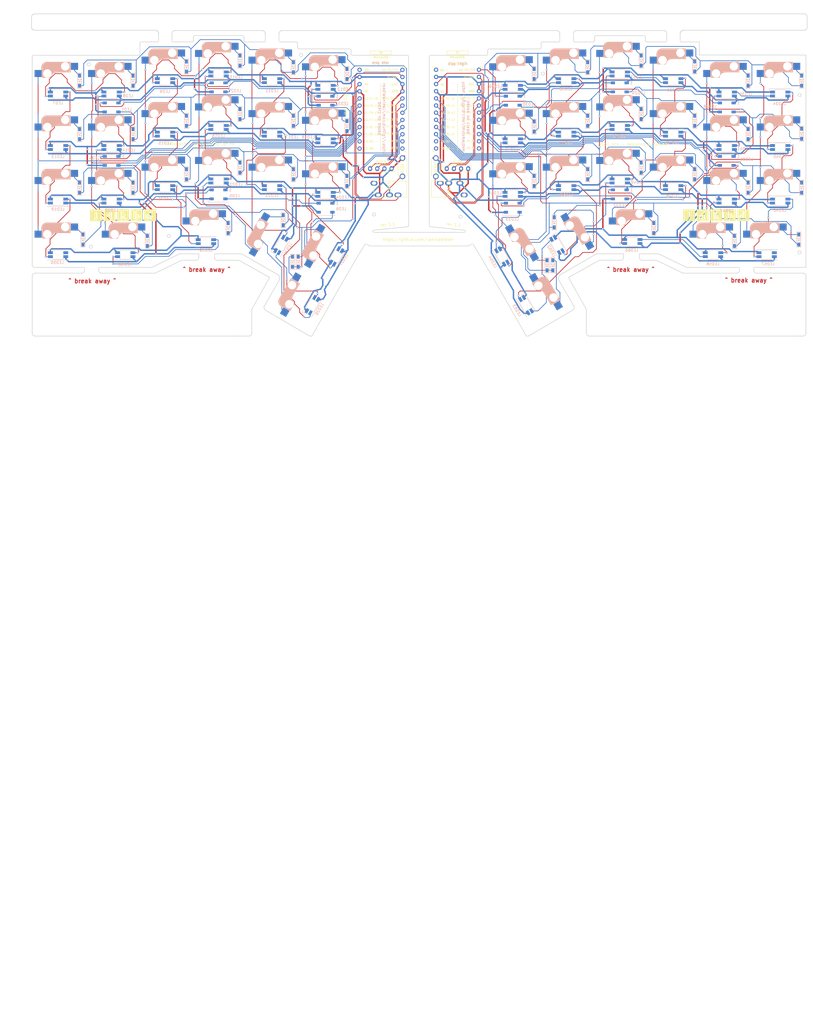
<source format=kicad_pcb>
(kicad_pcb (version 20171130) (host pcbnew 5.1.6)
  (title_block (title jade) (date 2020-09-10) (rev 1.1) (company janina) (comment 1 "based on crkbd / corne by foostan"))
  (layers (0 F.Cu signal) (31 B.Cu signal) (34 B.Paste user) (35 F.Paste user) (36 B.SilkS user) (37 F.SilkS user) (38 B.Mask user) (39 F.Mask user) (44 Edge.Cuts user))
  (net 0 "")
  (net 1 row0)
  (net 2 "Net-(D1-Pad2)")
  (net 3 row1)
  (net 4 "Net-(D2-Pad2)")
  (net 5 row2)
  (net 6 "Net-(D3-Pad2)")
  (net 7 row3)
  (net 8 "Net-(D4-Pad2)")
  (net 9 "Net-(D5-Pad2)")
  (net 10 "Net-(D6-Pad2)")
  (net 11 "Net-(D7-Pad2)")
  (net 12 "Net-(D8-Pad2)")
  (net 13 "Net-(D9-Pad2)")
  (net 14 "Net-(D10-Pad2)")
  (net 15 "Net-(D11-Pad2)")
  (net 16 "Net-(D12-Pad2)")
  (net 17 "Net-(D13-Pad2)")
  (net 18 "Net-(D14-Pad2)")
  (net 19 "Net-(D15-Pad2)")
  (net 20 "Net-(D16-Pad2)")
  (net 21 "Net-(D17-Pad2)")
  (net 22 "Net-(D18-Pad2)")
  (net 23 "Net-(D19-Pad2)")
  (net 24 "Net-(D20-Pad2)")
  (net 25 "Net-(D21-Pad2)")
  (net 26 GND)
  (net 27 VCC)
  (net 28 col0)
  (net 29 col1)
  (net 30 col2)
  (net 31 col3)
  (net 32 col4)
  (net 33 col5)
  (net 34 LED)
  (net 35 data)
  (net 36 reset)
  (net 37 SCL)
  (net 38 SDA)
  (net 39 "Net-(U1-Pad14)")
  (net 40 "Net-(U1-Pad13)")
  (net 41 "Net-(U1-Pad12)")
  (net 42 "Net-(U1-Pad11)")
  (net 43 "Net-(U1-Pad24)")
  (net 44 "Net-(D22-Pad2)")
  (net 45 row0_r)
  (net 46 "Net-(D23-Pad2)")
  (net 47 "Net-(D24-Pad2)")
  (net 48 "Net-(D25-Pad2)")
  (net 49 "Net-(D26-Pad2)")
  (net 50 "Net-(D27-Pad2)")
  (net 51 row1_r)
  (net 52 "Net-(D28-Pad2)")
  (net 53 "Net-(D29-Pad2)")
  (net 54 "Net-(D30-Pad2)")
  (net 55 "Net-(D31-Pad2)")
  (net 56 "Net-(D32-Pad2)")
  (net 57 "Net-(D33-Pad2)")
  (net 58 row2_r)
  (net 59 "Net-(D34-Pad2)")
  (net 60 "Net-(D35-Pad2)")
  (net 61 "Net-(D36-Pad2)")
  (net 62 "Net-(D37-Pad2)")
  (net 63 "Net-(D38-Pad2)")
  (net 64 "Net-(D39-Pad2)")
  (net 65 "Net-(D40-Pad2)")
  (net 66 row3_r)
  (net 67 "Net-(D41-Pad2)")
  (net 68 "Net-(D42-Pad2)")
  (net 69 data_r)
  (net 70 SDA_r)
  (net 71 SCL_r)
  (net 72 LED_r)
  (net 73 reset_r)
  (net 74 col0_r)
  (net 75 col1_r)
  (net 76 col2_r)
  (net 77 col3_r)
  (net 78 col4_r)
  (net 79 col5_r)
  (net 80 VDD)
  (net 81 GNDA)
  (net 82 "Net-(LED1-Pad2)")
  (net 83 "Net-(LED1-Pad4)")
  (net 84 "Net-(LED2-Pad4)")
  (net 85 "Net-(LED10-Pad2)")
  (net 86 "Net-(LED11-Pad4)")
  (net 87 "Net-(LED13-Pad4)")
  (net 88 "Net-(LED14-Pad2)")
  (net 89 "Net-(LED15-Pad4)")
  (net 90 "Net-(LED10-Pad4)")
  (net 91 "Net-(LED11-Pad2)")
  (net 92 "Net-(LED12-Pad4)")
  (net 93 "Net-(LED13-Pad2)")
  (net 94 "Net-(LED14-Pad4)")
  (net 95 "Net-(LED16-Pad4)")
  (net 96 "Net-(LED17-Pad2)")
  (net 97 "Net-(LED18-Pad4)")
  (net 98 "Net-(LED22-Pad4)")
  (net 99 "Net-(LED24-Pad4)")
  (net 100 "Net-(LED25-Pad4)")
  (net 101 "Net-(LED27-Pad4)")
  (net 102 "Net-(LED28-Pad2)")
  (net 103 "Net-(LED29-Pad4)")
  (net 104 "Net-(LED32-Pad2)")
  (net 105 "Net-(LED34-Pad2)")
  (net 106 "Net-(LED35-Pad4)")
  (net 107 "Net-(LED37-Pad4)")
  (net 108 "Net-(LED38-Pad2)")
  (net 109 "Net-(LED39-Pad4)")
  (net 110 "Net-(LED4-Pad2)")
  (net 111 "Net-(LED5-Pad2)")
  (net 112 "Net-(LED7-Pad4)")
  (net 113 "Net-(LED15-Pad2)")
  (net 114 "Net-(LED20-Pad4)")
  (net 115 "Net-(LED23-Pad2)")
  (net 116 "Net-(LED28-Pad4)")
  (net 117 "Net-(LED31-Pad2)")
  (net 118 "Net-(LED33-Pad2)")
  (net 119 "Net-(LED40-Pad2)")
  (net 120 "Net-(LED41-Pad4)")
  (net 121 "Net-(LED42-Pad2)")
  (net 122 "Net-(LED43-Pad4)")
  (net 123 "Net-(LED44-Pad2)")
  (net 124 "Net-(LED45-Pad4)")
  (net 125 "Net-(LED47-Pad4)")
  (net 126 "Net-(LED49-Pad4)")
  (net 127 "Net-(LED50-Pad2)")
  (net 128 "Net-(LED51-Pad4)")
  (net 129 "Net-(LED52-Pad4)")
  (net 130 "Net-(LED34-Pad4)")
  (net 131 "Net-(LED36-Pad4)")
  (net 132 "Net-(LED36-Pad2)")
  (net 133 "Net-(LED38-Pad4)")
  (net 134 "Net-(U2-Pad11)")
  (net 135 "Net-(U2-Pad12)")
  (net 136 "Net-(U2-Pad13)")
  (net 137 "Net-(U2-Pad14)")
  (net 138 "Net-(U2-Pad24)")
  (net 139 "Net-(J1-PadA)")
  (net 140 "Net-(J3-PadA)")
  (net 141 "Net-(LED19-Pad2)")
  (net 142 "Net-(LED46-Pad2)")
  (net 143 "Net-(LED21-Pad2)")
  (net 144 "Net-(LED48-Pad2)")
  (net 145 "Net-(LED55-Pad2)")
  (net 146 "Net-(LED57-Pad2)")
  (net 147 "Net-(LED56-Pad4)")
  (net 148 "Net-(LED58-Pad4)")
  (net 149 "Net-(D43-Pad2)")
  (net 150 "Net-(D44-Pad2)")
  (net 151 "Net-(D45-Pad2)")
  (net 152 "Net-(D46-Pad2)")
  (net 153 "Net-(D47-Pad2)")
  (net 154 "Net-(D48-Pad2)")
  (module kbd:Breakaway_Tabs (layer B.Cu) (at 264.668 102.362 180)
    (fp_text reference REF**)
    (fp_text value Breakaway_Tabs)
    (pad "" np_thru_hole circle (at 0 0 180) (size 0.3 0.3) (drill 0.3) (layers *.Cu *.Mask))
    (pad "" np_thru_hole circle (at 0.59375 0 180) (size 0.3 0.3) (drill 0.3) (layers *.Cu *.Mask))
    (pad "" np_thru_hole circle (at 1.1875 0 180) (size 0.3 0.3) (drill 0.3) (layers *.Cu *.Mask))
    (pad "" np_thru_hole circle (at 1.78125 0 180) (size 0.3 0.3) (drill 0.3) (layers *.Cu *.Mask))
    (pad "" np_thru_hole circle (at 2.375 0 180) (size 0.3 0.3) (drill 0.3) (layers *.Cu *.Mask))
    (pad "" np_thru_hole circle (at -1.78125 0 180) (size 0.3 0.3) (drill 0.3) (layers *.Cu *.Mask))
    (pad "" np_thru_hole circle (at -0.59375 0 180) (size 0.3 0.3) (drill 0.3) (layers *.Cu *.Mask))
    (pad "" np_thru_hole circle (at -2.375 0 180) (size 0.3 0.3) (drill 0.3) (layers *.Cu *.Mask))
    (pad "" np_thru_hole circle (at -1.1875 0 180) (size 0.3 0.3) (drill 0.3) (layers *.Cu *.Mask))
  )
  (module kbd:Breakaway_Tabs (layer B.Cu) (at 223.774 97.282 180)
    (fp_text reference REF**)
    (fp_text value Breakaway_Tabs)
    (pad "" np_thru_hole circle (at -1.1875 0 180) (size 0.3 0.3) (drill 0.3) (layers *.Cu *.Mask))
    (pad "" np_thru_hole circle (at -2.375 0 180) (size 0.3 0.3) (drill 0.3) (layers *.Cu *.Mask))
    (pad "" np_thru_hole circle (at -0.59375 0 180) (size 0.3 0.3) (drill 0.3) (layers *.Cu *.Mask))
    (pad "" np_thru_hole circle (at -1.78125 0 180) (size 0.3 0.3) (drill 0.3) (layers *.Cu *.Mask))
    (pad "" np_thru_hole circle (at 2.375 0 180) (size 0.3 0.3) (drill 0.3) (layers *.Cu *.Mask))
    (pad "" np_thru_hole circle (at 1.78125 0 180) (size 0.3 0.3) (drill 0.3) (layers *.Cu *.Mask))
    (pad "" np_thru_hole circle (at 1.1875 0 180) (size 0.3 0.3) (drill 0.3) (layers *.Cu *.Mask))
    (pad "" np_thru_hole circle (at 0.59375 0 180) (size 0.3 0.3) (drill 0.3) (layers *.Cu *.Mask))
    (pad "" np_thru_hole circle (at 0 0 180) (size 0.3 0.3) (drill 0.3) (layers *.Cu *.Mask))
  )
  (module kbd:Breakaway_Tabs (layer F.Cu) (at 72.898 97.282)
    (fp_text reference REF**)
    (fp_text value Breakaway_Tabs)
    (pad "" np_thru_hole circle (at 0 0) (size 0.3 0.3) (drill 0.3) (layers *.Cu *.Mask))
    (pad "" np_thru_hole circle (at 0.59375 0) (size 0.3 0.3) (drill 0.3) (layers *.Cu *.Mask))
    (pad "" np_thru_hole circle (at 1.1875 0) (size 0.3 0.3) (drill 0.3) (layers *.Cu *.Mask))
    (pad "" np_thru_hole circle (at 1.78125 0) (size 0.3 0.3) (drill 0.3) (layers *.Cu *.Mask))
    (pad "" np_thru_hole circle (at 2.375 0) (size 0.3 0.3) (drill 0.3) (layers *.Cu *.Mask))
    (pad "" np_thru_hole circle (at -1.78125 0) (size 0.3 0.3) (drill 0.3) (layers *.Cu *.Mask))
    (pad "" np_thru_hole circle (at -0.59375 0) (size 0.3 0.3) (drill 0.3) (layers *.Cu *.Mask))
    (pad "" np_thru_hole circle (at -2.375 0) (size 0.3 0.3) (drill 0.3) (layers *.Cu *.Mask))
    (pad "" np_thru_hole circle (at -1.1875 0) (size 0.3 0.3) (drill 0.3) (layers *.Cu *.Mask))
  )
  (module kbd:Breakaway_Tabs (layer F.Cu) (at 32.004 102.362)
    (fp_text reference REF**)
    (fp_text value Breakaway_Tabs)
    (pad "" np_thru_hole circle (at -1.1875 0) (size 0.3 0.3) (drill 0.3) (layers *.Cu *.Mask))
    (pad "" np_thru_hole circle (at -2.375 0) (size 0.3 0.3) (drill 0.3) (layers *.Cu *.Mask))
    (pad "" np_thru_hole circle (at -0.59375 0) (size 0.3 0.3) (drill 0.3) (layers *.Cu *.Mask))
    (pad "" np_thru_hole circle (at -1.78125 0) (size 0.3 0.3) (drill 0.3) (layers *.Cu *.Mask))
    (pad "" np_thru_hole circle (at 2.375 0) (size 0.3 0.3) (drill 0.3) (layers *.Cu *.Mask))
    (pad "" np_thru_hole circle (at 1.78125 0) (size 0.3 0.3) (drill 0.3) (layers *.Cu *.Mask))
    (pad "" np_thru_hole circle (at 1.1875 0) (size 0.3 0.3) (drill 0.3) (layers *.Cu *.Mask))
    (pad "" np_thru_hole circle (at 0.59375 0) (size 0.3 0.3) (drill 0.3) (layers *.Cu *.Mask))
    (pad "" np_thru_hole circle (at 0 0) (size 0.3 0.3) (drill 0.3) (layers *.Cu *.Mask))
  )
  (module kbd:CherryMX_Hotswap (layer F.Cu) (at 58.1075 31.03)
    (fp_text reference SW3 hide)
    (fp_text value SW_PUSH hide)
    (pad 1 smd rect (at -7.085 -2.54 180) (size 2.55 2.5) (layers B.Cu B.Paste B.Mask) (net 30 col2))
    (pad "" np_thru_hole circle (at 0 0 90) (size 4.1 4.1) (drill 4.1) (layers *.Cu *.Mask))
    (pad "" np_thru_hole circle (at 5.08 0) (size 1.9 1.9) (drill 1.9) (layers *.Cu *.Mask))
    (pad "" np_thru_hole circle (at -5.08 0) (size 1.9 1.9) (drill 1.9) (layers *.Cu *.Mask))
    (pad 2 smd rect (at 5.842 -5.08 180) (size 2.55 2.5) (layers B.Cu B.Paste B.Mask) (net 6 "Net-(D3-Pad2)"))
    (pad "" np_thru_hole circle (at -3.81 -2.54) (size 3 3) (drill 3) (layers *.Cu *.Mask))
    (pad "" np_thru_hole circle (at 2.54 -5.08) (size 3 3) (drill 3) (layers *.Cu *.Mask))
  )
  (module kbd:CherryMX_Hotswap (layer F.Cu) (at 115.1075 33.405)
    (fp_text reference SW6 hide)
    (fp_text value SW_PUSH hide)
    (pad 1 smd rect (at -7.085 -2.54 180) (size 2.55 2.5) (layers B.Cu B.Paste B.Mask) (net 33 col5))
    (pad "" np_thru_hole circle (at 0 0 90) (size 4.1 4.1) (drill 4.1) (layers *.Cu *.Mask))
    (pad "" np_thru_hole circle (at 5.08 0) (size 1.9 1.9) (drill 1.9) (layers *.Cu *.Mask))
    (pad "" np_thru_hole circle (at -5.08 0) (size 1.9 1.9) (drill 1.9) (layers *.Cu *.Mask))
    (pad 2 smd rect (at 5.842 -5.08 180) (size 2.55 2.5) (layers B.Cu B.Paste B.Mask) (net 10 "Net-(D6-Pad2)"))
    (pad "" np_thru_hole circle (at -3.81 -2.54) (size 3 3) (drill 3) (layers *.Cu *.Mask))
    (pad "" np_thru_hole circle (at 2.54 -5.08) (size 3 3) (drill 3) (layers *.Cu *.Mask))
  )
  (module logo:jdkbd-logo2 (layer F.Cu) (at 43.18 83.566)
    (fp_text reference G*** hide)
    (fp_text value LOGO hide)
  )
  (module logo:jdkbd-logo2 (layer F.Cu) (at 253.873 83.566)
    (fp_text reference G*** hide)
    (fp_text value LOGO hide)
  )
  (module kbd:M2_HOLE_v2 (layer B.Cu) (at 268.2655 82.43 180)
    (fp_text reference Ref** hide)
    (fp_text value Val** hide)
    (pad "" np_thru_hole circle (at 0 0 180) (size 4.2 4.2) (drill 4.2) (layers *.Cu *.Mask))
  )
  (module kbd:M2_HOLE_v2 (layer F.Cu) (at 28.4065 82.43)
    (fp_text reference Ref** hide)
    (fp_text value Val** hide)
    (pad "" np_thru_hole circle (at 0 0) (size 4.2 4.2) (drill 4.2) (layers *.Cu *.Mask))
  )
  (module kbd:D3_SMD_v2 (layer B.Cu) (at 28.956 92.202 90)
    (fp_text reference D43 hide)
    (fp_text value D hide)
    (pad 2 smd rect (at 1.775 0 90) (size 1.4 1) (layers B.Cu B.Paste B.Mask) (net 149 "Net-(D43-Pad2)"))
    (pad 1 smd rect (at -1.775 0 90) (size 1.4 1) (layers B.Cu B.Paste B.Mask) (net 7 row3))
  )
  (module kbd:M2_HOLE_v2 (layer B.Cu) (at 266.954 45.212 180)
    (fp_text reference Ref** hide)
    (fp_text value Val** hide)
    (pad "" np_thru_hole circle (at 0 -0.0535 180) (size 4.2 4.2) (drill 4.2) (layers *.Cu *.Mask))
  )
  (module kbd:M2_HOLE_v2 (layer B.Cu) (at 191.0965 41.7655 180)
    (fp_text reference Ref** hide)
    (fp_text value Val** hide)
    (pad "" np_thru_hole circle (at 0 0 180) (size 4.2 4.2) (drill 4.2) (layers *.Cu *.Mask))
  )
  (module kbd:M2_HOLE_v2 (layer B.Cu) (at 238.4645 84.448 180)
    (fp_text reference Ref** hide)
    (fp_text value Val** hide)
    (pad "" np_thru_hole circle (at 0 0 180) (size 4.2 4.2) (drill 4.2) (layers *.Cu *.Mask))
  )
  (module kbd:M2_HOLE_v2 (layer B.Cu) (at 189.23 83.82 180)
    (fp_text reference Ref** hide)
    (fp_text value Val** hide)
    (pad "" np_thru_hole circle (at 0 0 180) (size 4.2 4.2) (drill 4.2) (layers *.Cu *.Mask))
  )
  (module "" (layer F.Cu) (at 142.748 185.166)
    (fp_text reference "" (at 145.288 185.42) (layer F.SilkS) (effects (font (size 1.27 1.27))))
    (fp_text value "" (at 145.288 185.42) (layer F.SilkS) (effects (font (size 1.27 1.27))))
  )
  (module kbd:CherryMX_Hotswap (layer F.Cu) (at 190.413474 113.132317 300)
    (fp_text reference SW41 hide)
    (fp_text value SW_PUSH hide)
    (pad 1 smd rect (at -7.085 -2.54 120) (size 2.55 2.5) (layers B.Cu B.Paste B.Mask) (net 78 col4_r))
    (pad "" np_thru_hole circle (at 0 0 30) (size 4.1 4.1) (drill 4.1) (layers *.Cu *.Mask))
    (pad "" np_thru_hole circle (at 5.08 0 300) (size 1.9 1.9) (drill 1.9) (layers *.Cu *.Mask))
    (pad "" np_thru_hole circle (at -5.08 0 300) (size 1.9 1.9) (drill 1.9) (layers *.Cu *.Mask))
    (pad 2 smd rect (at 5.842 -5.08 120) (size 2.55 2.5) (layers B.Cu B.Paste B.Mask) (net 67 "Net-(D41-Pad2)"))
    (pad "" np_thru_hole circle (at -3.81 -2.54 300) (size 3 3) (drill 3) (layers *.Cu *.Mask))
    (pad "" np_thru_hole circle (at 2.54 -5.08 300) (size 3 3) (drill 3) (layers *.Cu *.Mask))
  )
  (module kbd:Breakaway_Tabs (layer F.Cu) (at 130.681375 91.712608 60)
    (fp_text reference REF**)
    (fp_text value Breakaway_Tabs)
    (pad "" np_thru_hole circle (at 0 0 60) (size 0.3 0.3) (drill 0.3) (layers *.Cu *.Mask))
    (pad "" np_thru_hole circle (at 0.59375 0 60) (size 0.3 0.3) (drill 0.3) (layers *.Cu *.Mask))
    (pad "" np_thru_hole circle (at 1.1875 0 60) (size 0.3 0.3) (drill 0.3) (layers *.Cu *.Mask))
    (pad "" np_thru_hole circle (at 1.78125 0 60) (size 0.3 0.3) (drill 0.3) (layers *.Cu *.Mask))
    (pad "" np_thru_hole circle (at 2.375 0 60) (size 0.3 0.3) (drill 0.3) (layers *.Cu *.Mask))
    (pad "" np_thru_hole circle (at -1.78125 0 60) (size 0.3 0.3) (drill 0.3) (layers *.Cu *.Mask))
    (pad "" np_thru_hole circle (at -0.59375 0 60) (size 0.3 0.3) (drill 0.3) (layers *.Cu *.Mask))
    (pad "" np_thru_hole circle (at -2.375 0 60) (size 0.3 0.3) (drill 0.3) (layers *.Cu *.Mask))
    (pad "" np_thru_hole circle (at -1.1875 0 60) (size 0.3 0.3) (drill 0.3) (layers *.Cu *.Mask))
  )
  (module kbd:Breakaway_Tabs (layer B.Cu) (at 165.990625 91.712608 120)
    (fp_text reference REF**)
    (fp_text value Breakaway_Tabs)
    (pad "" np_thru_hole circle (at -1.1875 0 120) (size 0.3 0.3) (drill 0.3) (layers *.Cu *.Mask))
    (pad "" np_thru_hole circle (at -2.375 0 120) (size 0.3 0.3) (drill 0.3) (layers *.Cu *.Mask))
    (pad "" np_thru_hole circle (at -0.59375 0 120) (size 0.3 0.3) (drill 0.3) (layers *.Cu *.Mask))
    (pad "" np_thru_hole circle (at -1.78125 0 120) (size 0.3 0.3) (drill 0.3) (layers *.Cu *.Mask))
    (pad "" np_thru_hole circle (at 2.375 0 120) (size 0.3 0.3) (drill 0.3) (layers *.Cu *.Mask))
    (pad "" np_thru_hole circle (at 1.78125 0 120) (size 0.3 0.3) (drill 0.3) (layers *.Cu *.Mask))
    (pad "" np_thru_hole circle (at 1.1875 0 120) (size 0.3 0.3) (drill 0.3) (layers *.Cu *.Mask))
    (pad "" np_thru_hole circle (at 0.59375 0 120) (size 0.3 0.3) (drill 0.3) (layers *.Cu *.Mask))
    (pad "" np_thru_hole circle (at 0 0 120) (size 0.3 0.3) (drill 0.3) (layers *.Cu *.Mask))
  )
  (module kbd:CherryMX_Hotswap (layer F.Cu) (at 43.9835 92.83)
    (fp_text reference SW44 hide)
    (fp_text value SW_PUSH hide)
    (pad 1 smd rect (at -7.085 -2.54 180) (size 2.55 2.5) (layers B.Cu B.Paste B.Mask) (net 29 col1))
    (pad "" np_thru_hole circle (at 0 0 90) (size 4.1 4.1) (drill 4.1) (layers *.Cu *.Mask))
    (pad "" np_thru_hole circle (at 5.08 0) (size 1.9 1.9) (drill 1.9) (layers *.Cu *.Mask))
    (pad "" np_thru_hole circle (at -5.08 0) (size 1.9 1.9) (drill 1.9) (layers *.Cu *.Mask))
    (pad 2 smd rect (at 5.842 -5.08 180) (size 2.55 2.5) (layers B.Cu B.Paste B.Mask) (net 150 "Net-(D44-Pad2)"))
    (pad "" np_thru_hole circle (at -3.81 -2.54) (size 3 3) (drill 3) (layers *.Cu *.Mask))
    (pad "" np_thru_hole circle (at 2.54 -5.08) (size 3 3) (drill 3) (layers *.Cu *.Mask))
  )
  (module kbd:CherryMX_Hotswap (layer F.Cu) (at 114.8825 95.854031 60)
    (fp_text reference SW21 hide)
    (fp_text value SW_PUSH hide)
    (pad 1 smd rect (at -7.085 -2.54 240) (size 2.55 2.5) (layers B.Cu B.Paste B.Mask) (net 33 col5))
    (pad "" np_thru_hole circle (at 0 0 150) (size 4.1 4.1) (drill 4.1) (layers *.Cu *.Mask))
    (pad "" np_thru_hole circle (at 5.08 0 60) (size 1.9 1.9) (drill 1.9) (layers *.Cu *.Mask))
    (pad "" np_thru_hole circle (at -5.08 0 60) (size 1.9 1.9) (drill 1.9) (layers *.Cu *.Mask))
    (pad 2 smd rect (at 5.842 -5.08 240) (size 2.55 2.5) (layers B.Cu B.Paste B.Mask) (net 25 "Net-(D21-Pad2)"))
    (pad "" np_thru_hole circle (at -3.81 -2.54 60) (size 3 3) (drill 3) (layers *.Cu *.Mask))
    (pad "" np_thru_hole circle (at 2.54 -5.08 60) (size 3 3) (drill 3) (layers *.Cu *.Mask))
  )
  (module kbd:CherryMX_Hotswap (layer F.Cu) (at 39.1075 54.78)
    (fp_text reference SW8 hide)
    (fp_text value SW_PUSH hide)
    (pad 1 smd rect (at -7.085 -2.54 180) (size 2.55 2.5) (layers B.Cu B.Paste B.Mask) (net 29 col1))
    (pad "" np_thru_hole circle (at 0 0 90) (size 4.1 4.1) (drill 4.1) (layers *.Cu *.Mask))
    (pad "" np_thru_hole circle (at 5.08 0) (size 1.9 1.9) (drill 1.9) (layers *.Cu *.Mask))
    (pad "" np_thru_hole circle (at -5.08 0) (size 1.9 1.9) (drill 1.9) (layers *.Cu *.Mask))
    (pad 2 smd rect (at 5.842 -5.08 180) (size 2.55 2.5) (layers B.Cu B.Paste B.Mask) (net 12 "Net-(D8-Pad2)"))
    (pad "" np_thru_hole circle (at -3.81 -2.54) (size 3 3) (drill 3) (layers *.Cu *.Mask))
    (pad "" np_thru_hole circle (at 2.54 -5.08) (size 3 3) (drill 3) (layers *.Cu *.Mask))
  )
  (module kbd:D3_SMD_v2 (layer B.Cu) (at 195.834 101.346 90)
    (fp_text reference D41 hide)
    (fp_text value D hide)
    (pad 1 smd rect (at -1.775 0 90) (size 1.4 1) (layers B.Cu B.Paste B.Mask) (net 66 row3_r))
    (pad 2 smd rect (at 1.775 0 90) (size 1.4 1) (layers B.Cu B.Paste B.Mask) (net 67 "Net-(D41-Pad2)"))
  )
  (module kbd:D3_SMD_v2 (layer B.Cu) (at 260.35 92.71 90)
    (fp_text reference D47 hide)
    (fp_text value D hide)
    (pad 2 smd rect (at 1.775 0 90) (size 1.4 1) (layers B.Cu B.Paste B.Mask) (net 153 "Net-(D47-Pad2)"))
    (pad 1 smd rect (at -1.775 0 90) (size 1.4 1) (layers B.Cu B.Paste B.Mask) (net 66 row3_r))
  )
  (module kbd:D3_SMD_v2 (layer B.Cu) (at 283.21 92.202 90)
    (fp_text reference D46 hide)
    (fp_text value D hide)
    (pad 1 smd rect (at -1.775 0 90) (size 1.4 1) (layers B.Cu B.Paste B.Mask) (net 66 row3_r))
    (pad 2 smd rect (at 1.775 0 90) (size 1.4 1) (layers B.Cu B.Paste B.Mask) (net 152 "Net-(D46-Pad2)"))
  )
  (module kbd:D3_SMD_v2 (layer B.Cu) (at 80.518 88.138 90)
    (fp_text reference D45 hide)
    (fp_text value D hide)
    (pad 2 smd rect (at 1.775 0 90) (size 1.4 1) (layers B.Cu B.Paste B.Mask) (net 151 "Net-(D45-Pad2)"))
    (pad 1 smd rect (at -1.775 0 90) (size 1.4 1) (layers B.Cu B.Paste B.Mask) (net 7 row3))
  )
  (module kbd:D3_SMD_v2 (layer B.Cu) (at 51.816 92.707 90)
    (fp_text reference D44 hide)
    (fp_text value D hide)
    (pad 2 smd rect (at 1.775 0 90) (size 1.4 1) (layers B.Cu B.Paste B.Mask) (net 150 "Net-(D44-Pad2)"))
    (pad 1 smd rect (at -1.775 0 90) (size 1.4 1) (layers B.Cu B.Paste B.Mask) (net 7 row3))
  )
  (module kbd:CherryMX_Hotswap (layer F.Cu) (at 181.90432 95.854031 300)
    (fp_text reference SW42 hide)
    (fp_text value SW_PUSH hide)
    (pad 1 smd rect (at -7.085 -2.54 120) (size 2.55 2.5) (layers B.Cu B.Paste B.Mask) (net 79 col5_r))
    (pad "" np_thru_hole circle (at 0 0 30) (size 4.1 4.1) (drill 4.1) (layers *.Cu *.Mask))
    (pad "" np_thru_hole circle (at 5.08 0 300) (size 1.9 1.9) (drill 1.9) (layers *.Cu *.Mask))
    (pad "" np_thru_hole circle (at -5.08 0 300) (size 1.9 1.9) (drill 1.9) (layers *.Cu *.Mask))
    (pad 2 smd rect (at 5.842 -5.08 120) (size 2.55 2.5) (layers B.Cu B.Paste B.Mask) (net 68 "Net-(D42-Pad2)"))
    (pad "" np_thru_hole circle (at -3.81 -2.54 300) (size 3 3) (drill 3) (layers *.Cu *.Mask))
    (pad "" np_thru_hole circle (at 2.54 -5.08 300) (size 3 3) (drill 3) (layers *.Cu *.Mask))
  )
  (module kbd:CherryMX_Hotswap (layer F.Cu) (at 224.0845 88.142)
    (fp_text reference SW48 hide)
    (fp_text value SW_PUSH hide)
    (pad 1 smd rect (at -7.085 -2.54 180) (size 2.55 2.5) (layers B.Cu B.Paste B.Mask) (net 76 col2_r))
    (pad "" np_thru_hole circle (at 0 0 90) (size 4.1 4.1) (drill 4.1) (layers *.Cu *.Mask))
    (pad "" np_thru_hole circle (at 5.08 0) (size 1.9 1.9) (drill 1.9) (layers *.Cu *.Mask))
    (pad "" np_thru_hole circle (at -5.08 0) (size 1.9 1.9) (drill 1.9) (layers *.Cu *.Mask))
    (pad 2 smd rect (at 5.842 -5.08 180) (size 2.55 2.5) (layers B.Cu B.Paste B.Mask) (net 154 "Net-(D48-Pad2)"))
    (pad "" np_thru_hole circle (at -3.81 -2.54) (size 3 3) (drill 3) (layers *.Cu *.Mask))
    (pad "" np_thru_hole circle (at 2.54 -5.08) (size 3 3) (drill 3) (layers *.Cu *.Mask))
  )
  (module kbd:CherryMX_Hotswap (layer F.Cu) (at 200.6145 69.025)
    (fp_text reference SW38 hide)
    (fp_text value SW_PUSH hide)
    (pad 1 smd rect (at -7.085 -2.54 180) (size 2.55 2.5) (layers B.Cu B.Paste B.Mask) (net 78 col4_r))
    (pad "" np_thru_hole circle (at 0 0 90) (size 4.1 4.1) (drill 4.1) (layers *.Cu *.Mask))
    (pad "" np_thru_hole circle (at 5.08 0) (size 1.9 1.9) (drill 1.9) (layers *.Cu *.Mask))
    (pad "" np_thru_hole circle (at -5.08 0) (size 1.9 1.9) (drill 1.9) (layers *.Cu *.Mask))
    (pad 2 smd rect (at 5.842 -5.08 180) (size 2.55 2.5) (layers B.Cu B.Paste B.Mask) (net 63 "Net-(D38-Pad2)"))
    (pad "" np_thru_hole circle (at -3.81 -2.54) (size 3 3) (drill 3) (layers *.Cu *.Mask))
    (pad "" np_thru_hole circle (at 2.54 -5.08) (size 3 3) (drill 3) (layers *.Cu *.Mask))
  )
  (module kbd:CherryMX_Hotswap (layer F.Cu) (at 276.6145 73.775)
    (fp_text reference SW34 hide)
    (fp_text value SW_PUSH hide)
    (pad 1 smd rect (at -7.085 -2.54 180) (size 2.55 2.5) (layers B.Cu B.Paste B.Mask) (net 74 col0_r))
    (pad "" np_thru_hole circle (at 0 0 90) (size 4.1 4.1) (drill 4.1) (layers *.Cu *.Mask))
    (pad "" np_thru_hole circle (at 5.08 0) (size 1.9 1.9) (drill 1.9) (layers *.Cu *.Mask))
    (pad "" np_thru_hole circle (at -5.08 0) (size 1.9 1.9) (drill 1.9) (layers *.Cu *.Mask))
    (pad 2 smd rect (at 5.842 -5.08 180) (size 2.55 2.5) (layers B.Cu B.Paste B.Mask) (net 59 "Net-(D34-Pad2)"))
    (pad "" np_thru_hole circle (at -3.81 -2.54) (size 3 3) (drill 3) (layers *.Cu *.Mask))
    (pad "" np_thru_hole circle (at 2.54 -5.08) (size 3 3) (drill 3) (layers *.Cu *.Mask))
  )
  (module kbd:CherryMX_Hotswap (layer F.Cu) (at 200.6145 50.025)
    (fp_text reference SW32 hide)
    (fp_text value SW_PUSH hide)
    (pad 1 smd rect (at -7.085 -2.54 180) (size 2.55 2.5) (layers B.Cu B.Paste B.Mask) (net 78 col4_r))
    (pad "" np_thru_hole circle (at 0 0 90) (size 4.1 4.1) (drill 4.1) (layers *.Cu *.Mask))
    (pad "" np_thru_hole circle (at 5.08 0) (size 1.9 1.9) (drill 1.9) (layers *.Cu *.Mask))
    (pad "" np_thru_hole circle (at -5.08 0) (size 1.9 1.9) (drill 1.9) (layers *.Cu *.Mask))
    (pad 2 smd rect (at 5.842 -5.08 180) (size 2.55 2.5) (layers B.Cu B.Paste B.Mask) (net 56 "Net-(D32-Pad2)"))
    (pad "" np_thru_hole circle (at -3.81 -2.54) (size 3 3) (drill 3) (layers *.Cu *.Mask))
    (pad "" np_thru_hole circle (at 2.54 -5.08) (size 3 3) (drill 3) (layers *.Cu *.Mask))
  )
  (module kbd:CherryMX_Hotswap (layer F.Cu) (at 219.6145 47.65)
    (fp_text reference SW31 hide)
    (fp_text value SW_PUSH hide)
    (pad 1 smd rect (at -7.085 -2.54 180) (size 2.55 2.5) (layers B.Cu B.Paste B.Mask) (net 77 col3_r))
    (pad "" np_thru_hole circle (at 0 0 90) (size 4.1 4.1) (drill 4.1) (layers *.Cu *.Mask))
    (pad "" np_thru_hole circle (at 5.08 0) (size 1.9 1.9) (drill 1.9) (layers *.Cu *.Mask))
    (pad "" np_thru_hole circle (at -5.08 0) (size 1.9 1.9) (drill 1.9) (layers *.Cu *.Mask))
    (pad 2 smd rect (at 5.842 -5.08 180) (size 2.55 2.5) (layers B.Cu B.Paste B.Mask) (net 55 "Net-(D31-Pad2)"))
    (pad "" np_thru_hole circle (at -3.81 -2.54) (size 3 3) (drill 3) (layers *.Cu *.Mask))
    (pad "" np_thru_hole circle (at 2.54 -5.08) (size 3 3) (drill 3) (layers *.Cu *.Mask))
  )
  (module kbd:CherryMX_Hotswap (layer F.Cu) (at 238.6145 50.025)
    (fp_text reference SW30 hide)
    (fp_text value SW_PUSH hide)
    (pad 1 smd rect (at -7.085 -2.54 180) (size 2.55 2.5) (layers B.Cu B.Paste B.Mask) (net 76 col2_r))
    (pad "" np_thru_hole circle (at 0 0 90) (size 4.1 4.1) (drill 4.1) (layers *.Cu *.Mask))
    (pad "" np_thru_hole circle (at 5.08 0) (size 1.9 1.9) (drill 1.9) (layers *.Cu *.Mask))
    (pad "" np_thru_hole circle (at -5.08 0) (size 1.9 1.9) (drill 1.9) (layers *.Cu *.Mask))
    (pad 2 smd rect (at 5.842 -5.08 180) (size 2.55 2.5) (layers B.Cu B.Paste B.Mask) (net 54 "Net-(D30-Pad2)"))
    (pad "" np_thru_hole circle (at -3.81 -2.54) (size 3 3) (drill 3) (layers *.Cu *.Mask))
    (pad "" np_thru_hole circle (at 2.54 -5.08) (size 3 3) (drill 3) (layers *.Cu *.Mask))
  )
  (module kbd:CherryMX_Hotswap (layer F.Cu) (at 257.6145 54.775)
    (fp_text reference SW29 hide)
    (fp_text value SW_PUSH hide)
    (pad 1 smd rect (at -7.085 -2.54 180) (size 2.55 2.5) (layers B.Cu B.Paste B.Mask) (net 75 col1_r))
    (pad "" np_thru_hole circle (at 0 0 90) (size 4.1 4.1) (drill 4.1) (layers *.Cu *.Mask))
    (pad "" np_thru_hole circle (at 5.08 0) (size 1.9 1.9) (drill 1.9) (layers *.Cu *.Mask))
    (pad "" np_thru_hole circle (at -5.08 0) (size 1.9 1.9) (drill 1.9) (layers *.Cu *.Mask))
    (pad 2 smd rect (at 5.842 -5.08 180) (size 2.55 2.5) (layers B.Cu B.Paste B.Mask) (net 53 "Net-(D29-Pad2)"))
    (pad "" np_thru_hole circle (at -3.81 -2.54) (size 3 3) (drill 3) (layers *.Cu *.Mask))
    (pad "" np_thru_hole circle (at 2.54 -5.08) (size 3 3) (drill 3) (layers *.Cu *.Mask))
  )
  (module kbd:CherryMX_Hotswap (layer F.Cu) (at 276.6145 54.775)
    (fp_text reference SW28 hide)
    (fp_text value SW_PUSH hide)
    (pad 1 smd rect (at -7.085 -2.54 180) (size 2.55 2.5) (layers B.Cu B.Paste B.Mask) (net 74 col0_r))
    (pad "" np_thru_hole circle (at 0 0 90) (size 4.1 4.1) (drill 4.1) (layers *.Cu *.Mask))
    (pad "" np_thru_hole circle (at 5.08 0) (size 1.9 1.9) (drill 1.9) (layers *.Cu *.Mask))
    (pad "" np_thru_hole circle (at -5.08 0) (size 1.9 1.9) (drill 1.9) (layers *.Cu *.Mask))
    (pad 2 smd rect (at 5.842 -5.08 180) (size 2.55 2.5) (layers B.Cu B.Paste B.Mask) (net 52 "Net-(D28-Pad2)"))
    (pad "" np_thru_hole circle (at -3.81 -2.54) (size 3 3) (drill 3) (layers *.Cu *.Mask))
    (pad "" np_thru_hole circle (at 2.54 -5.08) (size 3 3) (drill 3) (layers *.Cu *.Mask))
  )
  (module kbd:CherryMX_Hotswap (layer F.Cu) (at 181.6075 33.405)
    (fp_text reference SW27 hide)
    (fp_text value SW_PUSH hide)
    (pad 1 smd rect (at -7.085 -2.54 180) (size 2.55 2.5) (layers B.Cu B.Paste B.Mask) (net 79 col5_r))
    (pad "" np_thru_hole circle (at 0 0 90) (size 4.1 4.1) (drill 4.1) (layers *.Cu *.Mask))
    (pad "" np_thru_hole circle (at 5.08 0) (size 1.9 1.9) (drill 1.9) (layers *.Cu *.Mask))
    (pad "" np_thru_hole circle (at -5.08 0) (size 1.9 1.9) (drill 1.9) (layers *.Cu *.Mask))
    (pad 2 smd rect (at 5.842 -5.08 180) (size 2.55 2.5) (layers B.Cu B.Paste B.Mask) (net 50 "Net-(D27-Pad2)"))
    (pad "" np_thru_hole circle (at -3.81 -2.54) (size 3 3) (drill 3) (layers *.Cu *.Mask))
    (pad "" np_thru_hole circle (at 2.54 -5.08) (size 3 3) (drill 3) (layers *.Cu *.Mask))
  )
  (module kbd:CherryMX_Hotswap (layer F.Cu) (at 200.6145 31.025)
    (fp_text reference SW26 hide)
    (fp_text value SW_PUSH hide)
    (pad 1 smd rect (at -7.085 -2.54 180) (size 2.55 2.5) (layers B.Cu B.Paste B.Mask) (net 78 col4_r))
    (pad "" np_thru_hole circle (at 0 0 90) (size 4.1 4.1) (drill 4.1) (layers *.Cu *.Mask))
    (pad "" np_thru_hole circle (at 5.08 0) (size 1.9 1.9) (drill 1.9) (layers *.Cu *.Mask))
    (pad "" np_thru_hole circle (at -5.08 0) (size 1.9 1.9) (drill 1.9) (layers *.Cu *.Mask))
    (pad 2 smd rect (at 5.842 -5.08 180) (size 2.55 2.5) (layers B.Cu B.Paste B.Mask) (net 49 "Net-(D26-Pad2)"))
    (pad "" np_thru_hole circle (at -3.81 -2.54) (size 3 3) (drill 3) (layers *.Cu *.Mask))
    (pad "" np_thru_hole circle (at 2.54 -5.08) (size 3 3) (drill 3) (layers *.Cu *.Mask))
  )
  (module kbd:CherryMX_Hotswap (layer F.Cu) (at 219.6145 28.65)
    (fp_text reference SW25 hide)
    (fp_text value SW_PUSH hide)
    (pad 1 smd rect (at -7.085 -2.54 180) (size 2.55 2.5) (layers B.Cu B.Paste B.Mask) (net 77 col3_r))
    (pad "" np_thru_hole circle (at 0 0 90) (size 4.1 4.1) (drill 4.1) (layers *.Cu *.Mask))
    (pad "" np_thru_hole circle (at 5.08 0) (size 1.9 1.9) (drill 1.9) (layers *.Cu *.Mask))
    (pad "" np_thru_hole circle (at -5.08 0) (size 1.9 1.9) (drill 1.9) (layers *.Cu *.Mask))
    (pad 2 smd rect (at 5.842 -5.08 180) (size 2.55 2.5) (layers B.Cu B.Paste B.Mask) (net 48 "Net-(D25-Pad2)"))
    (pad "" np_thru_hole circle (at -3.81 -2.54) (size 3 3) (drill 3) (layers *.Cu *.Mask))
    (pad "" np_thru_hole circle (at 2.54 -5.08) (size 3 3) (drill 3) (layers *.Cu *.Mask))
  )
  (module kbd:CherryMX_Hotswap (layer F.Cu) (at 238.6145 31.025)
    (fp_text reference SW24 hide)
    (fp_text value SW_PUSH hide)
    (pad 1 smd rect (at -7.085 -2.54 180) (size 2.55 2.5) (layers B.Cu B.Paste B.Mask) (net 76 col2_r))
    (pad "" np_thru_hole circle (at 0 0 90) (size 4.1 4.1) (drill 4.1) (layers *.Cu *.Mask))
    (pad "" np_thru_hole circle (at 5.08 0) (size 1.9 1.9) (drill 1.9) (layers *.Cu *.Mask))
    (pad "" np_thru_hole circle (at -5.08 0) (size 1.9 1.9) (drill 1.9) (layers *.Cu *.Mask))
    (pad 2 smd rect (at 5.842 -5.08 180) (size 2.55 2.5) (layers B.Cu B.Paste B.Mask) (net 47 "Net-(D24-Pad2)"))
    (pad "" np_thru_hole circle (at -3.81 -2.54) (size 3 3) (drill 3) (layers *.Cu *.Mask))
    (pad "" np_thru_hole circle (at 2.54 -5.08) (size 3 3) (drill 3) (layers *.Cu *.Mask))
  )
  (module kbd:CherryMX_Hotswap (layer F.Cu) (at 257.6145 35.775)
    (fp_text reference SW23 hide)
    (fp_text value SW_PUSH hide)
    (pad 1 smd rect (at -7.085 -2.54 180) (size 2.55 2.5) (layers B.Cu B.Paste B.Mask) (net 75 col1_r))
    (pad "" np_thru_hole circle (at 0 0 90) (size 4.1 4.1) (drill 4.1) (layers *.Cu *.Mask))
    (pad "" np_thru_hole circle (at 5.08 0) (size 1.9 1.9) (drill 1.9) (layers *.Cu *.Mask))
    (pad "" np_thru_hole circle (at -5.08 0) (size 1.9 1.9) (drill 1.9) (layers *.Cu *.Mask))
    (pad 2 smd rect (at 5.842 -5.08 180) (size 2.55 2.5) (layers B.Cu B.Paste B.Mask) (net 46 "Net-(D23-Pad2)"))
    (pad "" np_thru_hole circle (at -3.81 -2.54) (size 3 3) (drill 3) (layers *.Cu *.Mask))
    (pad "" np_thru_hole circle (at 2.54 -5.08) (size 3 3) (drill 3) (layers *.Cu *.Mask))
  )
  (module kbd:CherryMX_Hotswap (layer F.Cu) (at 276.6145 35.775)
    (fp_text reference SW22 hide)
    (fp_text value SW_PUSH hide)
    (pad 1 smd rect (at -7.085 -2.54 180) (size 2.55 2.5) (layers B.Cu B.Paste B.Mask) (net 74 col0_r))
    (pad "" np_thru_hole circle (at 0 0 90) (size 4.1 4.1) (drill 4.1) (layers *.Cu *.Mask))
    (pad "" np_thru_hole circle (at 5.08 0) (size 1.9 1.9) (drill 1.9) (layers *.Cu *.Mask))
    (pad "" np_thru_hole circle (at -5.08 0) (size 1.9 1.9) (drill 1.9) (layers *.Cu *.Mask))
    (pad 2 smd rect (at 5.842 -5.08 180) (size 2.55 2.5) (layers B.Cu B.Paste B.Mask) (net 44 "Net-(D22-Pad2)"))
    (pad "" np_thru_hole circle (at -3.81 -2.54) (size 3 3) (drill 3) (layers *.Cu *.Mask))
    (pad "" np_thru_hole circle (at 2.54 -5.08) (size 3 3) (drill 3) (layers *.Cu *.Mask))
  )
  (module kbd:CherryMX_Hotswap (layer F.Cu) (at 106.3485 113.132317 60)
    (fp_text reference SW20 hide)
    (fp_text value SW_PUSH hide)
    (pad 1 smd rect (at -7.085 -2.54 240) (size 2.55 2.5) (layers B.Cu B.Paste B.Mask) (net 32 col4))
    (pad "" np_thru_hole circle (at 0 0 150) (size 4.1 4.1) (drill 4.1) (layers *.Cu *.Mask))
    (pad "" np_thru_hole circle (at 5.08 0 60) (size 1.9 1.9) (drill 1.9) (layers *.Cu *.Mask))
    (pad "" np_thru_hole circle (at -5.08 0 60) (size 1.9 1.9) (drill 1.9) (layers *.Cu *.Mask))
    (pad 2 smd rect (at 5.842 -5.08 240) (size 2.55 2.5) (layers B.Cu B.Paste B.Mask) (net 24 "Net-(D20-Pad2)"))
    (pad "" np_thru_hole circle (at -3.81 -2.54 60) (size 3 3) (drill 3) (layers *.Cu *.Mask))
    (pad "" np_thru_hole circle (at 2.54 -5.08 60) (size 3 3) (drill 3) (layers *.Cu *.Mask))
  )
  (module kbd:CherryMX_Hotswap (layer F.Cu) (at 95.2435 91.745624 60)
    (fp_text reference SW19 hide)
    (fp_text value SW_PUSH hide)
    (pad 1 smd rect (at -7.085 -2.54 240) (size 2.55 2.5) (layers B.Cu B.Paste B.Mask) (net 31 col3))
    (pad "" np_thru_hole circle (at 0 0 150) (size 4.1 4.1) (drill 4.1) (layers *.Cu *.Mask))
    (pad "" np_thru_hole circle (at 5.08 0 60) (size 1.9 1.9) (drill 1.9) (layers *.Cu *.Mask))
    (pad "" np_thru_hole circle (at -5.08 0 60) (size 1.9 1.9) (drill 1.9) (layers *.Cu *.Mask))
    (pad 2 smd rect (at 5.842 -5.08 240) (size 2.55 2.5) (layers B.Cu B.Paste B.Mask) (net 23 "Net-(D19-Pad2)"))
    (pad "" np_thru_hole circle (at -3.81 -2.54 60) (size 3 3) (drill 3) (layers *.Cu *.Mask))
    (pad "" np_thru_hole circle (at 2.54 -5.08 60) (size 3 3) (drill 3) (layers *.Cu *.Mask))
  )
  (module kbd:CherryMX_Hotswap (layer F.Cu) (at 115.1075 71.405)
    (fp_text reference SW18 hide)
    (fp_text value SW_PUSH hide)
    (pad 1 smd rect (at -7.085 -2.54 180) (size 2.55 2.5) (layers B.Cu B.Paste B.Mask) (net 33 col5))
    (pad "" np_thru_hole circle (at 0 0 90) (size 4.1 4.1) (drill 4.1) (layers *.Cu *.Mask))
    (pad "" np_thru_hole circle (at 5.08 0) (size 1.9 1.9) (drill 1.9) (layers *.Cu *.Mask))
    (pad "" np_thru_hole circle (at -5.08 0) (size 1.9 1.9) (drill 1.9) (layers *.Cu *.Mask))
    (pad 2 smd rect (at 5.842 -5.08 180) (size 2.55 2.5) (layers B.Cu B.Paste B.Mask) (net 22 "Net-(D18-Pad2)"))
    (pad "" np_thru_hole circle (at -3.81 -2.54) (size 3 3) (drill 3) (layers *.Cu *.Mask))
    (pad "" np_thru_hole circle (at 2.54 -5.08) (size 3 3) (drill 3) (layers *.Cu *.Mask))
  )
  (module kbd:CherryMX_Hotswap (layer F.Cu) (at 96.1075 69.03)
    (fp_text reference SW17 hide)
    (fp_text value SW_PUSH hide)
    (pad 1 smd rect (at -7.085 -2.54 180) (size 2.55 2.5) (layers B.Cu B.Paste B.Mask) (net 32 col4))
    (pad "" np_thru_hole circle (at 0 0 90) (size 4.1 4.1) (drill 4.1) (layers *.Cu *.Mask))
    (pad "" np_thru_hole circle (at 5.08 0) (size 1.9 1.9) (drill 1.9) (layers *.Cu *.Mask))
    (pad "" np_thru_hole circle (at -5.08 0) (size 1.9 1.9) (drill 1.9) (layers *.Cu *.Mask))
    (pad 2 smd rect (at 5.842 -5.08 180) (size 2.55 2.5) (layers B.Cu B.Paste B.Mask) (net 21 "Net-(D17-Pad2)"))
    (pad "" np_thru_hole circle (at -3.81 -2.54) (size 3 3) (drill 3) (layers *.Cu *.Mask))
    (pad "" np_thru_hole circle (at 2.54 -5.08) (size 3 3) (drill 3) (layers *.Cu *.Mask))
  )
  (module kbd:CherryMX_Hotswap (layer F.Cu) (at 77.1075 66.655)
    (fp_text reference SW16 hide)
    (fp_text value SW_PUSH hide)
    (pad 1 smd rect (at -7.085 -2.54 180) (size 2.55 2.5) (layers B.Cu B.Paste B.Mask) (net 31 col3))
    (pad "" np_thru_hole circle (at 0 0 90) (size 4.1 4.1) (drill 4.1) (layers *.Cu *.Mask))
    (pad "" np_thru_hole circle (at 5.08 0) (size 1.9 1.9) (drill 1.9) (layers *.Cu *.Mask))
    (pad "" np_thru_hole circle (at -5.08 0) (size 1.9 1.9) (drill 1.9) (layers *.Cu *.Mask))
    (pad 2 smd rect (at 5.842 -5.08 180) (size 2.55 2.5) (layers B.Cu B.Paste B.Mask) (net 20 "Net-(D16-Pad2)"))
    (pad "" np_thru_hole circle (at -3.81 -2.54) (size 3 3) (drill 3) (layers *.Cu *.Mask))
    (pad "" np_thru_hole circle (at 2.54 -5.08) (size 3 3) (drill 3) (layers *.Cu *.Mask))
  )
  (module kbd:CherryMX_Hotswap (layer F.Cu) (at 115.1075 52.405)
    (fp_text reference SW12 hide)
    (fp_text value SW_PUSH hide)
    (pad 1 smd rect (at -7.085 -2.54 180) (size 2.55 2.5) (layers B.Cu B.Paste B.Mask) (net 33 col5))
    (pad "" np_thru_hole circle (at 0 0 90) (size 4.1 4.1) (drill 4.1) (layers *.Cu *.Mask))
    (pad "" np_thru_hole circle (at 5.08 0) (size 1.9 1.9) (drill 1.9) (layers *.Cu *.Mask))
    (pad "" np_thru_hole circle (at -5.08 0) (size 1.9 1.9) (drill 1.9) (layers *.Cu *.Mask))
    (pad 2 smd rect (at 5.842 -5.08 180) (size 2.55 2.5) (layers B.Cu B.Paste B.Mask) (net 16 "Net-(D12-Pad2)"))
    (pad "" np_thru_hole circle (at -3.81 -2.54) (size 3 3) (drill 3) (layers *.Cu *.Mask))
    (pad "" np_thru_hole circle (at 2.54 -5.08) (size 3 3) (drill 3) (layers *.Cu *.Mask))
  )
  (module kbd:CherryMX_Hotswap (layer F.Cu) (at 96.1075 50.03)
    (fp_text reference SW11 hide)
    (fp_text value SW_PUSH hide)
    (pad 1 smd rect (at -7.085 -2.54 180) (size 2.55 2.5) (layers B.Cu B.Paste B.Mask) (net 32 col4))
    (pad "" np_thru_hole circle (at 0 0 90) (size 4.1 4.1) (drill 4.1) (layers *.Cu *.Mask))
    (pad "" np_thru_hole circle (at 5.08 0) (size 1.9 1.9) (drill 1.9) (layers *.Cu *.Mask))
    (pad "" np_thru_hole circle (at -5.08 0) (size 1.9 1.9) (drill 1.9) (layers *.Cu *.Mask))
    (pad 2 smd rect (at 5.842 -5.08 180) (size 2.55 2.5) (layers B.Cu B.Paste B.Mask) (net 15 "Net-(D11-Pad2)"))
    (pad "" np_thru_hole circle (at -3.81 -2.54) (size 3 3) (drill 3) (layers *.Cu *.Mask))
    (pad "" np_thru_hole circle (at 2.54 -5.08) (size 3 3) (drill 3) (layers *.Cu *.Mask))
  )
  (module kbd:CherryMX_Hotswap (layer F.Cu) (at 77.1075 47.655)
    (fp_text reference SW10 hide)
    (fp_text value SW_PUSH hide)
    (pad 1 smd rect (at -7.085 -2.54 180) (size 2.55 2.5) (layers B.Cu B.Paste B.Mask) (net 31 col3))
    (pad "" np_thru_hole circle (at 0 0 90) (size 4.1 4.1) (drill 4.1) (layers *.Cu *.Mask))
    (pad "" np_thru_hole circle (at 5.08 0) (size 1.9 1.9) (drill 1.9) (layers *.Cu *.Mask))
    (pad "" np_thru_hole circle (at -5.08 0) (size 1.9 1.9) (drill 1.9) (layers *.Cu *.Mask))
    (pad 2 smd rect (at 5.842 -5.08 180) (size 2.55 2.5) (layers B.Cu B.Paste B.Mask) (net 14 "Net-(D10-Pad2)"))
    (pad "" np_thru_hole circle (at -3.81 -2.54) (size 3 3) (drill 3) (layers *.Cu *.Mask))
    (pad "" np_thru_hole circle (at 2.54 -5.08) (size 3 3) (drill 3) (layers *.Cu *.Mask))
  )
  (module kbd:CherryMX_Hotswap (layer F.Cu) (at 58.1075 50.03)
    (fp_text reference SW9 hide)
    (fp_text value SW_PUSH hide)
    (pad 1 smd rect (at -7.085 -2.54 180) (size 2.55 2.5) (layers B.Cu B.Paste B.Mask) (net 30 col2))
    (pad "" np_thru_hole circle (at 0 0 90) (size 4.1 4.1) (drill 4.1) (layers *.Cu *.Mask))
    (pad "" np_thru_hole circle (at 5.08 0) (size 1.9 1.9) (drill 1.9) (layers *.Cu *.Mask))
    (pad "" np_thru_hole circle (at -5.08 0) (size 1.9 1.9) (drill 1.9) (layers *.Cu *.Mask))
    (pad 2 smd rect (at 5.842 -5.08 180) (size 2.55 2.5) (layers B.Cu B.Paste B.Mask) (net 13 "Net-(D9-Pad2)"))
    (pad "" np_thru_hole circle (at -3.81 -2.54) (size 3 3) (drill 3) (layers *.Cu *.Mask))
    (pad "" np_thru_hole circle (at 2.54 -5.08) (size 3 3) (drill 3) (layers *.Cu *.Mask))
  )
  (module kbd:CherryMX_Hotswap (layer F.Cu) (at 96.1075 31.03)
    (fp_text reference SW5 hide)
    (fp_text value SW_PUSH hide)
    (pad 1 smd rect (at -7.085 -2.54 180) (size 2.55 2.5) (layers B.Cu B.Paste B.Mask) (net 32 col4))
    (pad "" np_thru_hole circle (at 0 0 90) (size 4.1 4.1) (drill 4.1) (layers *.Cu *.Mask))
    (pad "" np_thru_hole circle (at 5.08 0) (size 1.9 1.9) (drill 1.9) (layers *.Cu *.Mask))
    (pad "" np_thru_hole circle (at -5.08 0) (size 1.9 1.9) (drill 1.9) (layers *.Cu *.Mask))
    (pad 2 smd rect (at 5.842 -5.08 180) (size 2.55 2.5) (layers B.Cu B.Paste B.Mask) (net 9 "Net-(D5-Pad2)"))
    (pad "" np_thru_hole circle (at -3.81 -2.54) (size 3 3) (drill 3) (layers *.Cu *.Mask))
    (pad "" np_thru_hole circle (at 2.54 -5.08) (size 3 3) (drill 3) (layers *.Cu *.Mask))
  )
  (module kbd:CherryMX_Hotswap (layer F.Cu) (at 77.1075 28.655)
    (fp_text reference SW4 hide)
    (fp_text value SW_PUSH hide)
    (pad 1 smd rect (at -7.085 -2.54 180) (size 2.55 2.5) (layers B.Cu B.Paste B.Mask) (net 31 col3))
    (pad "" np_thru_hole circle (at 0 0 90) (size 4.1 4.1) (drill 4.1) (layers *.Cu *.Mask))
    (pad "" np_thru_hole circle (at 5.08 0) (size 1.9 1.9) (drill 1.9) (layers *.Cu *.Mask))
    (pad "" np_thru_hole circle (at -5.08 0) (size 1.9 1.9) (drill 1.9) (layers *.Cu *.Mask))
    (pad 2 smd rect (at 5.842 -5.08 180) (size 2.55 2.5) (layers B.Cu B.Paste B.Mask) (net 8 "Net-(D4-Pad2)"))
    (pad "" np_thru_hole circle (at -3.81 -2.54) (size 3 3) (drill 3) (layers *.Cu *.Mask))
    (pad "" np_thru_hole circle (at 2.54 -5.08) (size 3 3) (drill 3) (layers *.Cu *.Mask))
  )
  (module kbd:CherryMX_Hotswap (layer F.Cu) (at 39.1075 35.78)
    (fp_text reference SW2 hide)
    (fp_text value SW_PUSH hide)
    (pad 1 smd rect (at -7.085 -2.54 180) (size 2.55 2.5) (layers B.Cu B.Paste B.Mask) (net 29 col1))
    (pad "" np_thru_hole circle (at 0 0 90) (size 4.1 4.1) (drill 4.1) (layers *.Cu *.Mask))
    (pad "" np_thru_hole circle (at 5.08 0) (size 1.9 1.9) (drill 1.9) (layers *.Cu *.Mask))
    (pad "" np_thru_hole circle (at -5.08 0) (size 1.9 1.9) (drill 1.9) (layers *.Cu *.Mask))
    (pad 2 smd rect (at 5.842 -5.08 180) (size 2.55 2.5) (layers B.Cu B.Paste B.Mask) (net 4 "Net-(D2-Pad2)"))
    (pad "" np_thru_hole circle (at -3.81 -2.54) (size 3 3) (drill 3) (layers *.Cu *.Mask))
    (pad "" np_thru_hole circle (at 2.54 -5.08) (size 3 3) (drill 3) (layers *.Cu *.Mask))
  )
  (module kbd:CherryMX_Hotswap (layer F.Cu) (at 20.1075 35.78)
    (fp_text reference SW1 hide)
    (fp_text value SW_PUSH hide)
    (pad 1 smd rect (at -7.085 -2.54 180) (size 2.55 2.5) (layers B.Cu B.Paste B.Mask) (net 28 col0))
    (pad "" np_thru_hole circle (at 0 0 90) (size 4.1 4.1) (drill 4.1) (layers *.Cu *.Mask))
    (pad "" np_thru_hole circle (at 5.08 0) (size 1.9 1.9) (drill 1.9) (layers *.Cu *.Mask))
    (pad "" np_thru_hole circle (at -5.08 0) (size 1.9 1.9) (drill 1.9) (layers *.Cu *.Mask))
    (pad 2 smd rect (at 5.842 -5.08 180) (size 2.55 2.5) (layers B.Cu B.Paste B.Mask) (net 2 "Net-(D1-Pad2)"))
    (pad "" np_thru_hole circle (at -3.81 -2.54) (size 3 3) (drill 3) (layers *.Cu *.Mask))
    (pad "" np_thru_hole circle (at 2.54 -5.08) (size 3 3) (drill 3) (layers *.Cu *.Mask))
  )
  (module kbd:CherryMX_Hotswap (layer F.Cu) (at 20.1075 54.78)
    (fp_text reference SW7 hide)
    (fp_text value SW_PUSH hide)
    (pad 1 smd rect (at -7.085 -2.54 180) (size 2.55 2.5) (layers B.Cu B.Paste B.Mask) (net 28 col0))
    (pad "" np_thru_hole circle (at 0 0 90) (size 4.1 4.1) (drill 4.1) (layers *.Cu *.Mask))
    (pad "" np_thru_hole circle (at 5.08 0) (size 1.9 1.9) (drill 1.9) (layers *.Cu *.Mask))
    (pad "" np_thru_hole circle (at -5.08 0) (size 1.9 1.9) (drill 1.9) (layers *.Cu *.Mask))
    (pad 2 smd rect (at 5.842 -5.08 180) (size 2.55 2.5) (layers B.Cu B.Paste B.Mask) (net 11 "Net-(D7-Pad2)"))
    (pad "" np_thru_hole circle (at -3.81 -2.54) (size 3 3) (drill 3) (layers *.Cu *.Mask))
    (pad "" np_thru_hole circle (at 2.54 -5.08) (size 3 3) (drill 3) (layers *.Cu *.Mask))
  )
  (module kbd:CherryMX_Hotswap (layer F.Cu) (at 39.1075 73.78)
    (fp_text reference SW14 hide)
    (fp_text value SW_PUSH hide)
    (pad 1 smd rect (at -7.085 -2.54 180) (size 2.55 2.5) (layers B.Cu B.Paste B.Mask) (net 29 col1))
    (pad "" np_thru_hole circle (at 0 0 90) (size 4.1 4.1) (drill 4.1) (layers *.Cu *.Mask))
    (pad "" np_thru_hole circle (at 5.08 0) (size 1.9 1.9) (drill 1.9) (layers *.Cu *.Mask))
    (pad "" np_thru_hole circle (at -5.08 0) (size 1.9 1.9) (drill 1.9) (layers *.Cu *.Mask))
    (pad 2 smd rect (at 5.842 -5.08 180) (size 2.55 2.5) (layers B.Cu B.Paste B.Mask) (net 18 "Net-(D14-Pad2)"))
    (pad "" np_thru_hole circle (at -3.81 -2.54) (size 3 3) (drill 3) (layers *.Cu *.Mask))
    (pad "" np_thru_hole circle (at 2.54 -5.08) (size 3 3) (drill 3) (layers *.Cu *.Mask))
  )
  (module kbd:CherryMX_Hotswap (layer F.Cu) (at 219.6145 66.65)
    (fp_text reference SW37 hide)
    (fp_text value SW_PUSH hide)
    (pad 1 smd rect (at -7.085 -2.54 180) (size 2.55 2.5) (layers B.Cu B.Paste B.Mask) (net 77 col3_r))
    (pad "" np_thru_hole circle (at 0 0 90) (size 4.1 4.1) (drill 4.1) (layers *.Cu *.Mask))
    (pad "" np_thru_hole circle (at 5.08 0) (size 1.9 1.9) (drill 1.9) (layers *.Cu *.Mask))
    (pad "" np_thru_hole circle (at -5.08 0) (size 1.9 1.9) (drill 1.9) (layers *.Cu *.Mask))
    (pad 2 smd rect (at 5.842 -5.08 180) (size 2.55 2.5) (layers B.Cu B.Paste B.Mask) (net 62 "Net-(D37-Pad2)"))
    (pad "" np_thru_hole circle (at -3.81 -2.54) (size 3 3) (drill 3) (layers *.Cu *.Mask))
    (pad "" np_thru_hole circle (at 2.54 -5.08) (size 3 3) (drill 3) (layers *.Cu *.Mask))
  )
  (module kbd:CherryMX_Hotswap (layer F.Cu) (at 257.6145 73.775)
    (fp_text reference SW35 hide)
    (fp_text value SW_PUSH hide)
    (pad 1 smd rect (at -7.085 -2.54 180) (size 2.55 2.5) (layers B.Cu B.Paste B.Mask) (net 75 col1_r))
    (pad "" np_thru_hole circle (at 0 0 90) (size 4.1 4.1) (drill 4.1) (layers *.Cu *.Mask))
    (pad "" np_thru_hole circle (at 5.08 0) (size 1.9 1.9) (drill 1.9) (layers *.Cu *.Mask))
    (pad "" np_thru_hole circle (at -5.08 0) (size 1.9 1.9) (drill 1.9) (layers *.Cu *.Mask))
    (pad 2 smd rect (at 5.842 -5.08 180) (size 2.55 2.5) (layers B.Cu B.Paste B.Mask) (net 60 "Net-(D35-Pad2)"))
    (pad "" np_thru_hole circle (at -3.81 -2.54) (size 3 3) (drill 3) (layers *.Cu *.Mask))
    (pad "" np_thru_hole circle (at 2.54 -5.08) (size 3 3) (drill 3) (layers *.Cu *.Mask))
  )
  (module kbd:CherryMX_Hotswap (layer F.Cu) (at 20.1075 73.78)
    (fp_text reference SW13 hide)
    (fp_text value SW_PUSH hide)
    (pad 1 smd rect (at -7.085 -2.54 180) (size 2.55 2.5) (layers B.Cu B.Paste B.Mask) (net 28 col0))
    (pad "" np_thru_hole circle (at 0 0 90) (size 4.1 4.1) (drill 4.1) (layers *.Cu *.Mask))
    (pad "" np_thru_hole circle (at 5.08 0) (size 1.9 1.9) (drill 1.9) (layers *.Cu *.Mask))
    (pad "" np_thru_hole circle (at -5.08 0) (size 1.9 1.9) (drill 1.9) (layers *.Cu *.Mask))
    (pad 2 smd rect (at 5.842 -5.08 180) (size 2.55 2.5) (layers B.Cu B.Paste B.Mask) (net 17 "Net-(D13-Pad2)"))
    (pad "" np_thru_hole circle (at -3.81 -2.54) (size 3 3) (drill 3) (layers *.Cu *.Mask))
    (pad "" np_thru_hole circle (at 2.54 -5.08) (size 3 3) (drill 3) (layers *.Cu *.Mask))
  )
  (module kbd:CherryMX_Hotswap (layer F.Cu) (at 181.6145 71.4)
    (fp_text reference SW39 hide)
    (fp_text value SW_PUSH hide)
    (pad 1 smd rect (at -7.085 -2.54 180) (size 2.55 2.5) (layers B.Cu B.Paste B.Mask) (net 79 col5_r))
    (pad "" np_thru_hole circle (at 0 0 90) (size 4.1 4.1) (drill 4.1) (layers *.Cu *.Mask))
    (pad "" np_thru_hole circle (at 5.08 0) (size 1.9 1.9) (drill 1.9) (layers *.Cu *.Mask))
    (pad "" np_thru_hole circle (at -5.08 0) (size 1.9 1.9) (drill 1.9) (layers *.Cu *.Mask))
    (pad 2 smd rect (at 5.842 -5.08 180) (size 2.55 2.5) (layers B.Cu B.Paste B.Mask) (net 64 "Net-(D39-Pad2)"))
    (pad "" np_thru_hole circle (at -3.81 -2.54) (size 3 3) (drill 3) (layers *.Cu *.Mask))
    (pad "" np_thru_hole circle (at 2.54 -5.08) (size 3 3) (drill 3) (layers *.Cu *.Mask))
  )
  (module kbd:CherryMX_Hotswap (layer F.Cu) (at 181.6145 52.4)
    (fp_text reference SW33 hide)
    (fp_text value SW_PUSH hide)
    (pad 1 smd rect (at -7.085 -2.54 180) (size 2.55 2.5) (layers B.Cu B.Paste B.Mask) (net 79 col5_r))
    (pad "" np_thru_hole circle (at 0 0 90) (size 4.1 4.1) (drill 4.1) (layers *.Cu *.Mask))
    (pad "" np_thru_hole circle (at 5.08 0) (size 1.9 1.9) (drill 1.9) (layers *.Cu *.Mask))
    (pad "" np_thru_hole circle (at -5.08 0) (size 1.9 1.9) (drill 1.9) (layers *.Cu *.Mask))
    (pad 2 smd rect (at 5.842 -5.08 180) (size 2.55 2.5) (layers B.Cu B.Paste B.Mask) (net 57 "Net-(D33-Pad2)"))
    (pad "" np_thru_hole circle (at -3.81 -2.54) (size 3 3) (drill 3) (layers *.Cu *.Mask))
    (pad "" np_thru_hole circle (at 2.54 -5.08) (size 3 3) (drill 3) (layers *.Cu *.Mask))
  )
  (module kbd:CherryMX_Hotswap (layer F.Cu) (at 20.1075 92.83)
    (fp_text reference SW43 hide)
    (fp_text value SW_PUSH hide)
    (pad 1 smd rect (at -7.085 -2.54 180) (size 2.55 2.5) (layers B.Cu B.Paste B.Mask) (net 28 col0))
    (pad "" np_thru_hole circle (at 0 0 90) (size 4.1 4.1) (drill 4.1) (layers *.Cu *.Mask))
    (pad "" np_thru_hole circle (at 5.08 0) (size 1.9 1.9) (drill 1.9) (layers *.Cu *.Mask))
    (pad "" np_thru_hole circle (at -5.08 0) (size 1.9 1.9) (drill 1.9) (layers *.Cu *.Mask))
    (pad 2 smd rect (at 5.842 -5.08 180) (size 2.55 2.5) (layers B.Cu B.Paste B.Mask) (net 149 "Net-(D43-Pad2)"))
    (pad "" np_thru_hole circle (at -3.81 -2.54) (size 3 3) (drill 3) (layers *.Cu *.Mask))
    (pad "" np_thru_hole circle (at 2.54 -5.08) (size 3 3) (drill 3) (layers *.Cu *.Mask))
  )
  (module kbd:CherryMX_Hotswap (layer F.Cu) (at 271.7885 92.825)
    (fp_text reference SW46 hide)
    (fp_text value SW_PUSH hide)
    (pad 1 smd rect (at -7.085 -2.54 180) (size 2.55 2.5) (layers B.Cu B.Paste B.Mask) (net 74 col0_r))
    (pad "" np_thru_hole circle (at 0 0 90) (size 4.1 4.1) (drill 4.1) (layers *.Cu *.Mask))
    (pad "" np_thru_hole circle (at 5.08 0) (size 1.9 1.9) (drill 1.9) (layers *.Cu *.Mask))
    (pad "" np_thru_hole circle (at -5.08 0) (size 1.9 1.9) (drill 1.9) (layers *.Cu *.Mask))
    (pad 2 smd rect (at 5.842 -5.08 180) (size 2.55 2.5) (layers B.Cu B.Paste B.Mask) (net 152 "Net-(D46-Pad2)"))
    (pad "" np_thru_hole circle (at -3.81 -2.54) (size 3 3) (drill 3) (layers *.Cu *.Mask))
    (pad "" np_thru_hole circle (at 2.54 -5.08) (size 3 3) (drill 3) (layers *.Cu *.Mask))
  )
  (module kbd:CherryMX_Hotswap (layer F.Cu) (at 252.7385 92.825)
    (fp_text reference SW47 hide)
    (fp_text value SW_PUSH hide)
    (pad 1 smd rect (at -7.085 -2.54 180) (size 2.55 2.5) (layers B.Cu B.Paste B.Mask) (net 75 col1_r))
    (pad "" np_thru_hole circle (at 0 0 90) (size 4.1 4.1) (drill 4.1) (layers *.Cu *.Mask))
    (pad "" np_thru_hole circle (at 5.08 0) (size 1.9 1.9) (drill 1.9) (layers *.Cu *.Mask))
    (pad "" np_thru_hole circle (at -5.08 0) (size 1.9 1.9) (drill 1.9) (layers *.Cu *.Mask))
    (pad 2 smd rect (at 5.842 -5.08 180) (size 2.55 2.5) (layers B.Cu B.Paste B.Mask) (net 153 "Net-(D47-Pad2)"))
    (pad "" np_thru_hole circle (at -3.81 -2.54) (size 3 3) (drill 3) (layers *.Cu *.Mask))
    (pad "" np_thru_hole circle (at 2.54 -5.08) (size 3 3) (drill 3) (layers *.Cu *.Mask))
  )
  (module kbd:CherryMX_Hotswap (layer F.Cu) (at 72.644 88.138)
    (fp_text reference SW45 hide)
    (fp_text value SW_PUSH hide)
    (pad 1 smd rect (at -7.085 -2.54 180) (size 2.55 2.5) (layers B.Cu B.Paste B.Mask) (net 30 col2))
    (pad "" np_thru_hole circle (at 0 0 90) (size 4.1 4.1) (drill 4.1) (layers *.Cu *.Mask))
    (pad "" np_thru_hole circle (at 5.08 0) (size 1.9 1.9) (drill 1.9) (layers *.Cu *.Mask))
    (pad "" np_thru_hole circle (at -5.08 0) (size 1.9 1.9) (drill 1.9) (layers *.Cu *.Mask))
    (pad 2 smd rect (at 5.842 -5.08 180) (size 2.55 2.5) (layers B.Cu B.Paste B.Mask) (net 151 "Net-(D45-Pad2)"))
    (pad "" np_thru_hole circle (at -3.81 -2.54) (size 3 3) (drill 3) (layers *.Cu *.Mask))
    (pad "" np_thru_hole circle (at 2.54 -5.08) (size 3 3) (drill 3) (layers *.Cu *.Mask))
  )
  (module kbd:CherryMX_Hotswap (layer F.Cu) (at 201.543003 91.745624 300)
    (fp_text reference SW40 hide)
    (fp_text value SW_PUSH hide)
    (pad 1 smd rect (at -7.085 -2.54 120) (size 2.55 2.5) (layers B.Cu B.Paste B.Mask) (net 77 col3_r))
    (pad "" np_thru_hole circle (at 0 0 30) (size 4.1 4.1) (drill 4.1) (layers *.Cu *.Mask))
    (pad "" np_thru_hole circle (at 5.08 0 300) (size 1.9 1.9) (drill 1.9) (layers *.Cu *.Mask))
    (pad "" np_thru_hole circle (at -5.08 0 300) (size 1.9 1.9) (drill 1.9) (layers *.Cu *.Mask))
    (pad 2 smd rect (at 5.842 -5.08 120) (size 2.55 2.5) (layers B.Cu B.Paste B.Mask) (net 65 "Net-(D40-Pad2)"))
    (pad "" np_thru_hole circle (at -3.81 -2.54 300) (size 3 3) (drill 3) (layers *.Cu *.Mask))
    (pad "" np_thru_hole circle (at 2.54 -5.08 300) (size 3 3) (drill 3) (layers *.Cu *.Mask))
  )
  (module kbd:CherryMX_Hotswap (layer F.Cu) (at 58.1075 69.03)
    (fp_text reference SW15 hide)
    (fp_text value SW_PUSH hide)
    (pad 1 smd rect (at -7.085 -2.54 180) (size 2.55 2.5) (layers B.Cu B.Paste B.Mask) (net 30 col2))
    (pad "" np_thru_hole circle (at 0 0 90) (size 4.1 4.1) (drill 4.1) (layers *.Cu *.Mask))
    (pad "" np_thru_hole circle (at 5.08 0) (size 1.9 1.9) (drill 1.9) (layers *.Cu *.Mask))
    (pad "" np_thru_hole circle (at -5.08 0) (size 1.9 1.9) (drill 1.9) (layers *.Cu *.Mask))
    (pad 2 smd rect (at 5.842 -5.08 180) (size 2.55 2.5) (layers B.Cu B.Paste B.Mask) (net 19 "Net-(D15-Pad2)"))
    (pad "" np_thru_hole circle (at -3.81 -2.54) (size 3 3) (drill 3) (layers *.Cu *.Mask))
    (pad "" np_thru_hole circle (at 2.54 -5.08) (size 3 3) (drill 3) (layers *.Cu *.Mask))
  )
  (module kbd:CherryMX_Hotswap (layer F.Cu) (at 238.6145 69.025)
    (fp_text reference SW36 hide)
    (fp_text value SW_PUSH hide)
    (pad 1 smd rect (at -7.085 -2.54 180) (size 2.55 2.5) (layers B.Cu B.Paste B.Mask) (net 76 col2_r))
    (pad "" np_thru_hole circle (at 0 0 90) (size 4.1 4.1) (drill 4.1) (layers *.Cu *.Mask))
    (pad "" np_thru_hole circle (at 5.08 0) (size 1.9 1.9) (drill 1.9) (layers *.Cu *.Mask))
    (pad "" np_thru_hole circle (at -5.08 0) (size 1.9 1.9) (drill 1.9) (layers *.Cu *.Mask))
    (pad 2 smd rect (at 5.842 -5.08 180) (size 2.55 2.5) (layers B.Cu B.Paste B.Mask) (net 61 "Net-(D36-Pad2)"))
    (pad "" np_thru_hole circle (at -3.81 -2.54) (size 3 3) (drill 3) (layers *.Cu *.Mask))
    (pad "" np_thru_hole circle (at 2.54 -5.08) (size 3 3) (drill 3) (layers *.Cu *.Mask))
  )
  (module kbd:YS-SK6812MINI-E (layer B.Cu) (at 197.363564 94.158625 300)
    (fp_text reference LED52 (at 0.806258 2.81827 300) (layer B.SilkS) (effects (justify mirror)))
    (fp_text value YS-SK6812MINI-E)
    (fp_line (start 1.8 1.55) (end -1.8 1.55) (layer Edge.Cuts) (width 0.12))
    (fp_line (start 1.8 -1.55) (end 1.8 1.55) (layer Edge.Cuts) (width 0.12))
    (fp_line (start -1.8 -1.55) (end 1.8 -1.55) (layer Edge.Cuts) (width 0.12))
    (fp_line (start -1.8 1.55) (end -1.8 -1.55) (layer Edge.Cuts) (width 0.12))
    (pad 4 smd rect (at -2.75 0.7 300) (size 1.7 1) (layers B.Cu B.Paste B.Mask) (net 129 "Net-(LED52-Pad4)"))
    (pad 3 smd rect (at -2.75 -0.7 300) (size 1.7 1) (layers B.Cu B.Paste B.Mask) (net 81 GNDA))
    (pad 1 smd rect (at 2.75 0.7 300) (size 1.7 1) (layers B.Cu B.Paste B.Mask) (net 80 VDD))
    (pad 2 smd rect (at 2.75 -0.7 300) (size 1.7 1) (layers B.Cu B.Paste B.Mask) (net 126 "Net-(LED49-Pad4)"))
  )
  (module kbd:YS-SK6812MINI-E (layer B.Cu) (at 72.644 92.964)
    (fp_text reference LED59 (at 0 3.048) (layer B.SilkS) (effects (justify mirror)))
    (fp_text value YS-SK6812MINI-E)
    (fp_line (start -1.8 1.55) (end -1.8 -1.55) (layer Edge.Cuts) (width 0.12))
    (fp_line (start -1.8 -1.55) (end 1.8 -1.55) (layer Edge.Cuts) (width 0.12))
    (fp_line (start 1.8 -1.55) (end 1.8 1.55) (layer Edge.Cuts) (width 0.12))
    (fp_line (start 1.8 1.55) (end -1.8 1.55) (layer Edge.Cuts) (width 0.12))
    (pad 2 smd rect (at 2.75 -0.7) (size 1.7 1) (layers B.Cu B.Paste B.Mask) (net 147 "Net-(LED56-Pad4)"))
    (pad 1 smd rect (at 2.75 0.7) (size 1.7 1) (layers B.Cu B.Paste B.Mask) (net 27 VCC))
    (pad 3 smd rect (at -2.75 -0.7) (size 1.7 1) (layers B.Cu B.Paste B.Mask) (net 26 GND))
    (pad 4 smd rect (at -2.75 0.7) (size 1.7 1) (layers B.Cu B.Paste B.Mask) (net 143 "Net-(LED21-Pad2)"))
  )
  (module kbd:YS-SK6812MINI-E (layer B.Cu) (at 43.9835 97.58)
    (fp_text reference LED56 (at -0.0415 3.512) (layer B.SilkS) (effects (justify mirror)))
    (fp_text value YS-SK6812MINI-E)
    (fp_line (start -1.8 1.55) (end -1.8 -1.55) (layer Edge.Cuts) (width 0.12))
    (fp_line (start -1.8 -1.55) (end 1.8 -1.55) (layer Edge.Cuts) (width 0.12))
    (fp_line (start 1.8 -1.55) (end 1.8 1.55) (layer Edge.Cuts) (width 0.12))
    (fp_line (start 1.8 1.55) (end -1.8 1.55) (layer Edge.Cuts) (width 0.12))
    (pad 2 smd rect (at 2.75 -0.7) (size 1.7 1) (layers B.Cu B.Paste B.Mask) (net 114 "Net-(LED20-Pad4)"))
    (pad 1 smd rect (at 2.75 0.7) (size 1.7 1) (layers B.Cu B.Paste B.Mask) (net 27 VCC))
    (pad 3 smd rect (at -2.75 -0.7) (size 1.7 1) (layers B.Cu B.Paste B.Mask) (net 26 GND))
    (pad 4 smd rect (at -2.75 0.7) (size 1.7 1) (layers B.Cu B.Paste B.Mask) (net 147 "Net-(LED56-Pad4)"))
  )
  (module kbd:YS-SK6812MINI-E (layer B.Cu) (at 252.7315 97.58)
    (fp_text reference LED58 (at -0.0015 3.258) (layer B.SilkS) (effects (justify mirror)))
    (fp_text value YS-SK6812MINI-E)
    (fp_line (start -1.8 1.55) (end -1.8 -1.55) (layer Edge.Cuts) (width 0.12))
    (fp_line (start -1.8 -1.55) (end 1.8 -1.55) (layer Edge.Cuts) (width 0.12))
    (fp_line (start 1.8 -1.55) (end 1.8 1.55) (layer Edge.Cuts) (width 0.12))
    (fp_line (start 1.8 1.55) (end -1.8 1.55) (layer Edge.Cuts) (width 0.12))
    (pad 2 smd rect (at 2.75 -0.7) (size 1.7 1) (layers B.Cu B.Paste B.Mask) (net 125 "Net-(LED47-Pad4)"))
    (pad 1 smd rect (at 2.75 0.7) (size 1.7 1) (layers B.Cu B.Paste B.Mask) (net 80 VDD))
    (pad 3 smd rect (at -2.75 -0.7) (size 1.7 1) (layers B.Cu B.Paste B.Mask) (net 81 GNDA))
    (pad 4 smd rect (at -2.75 0.7) (size 1.7 1) (layers B.Cu B.Paste B.Mask) (net 148 "Net-(LED58-Pad4)"))
  )
  (module kbd:YS-SK6812MINI-E (layer B.Cu) (at 271.7815 97.58)
    (fp_text reference LED57 (at 0.2 -11.2) (layer B.SilkS) (effects (justify mirror)))
    (fp_text value YS-SK6812MINI-E)
    (fp_line (start -1.8 1.55) (end -1.8 -1.55) (layer Edge.Cuts) (width 0.12))
    (fp_line (start -1.8 -1.55) (end 1.8 -1.55) (layer Edge.Cuts) (width 0.12))
    (fp_line (start 1.8 -1.55) (end 1.8 1.55) (layer Edge.Cuts) (width 0.12))
    (fp_line (start 1.8 1.55) (end -1.8 1.55) (layer Edge.Cuts) (width 0.12))
    (pad 2 smd rect (at 2.75 -0.7) (size 1.7 1) (layers B.Cu B.Paste B.Mask) (net 146 "Net-(LED57-Pad2)"))
    (pad 1 smd rect (at 2.75 0.7) (size 1.7 1) (layers B.Cu B.Paste B.Mask) (net 80 VDD))
    (pad 3 smd rect (at -2.75 -0.7) (size 1.7 1) (layers B.Cu B.Paste B.Mask) (net 81 GNDA))
    (pad 4 smd rect (at -2.75 0.7) (size 1.7 1) (layers B.Cu B.Paste B.Mask) (net 142 "Net-(LED46-Pad2)"))
  )
  (module kbd:YS-SK6812MINI-E (layer B.Cu) (at 20.1075 97.58)
    (fp_text reference LED55 (at -0.2955 2.75) (layer B.SilkS) (effects (justify mirror)))
    (fp_text value YS-SK6812MINI-E)
    (fp_line (start -1.8 1.55) (end -1.8 -1.55) (layer Edge.Cuts) (width 0.12))
    (fp_line (start -1.8 -1.55) (end 1.8 -1.55) (layer Edge.Cuts) (width 0.12))
    (fp_line (start 1.8 -1.55) (end 1.8 1.55) (layer Edge.Cuts) (width 0.12))
    (fp_line (start 1.8 1.55) (end -1.8 1.55) (layer Edge.Cuts) (width 0.12))
    (pad 2 smd rect (at 2.75 -0.7) (size 1.7 1) (layers B.Cu B.Paste B.Mask) (net 145 "Net-(LED55-Pad2)"))
    (pad 1 smd rect (at 2.75 0.7) (size 1.7 1) (layers B.Cu B.Paste B.Mask) (net 27 VCC))
    (pad 3 smd rect (at -2.75 -0.7) (size 1.7 1) (layers B.Cu B.Paste B.Mask) (net 26 GND))
    (pad 4 smd rect (at -2.75 0.7) (size 1.7 1) (layers B.Cu B.Paste B.Mask) (net 141 "Net-(LED19-Pad2)"))
  )
  (module kbd:YS-SK6812MINI-E (layer B.Cu) (at 110.462121 115.507316 60)
    (fp_text reference LED26 (at -0.039238 2.830971 60) (layer B.SilkS) (effects (justify mirror)))
    (fp_text value YS-SK6812MINI-E)
    (fp_line (start -1.8 1.55) (end -1.8 -1.55) (layer Edge.Cuts) (width 0.12))
    (fp_line (start -1.8 -1.55) (end 1.8 -1.55) (layer Edge.Cuts) (width 0.12))
    (fp_line (start 1.8 -1.55) (end 1.8 1.55) (layer Edge.Cuts) (width 0.12))
    (fp_line (start 1.8 1.55) (end -1.8 1.55) (layer Edge.Cuts) (width 0.12))
    (pad 2 smd rect (at 2.75 -0.7 60) (size 1.7 1) (layers B.Cu B.Paste B.Mask) (net 100 "Net-(LED25-Pad4)"))
    (pad 1 smd rect (at 2.75 0.7 60) (size 1.7 1) (layers B.Cu B.Paste B.Mask) (net 27 VCC))
    (pad 3 smd rect (at -2.75 -0.7 60) (size 1.7 1) (layers B.Cu B.Paste B.Mask) (net 26 GND))
    (pad 4 smd rect (at -2.75 0.7 60) (size 1.7 1) (layers B.Cu B.Paste B.Mask) (net 115 "Net-(LED23-Pad2)"))
  )
  (module kbd:YS-SK6812MINI-E (layer B.Cu) (at 20.1075 40.53)
    (fp_text reference LED7 (at -0.03 3.158) (layer B.SilkS) (effects (justify mirror)))
    (fp_text value YS-SK6812MINI-E)
    (fp_line (start -1.8 1.55) (end -1.8 -1.55) (layer Edge.Cuts) (width 0.12))
    (fp_line (start -1.8 -1.55) (end 1.8 -1.55) (layer Edge.Cuts) (width 0.12))
    (fp_line (start 1.8 -1.55) (end 1.8 1.55) (layer Edge.Cuts) (width 0.12))
    (fp_line (start 1.8 1.55) (end -1.8 1.55) (layer Edge.Cuts) (width 0.12))
    (pad 2 smd rect (at 2.75 -0.7) (size 1.7 1) (layers B.Cu B.Paste B.Mask) (net 87 "Net-(LED13-Pad4)"))
    (pad 1 smd rect (at 2.75 0.7) (size 1.7 1) (layers B.Cu B.Paste B.Mask) (net 27 VCC))
    (pad 3 smd rect (at -2.75 -0.7) (size 1.7 1) (layers B.Cu B.Paste B.Mask) (net 26 GND))
    (pad 4 smd rect (at -2.75 0.7) (size 1.7 1) (layers B.Cu B.Paste B.Mask) (net 112 "Net-(LED7-Pad4)"))
  )
  (module kbd:YS-SK6812MINI-E (layer B.Cu) (at 39.1075 40.53)
    (fp_text reference LED8 (at 5.8505 0.618) (layer B.SilkS) (effects (justify mirror)))
    (fp_text value YS-SK6812MINI-E)
    (fp_line (start -1.8 1.55) (end -1.8 -1.55) (layer Edge.Cuts) (width 0.12))
    (fp_line (start -1.8 -1.55) (end 1.8 -1.55) (layer Edge.Cuts) (width 0.12))
    (fp_line (start 1.8 -1.55) (end 1.8 1.55) (layer Edge.Cuts) (width 0.12))
    (fp_line (start 1.8 1.55) (end -1.8 1.55) (layer Edge.Cuts) (width 0.12))
    (pad 2 smd rect (at 2.75 -0.7) (size 1.7 1) (layers B.Cu B.Paste B.Mask) (net 112 "Net-(LED7-Pad4)"))
    (pad 1 smd rect (at 2.75 0.7) (size 1.7 1) (layers B.Cu B.Paste B.Mask) (net 27 VCC))
    (pad 3 smd rect (at -2.75 -0.7) (size 1.7 1) (layers B.Cu B.Paste B.Mask) (net 26 GND))
    (pad 4 smd rect (at -2.75 0.7) (size 1.7 1) (layers B.Cu B.Paste B.Mask) (net 88 "Net-(LED14-Pad2)"))
  )
  (module kbd:YS-SK6812MINI-E (layer B.Cu) (at 58.1075 35.78)
    (fp_text reference LED9 (at -0.03 3.844) (layer B.SilkS) (effects (justify mirror)))
    (fp_text value YS-SK6812MINI-E)
    (fp_line (start -1.8 1.55) (end -1.8 -1.55) (layer Edge.Cuts) (width 0.12))
    (fp_line (start -1.8 -1.55) (end 1.8 -1.55) (layer Edge.Cuts) (width 0.12))
    (fp_line (start 1.8 -1.55) (end 1.8 1.55) (layer Edge.Cuts) (width 0.12))
    (fp_line (start 1.8 1.55) (end -1.8 1.55) (layer Edge.Cuts) (width 0.12))
    (pad 2 smd rect (at 2.75 -0.7) (size 1.7 1) (layers B.Cu B.Paste B.Mask) (net 89 "Net-(LED15-Pad4)"))
    (pad 1 smd rect (at 2.75 0.7) (size 1.7 1) (layers B.Cu B.Paste B.Mask) (net 27 VCC))
    (pad 3 smd rect (at -2.75 -0.7) (size 1.7 1) (layers B.Cu B.Paste B.Mask) (net 26 GND))
    (pad 4 smd rect (at -2.75 0.7) (size 1.7 1) (layers B.Cu B.Paste B.Mask) (net 85 "Net-(LED10-Pad2)"))
  )
  (module kbd:YS-SK6812MINI-E (layer B.Cu) (at 77.1075 33.405)
    (fp_text reference LED10 (at 6.2045 1.139) (layer B.SilkS) (effects (justify mirror)))
    (fp_text value YS-SK6812MINI-E)
    (fp_line (start -1.8 1.55) (end -1.8 -1.55) (layer Edge.Cuts) (width 0.12))
    (fp_line (start -1.8 -1.55) (end 1.8 -1.55) (layer Edge.Cuts) (width 0.12))
    (fp_line (start 1.8 -1.55) (end 1.8 1.55) (layer Edge.Cuts) (width 0.12))
    (fp_line (start 1.8 1.55) (end -1.8 1.55) (layer Edge.Cuts) (width 0.12))
    (pad 2 smd rect (at 2.75 -0.7) (size 1.7 1) (layers B.Cu B.Paste B.Mask) (net 85 "Net-(LED10-Pad2)"))
    (pad 1 smd rect (at 2.75 0.7) (size 1.7 1) (layers B.Cu B.Paste B.Mask) (net 27 VCC))
    (pad 3 smd rect (at -2.75 -0.7) (size 1.7 1) (layers B.Cu B.Paste B.Mask) (net 26 GND))
    (pad 4 smd rect (at -2.75 0.7) (size 1.7 1) (layers B.Cu B.Paste B.Mask) (net 90 "Net-(LED10-Pad4)"))
  )
  (module kbd:YS-SK6812MINI-E (layer B.Cu) (at 96.1075 35.78)
    (fp_text reference LED11 (at -0.03 3.59) (layer B.SilkS) (effects (justify mirror)))
    (fp_text value YS-SK6812MINI-E)
    (fp_line (start -1.8 1.55) (end -1.8 -1.55) (layer Edge.Cuts) (width 0.12))
    (fp_line (start -1.8 -1.55) (end 1.8 -1.55) (layer Edge.Cuts) (width 0.12))
    (fp_line (start 1.8 -1.55) (end 1.8 1.55) (layer Edge.Cuts) (width 0.12))
    (fp_line (start 1.8 1.55) (end -1.8 1.55) (layer Edge.Cuts) (width 0.12))
    (pad 2 smd rect (at 2.75 -0.7) (size 1.7 1) (layers B.Cu B.Paste B.Mask) (net 91 "Net-(LED11-Pad2)"))
    (pad 1 smd rect (at 2.75 0.7) (size 1.7 1) (layers B.Cu B.Paste B.Mask) (net 27 VCC))
    (pad 3 smd rect (at -2.75 -0.7) (size 1.7 1) (layers B.Cu B.Paste B.Mask) (net 26 GND))
    (pad 4 smd rect (at -2.75 0.7) (size 1.7 1) (layers B.Cu B.Paste B.Mask) (net 86 "Net-(LED11-Pad4)"))
  )
  (module kbd:YS-SK6812MINI-E (layer B.Cu) (at 115.1075 38.155)
    (fp_text reference LED12 (at 6.5585 0.707) (layer B.SilkS) (effects (justify mirror)))
    (fp_text value YS-SK6812MINI-E)
    (fp_line (start -1.8 1.55) (end -1.8 -1.55) (layer Edge.Cuts) (width 0.12))
    (fp_line (start -1.8 -1.55) (end 1.8 -1.55) (layer Edge.Cuts) (width 0.12))
    (fp_line (start 1.8 -1.55) (end 1.8 1.55) (layer Edge.Cuts) (width 0.12))
    (fp_line (start 1.8 1.55) (end -1.8 1.55) (layer Edge.Cuts) (width 0.12))
    (pad 2 smd rect (at 2.75 -0.7) (size 1.7 1) (layers B.Cu B.Paste B.Mask) (net 86 "Net-(LED11-Pad4)"))
    (pad 1 smd rect (at 2.75 0.7) (size 1.7 1) (layers B.Cu B.Paste B.Mask) (net 27 VCC))
    (pad 3 smd rect (at -2.75 -0.7) (size 1.7 1) (layers B.Cu B.Paste B.Mask) (net 26 GND))
    (pad 4 smd rect (at -2.75 0.7) (size 1.7 1) (layers B.Cu B.Paste B.Mask) (net 92 "Net-(LED12-Pad4)"))
  )
  (module kbd:YS-SK6812MINI-E (layer B.Cu) (at 20.1075 59.53)
    (fp_text reference LED13 (at -0.03 3.208) (layer B.SilkS) (effects (justify mirror)))
    (fp_text value YS-SK6812MINI-E)
    (fp_line (start -1.8 1.55) (end -1.8 -1.55) (layer Edge.Cuts) (width 0.12))
    (fp_line (start -1.8 -1.55) (end 1.8 -1.55) (layer Edge.Cuts) (width 0.12))
    (fp_line (start 1.8 -1.55) (end 1.8 1.55) (layer Edge.Cuts) (width 0.12))
    (fp_line (start 1.8 1.55) (end -1.8 1.55) (layer Edge.Cuts) (width 0.12))
    (pad 2 smd rect (at 2.75 -0.7) (size 1.7 1) (layers B.Cu B.Paste B.Mask) (net 93 "Net-(LED13-Pad2)"))
    (pad 1 smd rect (at 2.75 0.7) (size 1.7 1) (layers B.Cu B.Paste B.Mask) (net 27 VCC))
    (pad 3 smd rect (at -2.75 -0.7) (size 1.7 1) (layers B.Cu B.Paste B.Mask) (net 26 GND))
    (pad 4 smd rect (at -2.75 0.7) (size 1.7 1) (layers B.Cu B.Paste B.Mask) (net 87 "Net-(LED13-Pad4)"))
  )
  (module kbd:YS-SK6812MINI-E (layer B.Cu) (at 39.1075 59.53)
    (fp_text reference LED14 (at 6.1045 0.922) (layer B.SilkS) (effects (justify mirror)))
    (fp_text value YS-SK6812MINI-E)
    (fp_line (start -1.8 1.55) (end -1.8 -1.55) (layer Edge.Cuts) (width 0.12))
    (fp_line (start -1.8 -1.55) (end 1.8 -1.55) (layer Edge.Cuts) (width 0.12))
    (fp_line (start 1.8 -1.55) (end 1.8 1.55) (layer Edge.Cuts) (width 0.12))
    (fp_line (start 1.8 1.55) (end -1.8 1.55) (layer Edge.Cuts) (width 0.12))
    (pad 2 smd rect (at 2.75 -0.7) (size 1.7 1) (layers B.Cu B.Paste B.Mask) (net 88 "Net-(LED14-Pad2)"))
    (pad 1 smd rect (at 2.75 0.7) (size 1.7 1) (layers B.Cu B.Paste B.Mask) (net 27 VCC))
    (pad 3 smd rect (at -2.75 -0.7) (size 1.7 1) (layers B.Cu B.Paste B.Mask) (net 26 GND))
    (pad 4 smd rect (at -2.75 0.7) (size 1.7 1) (layers B.Cu B.Paste B.Mask) (net 94 "Net-(LED14-Pad4)"))
  )
  (module kbd:YS-SK6812MINI-E (layer B.Cu) (at 58.1075 54.78)
    (fp_text reference LED15 (at -0.03 3.132) (layer B.SilkS) (effects (justify mirror)))
    (fp_text value YS-SK6812MINI-E)
    (fp_line (start -1.8 1.55) (end -1.8 -1.55) (layer Edge.Cuts) (width 0.12))
    (fp_line (start -1.8 -1.55) (end 1.8 -1.55) (layer Edge.Cuts) (width 0.12))
    (fp_line (start 1.8 -1.55) (end 1.8 1.55) (layer Edge.Cuts) (width 0.12))
    (fp_line (start 1.8 1.55) (end -1.8 1.55) (layer Edge.Cuts) (width 0.12))
    (pad 2 smd rect (at 2.75 -0.7) (size 1.7 1) (layers B.Cu B.Paste B.Mask) (net 113 "Net-(LED15-Pad2)"))
    (pad 1 smd rect (at 2.75 0.7) (size 1.7 1) (layers B.Cu B.Paste B.Mask) (net 27 VCC))
    (pad 3 smd rect (at -2.75 -0.7) (size 1.7 1) (layers B.Cu B.Paste B.Mask) (net 26 GND))
    (pad 4 smd rect (at -2.75 0.7) (size 1.7 1) (layers B.Cu B.Paste B.Mask) (net 89 "Net-(LED15-Pad4)"))
  )
  (module kbd:YS-SK6812MINI-E (layer B.Cu) (at 77.1075 52.405)
    (fp_text reference LED16 (at -0.03 2.967) (layer B.SilkS) (effects (justify mirror)))
    (fp_text value YS-SK6812MINI-E)
    (fp_line (start -1.8 1.55) (end -1.8 -1.55) (layer Edge.Cuts) (width 0.12))
    (fp_line (start -1.8 -1.55) (end 1.8 -1.55) (layer Edge.Cuts) (width 0.12))
    (fp_line (start 1.8 -1.55) (end 1.8 1.55) (layer Edge.Cuts) (width 0.12))
    (fp_line (start 1.8 1.55) (end -1.8 1.55) (layer Edge.Cuts) (width 0.12))
    (pad 2 smd rect (at 2.75 -0.7) (size 1.7 1) (layers B.Cu B.Paste B.Mask) (net 90 "Net-(LED10-Pad4)"))
    (pad 1 smd rect (at 2.75 0.7) (size 1.7 1) (layers B.Cu B.Paste B.Mask) (net 27 VCC))
    (pad 3 smd rect (at -2.75 -0.7) (size 1.7 1) (layers B.Cu B.Paste B.Mask) (net 26 GND))
    (pad 4 smd rect (at -2.75 0.7) (size 1.7 1) (layers B.Cu B.Paste B.Mask) (net 95 "Net-(LED16-Pad4)"))
  )
  (module kbd:YS-SK6812MINI-E (layer B.Cu) (at 96.1075 54.78)
    (fp_text reference LED17 (at 7.0165 1.1) (layer B.SilkS) (effects (justify mirror)))
    (fp_text value YS-SK6812MINI-E)
    (fp_line (start -1.8 1.55) (end -1.8 -1.55) (layer Edge.Cuts) (width 0.12))
    (fp_line (start -1.8 -1.55) (end 1.8 -1.55) (layer Edge.Cuts) (width 0.12))
    (fp_line (start 1.8 -1.55) (end 1.8 1.55) (layer Edge.Cuts) (width 0.12))
    (fp_line (start 1.8 1.55) (end -1.8 1.55) (layer Edge.Cuts) (width 0.12))
    (pad 2 smd rect (at 2.75 -0.7) (size 1.7 1) (layers B.Cu B.Paste B.Mask) (net 96 "Net-(LED17-Pad2)"))
    (pad 1 smd rect (at 2.75 0.7) (size 1.7 1) (layers B.Cu B.Paste B.Mask) (net 27 VCC))
    (pad 3 smd rect (at -2.75 -0.7) (size 1.7 1) (layers B.Cu B.Paste B.Mask) (net 26 GND))
    (pad 4 smd rect (at -2.75 0.7) (size 1.7 1) (layers B.Cu B.Paste B.Mask) (net 91 "Net-(LED11-Pad2)"))
  )
  (module kbd:YS-SK6812MINI-E (layer B.Cu) (at 115.1075 57.155)
    (fp_text reference LED18 (at -6.1415 -1.275) (layer B.SilkS) (effects (justify mirror)))
    (fp_text value YS-SK6812MINI-E)
    (fp_line (start -1.8 1.55) (end -1.8 -1.55) (layer Edge.Cuts) (width 0.12))
    (fp_line (start -1.8 -1.55) (end 1.8 -1.55) (layer Edge.Cuts) (width 0.12))
    (fp_line (start 1.8 -1.55) (end 1.8 1.55) (layer Edge.Cuts) (width 0.12))
    (fp_line (start 1.8 1.55) (end -1.8 1.55) (layer Edge.Cuts) (width 0.12))
    (pad 2 smd rect (at 2.75 -0.7) (size 1.7 1) (layers B.Cu B.Paste B.Mask) (net 92 "Net-(LED12-Pad4)"))
    (pad 1 smd rect (at 2.75 0.7) (size 1.7 1) (layers B.Cu B.Paste B.Mask) (net 27 VCC))
    (pad 3 smd rect (at -2.75 -0.7) (size 1.7 1) (layers B.Cu B.Paste B.Mask) (net 26 GND))
    (pad 4 smd rect (at -2.75 0.7) (size 1.7 1) (layers B.Cu B.Paste B.Mask) (net 97 "Net-(LED18-Pad4)"))
  )
  (module kbd:YS-SK6812MINI-E (layer B.Cu) (at 20.1075 78.53)
    (fp_text reference LED19 (at -0.03 2.9075) (layer B.SilkS) (effects (justify mirror)))
    (fp_text value YS-SK6812MINI-E)
    (fp_line (start -1.8 1.55) (end -1.8 -1.55) (layer Edge.Cuts) (width 0.12))
    (fp_line (start -1.8 -1.55) (end 1.8 -1.55) (layer Edge.Cuts) (width 0.12))
    (fp_line (start 1.8 -1.55) (end 1.8 1.55) (layer Edge.Cuts) (width 0.12))
    (fp_line (start 1.8 1.55) (end -1.8 1.55) (layer Edge.Cuts) (width 0.12))
    (pad 2 smd rect (at 2.75 -0.7) (size 1.7 1) (layers B.Cu B.Paste B.Mask) (net 141 "Net-(LED19-Pad2)"))
    (pad 1 smd rect (at 2.75 0.7) (size 1.7 1) (layers B.Cu B.Paste B.Mask) (net 27 VCC))
    (pad 3 smd rect (at -2.75 -0.7) (size 1.7 1) (layers B.Cu B.Paste B.Mask) (net 26 GND))
    (pad 4 smd rect (at -2.75 0.7) (size 1.7 1) (layers B.Cu B.Paste B.Mask) (net 93 "Net-(LED13-Pad2)"))
  )
  (module kbd:YS-SK6812MINI-E (layer B.Cu) (at 39.1075 78.53)
    (fp_text reference LED20 (at -0.03 3.258) (layer B.SilkS) (effects (justify mirror)))
    (fp_text value YS-SK6812MINI-E)
    (fp_line (start -1.8 1.55) (end -1.8 -1.55) (layer Edge.Cuts) (width 0.12))
    (fp_line (start -1.8 -1.55) (end 1.8 -1.55) (layer Edge.Cuts) (width 0.12))
    (fp_line (start 1.8 -1.55) (end 1.8 1.55) (layer Edge.Cuts) (width 0.12))
    (fp_line (start 1.8 1.55) (end -1.8 1.55) (layer Edge.Cuts) (width 0.12))
    (pad 2 smd rect (at 2.75 -0.7) (size 1.7 1) (layers B.Cu B.Paste B.Mask) (net 94 "Net-(LED14-Pad4)"))
    (pad 1 smd rect (at 2.75 0.7) (size 1.7 1) (layers B.Cu B.Paste B.Mask) (net 27 VCC))
    (pad 3 smd rect (at -2.75 -0.7) (size 1.7 1) (layers B.Cu B.Paste B.Mask) (net 26 GND))
    (pad 4 smd rect (at -2.75 0.7) (size 1.7 1) (layers B.Cu B.Paste B.Mask) (net 114 "Net-(LED20-Pad4)"))
  )
  (module kbd:YS-SK6812MINI-E (layer B.Cu) (at 58.1075 73.78)
    (fp_text reference LED21 (at -0.1955 3.944) (layer B.SilkS) (effects (justify mirror)))
    (fp_text value YS-SK6812MINI-E)
    (fp_line (start -1.8 1.55) (end -1.8 -1.55) (layer Edge.Cuts) (width 0.12))
    (fp_line (start -1.8 -1.55) (end 1.8 -1.55) (layer Edge.Cuts) (width 0.12))
    (fp_line (start 1.8 -1.55) (end 1.8 1.55) (layer Edge.Cuts) (width 0.12))
    (fp_line (start 1.8 1.55) (end -1.8 1.55) (layer Edge.Cuts) (width 0.12))
    (pad 2 smd rect (at 2.75 -0.7) (size 1.7 1) (layers B.Cu B.Paste B.Mask) (net 143 "Net-(LED21-Pad2)"))
    (pad 1 smd rect (at 2.75 0.7) (size 1.7 1) (layers B.Cu B.Paste B.Mask) (net 27 VCC))
    (pad 3 smd rect (at -2.75 -0.7) (size 1.7 1) (layers B.Cu B.Paste B.Mask) (net 26 GND))
    (pad 4 smd rect (at -2.75 0.7) (size 1.7 1) (layers B.Cu B.Paste B.Mask) (net 113 "Net-(LED15-Pad2)"))
  )
  (module kbd:YS-SK6812MINI-E (layer B.Cu) (at 77.1075 71.405)
    (fp_text reference LED22 (at 6.2045 1.239) (layer B.SilkS) (effects (justify mirror)))
    (fp_text value YS-SK6812MINI-E)
    (fp_line (start -1.8 1.55) (end -1.8 -1.55) (layer Edge.Cuts) (width 0.12))
    (fp_line (start -1.8 -1.55) (end 1.8 -1.55) (layer Edge.Cuts) (width 0.12))
    (fp_line (start 1.8 -1.55) (end 1.8 1.55) (layer Edge.Cuts) (width 0.12))
    (fp_line (start 1.8 1.55) (end -1.8 1.55) (layer Edge.Cuts) (width 0.12))
    (pad 2 smd rect (at 2.75 -0.7) (size 1.7 1) (layers B.Cu B.Paste B.Mask) (net 95 "Net-(LED16-Pad4)"))
    (pad 1 smd rect (at 2.75 0.7) (size 1.7 1) (layers B.Cu B.Paste B.Mask) (net 27 VCC))
    (pad 3 smd rect (at -2.75 -0.7) (size 1.7 1) (layers B.Cu B.Paste B.Mask) (net 26 GND))
    (pad 4 smd rect (at -2.75 0.7) (size 1.7 1) (layers B.Cu B.Paste B.Mask) (net 98 "Net-(LED22-Pad4)"))
  )
  (module kbd:YS-SK6812MINI-E (layer B.Cu) (at 115.1075 76.155)
    (fp_text reference LED24 (at 6.0505 1.061) (layer B.SilkS) (effects (justify mirror)))
    (fp_text value YS-SK6812MINI-E)
    (fp_line (start -1.8 1.55) (end -1.8 -1.55) (layer Edge.Cuts) (width 0.12))
    (fp_line (start -1.8 -1.55) (end 1.8 -1.55) (layer Edge.Cuts) (width 0.12))
    (fp_line (start 1.8 -1.55) (end 1.8 1.55) (layer Edge.Cuts) (width 0.12))
    (fp_line (start 1.8 1.55) (end -1.8 1.55) (layer Edge.Cuts) (width 0.12))
    (pad 2 smd rect (at 2.75 -0.7) (size 1.7 1) (layers B.Cu B.Paste B.Mask) (net 97 "Net-(LED18-Pad4)"))
    (pad 1 smd rect (at 2.75 0.7) (size 1.7 1) (layers B.Cu B.Paste B.Mask) (net 27 VCC))
    (pad 3 smd rect (at -2.75 -0.7) (size 1.7 1) (layers B.Cu B.Paste B.Mask) (net 26 GND))
    (pad 4 smd rect (at -2.75 0.7) (size 1.7 1) (layers B.Cu B.Paste B.Mask) (net 99 "Net-(LED24-Pad4)"))
  )
  (module kbd:YS-SK6812MINI-E (layer B.Cu) (at 99.357121 94.120624 60)
    (fp_text reference LED25 (at -0.03 2.9075 60) (layer B.SilkS) (effects (justify mirror)))
    (fp_text value YS-SK6812MINI-E)
    (fp_line (start -1.8 1.55) (end -1.8 -1.55) (layer Edge.Cuts) (width 0.12))
    (fp_line (start -1.8 -1.55) (end 1.8 -1.55) (layer Edge.Cuts) (width 0.12))
    (fp_line (start 1.8 -1.55) (end 1.8 1.55) (layer Edge.Cuts) (width 0.12))
    (fp_line (start 1.8 1.55) (end -1.8 1.55) (layer Edge.Cuts) (width 0.12))
    (pad 2 smd rect (at 2.75 -0.7 60) (size 1.7 1) (layers B.Cu B.Paste B.Mask) (net 98 "Net-(LED22-Pad4)"))
    (pad 1 smd rect (at 2.75 0.7 60) (size 1.7 1) (layers B.Cu B.Paste B.Mask) (net 27 VCC))
    (pad 3 smd rect (at -2.75 -0.7 60) (size 1.7 1) (layers B.Cu B.Paste B.Mask) (net 26 GND))
    (pad 4 smd rect (at -2.75 0.7 60) (size 1.7 1) (layers B.Cu B.Paste B.Mask) (net 100 "Net-(LED25-Pad4)"))
  )
  (module kbd:YS-SK6812MINI-E (layer B.Cu) (at 118.996121 98.229031 60)
    (fp_text reference LED27 (at 0.227284 2.768668 60) (layer B.SilkS) (effects (justify mirror)))
    (fp_text value YS-SK6812MINI-E)
    (fp_line (start -1.8 1.55) (end -1.8 -1.55) (layer Edge.Cuts) (width 0.12))
    (fp_line (start -1.8 -1.55) (end 1.8 -1.55) (layer Edge.Cuts) (width 0.12))
    (fp_line (start 1.8 -1.55) (end 1.8 1.55) (layer Edge.Cuts) (width 0.12))
    (fp_line (start 1.8 1.55) (end -1.8 1.55) (layer Edge.Cuts) (width 0.12))
    (pad 2 smd rect (at 2.75 -0.7 60) (size 1.7 1) (layers B.Cu B.Paste B.Mask) (net 99 "Net-(LED24-Pad4)"))
    (pad 1 smd rect (at 2.75 0.7 60) (size 1.7 1) (layers B.Cu B.Paste B.Mask) (net 27 VCC))
    (pad 3 smd rect (at -2.75 -0.7 60) (size 1.7 1) (layers B.Cu B.Paste B.Mask) (net 26 GND))
    (pad 4 smd rect (at -2.75 0.7 60) (size 1.7 1) (layers B.Cu B.Paste B.Mask) (net 101 "Net-(LED27-Pad4)"))
  )
  (module kbd:YS-SK6812MINI-E (layer B.Cu) (at 219.6075 52.405)
    (fp_text reference LED43 (at -0.12 2.9875) (layer B.SilkS) (effects (justify mirror)))
    (fp_text value YS-SK6812MINI-E)
    (fp_line (start -1.8 1.55) (end -1.8 -1.55) (layer Edge.Cuts) (width 0.12))
    (fp_line (start -1.8 -1.55) (end 1.8 -1.55) (layer Edge.Cuts) (width 0.12))
    (fp_line (start 1.8 -1.55) (end 1.8 1.55) (layer Edge.Cuts) (width 0.12))
    (fp_line (start 1.8 1.55) (end -1.8 1.55) (layer Edge.Cuts) (width 0.12))
    (pad 2 smd rect (at 2.75 -0.7) (size 1.7 1) (layers B.Cu B.Paste B.Mask) (net 107 "Net-(LED37-Pad4)"))
    (pad 1 smd rect (at 2.75 0.7) (size 1.7 1) (layers B.Cu B.Paste B.Mask) (net 80 VDD))
    (pad 3 smd rect (at -2.75 -0.7) (size 1.7 1) (layers B.Cu B.Paste B.Mask) (net 81 GNDA))
    (pad 4 smd rect (at -2.75 0.7) (size 1.7 1) (layers B.Cu B.Paste B.Mask) (net 122 "Net-(LED43-Pad4)"))
  )
  (module kbd:YS-SK6812MINI-E (layer B.Cu) (at 200.6075 54.78)
    (fp_text reference LED44 (at -0.12 2.9875) (layer B.SilkS) (effects (justify mirror)))
    (fp_text value YS-SK6812MINI-E)
    (fp_line (start -1.8 1.55) (end -1.8 -1.55) (layer Edge.Cuts) (width 0.12))
    (fp_line (start -1.8 -1.55) (end 1.8 -1.55) (layer Edge.Cuts) (width 0.12))
    (fp_line (start 1.8 -1.55) (end 1.8 1.55) (layer Edge.Cuts) (width 0.12))
    (fp_line (start 1.8 1.55) (end -1.8 1.55) (layer Edge.Cuts) (width 0.12))
    (pad 2 smd rect (at 2.75 -0.7) (size 1.7 1) (layers B.Cu B.Paste B.Mask) (net 123 "Net-(LED44-Pad2)"))
    (pad 1 smd rect (at 2.75 0.7) (size 1.7 1) (layers B.Cu B.Paste B.Mask) (net 80 VDD))
    (pad 3 smd rect (at -2.75 -0.7) (size 1.7 1) (layers B.Cu B.Paste B.Mask) (net 81 GNDA))
    (pad 4 smd rect (at -2.75 0.7) (size 1.7 1) (layers B.Cu B.Paste B.Mask) (net 108 "Net-(LED38-Pad2)"))
  )
  (module kbd:YS-SK6812MINI-E (layer B.Cu) (at 181.6075 57.155)
    (fp_text reference LED45 (at -0.5055 3.043) (layer B.SilkS) (effects (justify mirror)))
    (fp_text value YS-SK6812MINI-E)
    (fp_line (start -1.8 1.55) (end -1.8 -1.55) (layer Edge.Cuts) (width 0.12))
    (fp_line (start -1.8 -1.55) (end 1.8 -1.55) (layer Edge.Cuts) (width 0.12))
    (fp_line (start 1.8 -1.55) (end 1.8 1.55) (layer Edge.Cuts) (width 0.12))
    (fp_line (start 1.8 1.55) (end -1.8 1.55) (layer Edge.Cuts) (width 0.12))
    (pad 2 smd rect (at 2.75 -0.7) (size 1.7 1) (layers B.Cu B.Paste B.Mask) (net 109 "Net-(LED39-Pad4)"))
    (pad 1 smd rect (at 2.75 0.7) (size 1.7 1) (layers B.Cu B.Paste B.Mask) (net 80 VDD))
    (pad 3 smd rect (at -2.75 -0.7) (size 1.7 1) (layers B.Cu B.Paste B.Mask) (net 81 GNDA))
    (pad 4 smd rect (at -2.75 0.7) (size 1.7 1) (layers B.Cu B.Paste B.Mask) (net 124 "Net-(LED45-Pad4)"))
  )
  (module kbd:YS-SK6812MINI-E (layer B.Cu) (at 276.6075 78.53)
    (fp_text reference LED46 (at -0.12 3.258) (layer B.SilkS) (effects (justify mirror)))
    (fp_text value YS-SK6812MINI-E)
    (fp_line (start -1.8 1.55) (end -1.8 -1.55) (layer Edge.Cuts) (width 0.12))
    (fp_line (start -1.8 -1.55) (end 1.8 -1.55) (layer Edge.Cuts) (width 0.12))
    (fp_line (start 1.8 -1.55) (end 1.8 1.55) (layer Edge.Cuts) (width 0.12))
    (fp_line (start 1.8 1.55) (end -1.8 1.55) (layer Edge.Cuts) (width 0.12))
    (pad 2 smd rect (at 2.75 -0.7) (size 1.7 1) (layers B.Cu B.Paste B.Mask) (net 142 "Net-(LED46-Pad2)"))
    (pad 1 smd rect (at 2.75 0.7) (size 1.7 1) (layers B.Cu B.Paste B.Mask) (net 80 VDD))
    (pad 3 smd rect (at -2.75 -0.7) (size 1.7 1) (layers B.Cu B.Paste B.Mask) (net 81 GNDA))
    (pad 4 smd rect (at -2.75 0.7) (size 1.7 1) (layers B.Cu B.Paste B.Mask) (net 119 "Net-(LED40-Pad2)"))
  )
  (module kbd:YS-SK6812MINI-E (layer B.Cu) (at 257.6075 78.53)
    (fp_text reference LED47 (at -0.0515 3.385) (layer B.SilkS) (effects (justify mirror)))
    (fp_text value YS-SK6812MINI-E)
    (fp_line (start -1.8 1.55) (end -1.8 -1.55) (layer Edge.Cuts) (width 0.12))
    (fp_line (start -1.8 -1.55) (end 1.8 -1.55) (layer Edge.Cuts) (width 0.12))
    (fp_line (start 1.8 -1.55) (end 1.8 1.55) (layer Edge.Cuts) (width 0.12))
    (fp_line (start 1.8 1.55) (end -1.8 1.55) (layer Edge.Cuts) (width 0.12))
    (pad 2 smd rect (at 2.75 -0.7) (size 1.7 1) (layers B.Cu B.Paste B.Mask) (net 120 "Net-(LED41-Pad4)"))
    (pad 1 smd rect (at 2.75 0.7) (size 1.7 1) (layers B.Cu B.Paste B.Mask) (net 80 VDD))
    (pad 3 smd rect (at -2.75 -0.7) (size 1.7 1) (layers B.Cu B.Paste B.Mask) (net 81 GNDA))
    (pad 4 smd rect (at -2.75 0.7) (size 1.7 1) (layers B.Cu B.Paste B.Mask) (net 125 "Net-(LED47-Pad4)"))
  )
  (module kbd:YS-SK6812MINI-E (layer B.Cu) (at 238.6075 73.78)
    (fp_text reference LED48 (at -0.12 2.9875) (layer B.SilkS) (effects (justify mirror)))
    (fp_text value YS-SK6812MINI-E)
    (fp_line (start -1.8 1.55) (end -1.8 -1.55) (layer Edge.Cuts) (width 0.12))
    (fp_line (start -1.8 -1.55) (end 1.8 -1.55) (layer Edge.Cuts) (width 0.12))
    (fp_line (start 1.8 -1.55) (end 1.8 1.55) (layer Edge.Cuts) (width 0.12))
    (fp_line (start 1.8 1.55) (end -1.8 1.55) (layer Edge.Cuts) (width 0.12))
    (pad 2 smd rect (at 2.75 -0.7) (size 1.7 1) (layers B.Cu B.Paste B.Mask) (net 144 "Net-(LED48-Pad2)"))
    (pad 1 smd rect (at 2.75 0.7) (size 1.7 1) (layers B.Cu B.Paste B.Mask) (net 80 VDD))
    (pad 3 smd rect (at -2.75 -0.7) (size 1.7 1) (layers B.Cu B.Paste B.Mask) (net 81 GNDA))
    (pad 4 smd rect (at -2.75 0.7) (size 1.7 1) (layers B.Cu B.Paste B.Mask) (net 121 "Net-(LED42-Pad2)"))
  )
  (module kbd:YS-SK6812MINI-E (layer B.Cu) (at 219.6075 71.405)
    (fp_text reference LED49 (at 6.3255 0.477) (layer B.SilkS) (effects (justify mirror)))
    (fp_text value YS-SK6812MINI-E)
    (fp_line (start -1.8 1.55) (end -1.8 -1.55) (layer Edge.Cuts) (width 0.12))
    (fp_line (start -1.8 -1.55) (end 1.8 -1.55) (layer Edge.Cuts) (width 0.12))
    (fp_line (start 1.8 -1.55) (end 1.8 1.55) (layer Edge.Cuts) (width 0.12))
    (fp_line (start 1.8 1.55) (end -1.8 1.55) (layer Edge.Cuts) (width 0.12))
    (pad 2 smd rect (at 2.75 -0.7) (size 1.7 1) (layers B.Cu B.Paste B.Mask) (net 122 "Net-(LED43-Pad4)"))
    (pad 1 smd rect (at 2.75 0.7) (size 1.7 1) (layers B.Cu B.Paste B.Mask) (net 80 VDD))
    (pad 3 smd rect (at -2.75 -0.7) (size 1.7 1) (layers B.Cu B.Paste B.Mask) (net 81 GNDA))
    (pad 4 smd rect (at -2.75 0.7) (size 1.7 1) (layers B.Cu B.Paste B.Mask) (net 126 "Net-(LED49-Pad4)"))
  )
  (module kbd:YS-SK6812MINI-E (layer B.Cu) (at 200.6075 73.78)
    (fp_text reference LED50 (at 0.15539 2.48) (layer B.SilkS) (effects (justify mirror)))
    (fp_text value YS-SK6812MINI-E)
    (fp_line (start -1.8 1.55) (end -1.8 -1.55) (layer Edge.Cuts) (width 0.12))
    (fp_line (start -1.8 -1.55) (end 1.8 -1.55) (layer Edge.Cuts) (width 0.12))
    (fp_line (start 1.8 -1.55) (end 1.8 1.55) (layer Edge.Cuts) (width 0.12))
    (fp_line (start 1.8 1.55) (end -1.8 1.55) (layer Edge.Cuts) (width 0.12))
    (pad 2 smd rect (at 2.75 -0.7) (size 1.7 1) (layers B.Cu B.Paste B.Mask) (net 127 "Net-(LED50-Pad2)"))
    (pad 1 smd rect (at 2.75 0.7) (size 1.7 1) (layers B.Cu B.Paste B.Mask) (net 80 VDD))
    (pad 3 smd rect (at -2.75 -0.7) (size 1.7 1) (layers B.Cu B.Paste B.Mask) (net 81 GNDA))
    (pad 4 smd rect (at -2.75 0.7) (size 1.7 1) (layers B.Cu B.Paste B.Mask) (net 123 "Net-(LED44-Pad2)"))
  )
  (module kbd:YS-SK6812MINI-E (layer B.Cu) (at 181.6075 76.155)
    (fp_text reference LED51 (at -6.3475 -0.463) (layer B.SilkS) (effects (justify mirror)))
    (fp_text value YS-SK6812MINI-E)
    (fp_line (start -1.8 1.55) (end -1.8 -1.55) (layer Edge.Cuts) (width 0.12))
    (fp_line (start -1.8 -1.55) (end 1.8 -1.55) (layer Edge.Cuts) (width 0.12))
    (fp_line (start 1.8 -1.55) (end 1.8 1.55) (layer Edge.Cuts) (width 0.12))
    (fp_line (start 1.8 1.55) (end -1.8 1.55) (layer Edge.Cuts) (width 0.12))
    (pad 2 smd rect (at 2.75 -0.7) (size 1.7 1) (layers B.Cu B.Paste B.Mask) (net 124 "Net-(LED45-Pad4)"))
    (pad 1 smd rect (at 2.75 0.7) (size 1.7 1) (layers B.Cu B.Paste B.Mask) (net 80 VDD))
    (pad 3 smd rect (at -2.75 -0.7) (size 1.7 1) (layers B.Cu B.Paste B.Mask) (net 81 GNDA))
    (pad 4 smd rect (at -2.75 0.7) (size 1.7 1) (layers B.Cu B.Paste B.Mask) (net 128 "Net-(LED51-Pad4)"))
  )
  (module kbd:YS-SK6812MINI-E (layer B.Cu) (at 224.0775 92.897)
    (fp_text reference LED60 (at -0.226454 3.115) (layer B.SilkS) (effects (justify mirror)))
    (fp_text value YS-SK6812MINI-E)
    (fp_line (start 1.8 1.55) (end -1.8 1.55) (layer Edge.Cuts) (width 0.12))
    (fp_line (start 1.8 -1.55) (end 1.8 1.55) (layer Edge.Cuts) (width 0.12))
    (fp_line (start -1.8 -1.55) (end 1.8 -1.55) (layer Edge.Cuts) (width 0.12))
    (fp_line (start -1.8 1.55) (end -1.8 -1.55) (layer Edge.Cuts) (width 0.12))
    (pad 4 smd rect (at -2.75 0.7) (size 1.7 1) (layers B.Cu B.Paste B.Mask) (net 144 "Net-(LED48-Pad2)"))
    (pad 3 smd rect (at -2.75 -0.7) (size 1.7 1) (layers B.Cu B.Paste B.Mask) (net 81 GNDA))
    (pad 1 smd rect (at 2.75 0.7) (size 1.7 1) (layers B.Cu B.Paste B.Mask) (net 80 VDD))
    (pad 2 smd rect (at 2.75 -0.7) (size 1.7 1) (layers B.Cu B.Paste B.Mask) (net 148 "Net-(LED58-Pad4)"))
  )
  (module kbd:YS-SK6812MINI-E (layer B.Cu) (at 186.299853 115.507318 300)
    (fp_text reference LED53 (at 0.011151 3.66205 120) (layer B.SilkS) (effects (justify mirror)))
    (fp_text value YS-SK6812MINI-E)
    (fp_line (start -1.8 1.55) (end -1.8 -1.55) (layer Edge.Cuts) (width 0.12))
    (fp_line (start -1.8 -1.55) (end 1.8 -1.55) (layer Edge.Cuts) (width 0.12))
    (fp_line (start 1.8 -1.55) (end 1.8 1.55) (layer Edge.Cuts) (width 0.12))
    (fp_line (start 1.8 1.55) (end -1.8 1.55) (layer Edge.Cuts) (width 0.12))
    (pad 2 smd rect (at 2.75 -0.7 300) (size 1.7 1) (layers B.Cu B.Paste B.Mask) (net 129 "Net-(LED52-Pad4)"))
    (pad 1 smd rect (at 2.75 0.7 300) (size 1.7 1) (layers B.Cu B.Paste B.Mask) (net 80 VDD))
    (pad 3 smd rect (at -2.75 -0.7 300) (size 1.7 1) (layers B.Cu B.Paste B.Mask) (net 81 GNDA))
    (pad 4 smd rect (at -2.75 0.7 300) (size 1.7 1) (layers B.Cu B.Paste B.Mask) (net 127 "Net-(LED50-Pad2)"))
  )
  (module kbd:YS-SK6812MINI-E (layer B.Cu) (at 177.7907 98.229031 300)
    (fp_text reference LED54 (at -0.046828 3.775046 120) (layer B.SilkS) (effects (justify mirror)))
    (fp_text value YS-SK6812MINI-E)
    (fp_line (start -1.8 1.55) (end -1.8 -1.55) (layer Edge.Cuts) (width 0.12))
    (fp_line (start -1.8 -1.55) (end 1.8 -1.55) (layer Edge.Cuts) (width 0.12))
    (fp_line (start 1.8 -1.55) (end 1.8 1.55) (layer Edge.Cuts) (width 0.12))
    (fp_line (start 1.8 1.55) (end -1.8 1.55) (layer Edge.Cuts) (width 0.12))
    (pad 2 smd rect (at 2.75 -0.7 300) (size 1.7 1) (layers B.Cu B.Paste B.Mask) (net 128 "Net-(LED51-Pad4)"))
    (pad 1 smd rect (at 2.75 0.7 300) (size 1.7 1) (layers B.Cu B.Paste B.Mask) (net 80 VDD))
    (pad 3 smd rect (at -2.75 -0.7 300) (size 1.7 1) (layers B.Cu B.Paste B.Mask) (net 81 GNDA))
    (pad 4 smd rect (at -2.75 0.7 300) (size 1.7 1) (layers B.Cu B.Paste B.Mask) (net 118 "Net-(LED33-Pad2)"))
  )
  (module kbd:YS-SK6812MINI-E (layer B.Cu) (at 96.1075 73.78)
    (fp_text reference LED23 (at -0.03 2.9075) (layer B.SilkS) (effects (justify mirror)))
    (fp_text value YS-SK6812MINI-E)
    (fp_line (start -1.8 1.55) (end -1.8 -1.55) (layer Edge.Cuts) (width 0.12))
    (fp_line (start -1.8 -1.55) (end 1.8 -1.55) (layer Edge.Cuts) (width 0.12))
    (fp_line (start 1.8 -1.55) (end 1.8 1.55) (layer Edge.Cuts) (width 0.12))
    (fp_line (start 1.8 1.55) (end -1.8 1.55) (layer Edge.Cuts) (width 0.12))
    (pad 2 smd rect (at 2.75 -0.7) (size 1.7 1) (layers B.Cu B.Paste B.Mask) (net 115 "Net-(LED23-Pad2)"))
    (pad 1 smd rect (at 2.75 0.7) (size 1.7 1) (layers B.Cu B.Paste B.Mask) (net 27 VCC))
    (pad 3 smd rect (at -2.75 -0.7) (size 1.7 1) (layers B.Cu B.Paste B.Mask) (net 26 GND))
    (pad 4 smd rect (at -2.75 0.7) (size 1.7 1) (layers B.Cu B.Paste B.Mask) (net 96 "Net-(LED17-Pad2)"))
  )
  (module kbd:YS-SK6812MINI-E (layer B.Cu) (at 276.6075 40.53)
    (fp_text reference LED34 (at -0.2555 3.412) (layer B.SilkS) (effects (justify mirror)))
    (fp_text value YS-SK6812MINI-E)
    (fp_line (start -1.8 1.55) (end -1.8 -1.55) (layer Edge.Cuts) (width 0.12))
    (fp_line (start -1.8 -1.55) (end 1.8 -1.55) (layer Edge.Cuts) (width 0.12))
    (fp_line (start 1.8 -1.55) (end 1.8 1.55) (layer Edge.Cuts) (width 0.12))
    (fp_line (start 1.8 1.55) (end -1.8 1.55) (layer Edge.Cuts) (width 0.12))
    (pad 2 smd rect (at 2.75 -0.7) (size 1.7 1) (layers B.Cu B.Paste B.Mask) (net 105 "Net-(LED34-Pad2)"))
    (pad 1 smd rect (at 2.75 0.7) (size 1.7 1) (layers B.Cu B.Paste B.Mask) (net 80 VDD))
    (pad 3 smd rect (at -2.75 -0.7) (size 1.7 1) (layers B.Cu B.Paste B.Mask) (net 81 GNDA))
    (pad 4 smd rect (at -2.75 0.7) (size 1.7 1) (layers B.Cu B.Paste B.Mask) (net 130 "Net-(LED34-Pad4)"))
  )
  (module kbd:YS-SK6812MINI-E (layer B.Cu) (at 257.6075 40.53)
    (fp_text reference LED35 (at 6.8065 0.11) (layer B.SilkS) (effects (justify mirror)))
    (fp_text value YS-SK6812MINI-E)
    (fp_line (start -1.8 1.55) (end -1.8 -1.55) (layer Edge.Cuts) (width 0.12))
    (fp_line (start -1.8 -1.55) (end 1.8 -1.55) (layer Edge.Cuts) (width 0.12))
    (fp_line (start 1.8 -1.55) (end 1.8 1.55) (layer Edge.Cuts) (width 0.12))
    (fp_line (start 1.8 1.55) (end -1.8 1.55) (layer Edge.Cuts) (width 0.12))
    (pad 2 smd rect (at 2.75 -0.7) (size 1.7 1) (layers B.Cu B.Paste B.Mask) (net 130 "Net-(LED34-Pad4)"))
    (pad 1 smd rect (at 2.75 0.7) (size 1.7 1) (layers B.Cu B.Paste B.Mask) (net 80 VDD))
    (pad 3 smd rect (at -2.75 -0.7) (size 1.7 1) (layers B.Cu B.Paste B.Mask) (net 81 GNDA))
    (pad 4 smd rect (at -2.75 0.7) (size 1.7 1) (layers B.Cu B.Paste B.Mask) (net 106 "Net-(LED35-Pad4)"))
  )
  (module kbd:YS-SK6812MINI-E (layer B.Cu) (at 238.6075 35.78)
    (fp_text reference LED36 (at 0.0255 3.336) (layer B.SilkS) (effects (justify mirror)))
    (fp_text value YS-SK6812MINI-E)
    (fp_line (start -1.8 1.55) (end -1.8 -1.55) (layer Edge.Cuts) (width 0.12))
    (fp_line (start -1.8 -1.55) (end 1.8 -1.55) (layer Edge.Cuts) (width 0.12))
    (fp_line (start 1.8 -1.55) (end 1.8 1.55) (layer Edge.Cuts) (width 0.12))
    (fp_line (start 1.8 1.55) (end -1.8 1.55) (layer Edge.Cuts) (width 0.12))
    (pad 2 smd rect (at 2.75 -0.7) (size 1.7 1) (layers B.Cu B.Paste B.Mask) (net 132 "Net-(LED36-Pad2)"))
    (pad 1 smd rect (at 2.75 0.7) (size 1.7 1) (layers B.Cu B.Paste B.Mask) (net 80 VDD))
    (pad 3 smd rect (at -2.75 -0.7) (size 1.7 1) (layers B.Cu B.Paste B.Mask) (net 81 GNDA))
    (pad 4 smd rect (at -2.75 0.7) (size 1.7 1) (layers B.Cu B.Paste B.Mask) (net 131 "Net-(LED36-Pad4)"))
  )
  (module kbd:YS-SK6812MINI-E (layer B.Cu) (at 219.6075 33.405)
    (fp_text reference LED37 (at 6.1985 1.139) (layer B.SilkS) (effects (justify mirror)))
    (fp_text value YS-SK6812MINI-E)
    (fp_line (start -1.8 1.55) (end -1.8 -1.55) (layer Edge.Cuts) (width 0.12))
    (fp_line (start -1.8 -1.55) (end 1.8 -1.55) (layer Edge.Cuts) (width 0.12))
    (fp_line (start 1.8 -1.55) (end 1.8 1.55) (layer Edge.Cuts) (width 0.12))
    (fp_line (start 1.8 1.55) (end -1.8 1.55) (layer Edge.Cuts) (width 0.12))
    (pad 2 smd rect (at 2.75 -0.7) (size 1.7 1) (layers B.Cu B.Paste B.Mask) (net 131 "Net-(LED36-Pad4)"))
    (pad 1 smd rect (at 2.75 0.7) (size 1.7 1) (layers B.Cu B.Paste B.Mask) (net 80 VDD))
    (pad 3 smd rect (at -2.75 -0.7) (size 1.7 1) (layers B.Cu B.Paste B.Mask) (net 81 GNDA))
    (pad 4 smd rect (at -2.75 0.7) (size 1.7 1) (layers B.Cu B.Paste B.Mask) (net 107 "Net-(LED37-Pad4)"))
  )
  (module kbd:YS-SK6812MINI-E (layer B.Cu) (at 200.6075 35.78)
    (fp_text reference LED38 (at -0.12 2.9875) (layer B.SilkS) (effects (justify mirror)))
    (fp_text value YS-SK6812MINI-E)
    (fp_line (start -1.8 1.55) (end -1.8 -1.55) (layer Edge.Cuts) (width 0.12))
    (fp_line (start -1.8 -1.55) (end 1.8 -1.55) (layer Edge.Cuts) (width 0.12))
    (fp_line (start 1.8 -1.55) (end 1.8 1.55) (layer Edge.Cuts) (width 0.12))
    (fp_line (start 1.8 1.55) (end -1.8 1.55) (layer Edge.Cuts) (width 0.12))
    (pad 2 smd rect (at 2.75 -0.7) (size 1.7 1) (layers B.Cu B.Paste B.Mask) (net 108 "Net-(LED38-Pad2)"))
    (pad 1 smd rect (at 2.75 0.7) (size 1.7 1) (layers B.Cu B.Paste B.Mask) (net 80 VDD))
    (pad 3 smd rect (at -2.75 -0.7) (size 1.7 1) (layers B.Cu B.Paste B.Mask) (net 81 GNDA))
    (pad 4 smd rect (at -2.75 0.7) (size 1.7 1) (layers B.Cu B.Paste B.Mask) (net 133 "Net-(LED38-Pad4)"))
  )
  (module kbd:YS-SK6812MINI-E (layer B.Cu) (at 181.6075 38.155)
    (fp_text reference LED39 (at -6.0935 -0.309) (layer B.SilkS) (effects (justify mirror)))
    (fp_text value YS-SK6812MINI-E)
    (fp_line (start -1.8 1.55) (end -1.8 -1.55) (layer Edge.Cuts) (width 0.12))
    (fp_line (start -1.8 -1.55) (end 1.8 -1.55) (layer Edge.Cuts) (width 0.12))
    (fp_line (start 1.8 -1.55) (end 1.8 1.55) (layer Edge.Cuts) (width 0.12))
    (fp_line (start 1.8 1.55) (end -1.8 1.55) (layer Edge.Cuts) (width 0.12))
    (pad 2 smd rect (at 2.75 -0.7) (size 1.7 1) (layers B.Cu B.Paste B.Mask) (net 133 "Net-(LED38-Pad4)"))
    (pad 1 smd rect (at 2.75 0.7) (size 1.7 1) (layers B.Cu B.Paste B.Mask) (net 80 VDD))
    (pad 3 smd rect (at -2.75 -0.7) (size 1.7 1) (layers B.Cu B.Paste B.Mask) (net 81 GNDA))
    (pad 4 smd rect (at -2.75 0.7) (size 1.7 1) (layers B.Cu B.Paste B.Mask) (net 109 "Net-(LED39-Pad4)"))
  )
  (module kbd:YS-SK6812MINI-E (layer B.Cu) (at 276.6075 59.53)
    (fp_text reference LED40 (at -0.12 3.208) (layer B.SilkS) (effects (justify mirror)))
    (fp_text value YS-SK6812MINI-E)
    (fp_line (start -1.8 1.55) (end -1.8 -1.55) (layer Edge.Cuts) (width 0.12))
    (fp_line (start -1.8 -1.55) (end 1.8 -1.55) (layer Edge.Cuts) (width 0.12))
    (fp_line (start 1.8 -1.55) (end 1.8 1.55) (layer Edge.Cuts) (width 0.12))
    (fp_line (start 1.8 1.55) (end -1.8 1.55) (layer Edge.Cuts) (width 0.12))
    (pad 2 smd rect (at 2.75 -0.7) (size 1.7 1) (layers B.Cu B.Paste B.Mask) (net 119 "Net-(LED40-Pad2)"))
    (pad 1 smd rect (at 2.75 0.7) (size 1.7 1) (layers B.Cu B.Paste B.Mask) (net 80 VDD))
    (pad 3 smd rect (at -2.75 -0.7) (size 1.7 1) (layers B.Cu B.Paste B.Mask) (net 81 GNDA))
    (pad 4 smd rect (at -2.75 0.7) (size 1.7 1) (layers B.Cu B.Paste B.Mask) (net 105 "Net-(LED34-Pad2)"))
  )
  (module kbd:YS-SK6812MINI-E (layer B.Cu) (at 257.6075 59.53)
    (fp_text reference LED41 (at 6.0445 0.414) (layer B.SilkS) (effects (justify mirror)))
    (fp_text value YS-SK6812MINI-E)
    (fp_line (start -1.8 1.55) (end -1.8 -1.55) (layer Edge.Cuts) (width 0.12))
    (fp_line (start -1.8 -1.55) (end 1.8 -1.55) (layer Edge.Cuts) (width 0.12))
    (fp_line (start 1.8 -1.55) (end 1.8 1.55) (layer Edge.Cuts) (width 0.12))
    (fp_line (start 1.8 1.55) (end -1.8 1.55) (layer Edge.Cuts) (width 0.12))
    (pad 2 smd rect (at 2.75 -0.7) (size 1.7 1) (layers B.Cu B.Paste B.Mask) (net 106 "Net-(LED35-Pad4)"))
    (pad 1 smd rect (at 2.75 0.7) (size 1.7 1) (layers B.Cu B.Paste B.Mask) (net 80 VDD))
    (pad 3 smd rect (at -2.75 -0.7) (size 1.7 1) (layers B.Cu B.Paste B.Mask) (net 81 GNDA))
    (pad 4 smd rect (at -2.75 0.7) (size 1.7 1) (layers B.Cu B.Paste B.Mask) (net 120 "Net-(LED41-Pad4)"))
  )
  (module kbd:YS-SK6812MINI-E (layer B.Cu) (at 238.6075 54.78)
    (fp_text reference LED42 (at -0.12 2.9875) (layer B.SilkS) (effects (justify mirror)))
    (fp_text value YS-SK6812MINI-E)
    (fp_line (start -1.8 1.55) (end -1.8 -1.55) (layer Edge.Cuts) (width 0.12))
    (fp_line (start -1.8 -1.55) (end 1.8 -1.55) (layer Edge.Cuts) (width 0.12))
    (fp_line (start 1.8 -1.55) (end 1.8 1.55) (layer Edge.Cuts) (width 0.12))
    (fp_line (start 1.8 1.55) (end -1.8 1.55) (layer Edge.Cuts) (width 0.12))
    (pad 2 smd rect (at 2.75 -0.7) (size 1.7 1) (layers B.Cu B.Paste B.Mask) (net 121 "Net-(LED42-Pad2)"))
    (pad 1 smd rect (at 2.75 0.7) (size 1.7 1) (layers B.Cu B.Paste B.Mask) (net 80 VDD))
    (pad 3 smd rect (at -2.75 -0.7) (size 1.7 1) (layers B.Cu B.Paste B.Mask) (net 81 GNDA))
    (pad 4 smd rect (at -2.75 0.7) (size 1.7 1) (layers B.Cu B.Paste B.Mask) (net 132 "Net-(LED36-Pad2)"))
  )
  (module kbd:Breakaway_Tabs (layer B.Cu) (at 238.6495 21.87 180)
    (fp_text reference REF**)
    (fp_text value Breakaway_Tabs)
    (pad "" np_thru_hole circle (at -1.1875 0 180) (size 0.3 0.3) (drill 0.3) (layers *.Cu *.Mask))
    (pad "" np_thru_hole circle (at -2.375 0 180) (size 0.3 0.3) (drill 0.3) (layers *.Cu *.Mask))
    (pad "" np_thru_hole circle (at -0.59375 0 180) (size 0.3 0.3) (drill 0.3) (layers *.Cu *.Mask))
    (pad "" np_thru_hole circle (at -1.78125 0 180) (size 0.3 0.3) (drill 0.3) (layers *.Cu *.Mask))
    (pad "" np_thru_hole circle (at 2.375 0 180) (size 0.3 0.3) (drill 0.3) (layers *.Cu *.Mask))
    (pad "" np_thru_hole circle (at 1.78125 0 180) (size 0.3 0.3) (drill 0.3) (layers *.Cu *.Mask))
    (pad "" np_thru_hole circle (at 1.1875 0 180) (size 0.3 0.3) (drill 0.3) (layers *.Cu *.Mask))
    (pad "" np_thru_hole circle (at 0.59375 0 180) (size 0.3 0.3) (drill 0.3) (layers *.Cu *.Mask))
    (pad "" np_thru_hole circle (at 0 0 180) (size 0.3 0.3) (drill 0.3) (layers *.Cu *.Mask))
  )
  (module kbd:Breakaway_Tabs (layer B.Cu) (at 200.7375 21.885 180)
    (fp_text reference REF**)
    (fp_text value Breakaway_Tabs)
    (pad "" np_thru_hole circle (at -1.1875 0 180) (size 0.3 0.3) (drill 0.3) (layers *.Cu *.Mask))
    (pad "" np_thru_hole circle (at -2.375 0 180) (size 0.3 0.3) (drill 0.3) (layers *.Cu *.Mask))
    (pad "" np_thru_hole circle (at -0.59375 0 180) (size 0.3 0.3) (drill 0.3) (layers *.Cu *.Mask))
    (pad "" np_thru_hole circle (at -1.78125 0 180) (size 0.3 0.3) (drill 0.3) (layers *.Cu *.Mask))
    (pad "" np_thru_hole circle (at 2.375 0 180) (size 0.3 0.3) (drill 0.3) (layers *.Cu *.Mask))
    (pad "" np_thru_hole circle (at 1.78125 0 180) (size 0.3 0.3) (drill 0.3) (layers *.Cu *.Mask))
    (pad "" np_thru_hole circle (at 1.1875 0 180) (size 0.3 0.3) (drill 0.3) (layers *.Cu *.Mask))
    (pad "" np_thru_hole circle (at 0.59375 0 180) (size 0.3 0.3) (drill 0.3) (layers *.Cu *.Mask))
    (pad "" np_thru_hole circle (at 0 0 180) (size 0.3 0.3) (drill 0.3) (layers *.Cu *.Mask))
  )
  (module kbd:Breakaway_Tabs (layer F.Cu) (at 96.2075 21.873)
    (fp_text reference REF**)
    (fp_text value Breakaway_Tabs)
    (pad "" np_thru_hole circle (at -1.1875 0) (size 0.3 0.3) (drill 0.3) (layers *.Cu *.Mask))
    (pad "" np_thru_hole circle (at -2.375 0) (size 0.3 0.3) (drill 0.3) (layers *.Cu *.Mask))
    (pad "" np_thru_hole circle (at -0.59375 0) (size 0.3 0.3) (drill 0.3) (layers *.Cu *.Mask))
    (pad "" np_thru_hole circle (at -1.78125 0) (size 0.3 0.3) (drill 0.3) (layers *.Cu *.Mask))
    (pad "" np_thru_hole circle (at 2.375 0) (size 0.3 0.3) (drill 0.3) (layers *.Cu *.Mask))
    (pad "" np_thru_hole circle (at 1.78125 0) (size 0.3 0.3) (drill 0.3) (layers *.Cu *.Mask))
    (pad "" np_thru_hole circle (at 1.1875 0) (size 0.3 0.3) (drill 0.3) (layers *.Cu *.Mask))
    (pad "" np_thru_hole circle (at 0.59375 0) (size 0.3 0.3) (drill 0.3) (layers *.Cu *.Mask))
    (pad "" np_thru_hole circle (at 0 0) (size 0.3 0.3) (drill 0.3) (layers *.Cu *.Mask))
  )
  (module kbd:Breakaway_Tabs (layer F.Cu) (at 58.23675 21.869)
    (fp_text reference REF**)
    (fp_text value Breakaway_Tabs)
    (pad "" np_thru_hole circle (at -1.1875 0) (size 0.3 0.3) (drill 0.3) (layers *.Cu *.Mask))
    (pad "" np_thru_hole circle (at -2.375 0) (size 0.3 0.3) (drill 0.3) (layers *.Cu *.Mask))
    (pad "" np_thru_hole circle (at -0.59375 0) (size 0.3 0.3) (drill 0.3) (layers *.Cu *.Mask))
    (pad "" np_thru_hole circle (at -1.78125 0) (size 0.3 0.3) (drill 0.3) (layers *.Cu *.Mask))
    (pad "" np_thru_hole circle (at 2.375 0) (size 0.3 0.3) (drill 0.3) (layers *.Cu *.Mask))
    (pad "" np_thru_hole circle (at 1.78125 0) (size 0.3 0.3) (drill 0.3) (layers *.Cu *.Mask))
    (pad "" np_thru_hole circle (at 1.1875 0) (size 0.3 0.3) (drill 0.3) (layers *.Cu *.Mask))
    (pad "" np_thru_hole circle (at 0.59375 0) (size 0.3 0.3) (drill 0.3) (layers *.Cu *.Mask))
    (pad "" np_thru_hole circle (at 0 0) (size 0.3 0.3) (drill 0.3) (layers *.Cu *.Mask))
  )
  (module kbd:MJ-4PP-9_1side (layer F.Cu) (at 152.5375 74.27 90)
    (fp_text reference J3)
    (fp_text value MJ-4PP-9 hide)
    (fp_text user TRRS (at -0.75 6.45 90) (layer F.SilkS))
    (pad "" np_thru_hole circle (at 0 1.5 90) (size 1.2 1.2) (drill 1.2) (layers *.Cu *.Mask))
    (pad "" np_thru_hole circle (at 0 8.5 90) (size 1.2 1.2) (drill 1.2) (layers *.Cu *.Mask))
    (pad B thru_hole oval (at 2.1 3.3 90) (size 1.7 2.5) (drill oval 1 1.5) (layers *.Cu B.Mask) (net 69 data_r))
    (pad C thru_hole oval (at 2.1 6.3 90) (size 1.7 2.5) (drill oval 1 1.5) (layers *.Cu B.Mask) (net 81 GNDA))
    (pad D thru_hole oval (at 2.1 10.3 90) (size 1.7 2.5) (drill oval 1 1.5) (layers *.Cu B.Mask) (net 80 VDD) (clearance 0.15))
    (pad A thru_hole oval (at -2.1 11.8 90) (size 1.7 2.5) (drill oval 1 1.5) (layers *.Cu B.Mask) (net 140 "Net-(J3-PadA)") (clearance 0.15))
  )
  (module kbd:MJ-4PP-9_1side (layer F.Cu) (at 144.1345 74.292 270)
    (fp_text reference J1)
    (fp_text value MJ-4PP-9 hide)
    (fp_text user TRRS (at -0.75 6.45 270) (layer F.SilkS))
    (pad "" np_thru_hole circle (at 0 1.5 270) (size 1.2 1.2) (drill 1.2) (layers *.Cu *.Mask))
    (pad "" np_thru_hole circle (at 0 8.5 270) (size 1.2 1.2) (drill 1.2) (layers *.Cu *.Mask))
    (pad B thru_hole oval (at 2.1 3.3 270) (size 1.7 2.5) (drill oval 1 1.5) (layers *.Cu B.Mask) (net 35 data))
    (pad C thru_hole oval (at 2.1 6.3 270) (size 1.7 2.5) (drill oval 1 1.5) (layers *.Cu B.Mask) (net 26 GND))
    (pad D thru_hole oval (at 2.1 10.3 270) (size 1.7 2.5) (drill oval 1 1.5) (layers *.Cu B.Mask) (net 27 VCC) (clearance 0.15))
    (pad A thru_hole oval (at -2.1 11.8 270) (size 1.7 2.5) (drill oval 1 1.5) (layers *.Cu B.Mask) (net 139 "Net-(J1-PadA)") (clearance 0.15))
  )
  (module kbd:ProMicro_v3 (layer F.Cu) (at 134.8125 46.42)
    (fp_text reference U1 hide)
    (fp_text value ProMicro hide)
    (fp_text user "" (at -0.545 -17.4) (layer F.SilkS))
    (fp_text user "RAW -" (at -4.5105 -14.416 unlocked) (layer F.SilkS) (effects (font (size 0.75 0.5) (thickness 0.125))))
    (fp_text user GND (at 4.955 -6.9 unlocked) (layer F.SilkS) (effects (font (size 0.75 0.67) (thickness 0.125))))
    (fp_text user RST (at -5.1355 -9.3345 unlocked) (layer F.SilkS) (effects (font (size 0.75 0.5) (thickness 0.125))))
    (fp_text user VCC (at -5.175 -6.915 unlocked) (layer F.SilkS) (effects (font (size 0.75 0.5) (thickness 0.125))))
    (fp_text user "A3/F4 c0" (at -3.4945 -4.25 unlocked) (layer F.SilkS) (effects (font (size 0.75 0.67) (thickness 0.125))))
    (fp_text user "A2/F5 c1" (at -3.4945 -1.75 unlocked) (layer F.SilkS) (effects (font (size 0.75 0.67) (thickness 0.125))))
    (fp_text user "A1/F6 c2" (at -3.4945 0.75 unlocked) (layer F.SilkS) (effects (font (size 0.75 0.67) (thickness 0.125))))
    (fp_text user "A0/F7 c3" (at -3.4945 3.3 unlocked) (layer F.SilkS) (effects (font (size 0.75 0.67) (thickness 0.125))))
    (fp_text user "15/B1 c4" (at -3.4945 5.85 unlocked) (layer F.SilkS) (effects (font (size 0.75 0.67) (thickness 0.125))))
    (fp_text user "14/B3 c5" (at -3.4945 8.4 unlocked) (layer F.SilkS) (effects (font (size 0.75 0.67) (thickness 0.125))))
    (fp_text user "10/B6 -" (at -3.633 13.45 unlocked) (layer F.SilkS) (effects (font (size 0.75 0.67) (thickness 0.125))))
    (fp_text user "16/B2 -" (at -3.633 10.95 unlocked) (layer F.SilkS) (effects (font (size 0.75 0.67) (thickness 0.125))))
    (fp_text user "r3 E6/7" (at 3.8715 8.19 unlocked) (layer F.SilkS) (effects (font (size 0.75 0.67) (thickness 0.125))))
    (fp_text user "r2 D7/6" (at 3.8715 5.65 unlocked) (layer F.SilkS) (effects (font (size 0.75 0.67) (thickness 0.125))))
    (fp_text user GND (at 4.955 -9.35 unlocked) (layer F.SilkS) (effects (font (size 0.75 0.67) (thickness 0.125))))
    (fp_text user GND (at 4.955 -6.9 unlocked) (layer F.SilkS) (effects (font (size 0.75 0.67) (thickness 0.125))))
    (fp_text user "led D3/TX0" (at 3.1095 -14.45 unlocked) (layer F.SilkS) (effects (font (size 0.75 0.67) (thickness 0.125))))
    (fp_text user "r0 D4/4" (at 3.8715 0.6 unlocked) (layer F.SilkS) (effects (font (size 0.75 0.67) (thickness 0.125))))
    (fp_text user SDA/D1/2 (at 3.455 -4.4 unlocked) (layer F.SilkS) (effects (font (size 0.75 0.67) (thickness 0.125))))
    (fp_text user SCL/D0/3 (at 3.455 -1.9 unlocked) (layer F.SilkS) (effects (font (size 0.75 0.67) (thickness 0.125))))
    (fp_text user "r1 C6/5" (at 3.8715 3.15 unlocked) (layer F.SilkS) (effects (font (size 0.75 0.67) (thickness 0.125))))
    (fp_text user "- B5/9" (at 3.943 13.3 unlocked) (layer F.SilkS) (effects (font (size 0.75 0.67) (thickness 0.125))))
    (fp_text user D2/RX1 (at 4.155 -11.9 unlocked) (layer F.SilkS) (effects (font (size 0.75 0.67) (thickness 0.125))))
    (fp_text user "- B4/8" (at 3.943 10.8 unlocked) (layer F.SilkS) (effects (font (size 0.75 0.67) (thickness 0.125))))
    (fp_text user MicroUSB (at -0.05 -18.95) (layer F.SilkS) (effects (font (size 0.75 0.75) (thickness 0.12))))
    (fp_text user MicroUSB (at -0.05 -18.95) (layer F.SilkS) (effects (font (size 0.75 0.75) (thickness 0.12))))
    (pad 24 thru_hole circle (at -7.6086 -14.478) (size 1.524 1.524) (drill 0.8128) (layers *.Cu B.Mask) (net 43 "Net-(U1-Pad24)"))
    (pad 23 thru_hole circle (at -7.6086 -11.938) (size 1.524 1.524) (drill 0.8128) (layers *.Cu B.Mask) (net 26 GND))
    (pad 22 thru_hole circle (at -7.6086 -9.398) (size 1.524 1.524) (drill 0.8128) (layers *.Cu B.Mask) (net 36 reset))
    (pad 21 thru_hole circle (at -7.6086 -6.858) (size 1.524 1.524) (drill 0.8128) (layers *.Cu B.Mask) (net 27 VCC))
    (pad 20 thru_hole circle (at -7.6086 -4.318) (size 1.524 1.524) (drill 0.8128) (layers *.Cu B.Mask) (net 28 col0))
    (pad 19 thru_hole circle (at -7.6086 -1.778) (size 1.524 1.524) (drill 0.8128) (layers *.Cu B.Mask) (net 29 col1))
    (pad 18 thru_hole circle (at -7.6086 0.762) (size 1.524 1.524) (drill 0.8128) (layers *.Cu B.Mask) (net 30 col2))
    (pad 17 thru_hole circle (at -7.6086 3.302) (size 1.524 1.524) (drill 0.8128) (layers *.Cu B.Mask) (net 31 col3))
    (pad 16 thru_hole circle (at -7.6086 5.842) (size 1.524 1.524) (drill 0.8128) (layers *.Cu B.Mask) (net 32 col4))
    (pad 15 thru_hole circle (at -7.6086 8.382) (size 1.524 1.524) (drill 0.8128) (layers *.Cu B.Mask) (net 33 col5))
    (pad 14 thru_hole circle (at -7.6086 10.922) (size 1.524 1.524) (drill 0.8128) (layers *.Cu B.Mask) (net 39 "Net-(U1-Pad14)"))
    (pad 13 thru_hole circle (at -7.6086 13.462) (size 1.524 1.524) (drill 0.8128) (layers *.Cu B.Mask) (net 40 "Net-(U1-Pad13)"))
    (pad 12 thru_hole circle (at 7.6114 13.462) (size 1.524 1.524) (drill 0.8128) (layers *.Cu B.Mask) (net 41 "Net-(U1-Pad12)"))
    (pad 11 thru_hole circle (at 7.6114 10.922) (size 1.524 1.524) (drill 0.8128) (layers *.Cu B.Mask) (net 42 "Net-(U1-Pad11)"))
    (pad 10 thru_hole circle (at 7.6114 8.382) (size 1.524 1.524) (drill 0.8128) (layers *.Cu B.Mask) (net 7 row3))
    (pad 9 thru_hole circle (at 7.6114 5.842) (size 1.524 1.524) (drill 0.8128) (layers *.Cu B.Mask) (net 5 row2))
    (pad 8 thru_hole circle (at 7.6114 3.302) (size 1.524 1.524) (drill 0.8128) (layers *.Cu B.Mask) (net 3 row1))
    (pad 7 thru_hole circle (at 7.6114 0.762) (size 1.524 1.524) (drill 0.8128) (layers *.Cu B.Mask) (net 1 row0))
    (pad 6 thru_hole circle (at 7.6114 -1.778) (size 1.524 1.524) (drill 0.8128) (layers *.Cu B.Mask) (net 37 SCL))
    (pad 5 thru_hole circle (at 7.6114 -4.318) (size 1.524 1.524) (drill 0.8128) (layers *.Cu B.Mask) (net 38 SDA))
    (pad 4 thru_hole circle (at 7.6114 -6.858) (size 1.524 1.524) (drill 0.8128) (layers *.Cu B.Mask) (net 26 GND))
    (pad 3 thru_hole circle (at 7.6114 -9.398) (size 1.524 1.524) (drill 0.8128) (layers *.Cu B.Mask) (net 26 GND))
    (pad 2 thru_hole circle (at 7.6114 -11.938) (size 1.524 1.524) (drill 0.8128) (layers *.Cu B.Mask) (net 35 data))
    (pad 1 thru_hole circle (at 7.6114 -14.478) (size 1.524 1.524) (drill 0.8128) (layers *.Cu B.Mask) (net 34 LED))
  )
  (module kbd:ProMicro_v3 (layer F.Cu) (at 161.9875 46.39)
    (fp_text reference U2 hide)
    (fp_text value ProMicro hide)
    (fp_text user "" (at -0.545 -17.4) (layer F.SilkS))
    (fp_text user "RAW -" (at -5.0155 -14.278 unlocked) (layer F.SilkS) (effects (font (size 0.75 0.5) (thickness 0.125))))
    (fp_text user GND (at 4.955 -6.9 unlocked) (layer F.SilkS) (effects (font (size 0.75 0.67) (thickness 0.125))))
    (fp_text user RST (at -5.3355 -9.1345 unlocked) (layer F.SilkS) (effects (font (size 0.75 0.5) (thickness 0.125))))
    (fp_text user VCC (at -5.3355 -6.658 unlocked) (layer F.SilkS) (effects (font (size 0.75 0.5) (thickness 0.125))))
    (fp_text user "A3/F4 c0" (at -3.4915 -4.226 unlocked) (layer F.SilkS) (effects (font (size 0.75 0.67) (thickness 0.125))))
    (fp_text user "A2/F5 c1" (at -3.379 -1.75 unlocked) (layer F.SilkS) (effects (font (size 0.75 0.67) (thickness 0.125))))
    (fp_text user "A1/F6 c2" (at -3.379 0.75 unlocked) (layer F.SilkS) (effects (font (size 0.75 0.67) (thickness 0.125))))
    (fp_text user "A0/F7 c3" (at -3.379 3.3 unlocked) (layer F.SilkS) (effects (font (size 0.75 0.67) (thickness 0.125))))
    (fp_text user "15/B1 c4" (at -3.379 5.85 unlocked) (layer F.SilkS) (effects (font (size 0.75 0.67) (thickness 0.125))))
    (fp_text user "14/B3 c5" (at -3.4915 8.4 unlocked) (layer F.SilkS) (effects (font (size 0.75 0.67) (thickness 0.125))))
    (fp_text user "10/B6 -" (at -3.633 13.45 unlocked) (layer F.SilkS) (effects (font (size 0.75 0.67) (thickness 0.125))))
    (fp_text user "16/B2 -" (at -3.633 10.95 unlocked) (layer F.SilkS) (effects (font (size 0.75 0.67) (thickness 0.125))))
    (fp_text user "r3 E6/7" (at 3.8745 8.22 unlocked) (layer F.SilkS) (effects (font (size 0.75 0.67) (thickness 0.125))))
    (fp_text user "r2 D7/6" (at 3.943 5.7 unlocked) (layer F.SilkS) (effects (font (size 0.75 0.67) (thickness 0.125))))
    (fp_text user GND (at 4.955 -9.35 unlocked) (layer F.SilkS) (effects (font (size 0.75 0.67) (thickness 0.125))))
    (fp_text user GND (at 4.955 -6.9 unlocked) (layer F.SilkS) (effects (font (size 0.75 0.67) (thickness 0.125))))
    (fp_text user "led D3/TX0" (at 3.3665 -14.45 unlocked) (layer F.SilkS) (effects (font (size 0.75 0.67) (thickness 0.125))))
    (fp_text user "r0 D4/4" (at 3.8745 0.6 unlocked) (layer F.SilkS) (effects (font (size 0.75 0.67) (thickness 0.125))))
    (fp_text user SDA/D1/2 (at 3.455 -4.4 unlocked) (layer F.SilkS) (effects (font (size 0.75 0.67) (thickness 0.125))))
    (fp_text user SCL/D0/3 (at 3.455 -1.9 unlocked) (layer F.SilkS) (effects (font (size 0.75 0.67) (thickness 0.125))))
    (fp_text user "r1 C6/5" (at 3.943 3.15 unlocked) (layer F.SilkS) (effects (font (size 0.75 0.67) (thickness 0.125))))
    (fp_text user "- B5/9" (at 3.943 13.3 unlocked) (layer F.SilkS) (effects (font (size 0.75 0.67) (thickness 0.125))))
    (fp_text user D2/RX1 (at 4.155 -11.9 unlocked) (layer F.SilkS) (effects (font (size 0.75 0.67) (thickness 0.125))))
    (fp_text user "- B4/8" (at 3.943 10.8 unlocked) (layer F.SilkS) (effects (font (size 0.75 0.67) (thickness 0.125))))
    (fp_text user MicroUSB (at -0.05 -18.95) (layer F.SilkS) (effects (font (size 0.75 0.75) (thickness 0.12))))
    (fp_text user MicroUSB (at -0.05 -18.95) (layer F.SilkS) (effects (font (size 0.75 0.75) (thickness 0.12))))
    (pad 24 thru_hole circle (at -7.6086 -14.478) (size 1.524 1.524) (drill 0.8128) (layers *.Cu B.Mask) (net 138 "Net-(U2-Pad24)"))
    (pad 23 thru_hole circle (at -7.6086 -11.938) (size 1.524 1.524) (drill 0.8128) (layers *.Cu B.Mask) (net 81 GNDA))
    (pad 22 thru_hole circle (at -7.6086 -9.398) (size 1.524 1.524) (drill 0.8128) (layers *.Cu B.Mask) (net 73 reset_r))
    (pad 21 thru_hole circle (at -7.6086 -6.858) (size 1.524 1.524) (drill 0.8128) (layers *.Cu B.Mask) (net 80 VDD))
    (pad 20 thru_hole circle (at -7.6086 -4.318) (size 1.524 1.524) (drill 0.8128) (layers *.Cu B.Mask) (net 74 col0_r))
    (pad 19 thru_hole circle (at -7.6086 -1.778) (size 1.524 1.524) (drill 0.8128) (layers *.Cu B.Mask) (net 75 col1_r))
    (pad 18 thru_hole circle (at -7.6086 0.762) (size 1.524 1.524) (drill 0.8128) (layers *.Cu B.Mask) (net 76 col2_r))
    (pad 17 thru_hole circle (at -7.6086 3.302) (size 1.524 1.524) (drill 0.8128) (layers *.Cu B.Mask) (net 77 col3_r))
    (pad 16 thru_hole circle (at -7.6086 5.842) (size 1.524 1.524) (drill 0.8128) (layers *.Cu B.Mask) (net 78 col4_r))
    (pad 15 thru_hole circle (at -7.6086 8.382) (size 1.524 1.524) (drill 0.8128) (layers *.Cu B.Mask) (net 79 col5_r))
    (pad 14 thru_hole circle (at -7.6086 10.922) (size 1.524 1.524) (drill 0.8128) (layers *.Cu B.Mask) (net 137 "Net-(U2-Pad14)"))
    (pad 13 thru_hole circle (at -7.6086 13.462) (size 1.524 1.524) (drill 0.8128) (layers *.Cu B.Mask) (net 136 "Net-(U2-Pad13)"))
    (pad 12 thru_hole circle (at 7.6114 13.462) (size 1.524 1.524) (drill 0.8128) (layers *.Cu B.Mask) (net 135 "Net-(U2-Pad12)"))
    (pad 11 thru_hole circle (at 7.6114 10.922) (size 1.524 1.524) (drill 0.8128) (layers *.Cu B.Mask) (net 134 "Net-(U2-Pad11)"))
    (pad 10 thru_hole circle (at 7.6114 8.382) (size 1.524 1.524) (drill 0.8128) (layers *.Cu B.Mask) (net 66 row3_r))
    (pad 9 thru_hole circle (at 7.6114 5.842) (size 1.524 1.524) (drill 0.8128) (layers *.Cu B.Mask) (net 58 row2_r))
    (pad 8 thru_hole circle (at 7.6114 3.302) (size 1.524 1.524) (drill 0.8128) (layers *.Cu B.Mask) (net 51 row1_r))
    (pad 7 thru_hole circle (at 7.6114 0.762) (size 1.524 1.524) (drill 0.8128) (layers *.Cu B.Mask) (net 45 row0_r))
    (pad 6 thru_hole circle (at 7.6114 -1.778) (size 1.524 1.524) (drill 0.8128) (layers *.Cu B.Mask) (net 71 SCL_r))
    (pad 5 thru_hole circle (at 7.6114 -4.318) (size 1.524 1.524) (drill 0.8128) (layers *.Cu B.Mask) (net 70 SDA_r))
    (pad 4 thru_hole circle (at 7.6114 -6.858) (size 1.524 1.524) (drill 0.8128) (layers *.Cu B.Mask) (net 81 GNDA))
    (pad 3 thru_hole circle (at 7.6114 -9.398) (size 1.524 1.524) (drill 0.8128) (layers *.Cu B.Mask) (net 81 GNDA))
    (pad 2 thru_hole circle (at 7.6114 -11.938) (size 1.524 1.524) (drill 0.8128) (layers *.Cu B.Mask) (net 69 data_r))
    (pad 1 thru_hole circle (at 7.6114 -14.478) (size 1.524 1.524) (drill 0.8128) (layers *.Cu B.Mask) (net 72 LED_r))
  )
  (module kbd:M2_HOLE_v2 (layer B.Cu) (at 168.148 73.66 180)
    (fp_text reference Ref** hide)
    (fp_text value Val** hide)
    (pad "" np_thru_hole circle (at 0 0 180) (size 4.2 4.2) (drill 4.2) (layers *.Cu *.Mask))
  )
  (module kbd:M2_HOLE_v2 (layer B.Cu) (at 157.226 82.804 180)
    (fp_text reference Ref** hide)
    (fp_text value Val** hide)
    (pad "" np_thru_hole circle (at 0 0 180) (size 4.2 4.2) (drill 4.2) (layers *.Cu *.Mask))
  )
  (module kbd:M2_HOLE_v2 (layer F.Cu) (at 139.446 82.775)
    (fp_text reference Ref** hide)
    (fp_text value Val** hide)
    (pad "" np_thru_hole circle (at 0 0) (size 4.2 4.2) (drill 4.2) (layers *.Cu *.Mask))
  )
  (module kbd:M2_HOLE_v2 (layer F.Cu) (at 128.524 73.66)
    (fp_text reference Ref** hide)
    (fp_text value Val** hide)
    (pad "" np_thru_hole circle (at 0 0) (size 4.2 4.2) (drill 4.2) (layers *.Cu *.Mask))
  )
  (module kbd:M2_HOLE_v2 (layer F.Cu) (at 107.442 83.82)
    (fp_text reference Ref** hide)
    (fp_text value Val** hide)
    (pad "" np_thru_hole circle (at 0 0) (size 4.2 4.2) (drill 4.2) (layers *.Cu *.Mask))
  )
  (module kbd:M2_HOLE_v2 (layer F.Cu) (at 58.2075 84.448)
    (fp_text reference Ref** hide)
    (fp_text value Val** hide)
    (pad "" np_thru_hole circle (at 0 0) (size 4.2 4.2) (drill 4.2) (layers *.Cu *.Mask))
  )
  (module kbd:M2_HOLE_v2 (layer F.Cu) (at 105.5755 41.7655)
    (fp_text reference Ref** hide)
    (fp_text value Val** hide)
    (pad "" np_thru_hole circle (at 0 0) (size 4.2 4.2) (drill 4.2) (layers *.Cu *.Mask))
  )
  (module kbd:M2_HOLE_v2 (layer F.Cu) (at 29.718 45.212)
    (fp_text reference Ref** hide)
    (fp_text value Val** hide)
    (pad "" np_thru_hole circle (at 0 0.0535) (size 4.2 4.2) (drill 4.2) (layers *.Cu *.Mask))
  )
  (module kbd:D3_SMD_v2 (layer B.Cu) (at 103.7075 50.03 90)
    (fp_text reference D11 hide)
    (fp_text value D hide)
    (pad 2 smd rect (at 1.775 0 90) (size 1.4 1) (layers B.Cu B.Paste B.Mask) (net 15 "Net-(D11-Pad2)"))
    (pad 1 smd rect (at -1.775 0 90) (size 1.4 1) (layers B.Cu B.Paste B.Mask) (net 3 row1))
  )
  (module kbd:D3_SMD_v2 (layer B.Cu) (at 65.7075 50.03 90)
    (fp_text reference D9 hide)
    (fp_text value D hide)
    (pad 2 smd rect (at 1.775 0 90) (size 1.4 1) (layers B.Cu B.Paste B.Mask) (net 13 "Net-(D9-Pad2)"))
    (pad 1 smd rect (at -1.775 0 90) (size 1.4 1) (layers B.Cu B.Paste B.Mask) (net 3 row1))
  )
  (module kbd:D3_SMD_v2 (layer B.Cu) (at 227.2145 28.65 90)
    (fp_text reference D25 hide)
    (fp_text value D hide)
    (pad 2 smd rect (at 1.775 0 90) (size 1.4 1) (layers B.Cu B.Paste B.Mask) (net 48 "Net-(D25-Pad2)"))
    (pad 1 smd rect (at -1.775 0 90) (size 1.4 1) (layers B.Cu B.Paste B.Mask) (net 45 row0_r))
  )
  (module kbd:D3_SMD_v2 (layer B.Cu) (at 27.7345 35.776875 90)
    (fp_text reference D1 hide)
    (fp_text value D hide)
    (pad 2 smd rect (at 1.775 0 90) (size 1.4 1) (layers B.Cu B.Paste B.Mask) (net 2 "Net-(D1-Pad2)"))
    (pad 1 smd rect (at -1.775 0 90) (size 1.4 1) (layers B.Cu B.Paste B.Mask) (net 1 row0))
  )
  (module kbd:D3_SMD_v2 (layer B.Cu) (at 46.7345 35.78 90)
    (fp_text reference D2 hide)
    (fp_text value D hide)
    (pad 2 smd rect (at 1.775 0 90) (size 1.4 1) (layers B.Cu B.Paste B.Mask) (net 4 "Net-(D2-Pad2)"))
    (pad 1 smd rect (at -1.775 0 90) (size 1.4 1) (layers B.Cu B.Paste B.Mask) (net 1 row0))
  )
  (module kbd:D3_SMD_v2 (layer B.Cu) (at 65.7075 30.78 90)
    (fp_text reference D3 hide)
    (fp_text value D hide)
    (pad 2 smd rect (at 1.775 0 90) (size 1.4 1) (layers B.Cu B.Paste B.Mask) (net 6 "Net-(D3-Pad2)"))
    (pad 1 smd rect (at -1.775 0 90) (size 1.4 1) (layers B.Cu B.Paste B.Mask) (net 1 row0))
  )
  (module kbd:D3_SMD_v2 (layer B.Cu) (at 84.7075 28.655 90)
    (fp_text reference D4 hide)
    (fp_text value D hide)
    (pad 2 smd rect (at 1.775 0 90) (size 1.4 1) (layers B.Cu B.Paste B.Mask) (net 8 "Net-(D4-Pad2)"))
    (pad 1 smd rect (at -1.775 0 90) (size 1.4 1) (layers B.Cu B.Paste B.Mask) (net 1 row0))
  )
  (module kbd:D3_SMD_v2 (layer B.Cu) (at 103.7075 31.03 90)
    (fp_text reference D5 hide)
    (fp_text value D hide)
    (pad 2 smd rect (at 1.775 0 90) (size 1.4 1) (layers B.Cu B.Paste B.Mask) (net 9 "Net-(D5-Pad2)"))
    (pad 1 smd rect (at -1.775 0 90) (size 1.4 1) (layers B.Cu B.Paste B.Mask) (net 1 row0))
  )
  (module kbd:D3_SMD_v2 (layer B.Cu) (at 122.7075 33.405 90)
    (fp_text reference D6 hide)
    (fp_text value D hide)
    (pad 2 smd rect (at 1.775 0 90) (size 1.4 1) (layers B.Cu B.Paste B.Mask) (net 10 "Net-(D6-Pad2)"))
    (pad 1 smd rect (at -1.775 0 90) (size 1.4 1) (layers B.Cu B.Paste B.Mask) (net 1 row0))
  )
  (module kbd:D3_SMD_v2 (layer B.Cu) (at 27.7345 54.776875 90)
    (fp_text reference D7 hide)
    (fp_text value D hide)
    (pad 2 smd rect (at 1.775 0 90) (size 1.4 1) (layers B.Cu B.Paste B.Mask) (net 11 "Net-(D7-Pad2)"))
    (pad 1 smd rect (at -1.775 0 90) (size 1.4 1) (layers B.Cu B.Paste B.Mask) (net 3 row1))
  )
  (module kbd:D3_SMD_v2 (layer B.Cu) (at 46.7345 54.78 90)
    (fp_text reference D8 hide)
    (fp_text value D hide)
    (pad 2 smd rect (at 1.775 0 90) (size 1.4 1) (layers B.Cu B.Paste B.Mask) (net 12 "Net-(D8-Pad2)"))
    (pad 1 smd rect (at -1.775 0 90) (size 1.4 1) (layers B.Cu B.Paste B.Mask) (net 3 row1))
  )
  (module kbd:D3_SMD_v2 (layer B.Cu) (at 84.7075 47.655 90)
    (fp_text reference D10 hide)
    (fp_text value D hide)
    (pad 2 smd rect (at 1.775 0 90) (size 1.4 1) (layers B.Cu B.Paste B.Mask) (net 14 "Net-(D10-Pad2)"))
    (pad 1 smd rect (at -1.775 0 90) (size 1.4 1) (layers B.Cu B.Paste B.Mask) (net 3 row1))
  )
  (module kbd:D3_SMD_v2 (layer B.Cu) (at 122.7075 51.897 90)
    (fp_text reference D12 hide)
    (fp_text value D hide)
    (pad 2 smd rect (at 1.775 0 90) (size 1.4 1) (layers B.Cu B.Paste B.Mask) (net 16 "Net-(D12-Pad2)"))
    (pad 1 smd rect (at -1.775 0 90) (size 1.4 1) (layers B.Cu B.Paste B.Mask) (net 3 row1))
  )
  (module kbd:D3_SMD_v2 (layer B.Cu) (at 27.7345 73.776875 90)
    (fp_text reference D13 hide)
    (fp_text value D hide)
    (pad 2 smd rect (at 1.775 0 90) (size 1.4 1) (layers B.Cu B.Paste B.Mask) (net 17 "Net-(D13-Pad2)"))
    (pad 1 smd rect (at -1.775 0 90) (size 1.4 1) (layers B.Cu B.Paste B.Mask) (net 5 row2))
  )
  (module kbd:D3_SMD_v2 (layer B.Cu) (at 46.7345 73.78 90)
    (fp_text reference D14 hide)
    (fp_text value D hide)
    (pad 2 smd rect (at 1.775 0 90) (size 1.4 1) (layers B.Cu B.Paste B.Mask) (net 18 "Net-(D14-Pad2)"))
    (pad 1 smd rect (at -1.775 0 90) (size 1.4 1) (layers B.Cu B.Paste B.Mask) (net 5 row2))
  )
  (module kbd:D3_SMD_v2 (layer B.Cu) (at 65.7075 69.03 90)
    (fp_text reference D15 hide)
    (fp_text value D hide)
    (pad 2 smd rect (at 1.775 0 90) (size 1.4 1) (layers B.Cu B.Paste B.Mask) (net 19 "Net-(D15-Pad2)"))
    (pad 1 smd rect (at -1.775 0 90) (size 1.4 1) (layers B.Cu B.Paste B.Mask) (net 5 row2))
  )
  (module kbd:D3_SMD_v2 (layer B.Cu) (at 84.7075 66.655 90)
    (fp_text reference D16 hide)
    (fp_text value D hide)
    (pad 2 smd rect (at 1.775 0 90) (size 1.4 1) (layers B.Cu B.Paste B.Mask) (net 20 "Net-(D16-Pad2)"))
    (pad 1 smd rect (at -1.775 0 90) (size 1.4 1) (layers B.Cu B.Paste B.Mask) (net 5 row2))
  )
  (module kbd:D3_SMD_v2 (layer B.Cu) (at 103.7075 69.03 90)
    (fp_text reference D17 hide)
    (fp_text value D hide)
    (pad 2 smd rect (at 1.775 0 90) (size 1.4 1) (layers B.Cu B.Paste B.Mask) (net 21 "Net-(D17-Pad2)"))
    (pad 1 smd rect (at -1.775 0 90) (size 1.4 1) (layers B.Cu B.Paste B.Mask) (net 5 row2))
  )
  (module kbd:D3_SMD_v2 (layer B.Cu) (at 122.7075 71.405 90)
    (fp_text reference D18 hide)
    (fp_text value D hide)
    (pad 2 smd rect (at 1.775 0 90) (size 1.4 1) (layers B.Cu B.Paste B.Mask) (net 22 "Net-(D18-Pad2)"))
    (pad 1 smd rect (at -1.775 0 90) (size 1.4 1) (layers B.Cu B.Paste B.Mask) (net 5 row2))
  )
  (module kbd:D3_SMD_v2 (layer B.Cu) (at 100.076 85.344 90)
    (fp_text reference D19 hide)
    (fp_text value D hide)
    (pad 2 smd rect (at 1.775 0 90) (size 1.4 1) (layers B.Cu B.Paste B.Mask) (net 23 "Net-(D19-Pad2)"))
    (pad 1 smd rect (at -1.775 0 90) (size 1.4 1) (layers B.Cu B.Paste B.Mask) (net 7 row3))
  )
  (module kbd:D3_SMD_v2 (layer B.Cu) (at 103.378 100.076 90)
    (fp_text reference D20 hide)
    (fp_text value D hide)
    (pad 2 smd rect (at 1.775 0 90) (size 1.4 1) (layers B.Cu B.Paste B.Mask) (net 24 "Net-(D20-Pad2)"))
    (pad 1 smd rect (at -1.775 0 90) (size 1.4 1) (layers B.Cu B.Paste B.Mask) (net 7 row3))
  )
  (module kbd:D3_SMD_v2 (layer B.Cu) (at 105.41 100.076 90)
    (fp_text reference D21 hide)
    (fp_text value D hide)
    (pad 2 smd rect (at 1.775 0 90) (size 1.4 1) (layers B.Cu B.Paste B.Mask) (net 25 "Net-(D21-Pad2)"))
    (pad 1 smd rect (at -1.775 0 90) (size 1.4 1) (layers B.Cu B.Paste B.Mask) (net 7 row3))
  )
  (module kbd:D3_SMD_v2 (layer B.Cu) (at 284.2145 35.775 90)
    (fp_text reference D22 hide)
    (fp_text value D hide)
    (pad 2 smd rect (at 1.775 0 90) (size 1.4 1) (layers B.Cu B.Paste B.Mask) (net 44 "Net-(D22-Pad2)"))
    (pad 1 smd rect (at -1.775 0 90) (size 1.4 1) (layers B.Cu B.Paste B.Mask) (net 45 row0_r))
  )
  (module kbd:D3_SMD_v2 (layer B.Cu) (at 265.2145 35.775 90)
    (fp_text reference D23 hide)
    (fp_text value D hide)
    (pad 2 smd rect (at 1.775 0 90) (size 1.4 1) (layers B.Cu B.Paste B.Mask) (net 46 "Net-(D23-Pad2)"))
    (pad 1 smd rect (at -1.775 0 90) (size 1.4 1) (layers B.Cu B.Paste B.Mask) (net 45 row0_r))
  )
  (module kbd:D3_SMD_v2 (layer B.Cu) (at 246.2145 30.734 90)
    (fp_text reference D24 hide)
    (fp_text value D hide)
    (pad 2 smd rect (at 1.775 0 90) (size 1.4 1) (layers B.Cu B.Paste B.Mask) (net 47 "Net-(D24-Pad2)"))
    (pad 1 smd rect (at -1.775 0 90) (size 1.4 1) (layers B.Cu B.Paste B.Mask) (net 45 row0_r))
  )
  (module kbd:D3_SMD_v2 (layer B.Cu) (at 208.2145 31.025 90)
    (fp_text reference D26 hide)
    (fp_text value D hide)
    (pad 2 smd rect (at 1.775 0 90) (size 1.4 1) (layers B.Cu B.Paste B.Mask) (net 49 "Net-(D26-Pad2)"))
    (pad 1 smd rect (at -1.775 0 90) (size 1.4 1) (layers B.Cu B.Paste B.Mask) (net 45 row0_r))
  )
  (module kbd:D3_SMD_v2 (layer B.Cu) (at 189.2075 33.405 90)
    (fp_text reference D27 hide)
    (fp_text value D hide)
    (pad 2 smd rect (at 1.775 0 90) (size 1.4 1) (layers B.Cu B.Paste B.Mask) (net 50 "Net-(D27-Pad2)"))
    (pad 1 smd rect (at -1.775 0 90) (size 1.4 1) (layers B.Cu B.Paste B.Mask) (net 45 row0_r))
  )
  (module kbd:D3_SMD_v2 (layer B.Cu) (at 284.2145 54.625 90)
    (fp_text reference D28 hide)
    (fp_text value D hide)
    (pad 2 smd rect (at 1.775 0 90) (size 1.4 1) (layers B.Cu B.Paste B.Mask) (net 52 "Net-(D28-Pad2)"))
    (pad 1 smd rect (at -1.775 0 90) (size 1.4 1) (layers B.Cu B.Paste B.Mask) (net 51 row1_r))
  )
  (module kbd:D3_SMD_v2 (layer B.Cu) (at 265.2145 54.775 90)
    (fp_text reference D29 hide)
    (fp_text value D hide)
    (pad 2 smd rect (at 1.775 0 90) (size 1.4 1) (layers B.Cu B.Paste B.Mask) (net 53 "Net-(D29-Pad2)"))
    (pad 1 smd rect (at -1.775 0 90) (size 1.4 1) (layers B.Cu B.Paste B.Mask) (net 51 row1_r))
  )
  (module kbd:D3_SMD_v2 (layer B.Cu) (at 246.2145 50.025 90)
    (fp_text reference D30 hide)
    (fp_text value D hide)
    (pad 2 smd rect (at 1.775 0 90) (size 1.4 1) (layers B.Cu B.Paste B.Mask) (net 54 "Net-(D30-Pad2)"))
    (pad 1 smd rect (at -1.775 0 90) (size 1.4 1) (layers B.Cu B.Paste B.Mask) (net 51 row1_r))
  )
  (module kbd:D3_SMD_v2 (layer B.Cu) (at 227.2145 47.65 90)
    (fp_text reference D31 hide)
    (fp_text value D hide)
    (pad 2 smd rect (at 1.775 0 90) (size 1.4 1) (layers B.Cu B.Paste B.Mask) (net 55 "Net-(D31-Pad2)"))
    (pad 1 smd rect (at -1.775 0 90) (size 1.4 1) (layers B.Cu B.Paste B.Mask) (net 51 row1_r))
  )
  (module kbd:D3_SMD_v2 (layer B.Cu) (at 208.2145 50.025 90)
    (fp_text reference D32 hide)
    (fp_text value D hide)
    (pad 2 smd rect (at 1.775 0 90) (size 1.4 1) (layers B.Cu B.Paste B.Mask) (net 56 "Net-(D32-Pad2)"))
    (pad 1 smd rect (at -1.775 0 90) (size 1.4 1) (layers B.Cu B.Paste B.Mask) (net 51 row1_r))
  )
  (module kbd:D3_SMD_v2 (layer B.Cu) (at 189.2075 52.07 90)
    (fp_text reference D33 hide)
    (fp_text value D hide)
    (pad 2 smd rect (at 1.775 0 90) (size 1.4 1) (layers B.Cu B.Paste B.Mask) (net 57 "Net-(D33-Pad2)"))
    (pad 1 smd rect (at -1.775 0 90) (size 1.4 1) (layers B.Cu B.Paste B.Mask) (net 51 row1_r))
  )
  (module kbd:D3_SMD_v2 (layer B.Cu) (at 284.2145 73.775 90)
    (fp_text reference D34 hide)
    (fp_text value D hide)
    (pad 2 smd rect (at 1.775 0 90) (size 1.4 1) (layers B.Cu B.Paste B.Mask) (net 59 "Net-(D34-Pad2)"))
    (pad 1 smd rect (at -1.775 0 90) (size 1.4 1) (layers B.Cu B.Paste B.Mask) (net 58 row2_r))
  )
  (module kbd:D3_SMD_v2 (layer B.Cu) (at 265.2145 73.775 90)
    (fp_text reference D35 hide)
    (fp_text value D hide)
    (pad 2 smd rect (at 1.775 0 90) (size 1.4 1) (layers B.Cu B.Paste B.Mask) (net 60 "Net-(D35-Pad2)"))
    (pad 1 smd rect (at -1.775 0 90) (size 1.4 1) (layers B.Cu B.Paste B.Mask) (net 58 row2_r))
  )
  (module kbd:D3_SMD_v2 (layer B.Cu) (at 246.2145 69.025 90)
    (fp_text reference D36 hide)
    (fp_text value D hide)
    (pad 2 smd rect (at 1.775 0 90) (size 1.4 1) (layers B.Cu B.Paste B.Mask) (net 61 "Net-(D36-Pad2)"))
    (pad 1 smd rect (at -1.775 0 90) (size 1.4 1) (layers B.Cu B.Paste B.Mask) (net 58 row2_r))
  )
  (module kbd:D3_SMD_v2 (layer B.Cu) (at 227.2145 66.65 90)
    (fp_text reference D37 hide)
    (fp_text value D hide)
    (pad 2 smd rect (at 1.775 0 90) (size 1.4 1) (layers B.Cu B.Paste B.Mask) (net 62 "Net-(D37-Pad2)"))
    (pad 1 smd rect (at -1.775 0 90) (size 1.4 1) (layers B.Cu B.Paste B.Mask) (net 58 row2_r))
  )
  (module kbd:D3_SMD_v2 (layer B.Cu) (at 208.2145 69.025 90)
    (fp_text reference D38 hide)
    (fp_text value D hide)
    (pad 2 smd rect (at 1.775 0 90) (size 1.4 1) (layers B.Cu B.Paste B.Mask) (net 63 "Net-(D38-Pad2)"))
    (pad 1 smd rect (at -1.775 0 90) (size 1.4 1) (layers B.Cu B.Paste B.Mask) (net 58 row2_r))
  )
  (module kbd:D3_SMD_v2 (layer B.Cu) (at 189.2075 71.405 90)
    (fp_text reference D39 hide)
    (fp_text value D hide)
    (pad 2 smd rect (at 1.775 0 90) (size 1.4 1) (layers B.Cu B.Paste B.Mask) (net 64 "Net-(D39-Pad2)"))
    (pad 1 smd rect (at -1.775 0 90) (size 1.4 1) (layers B.Cu B.Paste B.Mask) (net 58 row2_r))
  )
  (module kbd:D3_SMD_v2 (layer B.Cu) (at 231.6845 88.127 90)
    (fp_text reference D48 hide)
    (fp_text value D hide)
    (pad 1 smd rect (at -1.775 0 90) (size 1.4 1) (layers B.Cu B.Paste B.Mask) (net 66 row3_r))
    (pad 2 smd rect (at 1.775 0 90) (size 1.4 1) (layers B.Cu B.Paste B.Mask) (net 154 "Net-(D48-Pad2)"))
  )
  (module kbd:D3_SMD_v2 (layer B.Cu) (at 196.342 86.106 90)
    (fp_text reference D40 hide)
    (fp_text value D hide)
    (pad 2 smd rect (at 1.775 0 90) (size 1.4 1) (layers B.Cu B.Paste B.Mask) (net 65 "Net-(D40-Pad2)"))
    (pad 1 smd rect (at -1.775 0 90) (size 1.4 1) (layers B.Cu B.Paste B.Mask) (net 66 row3_r))
  )
  (module kbd:D3_SMD_v2 (layer B.Cu) (at 193.802 101.346 90)
    (fp_text reference D42 hide)
    (fp_text value D hide)
    (pad 2 smd rect (at 1.775 0 90) (size 1.4 1) (layers B.Cu B.Paste B.Mask) (net 68 "Net-(D42-Pad2)"))
    (pad 1 smd rect (at -1.775 0 90) (size 1.4 1) (layers B.Cu B.Paste B.Mask) (net 66 row3_r))
  )
  (module kbd:OLED_1side (layer F.Cu) (at 165.7845 67.045 180)
    (fp_text reference J4)
    (fp_text value OLED hide)
    (fp_text user OLED (at 3.825 2.13) (layer F.SilkS))
    (pad 4 thru_hole oval (at 7.62 0 180) (size 1.397 1.778) (drill 0.8128) (layers *.Cu B.Mask) (net 70 SDA_r))
    (pad 3 thru_hole oval (at 5.08 0 180) (size 1.397 1.778) (drill 0.8128) (layers *.Cu B.Mask) (net 71 SCL_r))
    (pad 2 thru_hole oval (at 2.54 0 180) (size 1.397 1.778) (drill 0.8128) (layers *.Cu B.Mask) (net 80 VDD))
    (pad 1 thru_hole oval (at 0 0 180) (size 1.397 1.778) (drill 0.8128) (layers *.Cu B.Mask) (net 81 GNDA))
  )
  (module kbd:OLED_1side (layer F.Cu) (at 130.9485 67.028)
    (fp_text reference J2)
    (fp_text value OLED hide)
    (fp_text user OLED (at 3.906 -2.284) (layer F.SilkS))
    (pad 4 thru_hole oval (at 7.62 0) (size 1.397 1.778) (drill 0.8128) (layers *.Cu B.Mask) (net 26 GND))
    (pad 3 thru_hole oval (at 5.08 0) (size 1.397 1.778) (drill 0.8128) (layers *.Cu B.Mask) (net 27 VCC))
    (pad 2 thru_hole oval (at 2.54 0) (size 1.397 1.778) (drill 0.8128) (layers *.Cu B.Mask) (net 37 SCL))
    (pad 1 thru_hole oval (at 0 0) (size 1.397 1.778) (drill 0.8128) (layers *.Cu B.Mask) (net 38 SDA))
  )
  (module kbd:ResetSW_1side (layer F.Cu) (at 154.3045 66.522 270)
    (fp_text reference RSW2 hide)
    (fp_text value SW_PUSH)
    (fp_text user RESET (at 0 0 90) (layer F.SilkS))
    (pad 2 thru_hole circle (at -3.25 0 270) (size 2 2) (drill 1.3) (layers *.Cu B.Mask) (net 81 GNDA))
    (pad 1 thru_hole circle (at 3.25 0 270) (size 2 2) (drill 1.3) (layers *.Cu B.Mask) (net 73 reset_r))
  )
  (module kbd:ResetSW_1side (layer F.Cu) (at 142.4245 66.531 270)
    (fp_text reference RSW1 hide)
    (fp_text value SW_PUSH)
    (fp_text user RESET (at 0 0 270) (layer F.SilkS))
    (pad 2 thru_hole circle (at -3.25 0 270) (size 2 2) (drill 1.3) (layers *.Cu B.Mask) (net 26 GND))
    (pad 1 thru_hole circle (at 3.25 0 270) (size 2 2) (drill 1.3) (layers *.Cu B.Mask) (net 36 reset))
  )
  (module LED_SMD:LED_WS2812B_PLCC4_5.0x5.0mm_P3.2mm (layer B.Cu) (at 115.1075 42.905 180)
    (fp_text reference LED3 (at -6.3045 -1.037) (layer B.SilkS) (effects (justify mirror)))
    (fp_text value WS2812B)
    (fp_text user 1 (at -4.15 1.6) (layer B.SilkS) (effects (justify mirror)))
    (pad 1 smd rect (at -2.45 1.6 180) (size 1.5 1) (layers B.Cu B.Paste B.Mask) (net 27 VCC))
    (pad 2 smd rect (at -2.45 -1.6 180) (size 1.5 1) (layers B.Cu B.Paste B.Mask) (net 84 "Net-(LED2-Pad4)"))
    (pad 4 smd rect (at 2.45 1.6 180) (size 1.5 1) (layers B.Cu B.Paste B.Mask) (net 34 LED))
    (pad 3 smd rect (at 2.45 -1.6 180) (size 1.5 1) (layers B.Cu B.Paste B.Mask) (net 26 GND))
  )
  (module LED_SMD:LED_WS2812B_PLCC4_5.0x5.0mm_P3.2mm (layer B.Cu) (at 39.1075 45.28 180)
    (fp_text reference LED1 (at -5.3425 -0.694) (layer B.SilkS) (effects (justify mirror)))
    (fp_text value WS2812B)
    (fp_text user 1 (at -4.15 1.6) (layer B.SilkS) (effects (justify mirror)))
    (pad 1 smd rect (at -2.45 1.6 180) (size 1.5 1) (layers B.Cu B.Paste B.Mask) (net 27 VCC))
    (pad 2 smd rect (at -2.45 -1.6 180) (size 1.5 1) (layers B.Cu B.Paste B.Mask) (net 82 "Net-(LED1-Pad2)"))
    (pad 4 smd rect (at 2.45 1.6 180) (size 1.5 1) (layers B.Cu B.Paste B.Mask) (net 83 "Net-(LED1-Pad4)"))
    (pad 3 smd rect (at 2.45 -1.6 180) (size 1.5 1) (layers B.Cu B.Paste B.Mask) (net 26 GND))
  )
  (module LED_SMD:LED_WS2812B_PLCC4_5.0x5.0mm_P3.2mm (layer B.Cu) (at 77.1075 38.155 180)
    (fp_text reference LED2 (at -6.2045 -1.215) (layer B.SilkS) (effects (justify mirror)))
    (fp_text value WS2812B)
    (fp_text user 1 (at -4.15 1.6) (layer B.SilkS) (effects (justify mirror)))
    (pad 1 smd rect (at -2.45 1.6 180) (size 1.5 1) (layers B.Cu B.Paste B.Mask) (net 27 VCC))
    (pad 2 smd rect (at -2.45 -1.6 180) (size 1.5 1) (layers B.Cu B.Paste B.Mask) (net 83 "Net-(LED1-Pad4)"))
    (pad 4 smd rect (at 2.45 1.6 180) (size 1.5 1) (layers B.Cu B.Paste B.Mask) (net 84 "Net-(LED2-Pad4)"))
    (pad 3 smd rect (at 2.45 -1.6 180) (size 1.5 1) (layers B.Cu B.Paste B.Mask) (net 26 GND))
  )
  (module LED_SMD:LED_WS2812B_PLCC4_5.0x5.0mm_P3.2mm (layer B.Cu) (at 39.1075 64.28 180)
    (fp_text reference LED4 (at 6.0875 1.034) (layer B.SilkS) (effects (justify mirror)))
    (fp_text value WS2812B)
    (fp_text user 1 (at -4.15 1.6) (layer B.SilkS) (effects (justify mirror)))
    (pad 1 smd rect (at -2.45 1.6 180) (size 1.5 1) (layers B.Cu B.Paste B.Mask) (net 27 VCC))
    (pad 2 smd rect (at -2.45 -1.6 180) (size 1.5 1) (layers B.Cu B.Paste B.Mask) (net 110 "Net-(LED4-Pad2)"))
    (pad 4 smd rect (at 2.45 1.6 180) (size 1.5 1) (layers B.Cu B.Paste B.Mask) (net 82 "Net-(LED1-Pad2)"))
    (pad 3 smd rect (at 2.45 -1.6 180) (size 1.5 1) (layers B.Cu B.Paste B.Mask) (net 26 GND))
  )
  (module LED_SMD:LED_WS2812B_PLCC4_5.0x5.0mm_P3.2mm (layer B.Cu) (at 77.1075 76.155 180)
    (fp_text reference LED5 (at -5.6965 -0.553) (layer B.SilkS) (effects (justify mirror)))
    (fp_text value WS2812B)
    (fp_text user 1 (at -4.15 1.6) (layer B.SilkS) (effects (justify mirror)))
    (pad 1 smd rect (at -2.45 1.6 180) (size 1.5 1) (layers B.Cu B.Paste B.Mask) (net 27 VCC))
    (pad 2 smd rect (at -2.45 -1.6 180) (size 1.5 1) (layers B.Cu B.Paste B.Mask) (net 111 "Net-(LED5-Pad2)"))
    (pad 4 smd rect (at 2.45 1.6 180) (size 1.5 1) (layers B.Cu B.Paste B.Mask) (net 110 "Net-(LED4-Pad2)"))
    (pad 3 smd rect (at 2.45 -1.6 180) (size 1.5 1) (layers B.Cu B.Paste B.Mask) (net 26 GND))
  )
  (module LED_SMD:LED_WS2812B_PLCC4_5.0x5.0mm_P3.2mm (layer B.Cu) (at 115.1075 80.905 180)
    (fp_text reference LED6 (at -5.5425 -0.375) (layer B.SilkS) (effects (justify mirror)))
    (fp_text value WS2812B)
    (fp_text user 1 (at -4.15 1.6) (layer B.SilkS) (effects (justify mirror)))
    (pad 1 smd rect (at -2.45 1.6 180) (size 1.5 1) (layers B.Cu B.Paste B.Mask) (net 27 VCC))
    (pad 2 smd rect (at -2.45 -1.6 180) (size 1.5 1) (layers B.Cu B.Paste B.Mask) (net 101 "Net-(LED27-Pad4)"))
    (pad 4 smd rect (at 2.45 1.6 180) (size 1.5 1) (layers B.Cu B.Paste B.Mask) (net 111 "Net-(LED5-Pad2)"))
    (pad 3 smd rect (at 2.45 -1.6 180) (size 1.5 1) (layers B.Cu B.Paste B.Mask) (net 26 GND))
  )
  (module LED_SMD:LED_WS2812B_PLCC4_5.0x5.0mm_P3.2mm (layer B.Cu) (at 257.6075 45.28 180)
    (fp_text reference LED28 (at 5.8935 0.322) (layer B.SilkS) (effects (justify mirror)))
    (fp_text value WS2812B)
    (fp_text user 1 (at -4.15 1.6) (layer B.SilkS) (effects (justify mirror)))
    (pad 1 smd rect (at -2.45 1.6 180) (size 1.5 1) (layers B.Cu B.Paste B.Mask) (net 80 VDD))
    (pad 2 smd rect (at -2.45 -1.6 180) (size 1.5 1) (layers B.Cu B.Paste B.Mask) (net 102 "Net-(LED28-Pad2)"))
    (pad 4 smd rect (at 2.45 1.6 180) (size 1.5 1) (layers B.Cu B.Paste B.Mask) (net 116 "Net-(LED28-Pad4)"))
    (pad 3 smd rect (at 2.45 -1.6 180) (size 1.5 1) (layers B.Cu B.Paste B.Mask) (net 81 GNDA))
  )
  (module LED_SMD:LED_WS2812B_PLCC4_5.0x5.0mm_P3.2mm (layer B.Cu) (at 219.6075 38.155 180)
    (fp_text reference LED29 (at -6.7065 -1.977) (layer B.SilkS) (effects (justify mirror)))
    (fp_text value WS2812B)
    (fp_text user 1 (at -4.15 1.6) (layer B.SilkS) (effects (justify mirror)))
    (pad 1 smd rect (at -2.45 1.6 180) (size 1.5 1) (layers B.Cu B.Paste B.Mask) (net 80 VDD))
    (pad 2 smd rect (at -2.45 -1.6 180) (size 1.5 1) (layers B.Cu B.Paste B.Mask) (net 116 "Net-(LED28-Pad4)"))
    (pad 4 smd rect (at 2.45 1.6 180) (size 1.5 1) (layers B.Cu B.Paste B.Mask) (net 103 "Net-(LED29-Pad4)"))
    (pad 3 smd rect (at 2.45 -1.6 180) (size 1.5 1) (layers B.Cu B.Paste B.Mask) (net 81 GNDA))
  )
  (module LED_SMD:LED_WS2812B_PLCC4_5.0x5.0mm_P3.2mm (layer B.Cu) (at 181.6075 42.905 180)
    (fp_text reference LED30 (at -5.8445 -1.291) (layer B.SilkS) (effects (justify mirror)))
    (fp_text value WS2812B)
    (fp_text user 1 (at -4.15 1.6) (layer B.SilkS) (effects (justify mirror)))
    (pad 1 smd rect (at -2.45 1.6 180) (size 1.5 1) (layers B.Cu B.Paste B.Mask) (net 80 VDD))
    (pad 2 smd rect (at -2.45 -1.6 180) (size 1.5 1) (layers B.Cu B.Paste B.Mask) (net 103 "Net-(LED29-Pad4)"))
    (pad 4 smd rect (at 2.45 1.6 180) (size 1.5 1) (layers B.Cu B.Paste B.Mask) (net 72 LED_r))
    (pad 3 smd rect (at 2.45 -1.6 180) (size 1.5 1) (layers B.Cu B.Paste B.Mask) (net 81 GNDA))
  )
  (module LED_SMD:LED_WS2812B_PLCC4_5.0x5.0mm_P3.2mm (layer B.Cu) (at 257.6075 64.28 180)
    (fp_text reference LED31 (at -7.0605 0.526) (layer B.SilkS) (effects (justify mirror)))
    (fp_text value WS2812B)
    (fp_text user 1 (at -4.15 1.6) (layer B.SilkS) (effects (justify mirror)))
    (pad 1 smd rect (at -2.45 1.6 180) (size 1.5 1) (layers B.Cu B.Paste B.Mask) (net 80 VDD))
    (pad 2 smd rect (at -2.45 -1.6 180) (size 1.5 1) (layers B.Cu B.Paste B.Mask) (net 117 "Net-(LED31-Pad2)"))
    (pad 4 smd rect (at 2.45 1.6 180) (size 1.5 1) (layers B.Cu B.Paste B.Mask) (net 102 "Net-(LED28-Pad2)"))
    (pad 3 smd rect (at 2.45 -1.6 180) (size 1.5 1) (layers B.Cu B.Paste B.Mask) (net 81 GNDA))
  )
  (module LED_SMD:LED_WS2812B_PLCC4_5.0x5.0mm_P3.2mm (layer B.Cu) (at 219.6075 76.155 180)
    (fp_text reference LED32 (at -0.08 -3.855) (layer B.SilkS) (effects (justify mirror)))
    (fp_text value WS2812B)
    (fp_text user 1 (at -4.15 1.6) (layer B.SilkS) (effects (justify mirror)))
    (pad 1 smd rect (at -2.45 1.6 180) (size 1.5 1) (layers B.Cu B.Paste B.Mask) (net 80 VDD))
    (pad 2 smd rect (at -2.45 -1.6 180) (size 1.5 1) (layers B.Cu B.Paste B.Mask) (net 104 "Net-(LED32-Pad2)"))
    (pad 4 smd rect (at 2.45 1.6 180) (size 1.5 1) (layers B.Cu B.Paste B.Mask) (net 117 "Net-(LED31-Pad2)"))
    (pad 3 smd rect (at 2.45 -1.6 180) (size 1.5 1) (layers B.Cu B.Paste B.Mask) (net 81 GNDA))
  )
  (module LED_SMD:LED_WS2812B_PLCC4_5.0x5.0mm_P3.2mm (layer B.Cu) (at 181.6075 80.905 180)
    (fp_text reference LED33 (at 0.1245 -4.058) (layer B.SilkS) (effects (justify mirror)))
    (fp_text value WS2812B)
    (fp_text user 1 (at -4.15 1.6) (layer B.SilkS) (effects (justify mirror)))
    (pad 1 smd rect (at -2.45 1.6 180) (size 1.5 1) (layers B.Cu B.Paste B.Mask) (net 80 VDD))
    (pad 2 smd rect (at -2.45 -1.6 180) (size 1.5 1) (layers B.Cu B.Paste B.Mask) (net 118 "Net-(LED33-Pad2)"))
    (pad 4 smd rect (at 2.45 1.6 180) (size 1.5 1) (layers B.Cu B.Paste B.Mask) (net 104 "Net-(LED32-Pad2)"))
    (pad 3 smd rect (at 2.45 -1.6 180) (size 1.5 1) (layers B.Cu B.Paste B.Mask) (net 81 GNDA))
  )
  (gr_text "^ break away ^" (at 265.43 106.68) (layer F.Cu) (effects (font (size 1.5 1.5) (thickness 0.3))))
  (gr_text "^ break away ^" (at 223.52 102.87) (layer F.Cu) (effects (font (size 1.5 1.5) (thickness 0.3))))
  (gr_text "^ break away ^" (at 72.898 102.87) (layer F.Cu) (effects (font (size 1.5 1.5) (thickness 0.3))))
  (gr_text "^ break away ^" (at 32.258 106.934) (layer F.Cu) (effects (font (size 1.5 1.5) (thickness 0.3))))
  (gr_arc (start 35.56 103.124) (end 34.544 103.124) (angle -90) (layer Edge.Cuts) (width 0.2))
  (gr_arc (start 76.708 98.552) (end 75.692 98.552) (angle -90) (layer Edge.Cuts) (width 0.2))
  (gr_arc (start 28.448 103.124) (end 28.448 104.14) (angle -90) (layer Edge.Cuts) (width 0.2))
  (gr_arc (start 69.088 98.552) (end 69.088 99.568) (angle -90) (layer Edge.Cuts) (width 0.2))
  (gr_arc (start 268.224 103.124) (end 267.208 103.124) (angle -90) (layer Edge.Cuts) (width 0.2))
  (gr_arc (start 261.112 103.124) (end 261.112 104.14) (angle -90) (layer Edge.Cuts) (width 0.2))
  (gr_arc (start 219.964 98.552) (end 219.964 99.568) (angle -90) (layer Edge.Cuts) (width 0.2))
  (gr_arc (start 227.584 98.552) (end 227.584 99.568) (angle 90) (layer Edge.Cuts) (width 0.2))
  (gr_arc (start 11.938 101.092) (end 10.922 101.092) (angle -90) (layer Edge.Cuts) (width 0.2))
  (gr_arc (start 11.938 105.156) (end 11.938 104.14) (angle -90) (layer Edge.Cuts) (width 0.2))
  (gr_arc (start 11.938 125.476) (end 11.938 126.492) (angle 90) (layer Edge.Cuts) (width 0.2))
  (gr_arc (start 87.884 125.476) (end 87.884 126.492) (angle -90) (layer Edge.Cuts) (width 0.2))
  (gr_arc (start 284.734 105.156) (end 284.734 104.14) (angle 90) (layer Edge.Cuts) (width 0.2))
  (gr_arc (start 208.788 125.476) (end 208.788 126.492) (angle 90) (layer Edge.Cuts) (width 0.2))
  (gr_arc (start 284.734 125.476) (end 284.734 126.492) (angle -90) (layer Edge.Cuts) (width 0.2))
  (gr_line (start 207.772 117.094) (end 207.772 125.476) (layer Edge.Cuts) (width 0.2))
  (gr_line (start 88.9 117.094) (end 88.9 125.476) (layer Edge.Cuts) (width 0.2))
  (gr_line (start 267.208 102.108) (end 267.208 103.124) (layer Edge.Cuts) (width 0.2))
  (gr_line (start 75.692 97.282) (end 75.692 98.552) (layer Edge.Cuts) (width 0.2))
  (gr_line (start 29.464 102.108) (end 22.352 102.108) (layer Edge.Cuts) (width 0.2))
  (gr_line (start 29.464 103.124) (end 29.464 102.108) (layer Edge.Cuts) (width 0.2))
  (gr_line (start 285.75 110.744) (end 285.75 110.998) (layer Edge.Cuts) (width 0.2))
  (gr_line (start 285.75 105.156) (end 285.75 110.744) (layer Edge.Cuts) (width 0.2))
  (gr_line (start 75.692 97.282) (end 78.74 97.282) (layer Edge.Cuts) (width 0.2))
  (gr_line (start 226.568 97.282) (end 233.426 97.282) (layer Edge.Cuts) (width 0.2))
  (gr_line (start 219.964 99.568) (end 212.344 99.568) (layer Edge.Cuts) (width 0.2))
  (gr_line (start 268.224 104.14) (end 284.734 104.14) (layer Edge.Cuts) (width 0.2))
  (gr_line (start 226.568 97.282) (end 226.568 98.552) (layer Edge.Cuts) (width 0.2))
  (gr_line (start 220.98 97.282) (end 220.98 98.552) (layer Edge.Cuts) (width 0.2))
  (gr_line (start 262.128 102.108) (end 262.128 103.124) (layer Edge.Cuts) (width 0.2))
  (gr_line (start 162.814 94.488) (end 165.862 94.488) (layer Edge.Cuts) (width 0.2))
  (gr_line (start 84.328 99.568) (end 95.25 105.664) (layer Edge.Cuts) (width 0.2))
  (gr_line (start 70.104 97.282) (end 70.104 98.552) (layer Edge.Cuts) (width 0.2))
  (gr_line (start 242.062 104.14) (end 232.664 99.568) (layer Edge.Cuts) (width 0.2))
  (gr_line (start 207.518 116.586) (end 207.772 117.094) (layer Edge.Cuts) (width 0.2))
  (gr_line (start 212.344 99.568) (end 201.422 105.664) (layer Edge.Cuts) (width 0.2))
  (gr_line (start 232.664 99.568) (end 227.584 99.568) (layer Edge.Cuts) (width 0.2))
  (gr_line (start 261.112 104.14) (end 242.062 104.14) (layer Edge.Cuts) (width 0.2))
  (gr_line (start 201.422 105.664) (end 207.518 116.586) (layer Edge.Cuts) (width 0.2))
  (gr_line (start 162.814 94.488) (end 133.858 94.488) (layer Edge.Cuts) (width 0.2))
  (gr_line (start 89.154 116.586) (end 88.9 117.094) (layer Edge.Cuts) (width 0.2))
  (gr_line (start 95.25 105.664) (end 89.154 116.586) (layer Edge.Cuts) (width 0.2))
  (gr_line (start 76.708 99.568) (end 84.328 99.568) (layer Edge.Cuts) (width 0.2))
  (gr_line (start 64.008 99.568) (end 69.088 99.568) (layer Edge.Cuts) (width 0.2))
  (gr_line (start 54.61 104.14) (end 64.008 99.568) (layer Edge.Cuts) (width 0.2))
  (gr_line (start 52.832 104.14) (end 54.61 104.14) (layer Edge.Cuts) (width 0.2))
  (gr_line (start 51.308 104.14) (end 52.832 104.14) (layer Edge.Cuts) (width 0.2))
  (gr_line (start 35.56 104.14) (end 51.308 104.14) (layer Edge.Cuts) (width 0.2))
  (gr_line (start 285.75 112.014) (end 285.75 110.998) (layer Edge.Cuts) (width 0.2))
  (gr_line (start 285.75 125.476) (end 285.75 112.014) (layer Edge.Cuts) (width 0.2))
  (gr_line (start 282.702 126.492) (end 284.734 126.492) (layer Edge.Cuts) (width 0.2))
  (gr_line (start 276.352 126.492) (end 282.702 126.492) (layer Edge.Cuts) (width 0.2))
  (gr_line (start 232.664 126.492) (end 276.352 126.492) (layer Edge.Cuts) (width 0.2))
  (gr_line (start 208.788 126.492) (end 232.664 126.492) (layer Edge.Cuts) (width 0.2))
  (gr_line (start 83.312 126.492) (end 87.884 126.492) (layer Edge.Cuts) (width 0.2))
  (gr_line (start 11.938 126.492) (end 83.312 126.492) (layer Edge.Cuts) (width 0.2))
  (gr_line (start 10.922 121.666) (end 10.922 125.476) (layer Edge.Cuts) (width 0.2))
  (gr_line (start 10.922 105.156) (end 10.922 121.666) (layer Edge.Cuts) (width 0.2))
  (gr_line (start 28.448 104.14) (end 11.938 104.14) (layer Edge.Cuts) (width 0.2))
  (gr_line (start 34.544 102.108) (end 34.544 103.124) (layer Edge.Cuts) (width 0.2))
  (gr_text "left pcb" (at 134.62 29.464) (layer B.SilkS) (effects (font (size 1 1)) (justify mirror)))
  (gr_text "right pcb" (at 162.052 29.718) (layer B.SilkS) (effects (font (size 1 1)) (justify mirror)))
  (gr_text "right pcb" (at 162.052 29.718) (layer F.SilkS) (effects (font (size 1 1))))
  (gr_text "left pcb" (at 134.62 29.464) (layer F.SilkS) (effects (font (size 1 1))))
  (gr_line (start 134.62 36.83) (end 134.62 60.706) (layer F.SilkS) (width 0.15))
  (gr_line (start 162.052 36.83) (end 162.052 60.706) (layer F.SilkS) (width 0.15))
  (gr_text LED57 (at 272.288 100.838) (layer B.SilkS) (effects (font (size 1 1)) (justify mirror)))
  (gr_circle (center 283.464 40.894) (end 284.04 40.894) (layer Edge.Cuts) (width 0.2))
  (gr_circle (center 283.464 96.774) (end 284.04 96.774) (layer Edge.Cuts) (width 0.2))
  (gr_circle (center 163.068 84.074) (end 163.644 84.074) (layer Edge.Cuts) (width 0.2))
  (gr_circle (center 192.278 33.274) (end 192.854 33.274) (layer Edge.Cuts) (width 0.2))
  (gr_circle (center 106.426 26.67) (end 107.002 26.67) (layer Edge.Cuts) (width 0.2))
  (gr_circle (center 132.334 83.312) (end 132.91 83.312) (layer Edge.Cuts) (width 0.2))
  (gr_circle (center 59.436 90.932) (end 60.012 90.932) (layer Edge.Cuts) (width 0.2))
  (gr_circle (center 31.75 94.742) (end 32.326 94.742) (layer Edge.Cuts) (width 0.2))
  (gr_circle (center 30.988 29.972) (end 31.564 29.972) (layer Edge.Cuts) (width 0.2))
  (gr_text "https://github.com/JaninaWibker\nbased on crkbd" (at 135.128 49.276 270) (layer B.SilkS) (effects (font (size 1 1)) (justify mirror)))
  (gr_text https://github.com/JaninaWibker (at 148.082 92.202) (layer F.SilkS) (effects (font (size 1 1))))
  (gr_text "https://github.com/JaninaWibker\nbased on crkbd" (at 164.846 48.768 90) (layer B.SilkS) (effects (font (size 1 1)) (justify mirror)))
  (gr_text "rev 1.1" (at 137.16 86.868 5) (layer F.SilkS) (effects (font (size 1 1))))
  (gr_text "rev 1.1" (at 160.528 86.868 355) (layer F.SilkS) (effects (font (size 1 1))))
  (gr_text JLCJLCJLCJLC (at 122.174 42.926 90) (layer F.SilkS) (effects (font (size 1 1))))
  (gr_line (start 119.634 109.982) (end 126.746 97.79) (layer Edge.Cuts) (width 0.2))
  (gr_line (start 130.81 94.488) (end 133.858 94.488) (layer Edge.Cuts) (width 0.2))
  (gr_text "jdkbd pcb - designed by janina" (at 58.166 58.166) (layer F.SilkS) (effects (font (size 1 1) (thickness 0.125)) (justify left)))
  (gr_line (start 11.436499 26.770301) (end 11.428621 26.778427) (layer Edge.Cuts) (width 0.2))
  (gr_line (start 10.928499 27.278549) (end 10.922 27.432) (layer Edge.Cuts) (width 0.2))
  (gr_curve (pts (xy 10.928499 27.278301) (xy 10.928499 27.278385) (xy 10.928499 27.278464) (xy 10.928499 27.278549)) (layer Edge.Cuts) (width 0.2))
  (gr_curve (pts (xy 11.428621 26.778427) (xy 11.152475 26.778358) (xy 10.928569 27.00216) (xy 10.928499 27.278301)) (layer Edge.Cuts) (width 0.2))
  (gr_line (start 10.922 27.432) (end 10.922 101.092) (layer Edge.Cuts) (width 0.2))
  (gr_line (start 129.286 93.726) (end 129.54 93.726) (layer Edge.Cuts) (width 0.2))
  (gr_line (start 167.386 93.726) (end 167.132 93.726) (layer Edge.Cuts) (width 0.2))
  (gr_line (start 167.132 93.726) (end 165.862 94.488) (layer Edge.Cuts) (width 0.2))
  (gr_line (start 129.54 93.726) (end 130.81 94.488) (layer Edge.Cuts) (width 0.2))
  (gr_line (start 131.826 89.662) (end 164.846 89.662) (layer Edge.Cuts) (width 0.2))
  (gr_line (start 128.778 94.488) (end 129.286 93.726) (layer Edge.Cuts) (width 0.2))
  (gr_line (start 132.08 88.9) (end 131.826 89.408) (layer Edge.Cuts) (width 0.2))
  (gr_line (start 131.826 89.408) (end 131.826 89.662) (layer Edge.Cuts) (width 0.2))
  (gr_line (start 126.746 97.79) (end 128.778 94.488) (layer Edge.Cuts) (width 0.2))
  (gr_line (start 164.846 89.408) (end 164.846 89.662) (layer Edge.Cuts) (width 0.2))
  (gr_line (start 164.592 88.9) (end 164.846 89.408) (layer Edge.Cuts) (width 0.2))
  (gr_line (start 167.894 94.488) (end 167.386 93.726) (layer Edge.Cuts) (width 0.2))
  (gr_line (start 144.629784 86.742945) (end 144.526 87.63) (layer Edge.Cuts) (width 0.2))
  (gr_line (start 151.955216 86.750945) (end 152.146 87.63) (layer Edge.Cuts) (width 0.2))
  (gr_line (start 93.218 101.854) (end 98.552 104.902) (layer Edge.Cuts) (width 0.2))
  (gr_line (start 109.474 126.492) (end 110.236 126.492) (layer Edge.Cuts) (width 0.2))
  (gr_line (start 78.74 97.282) (end 85.344 97.282) (layer Edge.Cuts) (width 0.2))
  (gr_line (start 34.544 102.108) (end 53.086 102.108) (layer Edge.Cuts) (width 0.2))
  (gr_line (start 53.34 102.108) (end 63.246 97.282) (layer Edge.Cuts) (width 0.2))
  (gr_line (start 11.938 102.108) (end 22.352 102.108) (layer Edge.Cuts) (width 0.2))
  (gr_line (start 132.08 88.9) (end 144.526 87.63) (layer Edge.Cuts) (width 0.2))
  (gr_line (start 93.218 116.078) (end 93.472 117.094) (layer Edge.Cuts) (width 0.2))
  (gr_line (start 98.806 106.426) (end 93.218 116.078) (layer Edge.Cuts) (width 0.2))
  (gr_line (start 53.086 102.108) (end 53.34 102.108) (layer Edge.Cuts) (width 0.2))
  (gr_line (start 85.344 97.282) (end 93.218 101.854) (layer Edge.Cuts) (width 0.2))
  (gr_line (start 110.236 126.492) (end 119.634 109.982) (layer Edge.Cuts) (width 0.2))
  (gr_line (start 93.472 117.094) (end 109.474 126.492) (layer Edge.Cuts) (width 0.2))
  (gr_line (start 98.552 104.902) (end 98.806 106.426) (layer Edge.Cuts) (width 0.2))
  (gr_line (start 63.246 97.282) (end 70.104 97.282) (layer Edge.Cuts) (width 0.2))
  (gr_line (start 164.592 88.9) (end 152.146 87.63) (layer Edge.Cuts) (width 0.2))
  (gr_line (start 169.926 97.79) (end 167.894 94.488) (layer Edge.Cuts) (width 0.2))
  (gr_line (start 177.038 109.982) (end 169.926 97.79) (layer Edge.Cuts) (width 0.2))
  (gr_line (start 186.436 126.492) (end 177.038 109.982) (layer Edge.Cuts) (width 0.2))
  (gr_line (start 187.198 126.492) (end 186.436 126.492) (layer Edge.Cuts) (width 0.2))
  (gr_line (start 203.2 117.094) (end 187.198 126.492) (layer Edge.Cuts) (width 0.2))
  (gr_line (start 203.454 116.078) (end 203.2 117.094) (layer Edge.Cuts) (width 0.2))
  (gr_line (start 197.866 106.426) (end 203.454 116.078) (layer Edge.Cuts) (width 0.2))
  (gr_line (start 198.12 104.902) (end 197.866 106.426) (layer Edge.Cuts) (width 0.2))
  (gr_line (start 203.454 101.854) (end 198.12 104.902) (layer Edge.Cuts) (width 0.2))
  (gr_line (start 211.328 97.282) (end 203.454 101.854) (layer Edge.Cuts) (width 0.2))
  (gr_line (start 217.678 97.282) (end 211.328 97.282) (layer Edge.Cuts) (width 0.2))
  (gr_line (start 220.98 97.282) (end 217.678 97.282) (layer Edge.Cuts) (width 0.2))
  (gr_line (start 243.332 102.108) (end 233.426 97.282) (layer Edge.Cuts) (width 0.2))
  (gr_line (start 243.586 102.108) (end 243.332 102.108) (layer Edge.Cuts) (width 0.2))
  (gr_line (start 262.128 102.108) (end 243.586 102.108) (layer Edge.Cuts) (width 0.2))
  (gr_line (start 269.24 102.108) (end 267.208 102.108) (layer Edge.Cuts) (width 0.2))
  (gr_line (start 285.75 102.108) (end 269.24 102.108) (layer Edge.Cuts) (width 0.2))
  (gr_line (start 247.904 22.028252) (end 241.0775 22.028252) (layer Edge.Cuts) (width 0.2))
  (gr_line (start 247.904 22.098) (end 247.904 22.028252) (layer Edge.Cuts) (width 0.2))
  (gr_line (start 247.904 26.67) (end 247.904 22.098) (layer Edge.Cuts) (width 0.2))
  (gr_line (start 285.75 26.924) (end 285.75 26.67) (layer Edge.Cuts) (width 0.2))
  (gr_line (start 285.75 27.432) (end 285.75 26.924) (layer Edge.Cuts) (width 0.2))
  (gr_line (start 105.188823 24.017707) (end 105.188823 22.519109) (layer Edge.Cuts) (width 0.2))
  (gr_line (start 123.690165 24.518087) (end 105.689203 24.518087) (layer Edge.Cuts) (width 0.2))
  (gr_curve (pts (xy 144.629784 27.268904) (xy 144.629725 26.992858) (xy 144.405947 26.769095) (xy 144.129901 26.769031)) (layer Edge.Cuts) (width 0.2))
  (gr_line (start 144.629784 27.268904) (end 144.629784 86.742945) (layer Edge.Cuts) (width 0.2))
  (gr_line (start 48.689119 26.768525) (end 11.436499 26.770301) (layer Edge.Cuts) (width 0.2))
  (gr_line (start 85.689263 19.768292) (end 68.68906 19.768292) (layer Edge.Cuts) (width 0.2))
  (gr_line (start 86.189642 21.51835) (end 86.189642 20.268671) (layer Edge.Cuts) (width 0.2))
  (gr_line (start 104.688444 22.018729) (end 98.5675 22.018729) (layer Edge.Cuts) (width 0.2))
  (gr_line (start 124.188005 25.018466) (end 124.190287 26.270179) (layer Edge.Cuts) (width 0.2))
  (gr_curve (pts (xy 124.190287 25.020242) (xy 124.190346 24.744107) (xy 123.966569 24.520195) (xy 123.690423 24.520121)) (layer Edge.Cuts) (width 0.2))
  (gr_line (start 49.189499 22.519109) (end 49.189499 26.268145) (layer Edge.Cuts) (width 0.2))
  (gr_line (start 67.688301 22.018729) (end 60.5775 22.018729) (layer Edge.Cuts) (width 0.2))
  (gr_line (start 68.190456 20.270194) (end 68.18868 21.51835) (layer Edge.Cuts) (width 0.2))
  (gr_line (start 144.129901 26.769031) (end 124.690408 26.770301) (layer Edge.Cuts) (width 0.2))
  (gr_curve (pts (xy 48.690389 26.770301) (xy 48.966535 26.77037) (xy 49.190441 26.546568) (xy 49.190511 26.270427)) (layer Edge.Cuts) (width 0.2))
  (gr_curve (pts (xy 49.190511 26.270427) (xy 49.190511 26.270343) (xy 49.190511 26.270264) (xy 49.190511 26.270179)) (layer Edge.Cuts) (width 0.2))
  (gr_curve (pts (xy 49.690384 22.020252) (xy 49.414338 22.020322) (xy 49.19058 22.24408) (xy 49.190511 22.520126)) (layer Edge.Cuts) (width 0.2))
  (gr_curve (pts (xy 67.690335 22.020252) (xy 67.96648 22.020322) (xy 68.190387 21.796519) (xy 68.190456 21.520379)) (layer Edge.Cuts) (width 0.2))
  (gr_curve (pts (xy 68.190456 21.520379) (xy 68.190456 21.520295) (xy 68.190456 21.52021) (xy 68.190456 21.520126)) (layer Edge.Cuts) (width 0.2))
  (gr_curve (pts (xy 68.69033 19.770068) (xy 68.414184 19.770137) (xy 68.190387 19.994049) (xy 68.190456 20.270189)) (layer Edge.Cuts) (width 0.2))
  (gr_curve (pts (xy 68.190456 20.270189) (xy 68.190456 20.270194) (xy 68.190456 20.270194) (xy 68.190456 20.270194)) (layer Edge.Cuts) (width 0.2))
  (gr_curve (pts (xy 86.190406 20.270194) (xy 86.190476 19.994054) (xy 85.966678 19.770137) (xy 85.690533 19.770068)) (layer Edge.Cuts) (width 0.2))
  (gr_curve (pts (xy 85.690533 19.770068) (xy 85.690533 19.770068) (xy 85.690533 19.770068) (xy 85.690533 19.770068)) (layer Edge.Cuts) (width 0.2))
  (gr_curve (pts (xy 86.190406 21.520126) (xy 86.190337 21.796266) (xy 86.414134 22.020183) (xy 86.69028 22.020252)) (layer Edge.Cuts) (width 0.2))
  (gr_curve (pts (xy 86.69028 22.020252) (xy 86.690359 22.020252) (xy 86.690448 22.020252) (xy 86.690528 22.020252)) (layer Edge.Cuts) (width 0.2))
  (gr_curve (pts (xy 105.190351 22.520126) (xy 105.190282 22.24408) (xy 104.966524 22.020322) (xy 104.690478 22.020252)) (layer Edge.Cuts) (width 0.2))
  (gr_curve (pts (xy 105.190351 24.020247) (xy 105.190421 24.296388) (xy 105.414328 24.52019) (xy 105.690473 24.520121)) (layer Edge.Cuts) (width 0.2))
  (gr_curve (pts (xy 124.190287 26.270179) (xy 124.190227 26.54632) (xy 124.414025 26.770231) (xy 124.69017 26.770301)) (layer Edge.Cuts) (width 0.2))
  (gr_curve (pts (xy 124.69017 26.770301) (xy 124.69025 26.770301) (xy 124.690329 26.770301) (xy 124.690408 26.770301)) (layer Edge.Cuts) (width 0.2))
  (gr_line (start 86.690528 22.020252) (end 93.7275 22.020252) (layer Edge.Cuts) (width 0.2))
  (gr_line (start 49.690384 22.020252) (end 55.8175 22.020252) (layer Edge.Cuts) (width 0.2))
  (gr_line (start 210.204472 22.028252) (end 203.1675 22.028252) (layer Edge.Cuts) (width 0.2))
  (gr_curve (pts (xy 172.20483 26.778301) (xy 172.20475 26.778301) (xy 172.204671 26.778301) (xy 172.204592 26.778301)) (layer Edge.Cuts) (width 0.2))
  (gr_curve (pts (xy 172.704713 26.278179) (xy 172.704773 26.55432) (xy 172.480975 26.778231) (xy 172.20483 26.778301)) (layer Edge.Cuts) (width 0.2))
  (gr_curve (pts (xy 191.704649 24.028247) (xy 191.704579 24.304388) (xy 191.480672 24.52819) (xy 191.204527 24.528121)) (layer Edge.Cuts) (width 0.2))
  (gr_curve (pts (xy 191.704649 22.528126) (xy 191.704718 22.25208) (xy 191.928476 22.028322) (xy 192.204522 22.028252)) (layer Edge.Cuts) (width 0.2))
  (gr_curve (pts (xy 210.20472 22.028252) (xy 210.204641 22.028252) (xy 210.204552 22.028252) (xy 210.204472 22.028252)) (layer Edge.Cuts) (width 0.2))
  (gr_curve (pts (xy 210.704594 21.528126) (xy 210.704663 21.804266) (xy 210.480866 22.028183) (xy 210.20472 22.028252)) (layer Edge.Cuts) (width 0.2))
  (gr_curve (pts (xy 211.204467 19.778068) (xy 211.204467 19.778068) (xy 211.204467 19.778068) (xy 211.204467 19.778068)) (layer Edge.Cuts) (width 0.2))
  (gr_curve (pts (xy 210.704594 20.278194) (xy 210.704524 20.002054) (xy 210.928322 19.778137) (xy 211.204467 19.778068)) (layer Edge.Cuts) (width 0.2))
  (gr_curve (pts (xy 228.704544 20.278189) (xy 228.704544 20.278194) (xy 228.704544 20.278194) (xy 228.704544 20.278194)) (layer Edge.Cuts) (width 0.2))
  (gr_curve (pts (xy 228.20467 19.778068) (xy 228.480816 19.778137) (xy 228.704613 20.002049) (xy 228.704544 20.278189)) (layer Edge.Cuts) (width 0.2))
  (gr_curve (pts (xy 228.704544 21.528379) (xy 228.704544 21.528295) (xy 228.704544 21.52821) (xy 228.704544 21.528126)) (layer Edge.Cuts) (width 0.2))
  (gr_curve (pts (xy 229.204665 22.028252) (xy 228.92852 22.028322) (xy 228.704613 21.804519) (xy 228.704544 21.528379)) (layer Edge.Cuts) (width 0.2))
  (gr_line (start 152.455595 26.776525) (end 172.204592 26.778301) (layer Edge.Cuts) (width 0.2))
  (gr_line (start 228.70632 20.276671) (end 228.70632 21.52635) (layer Edge.Cuts) (width 0.2))
  (gr_line (start 229.206699 22.026729) (end 236.3175 22.026729) (layer Edge.Cuts) (width 0.2))
  (gr_curve (pts (xy 172.704713 25.028242) (xy 172.704654 24.752107) (xy 172.928431 24.528195) (xy 173.204577 24.528121)) (layer Edge.Cuts) (width 0.2))
  (gr_line (start 172.706995 25.026466) (end 172.704713 26.278179) (layer Edge.Cuts) (width 0.2))
  (gr_line (start 192.206556 22.026729) (end 198.3275 22.026729) (layer Edge.Cuts) (width 0.2))
  (gr_line (start 210.705358 21.52635) (end 210.705358 20.276671) (layer Edge.Cuts) (width 0.2))
  (gr_line (start 211.205737 19.776292) (end 228.20594 19.776292) (layer Edge.Cuts) (width 0.2))
  (gr_line (start 247.904 26.67) (end 285.75 26.671776) (layer Edge.Cuts) (width 0.2))
  (gr_line (start 285.75 27.432) (end 285.751776 102.108) (layer Edge.Cuts) (width 0.2))
  (gr_line (start 151.955216 27.276904) (end 151.955216 86.750945) (layer Edge.Cuts) (width 0.2))
  (gr_curve (pts (xy 151.9547 27.278174) (xy 151.954759 27.002128) (xy 152.178537 26.778365) (xy 152.454583 26.778301)) (layer Edge.Cuts) (width 0.2))
  (gr_line (start 173.204835 24.526087) (end 191.205797 24.526087) (layer Edge.Cuts) (width 0.2))
  (gr_line (start 191.706177 24.025707) (end 191.706177 22.527109) (layer Edge.Cuts) (width 0.2))
  (gr_line (start 197.9835 18.3066) (end 197.8115 18.1663) (layer Edge.Cuts) (width 0.2))
  (gr_line (start 197.8115 18.1663) (end 197.6155 18.0621) (layer Edge.Cuts) (width 0.2))
  (gr_text "jdkbd pcb - designed by janina" (at 211.8325 58.33) (layer F.SilkS) (effects (font (size 1 1) (thickness 0.125)) (justify left)))
  (gr_line (start 60.5625 19.125) (end 60.5775 22.018729) (layer Edge.Cuts) (width 0.2))
  (gr_line (start 60.5844 18.9016) (end 60.5625 19.125) (layer Edge.Cuts) (width 0.2))
  (gr_line (start 60.6486 18.6891) (end 60.5844 18.9016) (layer Edge.Cuts) (width 0.2))
  (gr_line (start 60.7528 18.4932) (end 60.6486 18.6891) (layer Edge.Cuts) (width 0.2))
  (gr_line (start 60.893 18.3212) (end 60.7528 18.4932) (layer Edge.Cuts) (width 0.2))
  (gr_line (start 61.0641 18.1797) (end 60.893 18.3212) (layer Edge.Cuts) (width 0.2))
  (gr_line (start 61.2593 18.0741) (end 61.0641 18.1797) (layer Edge.Cuts) (width 0.2))
  (gr_line (start 61.4713 18.0085) (end 61.2593 18.0741) (layer Edge.Cuts) (width 0.2))
  (gr_line (start 61.6944 17.985) (end 61.4713 18.0085) (layer Edge.Cuts) (width 0.2))
  (gr_line (start 61.7002 17.985) (end 61.6944 17.985) (layer Edge.Cuts) (width 0.2))
  (gr_line (start 92.5726 17.985) (end 61.7002 17.985) (layer Edge.Cuts) (width 0.2))
  (gr_line (start 92.7959 18.0069) (end 92.5726 17.985) (layer Edge.Cuts) (width 0.2))
  (gr_line (start 93.0084 18.0711) (end 92.7959 18.0069) (layer Edge.Cuts) (width 0.2))
  (gr_line (start 93.2043 18.1753) (end 93.0084 18.0711) (layer Edge.Cuts) (width 0.2))
  (gr_line (start 93.3763 18.3156) (end 93.2043 18.1753) (layer Edge.Cuts) (width 0.2))
  (gr_line (start 93.5178 18.4866) (end 93.3763 18.3156) (layer Edge.Cuts) (width 0.2))
  (gr_line (start 93.6234 18.6818) (end 93.5178 18.4866) (layer Edge.Cuts) (width 0.2))
  (gr_line (start 93.689 18.8938) (end 93.6234 18.6818) (layer Edge.Cuts) (width 0.2))
  (gr_line (start 93.7125 19.1169) (end 93.689 18.8938) (layer Edge.Cuts) (width 0.2))
  (gr_line (start 93.7125 19.1227) (end 93.7125 19.1169) (layer Edge.Cuts) (width 0.2))
  (gr_line (start 93.7275 22.020252) (end 93.7125 19.1227) (layer Edge.Cuts) (width 0.2))
  (gr_line (start 203.1705 19.116) (end 203.1675 22.028252) (layer Edge.Cuts) (width 0.2))
  (gr_line (start 203.1915 18.8926) (end 203.1705 19.116) (layer Edge.Cuts) (width 0.2))
  (gr_line (start 203.2565 18.6801) (end 203.1915 18.8926) (layer Edge.Cuts) (width 0.2))
  (gr_line (start 203.3605 18.4842) (end 203.2565 18.6801) (layer Edge.Cuts) (width 0.2))
  (gr_line (start 203.5005 18.3122) (end 203.3605 18.4842) (layer Edge.Cuts) (width 0.2))
  (gr_line (start 203.6715 18.1707) (end 203.5005 18.3122) (layer Edge.Cuts) (width 0.2))
  (gr_line (start 203.8665 18.0651) (end 203.6715 18.1707) (layer Edge.Cuts) (width 0.2))
  (gr_line (start 204.0785 17.9995) (end 203.8665 18.0651) (layer Edge.Cuts) (width 0.2))
  (gr_line (start 204.3015 17.976) (end 204.0785 17.9995) (layer Edge.Cuts) (width 0.2))
  (gr_line (start 204.3075 17.976) (end 204.3015 17.976) (layer Edge.Cuts) (width 0.2))
  (gr_line (start 235.1805 17.976) (end 204.3075 17.976) (layer Edge.Cuts) (width 0.2))
  (gr_line (start 235.4035 17.9979) (end 235.1805 17.976) (layer Edge.Cuts) (width 0.2))
  (gr_line (start 235.6155 18.0621) (end 235.4035 17.9979) (layer Edge.Cuts) (width 0.2))
  (gr_line (start 235.8115 18.1663) (end 235.6155 18.0621) (layer Edge.Cuts) (width 0.2))
  (gr_line (start 235.9835 18.3066) (end 235.8115 18.1663) (layer Edge.Cuts) (width 0.2))
  (gr_line (start 236.1255 18.4776) (end 235.9835 18.3066) (layer Edge.Cuts) (width 0.2))
  (gr_line (start 236.2305 18.6728) (end 236.1255 18.4776) (layer Edge.Cuts) (width 0.2))
  (gr_line (start 236.2965 18.8848) (end 236.2305 18.6728) (layer Edge.Cuts) (width 0.2))
  (gr_line (start 236.3195 19.1079) (end 236.2965 18.8848) (layer Edge.Cuts) (width 0.2))
  (gr_line (start 236.3195 19.1137) (end 236.3195 19.1079) (layer Edge.Cuts) (width 0.2))
  (gr_line (start 236.3175 22.026729) (end 236.3195 19.1137) (layer Edge.Cuts) (width 0.2))
  (gr_line (start 98.5625 19.125) (end 98.5675 22.018729) (layer Edge.Cuts) (width 0.2))
  (gr_line (start 98.5845 18.9016) (end 98.5625 19.125) (layer Edge.Cuts) (width 0.2))
  (gr_line (start 98.6485 18.6891) (end 98.5845 18.9016) (layer Edge.Cuts) (width 0.2))
  (gr_line (start 98.7525 18.4932) (end 98.6485 18.6891) (layer Edge.Cuts) (width 0.2))
  (gr_line (start 98.8935 18.3212) (end 98.7525 18.4932) (layer Edge.Cuts) (width 0.2))
  (gr_line (start 99.0645 18.1797) (end 98.8935 18.3212) (layer Edge.Cuts) (width 0.2))
  (gr_line (start 99.2595 18.0741) (end 99.0645 18.1797) (layer Edge.Cuts) (width 0.2))
  (gr_line (start 99.4715 18.0085) (end 99.2595 18.0741) (layer Edge.Cuts) (width 0.2))
  (gr_line (start 99.6945 17.985) (end 99.4715 18.0085) (layer Edge.Cuts) (width 0.2))
  (gr_line (start 99.7005 17.985) (end 99.6945 17.985) (layer Edge.Cuts) (width 0.2))
  (gr_line (start 197.1805 17.976) (end 99.7005 17.985) (layer Edge.Cuts) (width 0.2))
  (gr_line (start 197.4035 17.9979) (end 197.1805 17.976) (layer Edge.Cuts) (width 0.2))
  (gr_line (start 197.6155 18.0621) (end 197.4035 17.9979) (layer Edge.Cuts) (width 0.2))
  (gr_line (start 198.1255 18.4776) (end 197.9835 18.3066) (layer Edge.Cuts) (width 0.2))
  (gr_line (start 198.2305 18.6728) (end 198.1255 18.4776) (layer Edge.Cuts) (width 0.2))
  (gr_line (start 198.2965 18.8848) (end 198.2305 18.6728) (layer Edge.Cuts) (width 0.2))
  (gr_line (start 198.3195 19.1079) (end 198.2965 18.8848) (layer Edge.Cuts) (width 0.2))
  (gr_line (start 198.3195 19.1137) (end 198.3195 19.1079) (layer Edge.Cuts) (width 0.2))
  (gr_line (start 198.3275 22.026729) (end 198.3195 19.1137) (layer Edge.Cuts) (width 0.2))
  (gr_line (start 55.8125 19.1201) (end 55.8175 22.020252) (layer Edge.Cuts) (width 0.2))
  (gr_line (start 55.8125 19.12) (end 55.8125 19.1201) (layer Edge.Cuts) (width 0.2))
  (gr_line (start 55.8125 19.1141) (end 55.8125 19.12) (layer Edge.Cuts) (width 0.2))
  (gr_line (start 55.8122 19.1119) (end 55.8125 19.1141) (layer Edge.Cuts) (width 0.2))
  (gr_line (start 55.8123 19.1097) (end 55.8122 19.1119) (layer Edge.Cuts) (width 0.2))
  (gr_line (start 55.8122 19.109) (end 55.8123 19.1097) (layer Edge.Cuts) (width 0.2))
  (gr_line (start 55.788 18.8785) (end 55.8122 19.109) (layer Edge.Cuts) (width 0.2))
  (gr_line (start 55.7871 18.8741) (end 55.788 18.8785) (layer Edge.Cuts) (width 0.2))
  (gr_line (start 55.7862 18.8696) (end 55.7871 18.8741) (layer Edge.Cuts) (width 0.2))
  (gr_line (start 55.786 18.869) (end 55.7862 18.8696) (layer Edge.Cuts) (width 0.2))
  (gr_line (start 55.7175 18.6476) (end 55.786 18.869) (layer Edge.Cuts) (width 0.2))
  (gr_line (start 55.7157 18.6434) (end 55.7175 18.6476) (layer Edge.Cuts) (width 0.2))
  (gr_line (start 55.714 18.6392) (end 55.7157 18.6434) (layer Edge.Cuts) (width 0.2))
  (gr_line (start 55.7137 18.6386) (end 55.714 18.6392) (layer Edge.Cuts) (width 0.2))
  (gr_line (start 55.7137 18.6386) (end 55.7137 18.6386) (layer Edge.Cuts) (width 0.2))
  (gr_line (start 55.7137 18.6386) (end 55.7137 18.6386) (layer Edge.Cuts) (width 0.2))
  (gr_line (start 55.6035 18.4347) (end 55.7137 18.6386) (layer Edge.Cuts) (width 0.2))
  (gr_line (start 55.6009 18.4309) (end 55.6035 18.4347) (layer Edge.Cuts) (width 0.2))
  (gr_line (start 55.5984 18.4271) (end 55.6009 18.4309) (layer Edge.Cuts) (width 0.2))
  (gr_line (start 55.598 18.4266) (end 55.5984 18.4271) (layer Edge.Cuts) (width 0.2))
  (gr_line (start 55.4503 18.248) (end 55.598 18.4266) (layer Edge.Cuts) (width 0.2))
  (gr_line (start 55.447 18.2448) (end 55.4503 18.248) (layer Edge.Cuts) (width 0.2))
  (gr_line (start 55.4439 18.2416) (end 55.447 18.2448) (layer Edge.Cuts) (width 0.2))
  (gr_line (start 55.4434 18.2412) (end 55.4439 18.2416) (layer Edge.Cuts) (width 0.2))
  (gr_line (start 55.2638 18.0947) (end 55.4434 18.2412) (layer Edge.Cuts) (width 0.2))
  (gr_line (start 55.26 18.0922) (end 55.2638 18.0947) (layer Edge.Cuts) (width 0.2))
  (gr_line (start 55.2562 18.0896) (end 55.26 18.0922) (layer Edge.Cuts) (width 0.2))
  (gr_line (start 55.2556 18.0893) (end 55.2562 18.0896) (layer Edge.Cuts) (width 0.2))
  (gr_line (start 55.2556 18.0893) (end 55.2556 18.0893) (layer Edge.Cuts) (width 0.2))
  (gr_line (start 55.2556 18.0893) (end 55.2556 18.0893) (layer Edge.Cuts) (width 0.2))
  (gr_line (start 55.051 17.9805) (end 55.2556 18.0893) (layer Edge.Cuts) (width 0.2))
  (gr_line (start 55.0468 17.9787) (end 55.051 17.9805) (layer Edge.Cuts) (width 0.2))
  (gr_line (start 55.0426 17.977) (end 55.0468 17.9787) (layer Edge.Cuts) (width 0.2))
  (gr_line (start 55.042 17.9768) (end 55.0426 17.977) (layer Edge.Cuts) (width 0.2))
  (gr_line (start 54.8201 17.9098) (end 55.042 17.9768) (layer Edge.Cuts) (width 0.2))
  (gr_line (start 54.8156 17.9089) (end 54.8201 17.9098) (layer Edge.Cuts) (width 0.2))
  (gr_line (start 54.8112 17.9079) (end 54.8156 17.9089) (layer Edge.Cuts) (width 0.2))
  (gr_line (start 54.8105 17.9079) (end 54.8112 17.9079) (layer Edge.Cuts) (width 0.2))
  (gr_line (start 54.8105 17.9079) (end 54.8105 17.9079) (layer Edge.Cuts) (width 0.2))
  (gr_line (start 54.8105 17.9079) (end 54.8105 17.9079) (layer Edge.Cuts) (width 0.2))
  (gr_line (start 54.5799 17.8853) (end 54.8105 17.9079) (layer Edge.Cuts) (width 0.2))
  (gr_line (start 54.5799 17.8853) (end 54.5799 17.8853) (layer Edge.Cuts) (width 0.2))
  (gr_line (start 54.5774 17.885) (end 54.5799 17.8853) (layer Edge.Cuts) (width 0.2))
  (gr_line (start 11.8274 17.885) (end 54.5774 17.885) (layer Edge.Cuts) (width 0.2))
  (gr_line (start 11.6041 17.8631) (end 11.8274 17.885) (layer Edge.Cuts) (width 0.2))
  (gr_line (start 11.3916 17.799) (end 11.6041 17.8631) (layer Edge.Cuts) (width 0.2))
  (gr_line (start 11.1957 17.6948) (end 11.3916 17.799) (layer Edge.Cuts) (width 0.2))
  (gr_line (start 11.0236 17.5545) (end 11.1957 17.6948) (layer Edge.Cuts) (width 0.2))
  (gr_line (start 10.8822 17.3835) (end 11.0236 17.5545) (layer Edge.Cuts) (width 0.2))
  (gr_line (start 10.7766 17.1882) (end 10.8822 17.3835) (layer Edge.Cuts) (width 0.2))
  (gr_line (start 10.711 16.9762) (end 10.7766 17.1882) (layer Edge.Cuts) (width 0.2))
  (gr_line (start 10.6875 16.7531) (end 10.711 16.9762) (layer Edge.Cuts) (width 0.2))
  (gr_line (start 10.6875 16.7473) (end 10.6875 16.7531) (layer Edge.Cuts) (width 0.2))
  (gr_line (start 10.6875 13.1875) (end 10.6875 16.7473) (layer Edge.Cuts) (width 0.2))
  (gr_line (start 10.7094 12.9641) (end 10.6875 13.1875) (layer Edge.Cuts) (width 0.2))
  (gr_line (start 10.7736 12.7516) (end 10.7094 12.9641) (layer Edge.Cuts) (width 0.2))
  (gr_line (start 10.8778 12.5557) (end 10.7736 12.7516) (layer Edge.Cuts) (width 0.2))
  (gr_line (start 11.018 12.3837) (end 10.8778 12.5557) (layer Edge.Cuts) (width 0.2))
  (gr_line (start 11.1891 12.2422) (end 11.018 12.3837) (layer Edge.Cuts) (width 0.2))
  (gr_line (start 11.3843 12.1366) (end 11.1891 12.2422) (layer Edge.Cuts) (width 0.2))
  (gr_line (start 11.5963 12.071) (end 11.3843 12.1366) (layer Edge.Cuts) (width 0.2))
  (gr_line (start 11.8194 12.0475) (end 11.5963 12.071) (layer Edge.Cuts) (width 0.2))
  (gr_line (start 11.8252 12.0475) (end 11.8194 12.0475) (layer Edge.Cuts) (width 0.2))
  (gr_line (start 285.0555 12.0385) (end 11.8252 12.0475) (layer Edge.Cuts) (width 0.2))
  (gr_line (start 285.2785 12.0604) (end 285.0555 12.0385) (layer Edge.Cuts) (width 0.2))
  (gr_line (start 285.4905 12.1246) (end 285.2785 12.0604) (layer Edge.Cuts) (width 0.2))
  (gr_line (start 285.6865 12.2288) (end 285.4905 12.1246) (layer Edge.Cuts) (width 0.2))
  (gr_line (start 285.8585 12.3691) (end 285.6865 12.2288) (layer Edge.Cuts) (width 0.2))
  (gr_line (start 286.0005 12.5401) (end 285.8585 12.3691) (layer Edge.Cuts) (width 0.2))
  (gr_line (start 286.1055 12.7353) (end 286.0005 12.5401) (layer Edge.Cuts) (width 0.2))
  (gr_line (start 286.1715 12.9473) (end 286.1055 12.7353) (layer Edge.Cuts) (width 0.2))
  (gr_line (start 286.1945 13.1704) (end 286.1715 12.9473) (layer Edge.Cuts) (width 0.2))
  (gr_line (start 286.1945 13.1762) (end 286.1945 13.1704) (layer Edge.Cuts) (width 0.2))
  (gr_line (start 286.1955 16.7361) (end 286.1945 13.1762) (layer Edge.Cuts) (width 0.2))
  (gr_line (start 286.1735 16.9594) (end 286.1955 16.7361) (layer Edge.Cuts) (width 0.2))
  (gr_line (start 286.1085 17.1719) (end 286.1735 16.9594) (layer Edge.Cuts) (width 0.2))
  (gr_line (start 286.0045 17.3679) (end 286.1085 17.1719) (layer Edge.Cuts) (width 0.2))
  (gr_line (start 285.8645 17.5399) (end 286.0045 17.3679) (layer Edge.Cuts) (width 0.2))
  (gr_line (start 285.6935 17.6814) (end 285.8645 17.5399) (layer Edge.Cuts) (width 0.2))
  (gr_line (start 285.4985 17.7869) (end 285.6935 17.6814) (layer Edge.Cuts) (width 0.2))
  (gr_line (start 285.2865 17.8526) (end 285.4985 17.7869) (layer Edge.Cuts) (width 0.2))
  (gr_line (start 285.0635 17.876) (end 285.2865 17.8526) (layer Edge.Cuts) (width 0.2))
  (gr_line (start 285.0575 17.876) (end 285.0635 17.876) (layer Edge.Cuts) (width 0.2))
  (gr_line (start 242.3055 17.876) (end 285.0575 17.876) (layer Edge.Cuts) (width 0.2))
  (gr_line (start 242.3045 17.876) (end 242.3055 17.876) (layer Edge.Cuts) (width 0.2))
  (gr_line (start 242.2995 17.876) (end 242.3045 17.876) (layer Edge.Cuts) (width 0.2))
  (gr_line (start 242.2965 17.8763) (end 242.2995 17.876) (layer Edge.Cuts) (width 0.2))
  (gr_line (start 242.2945 17.8763) (end 242.2965 17.8763) (layer Edge.Cuts) (width 0.2))
  (gr_line (start 242.2935 17.8763) (end 242.2945 17.8763) (layer Edge.Cuts) (width 0.2))
  (gr_line (start 242.0635 17.9005) (end 242.2935 17.8763) (layer Edge.Cuts) (width 0.2))
  (gr_line (start 242.0595 17.9015) (end 242.0635 17.9005) (layer Edge.Cuts) (width 0.2))
  (gr_line (start 242.0545 17.9023) (end 242.0595 17.9015) (layer Edge.Cuts) (width 0.2))
  (gr_line (start 242.0535 17.9025) (end 242.0545 17.9023) (layer Edge.Cuts) (width 0.2))
  (gr_line (start 242.0535 17.9025) (end 242.0535 17.9025) (layer Edge.Cuts) (width 0.2))
  (gr_line (start 241.8325 17.971) (end 242.0535 17.9025) (layer Edge.Cuts) (width 0.2))
  (gr_line (start 241.8285 17.9728) (end 241.8325 17.971) (layer Edge.Cuts) (width 0.2))
  (gr_line (start 241.8245 17.9745) (end 241.8285 17.9728) (layer Edge.Cuts) (width 0.2))
  (gr_line (start 241.8235 17.9748) (end 241.8245 17.9745) (layer Edge.Cuts) (width 0.2))
  (gr_line (start 241.8235 17.9748) (end 241.8235 17.9748) (layer Edge.Cuts) (width 0.2))
  (gr_line (start 241.8235 17.9748) (end 241.8235 17.9748) (layer Edge.Cuts) (width 0.2))
  (gr_line (start 241.6195 18.0851) (end 241.8235 17.9748) (layer Edge.Cuts) (width 0.2))
  (gr_line (start 241.6155 18.0876) (end 241.6195 18.0851) (layer Edge.Cuts) (width 0.2))
  (gr_line (start 241.6125 18.0901) (end 241.6155 18.0876) (layer Edge.Cuts) (width 0.2))
  (gr_line (start 241.6115 18.0905) (end 241.6125 18.0901) (layer Edge.Cuts) (width 0.2))
  (gr_line (start 241.4335 18.2382) (end 241.6115 18.0905) (layer Edge.Cuts) (width 0.2))
  (gr_line (start 241.4295 18.2415) (end 241.4335 18.2382) (layer Edge.Cuts) (width 0.2))
  (gr_line (start 241.4265 18.2446) (end 241.4295 18.2415) (layer Edge.Cuts) (width 0.2))
  (gr_line (start 241.4265 18.2452) (end 241.4265 18.2446) (layer Edge.Cuts) (width 0.2))
  (gr_line (start 241.2795 18.4248) (end 241.4265 18.2452) (layer Edge.Cuts) (width 0.2))
  (gr_line (start 241.2775 18.4285) (end 241.2795 18.4248) (layer Edge.Cuts) (width 0.2))
  (gr_line (start 241.2745 18.4323) (end 241.2775 18.4285) (layer Edge.Cuts) (width 0.2))
  (gr_line (start 241.2745 18.4329) (end 241.2745 18.4323) (layer Edge.Cuts) (width 0.2))
  (gr_line (start 241.2745 18.4329) (end 241.2745 18.4329) (layer Edge.Cuts) (width 0.2))
  (gr_line (start 241.2745 18.4329) (end 241.2745 18.4329) (layer Edge.Cuts) (width 0.2))
  (gr_line (start 241.1655 18.6375) (end 241.2745 18.4329) (layer Edge.Cuts) (width 0.2))
  (gr_line (start 241.1635 18.6417) (end 241.1655 18.6375) (layer Edge.Cuts) (width 0.2))
  (gr_line (start 241.1615 18.6459) (end 241.1635 18.6417) (layer Edge.Cuts) (width 0.2))
  (gr_line (start 241.1615 18.6465) (end 241.1615 18.6459) (layer Edge.Cuts) (width 0.2))
  (gr_line (start 241.0945 18.8684) (end 241.1615 18.6465) (layer Edge.Cuts) (width 0.2))
  (gr_line (start 241.0935 18.8729) (end 241.0945 18.8684) (layer Edge.Cuts) (width 0.2))
  (gr_line (start 241.0925 18.8773) (end 241.0935 18.8729) (layer Edge.Cuts) (width 0.2))
  (gr_line (start 241.0925 18.878) (end 241.0925 18.8773) (layer Edge.Cuts) (width 0.2))
  (gr_line (start 241.0925 18.878) (end 241.0925 18.878) (layer Edge.Cuts) (width 0.2))
  (gr_line (start 241.0925 18.878) (end 241.0925 18.878) (layer Edge.Cuts) (width 0.2))
  (gr_line (start 241.0705 19.1086) (end 241.0925 18.878) (layer Edge.Cuts) (width 0.2))
  (gr_line (start 241.0695 19.1111) (end 241.0705 19.1086) (layer Edge.Cuts) (width 0.2))
  (gr_line (start 241.0775 22.028252) (end 241.0695 19.1111) (layer Edge.Cuts) (width 0.2))
  (segment (start 27.7345 37.551875) (end 28.996125 37.551875) (width 0.25) (layer B.Cu) (net 1))
  (segment (start 28.996125 37.551875) (end 29.21 37.338) (width 0.25) (layer B.Cu) (net 1))
  (segment (start 65.7075 32.555) (end 67.013 32.555) (width 0.25) (layer B.Cu) (net 1))
  (segment (start 67.013 32.555) (end 67.31 32.258) (width 0.25) (layer B.Cu) (net 1))
  (segment (start 84.7075 30.43) (end 85.902 30.43) (width 0.25) (layer B.Cu) (net 1))
  (segment (start 85.902 30.43) (end 86.36 29.972) (width 0.25) (layer B.Cu) (net 1))
  (segment (start 86.36 29.972) (end 86.36 23.114) (width 0.25) (layer B.Cu) (net 1))
  (segment (start 86.36 23.114) (end 86.36 22.86) (width 0.25) (layer B.Cu) (net 1))
  (segment (start 93.853 24.765) (end 99.314 30.226) (width 0.25) (layer B.Cu) (net 1))
  (segment (start 99.314 30.226) (end 99.314 31.877) (width 0.25) (layer B.Cu) (net 1))
  (segment (start 100.242 32.805) (end 103.7075 32.805) (width 0.25) (layer B.Cu) (net 1))
  (segment (start 99.314 31.877) (end 100.242 32.805) (width 0.25) (layer B.Cu) (net 1))
  (segment (start 88.265 24.765) (end 86.36 22.86) (width 0.25) (layer B.Cu) (net 1))
  (segment (start 93.853 24.765) (end 88.265 24.765) (width 0.25) (layer B.Cu) (net 1))
  (segment (start 86.36 22.86) (end 84.709 21.209) (width 0.25) (layer B.Cu) (net 1))
  (segment (start 124.206 34.036) (end 123.062 35.18) (width 0.25) (layer B.Cu) (net 1))
  (segment (start 124.206 31.877) (end 124.206 34.036) (width 0.25) (layer B.Cu) (net 1))
  (segment (start 123.062 35.18) (end 122.7075 35.18) (width 0.25) (layer B.Cu) (net 1))
  (segment (start 125.578 30.505) (end 124.206 31.877) (width 0.25) (layer B.Cu) (net 1))
  (segment (start 142.9075 30.505) (end 125.578 30.505) (width 0.25) (layer B.Cu) (net 1))
  (segment (start 105.41 30.226) (end 105.41 32.004) (width 0.25) (layer B.Cu) (net 1))
  (segment (start 109.728 25.908) (end 105.41 30.226) (width 0.25) (layer B.Cu) (net 1))
  (segment (start 104.609 32.805) (end 103.7075 32.805) (width 0.25) (layer B.Cu) (net 1))
  (segment (start 105.41 32.004) (end 104.609 32.805) (width 0.25) (layer B.Cu) (net 1))
  (segment (start 122.936 26.797) (end 122.047 25.908) (width 0.25) (layer B.Cu) (net 1))
  (segment (start 125.578 30.505) (end 125.247 30.505) (width 0.25) (layer B.Cu) (net 1))
  (segment (start 122.047 25.908) (end 109.728 25.908) (width 0.25) (layer B.Cu) (net 1))
  (segment (start 122.936 28.194) (end 122.936 26.797) (width 0.25) (layer B.Cu) (net 1))
  (segment (start 125.247 30.505) (end 122.936 28.194) (width 0.25) (layer B.Cu) (net 1))
  (segment (start 67.31 24.511) (end 70.612 21.209) (width 0.25) (layer B.Cu) (net 1))
  (segment (start 84.709 21.209) (end 70.612 21.209) (width 0.25) (layer B.Cu) (net 1))
  (segment (start 67.31 32.258) (end 67.31 24.511) (width 0.25) (layer B.Cu) (net 1))
  (segment (start 66.548 23.749) (end 67.31 24.511) (width 0.25) (layer B.Cu) (net 1))
  (segment (start 52.578 23.749) (end 66.548 23.749) (width 0.25) (layer B.Cu) (net 1))
  (segment (start 50.051753 26.275247) (end 52.578 23.749) (width 0.25) (layer B.Cu) (net 1))
  (segment (start 50.038 26.275247) (end 50.051753 26.275247) (width 0.25) (layer B.Cu) (net 1))
  (segment (start 48.881247 27.432) (end 50.038 26.275247) (width 0.25) (layer B.Cu) (net 1))
  (segment (start 30.48 28.448) (end 29.21 29.718) (width 0.25) (layer B.Cu) (net 1))
  (segment (start 29.21 37.338) (end 29.21 29.718) (width 0.25) (layer B.Cu) (net 1))
  (segment (start 48.881247 27.445753) (end 47.879 28.448) (width 0.25) (layer B.Cu) (net 1))
  (segment (start 48.881247 27.432) (end 48.881247 27.445753) (width 0.25) (layer B.Cu) (net 1))
  (segment (start 47.879 28.448) (end 30.48 28.448) (width 0.25) (layer B.Cu) (net 1))
  (segment (start 47.879 36.4105) (end 46.7345 37.555) (width 0.25) (layer B.Cu) (net 1))
  (segment (start 47.879 28.448) (end 47.879 36.4105) (width 0.25) (layer B.Cu) (net 1))
  (segment (start 143.891 31.4885) (end 143.83125 31.42875) (width 0.25) (layer B.Cu) (net 1))
  (segment (start 143.891 45.72) (end 143.891 31.4885) (width 0.25) (layer B.Cu) (net 1))
  (segment (start 143.83125 31.42875) (end 142.9075 30.505) (width 0.25) (layer B.Cu) (net 1))
  (segment (start 143.7691 45.8419) (end 143.891 45.72) (width 0.25) (layer B.Cu) (net 1))
  (segment (start 143.764 45.8419) (end 143.7691 45.8419) (width 0.25) (layer B.Cu) (net 1))
  (segment (start 142.4239 47.182) (end 143.764 45.8419) (width 0.25) (layer B.Cu) (net 1))
  (segment (start 25.9495 32.216875) (end 27.7345 34.001875) (width 0.25) (layer B.Cu) (net 2))
  (segment (start 25.9495 30.7) (end 25.9495 32.216875) (width 0.25) (layer B.Cu) (net 2))
  (segment (start 67.013 51.605) (end 67.31 51.308) (width 0.25) (layer B.Cu) (net 3))
  (segment (start 27.7345 56.601875) (end 28.996125 56.601875) (width 0.25) (layer B.Cu) (net 3))
  (segment (start 28.996125 56.601875) (end 29.21 56.388) (width 0.25) (layer B.Cu) (net 3))
  (segment (start 67.31 41.656) (end 68.072 41.656) (width 0.25) (layer B.Cu) (net 3))
  (segment (start 86.36 49.022) (end 86.36 41.91) (width 0.25) (layer B.Cu) (net 3))
  (segment (start 84.7075 49.48) (end 85.902 49.48) (width 0.25) (layer B.Cu) (net 3))
  (segment (start 67.31 51.308) (end 67.31 41.656) (width 0.25) (layer B.Cu) (net 3))
  (segment (start 65.7075 51.605) (end 67.013 51.605) (width 0.25) (layer B.Cu) (net 3))
  (segment (start 85.902 49.48) (end 86.36 49.022) (width 0.25) (layer B.Cu) (net 3))
  (segment (start 48.26 56.134) (end 48.26 46.228) (width 0.25) (layer B.Cu) (net 3))
  (segment (start 47.789 56.605) (end 48.26 56.134) (width 0.25) (layer B.Cu) (net 3))
  (segment (start 46.7345 56.605) (end 47.789 56.605) (width 0.25) (layer B.Cu) (net 3))
  (segment (start 29.21 56.388) (end 29.21 49.503998) (width 0.25) (layer B.Cu) (net 3))
  (segment (start 29.21 49.503998) (end 29.236002 49.503998) (width 0.25) (layer B.Cu) (net 3))
  (segment (start 29.236002 49.503998) (end 30.988 47.752) (width 0.25) (layer B.Cu) (net 3))
  (segment (start 46.736 47.752) (end 48.26 46.228) (width 0.25) (layer B.Cu) (net 3))
  (segment (start 30.988 47.752) (end 46.736 47.752) (width 0.25) (layer B.Cu) (net 3))
  (segment (start 67.056 41.656) (end 67.31 41.656) (width 0.25) (layer B.Cu) (net 3))
  (segment (start 52.832 41.656) (end 67.056 41.656) (width 0.25) (layer B.Cu) (net 3))
  (segment (start 48.26 46.228) (end 52.832 41.656) (width 0.25) (layer B.Cu) (net 3))
  (segment (start 68.978001 40.749999) (end 85.488001 40.749999) (width 0.25) (layer B.Cu) (net 3))
  (segment (start 68.072 41.656) (end 68.978001 40.749999) (width 0.25) (layer B.Cu) (net 3))
  (segment (start 85.488001 41.038001) (end 86.36 41.91) (width 0.25) (layer B.Cu) (net 3))
  (segment (start 85.488001 40.749999) (end 85.488001 41.038001) (width 0.25) (layer B.Cu) (net 3))
  (segment (start 123.062 53.722) (end 122.7075 53.722) (width 0.25) (layer B.Cu) (net 3))
  (segment (start 105.41 51.054) (end 105.41 46.963998) (width 0.25) (layer B.Cu) (net 3))
  (segment (start 104.609 51.855) (end 105.41 51.054) (width 0.25) (layer B.Cu) (net 3))
  (segment (start 103.7075 51.855) (end 104.609 51.855) (width 0.25) (layer B.Cu) (net 3))
  (segment (start 86.36 41.91) (end 102.108 41.91) (width 0.25) (layer B.Cu) (net 3))
  (segment (start 102.108 41.91) (end 106.285999 46.087999) (width 0.25) (layer B.Cu) (net 3))
  (segment (start 105.41 46.963998) (end 106.285999 46.087999) (width 0.25) (layer B.Cu) (net 3))
  (segment (start 122.7075 53.672) (end 122.35 53.672) (width 0.25) (layer B.Cu) (net 3))
  (via (at 122.428 55.88) (size 0.6) (drill 0.4) (layers F.Cu B.Cu) (net 3))
  (segment (start 122.428 55.88) (end 122.428 61.468) (width 0.25) (layer F.Cu) (net 3))
  (via (at 122.428 61.468) (size 0.6) (drill 0.4) (layers F.Cu B.Cu) (net 3))
  (segment (start 122.428 53.9515) (end 122.7075 53.672) (width 0.25) (layer B.Cu) (net 3))
  (segment (start 122.428 55.88) (end 122.428 53.9515) (width 0.25) (layer B.Cu) (net 3))
  (segment (start 122.546001 45.330001) (end 107.043997 45.330001) (width 0.25) (layer B.Cu) (net 3))
  (segment (start 107.043997 45.330001) (end 106.285999 46.087999) (width 0.25) (layer B.Cu) (net 3))
  (segment (start 123.75199 53.03201) (end 123.75199 46.53599) (width 0.25) (layer B.Cu) (net 3))
  (segment (start 123.75199 46.53599) (end 122.546001 45.330001) (width 0.25) (layer B.Cu) (net 3))
  (segment (start 123.112 53.672) (end 123.75199 53.03201) (width 0.25) (layer B.Cu) (net 3))
  (segment (start 122.7075 53.672) (end 123.112 53.672) (width 0.25) (layer B.Cu) (net 3))
  (segment (start 140.4075 61.0145) (end 140.4075 51.805) (width 0.25) (layer B.Cu) (net 3))
  (segment (start 140.4075 51.805) (end 142.4239 49.7886) (width 0.25) (layer B.Cu) (net 3))
  (segment (start 142.4239 49.7886) (end 142.4239 49.722) (width 0.25) (layer B.Cu) (net 3))
  (segment (start 139.954 61.468) (end 140.0175 61.4045) (width 0.25) (layer B.Cu) (net 3))
  (segment (start 122.428 61.468) (end 139.954 61.468) (width 0.25) (layer B.Cu) (net 3))
  (segment (start 140.0175 61.4045) (end 140.4075 61.0145) (width 0.25) (layer B.Cu) (net 3))
  (segment (start 44.9995 30.7) (end 44.9995 32.216875) (width 0.25) (layer B.Cu) (net 4))
  (segment (start 44.9995 32.216875) (end 46.7845 34.001875) (width 0.25) (layer B.Cu) (net 4))
  (segment (start 141.661901 53.023999) (end 142.4239 52.262) (width 0.254) (layer B.Cu) (net 5))
  (segment (start 27.7345 75.551875) (end 28.842125 75.551875) (width 0.25) (layer B.Cu) (net 5))
  (segment (start 28.842125 75.551875) (end 29.21 75.184) (width 0.25) (layer B.Cu) (net 5))
  (segment (start 29.21 75.184) (end 29.21 68.326) (width 0.25) (layer B.Cu) (net 5))
  (segment (start 29.21 68.326) (end 30.734 66.802) (width 0.25) (layer B.Cu) (net 5))
  (segment (start 30.734 66.802) (end 46.736 66.802) (width 0.25) (layer B.Cu) (net 5))
  (segment (start 46.736 66.802) (end 46.99 66.802) (width 0.25) (layer B.Cu) (net 5))
  (segment (start 46.7345 75.555) (end 47.635 75.555) (width 0.25) (layer B.Cu) (net 5))
  (segment (start 47.635 75.555) (end 48.26 74.93) (width 0.25) (layer B.Cu) (net 5))
  (segment (start 48.26 68.072) (end 46.99 66.802) (width 0.25) (layer B.Cu) (net 5))
  (segment (start 48.26 74.93) (end 48.26 68.072) (width 0.25) (layer B.Cu) (net 5))
  (segment (start 67.056 70.612) (end 66.863 70.805) (width 0.25) (layer B.Cu) (net 5))
  (segment (start 66.863 70.805) (end 65.7075 70.805) (width 0.25) (layer B.Cu) (net 5))
  (segment (start 67.056 63.246) (end 67.056 70.612) (width 0.25) (layer B.Cu) (net 5))
  (segment (start 65.786 61.976) (end 67.056 63.246) (width 0.25) (layer B.Cu) (net 5))
  (segment (start 86.106 67.564) (end 86.106 61.214) (width 0.25) (layer B.Cu) (net 5))
  (segment (start 85.24 68.43) (end 86.106 67.564) (width 0.25) (layer B.Cu) (net 5))
  (segment (start 84.7075 68.43) (end 85.24 68.43) (width 0.25) (layer B.Cu) (net 5))
  (segment (start 86.106 61.214) (end 85.852 60.96) (width 0.25) (layer B.Cu) (net 5))
  (segment (start 104.201 70.805) (end 103.7075 70.805) (width 0.25) (layer B.Cu) (net 5))
  (segment (start 105.156 69.85) (end 104.201 70.805) (width 0.25) (layer B.Cu) (net 5))
  (segment (start 105.156 63.5) (end 105.156 69.85) (width 0.25) (layer B.Cu) (net 5))
  (segment (start 103.632 61.976) (end 105.156 63.5) (width 0.25) (layer B.Cu) (net 5))
  (segment (start 91.44 61.976) (end 103.632 61.976) (width 0.25) (layer B.Cu) (net 5))
  (segment (start 90.424 60.96) (end 91.44 61.976) (width 0.25) (layer B.Cu) (net 5))
  (segment (start 85.852 60.96) (end 90.424 60.96) (width 0.25) (layer B.Cu) (net 5))
  (segment (start 53.34 61.976) (end 52.07 63.246) (width 0.25) (layer B.Cu) (net 5))
  (segment (start 65.786 61.976) (end 53.34 61.976) (width 0.25) (layer B.Cu) (net 5))
  (segment (start 46.99 66.802) (end 49.022 64.77) (width 0.25) (layer B.Cu) (net 5))
  (segment (start 49.022 64.77) (end 50.546 63.246) (width 0.25) (layer B.Cu) (net 5))
  (segment (start 52.07 63.246) (end 50.546 63.246) (width 0.25) (layer B.Cu) (net 5))
  (segment (start 122.682 64.262) (end 119.634 64.262) (width 0.25) (layer B.Cu) (net 5))
  (segment (start 123.698 68.326) (end 122.936 67.564) (width 0.25) (layer B.Cu) (net 5))
  (segment (start 123.4575 73.18) (end 123.698 72.9395) (width 0.25) (layer B.Cu) (net 5))
  (segment (start 122.936 67.564) (end 122.936 64.516) (width 0.25) (layer B.Cu) (net 5))
  (segment (start 122.936 64.516) (end 122.682 64.262) (width 0.25) (layer B.Cu) (net 5))
  (segment (start 122.7075 73.18) (end 123.4575 73.18) (width 0.25) (layer B.Cu) (net 5))
  (segment (start 123.698 72.9395) (end 123.698 70.612) (width 0.25) (layer B.Cu) (net 5))
  (segment (start 123.698 70.612) (end 123.698 70.358) (width 0.25) (layer B.Cu) (net 5))
  (segment (start 123.698 70.358) (end 123.698 68.326) (width 0.25) (layer B.Cu) (net 5))
  (segment (start 119.634 64.262) (end 109.22 64.262) (width 0.25) (layer B.Cu) (net 5))
  (segment (start 109.22 64.262) (end 109.22 64.262) (width 0.25) (layer B.Cu) (net 5))
  (via (at 109.22 64.262) (size 0.6) (drill 0.4) (layers F.Cu B.Cu) (net 5))
  (segment (start 109.22 64.262) (end 107.188 64.262) (width 0.25) (layer F.Cu) (net 5))
  (segment (start 107.188 64.262) (end 107.188 64.262) (width 0.25) (layer F.Cu) (net 5))
  (via (at 107.188 64.262) (size 0.6) (drill 0.4) (layers F.Cu B.Cu) (net 5))
  (segment (start 105.918 64.262) (end 105.156 63.5) (width 0.25) (layer B.Cu) (net 5))
  (segment (start 107.188 64.262) (end 105.918 64.262) (width 0.25) (layer B.Cu) (net 5))
  (segment (start 85.598 60.96) (end 85.852 60.96) (width 0.25) (layer B.Cu) (net 5))
  (segment (start 84.328 59.69) (end 85.598 60.96) (width 0.25) (layer B.Cu) (net 5))
  (segment (start 68.072 59.69) (end 84.328 59.69) (width 0.25) (layer B.Cu) (net 5))
  (segment (start 65.786 61.976) (end 68.072 59.69) (width 0.25) (layer B.Cu) (net 5))
  (segment (start 140.859511 53.826389) (end 141.661901 53.023999) (width 0.254) (layer B.Cu) (net 5))
  (segment (start 123.698 70.394802) (end 123.698 70.358) (width 0.25) (layer B.Cu) (net 5))
  (segment (start 131.9479 62.738) (end 124.182499 70.503401) (width 0.25) (layer B.Cu) (net 5))
  (segment (start 123.806599 70.503401) (end 123.698 70.394802) (width 0.25) (layer B.Cu) (net 5))
  (segment (start 124.182499 70.503401) (end 123.806599 70.503401) (width 0.25) (layer B.Cu) (net 5))
  (segment (start 140.859511 53.826389) (end 140.859511 61.310989) (width 0.25) (layer B.Cu) (net 5))
  (segment (start 140.859511 61.310989) (end 140.07425 62.09625) (width 0.25) (layer B.Cu) (net 5))
  (segment (start 131.9479 62.7296) (end 132.58125 62.09625) (width 0.25) (layer B.Cu) (net 5))
  (segment (start 131.9479 62.738) (end 131.9479 62.7296) (width 0.25) (layer B.Cu) (net 5))
  (segment (start 140.07425 62.09625) (end 132.58125 62.09625) (width 0.25) (layer B.Cu) (net 5))
  (segment (start 63.9495 27.247) (end 65.7075 29.005) (width 0.25) (layer B.Cu) (net 6))
  (segment (start 63.9495 25.95) (end 63.9495 27.247) (width 0.25) (layer B.Cu) (net 6))
  (via (at 124.8075 70.805) (size 0.6) (drill 0.4) (layers F.Cu B.Cu) (net 7))
  (segment (start 124.782499 70.830001) (end 124.8075 70.805) (width 0.25) (layer F.Cu) (net 7))
  (segment (start 124.782499 84.879999) (end 124.782499 84.879999) (width 0.25) (layer F.Cu) (net 7))
  (segment (start 142.4239 54.802) (end 141.313522 55.912378) (width 0.254) (layer B.Cu) (net 7))
  (segment (start 53.594 85.344) (end 53.34 85.344) (width 0.25) (layer B.Cu) (net 7))
  (segment (start 51.816 94.482) (end 53.092 94.482) (width 0.25) (layer B.Cu) (net 7))
  (segment (start 53.594 93.98) (end 53.594 85.344) (width 0.25) (layer B.Cu) (net 7))
  (segment (start 53.092 94.482) (end 53.594 93.98) (width 0.25) (layer B.Cu) (net 7))
  (segment (start 50.038 85.344) (end 53.594 85.344) (width 0.25) (layer B.Cu) (net 7))
  (segment (start 50.038 81.788) (end 50.038 85.344) (width 0.25) (layer B.Cu) (net 7))
  (segment (start 69.85 81.026) (end 65.786 76.962) (width 0.25) (layer B.Cu) (net 7))
  (segment (start 80.264 81.026) (end 69.85 81.026) (width 0.25) (layer B.Cu) (net 7))
  (segment (start 81.788 82.55) (end 80.264 81.026) (width 0.25) (layer B.Cu) (net 7))
  (segment (start 54.864 76.962) (end 50.038 81.788) (width 0.25) (layer B.Cu) (net 7))
  (segment (start 65.786 76.962) (end 54.864 76.962) (width 0.25) (layer B.Cu) (net 7))
  (segment (start 101.854 84.582) (end 101.8115 84.644) (width 0.25) (layer B.Cu) (net 7))
  (via (at 101.854 84.582) (size 0.6) (drill 0.4) (layers F.Cu B.Cu) (net 7))
  (segment (start 101.854 84.582) (end 104.902 87.63) (width 0.25) (layer F.Cu) (net 7))
  (segment (start 104.902 87.63) (end 105.156 87.884) (width 0.25) (layer F.Cu) (net 7))
  (segment (start 105.156 87.884) (end 105.156 87.884) (width 0.25) (layer F.Cu) (net 7))
  (via (at 105.156 87.884) (size 0.6) (drill 0.4) (layers F.Cu B.Cu) (net 7))
  (segment (start 124.782499 84.879999) (end 124.782499 70.830001) (width 0.25) (layer F.Cu) (net 7))
  (via (at 124.782499 84.879999) (size 0.6) (drill 0.4) (layers F.Cu B.Cu) (net 7))
  (segment (start 101.854 83.058) (end 101.854 84.582) (width 0.25) (layer B.Cu) (net 7))
  (segment (start 100.392 81.596) (end 101.854 83.058) (width 0.25) (layer B.Cu) (net 7))
  (segment (start 92.6675 81.596) (end 100.392 81.596) (width 0.25) (layer B.Cu) (net 7))
  (segment (start 91.7135 82.55) (end 92.6675 81.596) (width 0.25) (layer B.Cu) (net 7))
  (segment (start 81.788 82.55) (end 91.7135 82.55) (width 0.25) (layer B.Cu) (net 7))
  (segment (start 101.854 85.598) (end 101.854 84.582) (width 0.25) (layer B.Cu) (net 7))
  (segment (start 100.333 87.119) (end 101.854 85.598) (width 0.25) (layer B.Cu) (net 7))
  (segment (start 100.076 87.119) (end 100.333 87.119) (width 0.25) (layer B.Cu) (net 7))
  (segment (start 106.68 87.884) (end 106.68 93.541) (width 0.25) (layer B.Cu) (net 7))
  (segment (start 124.064498 85.598) (end 124.782499 84.879999) (width 0.25) (layer B.Cu) (net 7))
  (segment (start 112.522 85.598) (end 124.064498 85.598) (width 0.25) (layer B.Cu) (net 7))
  (segment (start 110.236 87.884) (end 112.522 85.598) (width 0.25) (layer B.Cu) (net 7))
  (segment (start 105.156 87.884) (end 110.236 87.884) (width 0.25) (layer B.Cu) (net 7))
  (segment (start 102.87 101.851) (end 104.902 101.851) (width 0.25) (layer B.Cu) (net 7))
  (segment (start 106.68 93.541) (end 106.68 96.774) (width 0.25) (layer B.Cu) (net 7))
  (segment (start 106.68 96.774) (end 106.68 96.774) (width 0.25) (layer B.Cu) (net 7))
  (via (at 106.68 96.774) (size 0.6) (drill 0.4) (layers F.Cu B.Cu) (net 7))
  (segment (start 106.68 96.774) (end 106.68 101.854) (width 0.25) (layer F.Cu) (net 7))
  (segment (start 106.68 101.854) (end 106.68 101.854) (width 0.25) (layer F.Cu) (net 7))
  (via (at 106.68 101.854) (size 0.6) (drill 0.4) (layers F.Cu B.Cu) (net 7))
  (segment (start 106.677 101.851) (end 106.68 101.854) (width 0.25) (layer B.Cu) (net 7))
  (segment (start 105.41 101.851) (end 106.677 101.851) (width 0.25) (layer B.Cu) (net 7))
  (segment (start 80.518 89.913) (end 81.029 89.913) (width 0.25) (layer B.Cu) (net 7))
  (segment (start 81.788 89.154) (end 81.788 82.55) (width 0.25) (layer B.Cu) (net 7))
  (segment (start 81.029 89.913) (end 81.788 89.154) (width 0.25) (layer B.Cu) (net 7))
  (segment (start 104.902 101.851) (end 105.41 101.851) (width 0.25) (layer B.Cu) (net 7))
  (segment (start 35.306 85.852) (end 35.814 85.344) (width 0.25) (layer B.Cu) (net 7))
  (segment (start 28.959 93.977) (end 35.306 87.63) (width 0.25) (layer B.Cu) (net 7))
  (segment (start 28.956 93.977) (end 28.959 93.977) (width 0.25) (layer B.Cu) (net 7))
  (segment (start 35.306 87.63) (end 35.306 85.852) (width 0.25) (layer B.Cu) (net 7))
  (segment (start 35.814 85.344) (end 50.038 85.344) (width 0.25) (layer B.Cu) (net 7))
  (segment (start 141.313522 61.632478) (end 141.313522 55.912378) (width 0.25) (layer B.Cu) (net 7))
  (segment (start 140.335 62.611) (end 141.313522 61.632478) (width 0.25) (layer B.Cu) (net 7))
  (segment (start 124.8075 70.6455) (end 132.842 62.611) (width 0.25) (layer B.Cu) (net 7))
  (segment (start 132.842 62.611) (end 140.335 62.611) (width 0.25) (layer B.Cu) (net 7))
  (segment (start 124.8075 70.805) (end 124.8075 70.6455) (width 0.25) (layer B.Cu) (net 7))
  (segment (start 82.9495 25.122) (end 84.7075 26.88) (width 0.25) (layer B.Cu) (net 8))
  (segment (start 82.9495 23.575) (end 82.9495 25.122) (width 0.25) (layer B.Cu) (net 8))
  (segment (start 101.9495 27.497) (end 103.7075 29.255) (width 0.25) (layer B.Cu) (net 9))
  (segment (start 101.9495 25.95) (end 101.9495 27.497) (width 0.25) (layer B.Cu) (net 9))
  (segment (start 120.9495 29.872) (end 122.7075 31.63) (width 0.25) (layer B.Cu) (net 10))
  (segment (start 120.9495 28.325) (end 120.9495 29.872) (width 0.25) (layer B.Cu) (net 10))
  (segment (start 25.9495 51.216875) (end 27.7345 53.001875) (width 0.25) (layer B.Cu) (net 11))
  (segment (start 25.9495 49.7) (end 25.9495 51.216875) (width 0.25) (layer B.Cu) (net 11))
  (segment (start 44.9495 51.22) (end 46.7345 53.005) (width 0.25) (layer B.Cu) (net 12))
  (segment (start 44.9495 49.7) (end 44.9495 51.22) (width 0.25) (layer B.Cu) (net 12))
  (segment (start 63.9495 46.497) (end 65.7075 48.255) (width 0.25) (layer B.Cu) (net 13))
  (segment (start 63.9495 44.95) (end 63.9495 46.497) (width 0.25) (layer B.Cu) (net 13))
  (segment (start 82.9495 44.122) (end 84.7075 45.88) (width 0.25) (layer B.Cu) (net 14))
  (segment (start 82.9495 42.575) (end 82.9495 44.122) (width 0.25) (layer B.Cu) (net 14))
  (segment (start 101.9495 46.497) (end 103.7075 48.255) (width 0.25) (layer B.Cu) (net 15))
  (segment (start 101.9495 44.95) (end 101.9495 46.497) (width 0.25) (layer B.Cu) (net 15))
  (segment (start 121.496 50.122) (end 122.7075 50.122) (width 0.25) (layer B.Cu) (net 16))
  (segment (start 120.9495 49.5755) (end 121.496 50.122) (width 0.25) (layer B.Cu) (net 16))
  (segment (start 120.9495 47.325) (end 120.9495 49.5755) (width 0.25) (layer B.Cu) (net 16))
  (segment (start 25.9495 70.216875) (end 27.7345 72.001875) (width 0.25) (layer B.Cu) (net 17))
  (segment (start 25.9495 68.7) (end 25.9495 70.216875) (width 0.25) (layer B.Cu) (net 17))
  (segment (start 44.9495 70.22) (end 46.7345 72.005) (width 0.25) (layer B.Cu) (net 18))
  (segment (start 44.9495 68.7) (end 44.9495 70.22) (width 0.25) (layer B.Cu) (net 18))
  (segment (start 63.9495 65.497) (end 65.7075 67.255) (width 0.25) (layer B.Cu) (net 19))
  (segment (start 63.9495 63.95) (end 63.9495 65.497) (width 0.25) (layer B.Cu) (net 19))
  (segment (start 82.9495 63.122) (end 84.7075 64.88) (width 0.25) (layer B.Cu) (net 20))
  (segment (start 82.9495 61.575) (end 82.9495 63.122) (width 0.25) (layer B.Cu) (net 20))
  (segment (start 101.9495 65.497) (end 103.7075 67.255) (width 0.25) (layer B.Cu) (net 21))
  (segment (start 101.9495 63.95) (end 101.9495 65.497) (width 0.25) (layer B.Cu) (net 21))
  (segment (start 120.9495 67.872) (end 122.7075 69.63) (width 0.25) (layer B.Cu) (net 22))
  (segment (start 120.9495 66.325) (end 120.9495 67.872) (width 0.25) (layer B.Cu) (net 22))
  (segment (start 99.498696 84.146304) (end 100.076 83.569) (width 0.25) (layer B.Cu) (net 23))
  (segment (start 93.765091 84.146304) (end 99.498696 84.146304) (width 0.25) (layer B.Cu) (net 23))
  (segment (start 102.359 98.301) (end 103.378 98.301) (width 0.25) (layer B.Cu) (net 24))
  (segment (start 102.108 98.552) (end 102.359 98.301) (width 0.25) (layer B.Cu) (net 24))
  (segment (start 102.108 103.886) (end 102.108 98.552) (width 0.25) (layer B.Cu) (net 24))
  (segment (start 103.754997 105.532997) (end 102.108 103.886) (width 0.25) (layer B.Cu) (net 24))
  (segment (start 104.870091 105.532997) (end 103.754997 105.532997) (width 0.25) (layer B.Cu) (net 24))
  (segment (start 107.696 97.282) (end 106.677 98.301) (width 0.25) (layer B.Cu) (net 25))
  (segment (start 107.696 89.154) (end 107.696 97.282) (width 0.25) (layer B.Cu) (net 25))
  (segment (start 108.204 88.646) (end 107.696 89.154) (width 0.25) (layer B.Cu) (net 25))
  (segment (start 111.960715 88.254711) (end 111.569426 88.646) (width 0.25) (layer B.Cu) (net 25))
  (segment (start 111.569426 88.646) (end 108.204 88.646) (width 0.25) (layer B.Cu) (net 25))
  (segment (start 113.404091 88.254711) (end 111.960715 88.254711) (width 0.25) (layer B.Cu) (net 25))
  (segment (start 106.677 98.301) (end 105.41 98.301) (width 0.25) (layer B.Cu) (net 25))
  (segment (start 125.349668 85.993773) (end 121.793668 92.152946) (width 0.5) (layer B.Cu) (net 26))
  (segment (start 113.62304 105.888072) (end 116.911171 100.192862) (width 0.5) (layer B.Cu) (net 26))
  (segment (start 116.16304 99.030072) (end 119.451171 93.334862) (width 0.5) (layer B.Cu) (net 26))
  (segment (start 69.85 73.152498) (end 73.406249 69.596249) (width 0.5) (layer B.Cu) (net 26))
  (segment (start 54.552749 72.375249) (end 55.3575 73.18) (width 0.5) (layer B.Cu) (net 26))
  (segment (start 26.416 78.232) (end 33.782 78.232) (width 0.5) (layer B.Cu) (net 26))
  (segment (start 24.638 76.454) (end 26.416 78.232) (width 0.5) (layer B.Cu) (net 26))
  (segment (start 64.262 73.406) (end 69.85 73.406) (width 0.5) (layer B.Cu) (net 26))
  (segment (start 18.288 76.454) (end 24.638 76.454) (width 0.5) (layer B.Cu) (net 26))
  (segment (start 111.76 74.9575) (end 112.3575 75.555) (width 0.5) (layer B.Cu) (net 26))
  (segment (start 62.484 71.628) (end 64.262 73.406) (width 0.5) (layer B.Cu) (net 26))
  (segment (start 17.3575 76.93) (end 17.3575 77.93) (width 0.5) (layer B.Cu) (net 26))
  (segment (start 111.76 73.914) (end 111.76 74.9575) (width 0.5) (layer B.Cu) (net 26))
  (segment (start 35.306 76.8785) (end 36.3575 77.93) (width 0.5) (layer B.Cu) (net 26))
  (segment (start 35.306 76.708) (end 35.306 76.8785) (width 0.5) (layer B.Cu) (net 26))
  (segment (start 36.322 77.8945) (end 36.3575 77.93) (width 0.5) (layer B.Cu) (net 26))
  (segment (start 92.64799 72.47049) (end 93.3575 73.18) (width 0.5) (layer B.Cu) (net 26))
  (segment (start 33.782 78.232) (end 35.306 76.708) (width 0.5) (layer B.Cu) (net 26))
  (segment (start 54.552749 71.824749) (end 54.749498 71.628) (width 0.5) (layer B.Cu) (net 26))
  (segment (start 73.406249 69.596249) (end 73.406249 69.853749) (width 0.5) (layer B.Cu) (net 26))
  (segment (start 73.406249 69.853749) (end 74.3575 70.805) (width 0.5) (layer B.Cu) (net 26))
  (segment (start 17.8335 76.454) (end 17.3575 76.93) (width 0.5) (layer B.Cu) (net 26))
  (segment (start 54.749498 71.628) (end 62.484 71.628) (width 0.5) (layer B.Cu) (net 26))
  (segment (start 54.552749 71.824749) (end 54.552749 72.375249) (width 0.5) (layer B.Cu) (net 26))
  (segment (start 18.288 76.454) (end 17.8335 76.454) (width 0.5) (layer B.Cu) (net 26))
  (segment (start 69.85 54.102498) (end 73.406249 50.546249) (width 0.5) (layer B.Cu) (net 26))
  (segment (start 100.26799 52.76999) (end 102.108 54.61) (width 0.5) (layer B.Cu) (net 26))
  (segment (start 73.66 50.292498) (end 75.184498 50.292498) (width 0.5) (layer B.Cu) (net 26))
  (segment (start 54.552749 53.325249) (end 55.3575 54.13) (width 0.5) (layer B.Cu) (net 26))
  (segment (start 24.638 57.404) (end 26.416 59.182) (width 0.5) (layer B.Cu) (net 26))
  (segment (start 75.184996 50.292) (end 81.534 50.292) (width 0.5) (layer B.Cu) (net 26))
  (segment (start 18.288 57.404) (end 24.638 57.404) (width 0.5) (layer B.Cu) (net 26))
  (segment (start 102.362 54.864) (end 111.76 54.864) (width 0.5) (layer B.Cu) (net 26))
  (segment (start 111.76 55.9075) (end 112.3575 56.505) (width 0.5) (layer B.Cu) (net 26))
  (segment (start 17.3575 57.88) (end 17.3575 58.88) (width 0.5) (layer B.Cu) (net 26))
  (segment (start 81.534 50.292) (end 84.01199 52.76999) (width 0.5) (layer B.Cu) (net 26))
  (segment (start 92.64799 52.76999) (end 100.26799 52.76999) (width 0.5) (layer B.Cu) (net 26))
  (segment (start 17.018 57.404) (end 18.288 57.404) (width 0.5) (layer B.Cu) (net 26))
  (segment (start 73.406249 50.546249) (end 73.66 50.292498) (width 0.5) (layer B.Cu) (net 26))
  (segment (start 111.76 54.864) (end 111.76 55.9075) (width 0.5) (layer B.Cu) (net 26))
  (segment (start 35.306 57.8285) (end 36.3575 58.88) (width 0.5) (layer B.Cu) (net 26))
  (segment (start 92.64799 52.76999) (end 92.64799 53.42049) (width 0.5) (layer B.Cu) (net 26))
  (segment (start 35.306 57.658) (end 35.306 57.8285) (width 0.5) (layer B.Cu) (net 26))
  (segment (start 36.322 58.8445) (end 36.3575 58.88) (width 0.5) (layer B.Cu) (net 26))
  (segment (start 92.64799 53.42049) (end 93.3575 54.13) (width 0.5) (layer B.Cu) (net 26))
  (segment (start 33.782 59.182) (end 35.306 57.658) (width 0.5) (layer B.Cu) (net 26))
  (segment (start 54.552749 52.774749) (end 54.749498 52.578) (width 0.5) (layer B.Cu) (net 26))
  (segment (start 102.108 54.61) (end 102.362 54.864) (width 0.5) (layer B.Cu) (net 26))
  (segment (start 73.406249 50.546249) (end 73.406249 50.803749) (width 0.5) (layer B.Cu) (net 26))
  (segment (start 73.406249 50.803749) (end 74.3575 51.755) (width 0.5) (layer B.Cu) (net 26))
  (segment (start 75.184498 50.292498) (end 75.184996 50.292) (width 0.5) (layer B.Cu) (net 26))
  (segment (start 17.8335 57.404) (end 17.3575 57.88) (width 0.5) (layer B.Cu) (net 26))
  (segment (start 54.749498 52.578) (end 62.484 52.578) (width 0.5) (layer B.Cu) (net 26))
  (segment (start 84.01199 52.76999) (end 92.64799 52.76999) (width 0.5) (layer B.Cu) (net 26))
  (segment (start 54.552749 52.774749) (end 54.552749 53.325249) (width 0.5) (layer B.Cu) (net 26))
  (segment (start 18.288 57.404) (end 17.8335 57.404) (width 0.5) (layer B.Cu) (net 26))
  (segment (start 24.638 38.354) (end 26.416 40.132) (width 0.5) (layer B.Cu) (net 26))
  (segment (start 75.184498 31.242498) (end 75.184996 31.242) (width 0.5) (layer B.Cu) (net 26))
  (segment (start 73.66 31.242498) (end 75.184498 31.242498) (width 0.5) (layer B.Cu) (net 26))
  (segment (start 75.184996 31.242) (end 81.534 31.242) (width 0.5) (layer B.Cu) (net 26))
  (segment (start 81.534 31.242) (end 84.01199 33.71999) (width 0.5) (layer B.Cu) (net 26))
  (segment (start 139.8839 34.482) (end 142.4239 37.022) (width 0.508) (layer B.Cu) (net 26))
  (segment (start 127.2039 34.482) (end 139.8839 34.482) (width 0.508) (layer B.Cu) (net 26))
  (segment (start 142.4239 37.022) (end 142.4239 39.562) (width 0.508) (layer F.Cu) (net 26))
  (segment (start 138.6775 67.028) (end 138.5685 67.028) (width 0.508) (layer F.Cu) (net 26))
  (segment (start 142.4245 63.281) (end 138.6775 67.028) (width 0.508) (layer F.Cu) (net 26))
  (segment (start 143.1345 62.571) (end 142.4245 63.281) (width 0.508) (layer F.Cu) (net 26))
  (segment (start 138.3025 76.392) (end 138.5685 76.658) (width 0.508) (layer F.Cu) (net 26))
  (segment (start 138.2565 76.392) (end 138.3025 76.392) (width 0.508) (layer F.Cu) (net 26))
  (segment (start 130.0075 77.305) (end 126.721764 77.305) (width 0.5) (layer B.Cu) (net 26))
  (segment (start 132.3075 75.005) (end 130.0075 77.305) (width 0.5) (layer B.Cu) (net 26))
  (segment (start 126.721764 77.305) (end 126.2975 77.305) (width 0.5) (layer B.Cu) (net 26))
  (segment (start 17.3575 38.83) (end 17.3575 39.83) (width 0.5) (layer B.Cu) (net 26))
  (segment (start 17.8335 38.354) (end 17.3575 38.83) (width 0.5) (layer B.Cu) (net 26))
  (segment (start 17.018 38.354) (end 18.288 38.354) (width 0.5) (layer B.Cu) (net 26))
  (segment (start 18.288 38.354) (end 17.8335 38.354) (width 0.5) (layer B.Cu) (net 26))
  (segment (start 18.288 38.354) (end 24.638 38.354) (width 0.5) (layer B.Cu) (net 26))
  (segment (start 36.322 39.7945) (end 36.3575 39.83) (width 0.5) (layer B.Cu) (net 26))
  (segment (start 35.306 38.7785) (end 36.3575 39.83) (width 0.5) (layer B.Cu) (net 26))
  (segment (start 35.306 38.608) (end 35.306 38.7785) (width 0.5) (layer B.Cu) (net 26))
  (segment (start 33.782 40.132) (end 35.306 38.608) (width 0.5) (layer B.Cu) (net 26))
  (segment (start 73.406249 31.753749) (end 74.3575 32.705) (width 0.5) (layer B.Cu) (net 26))
  (segment (start 73.406249 31.496249) (end 73.406249 31.753749) (width 0.5) (layer B.Cu) (net 26))
  (segment (start 73.406249 31.496249) (end 73.66 31.242498) (width 0.5) (layer B.Cu) (net 26))
  (segment (start 92.64799 34.37049) (end 93.3575 35.08) (width 0.5) (layer B.Cu) (net 26))
  (segment (start 92.64799 33.71999) (end 92.64799 34.37049) (width 0.5) (layer B.Cu) (net 26))
  (segment (start 84.01199 33.71999) (end 92.64799 33.71999) (width 0.5) (layer B.Cu) (net 26))
  (segment (start 92.64799 33.71999) (end 100.26799 33.71999) (width 0.5) (layer B.Cu) (net 26))
  (segment (start 111.76 36.8575) (end 112.3575 37.455) (width 0.5) (layer B.Cu) (net 26))
  (segment (start 69.85 73.152498) (end 69.85 73.406) (width 0.5) (layer B.Cu) (net 26))
  (segment (start 64.008498 54.102498) (end 64.008 54.102) (width 0.5) (layer B.Cu) (net 26))
  (segment (start 69.85 54.102498) (end 64.008498 54.102498) (width 0.5) (layer B.Cu) (net 26))
  (segment (start 62.484 52.578) (end 64.008 54.102) (width 0.5) (layer B.Cu) (net 26))
  (segment (start 35.56 57.404) (end 35.306 57.658) (width 0.5) (layer B.Cu) (net 26))
  (segment (start 50.292 58.928) (end 44.704 58.928) (width 0.5) (layer B.Cu) (net 26))
  (segment (start 52.324 56.896) (end 50.292 58.928) (width 0.5) (layer B.Cu) (net 26))
  (segment (start 43.18 57.404) (end 35.56 57.404) (width 0.5) (layer B.Cu) (net 26))
  (segment (start 44.704 58.928) (end 43.18 57.404) (width 0.5) (layer B.Cu) (net 26))
  (segment (start 52.324 55.003498) (end 52.324 56.896) (width 0.5) (layer B.Cu) (net 26))
  (segment (start 54.552749 52.774749) (end 52.324 55.003498) (width 0.5) (layer B.Cu) (net 26))
  (segment (start 54.749498 71.628) (end 52.832 71.628) (width 0.5) (layer B.Cu) (net 26))
  (segment (start 52.197 76.327) (end 52.197 72.263) (width 0.5) (layer B.Cu) (net 26))
  (segment (start 50.546 77.978) (end 52.197 76.327) (width 0.5) (layer B.Cu) (net 26))
  (segment (start 35.56 76.454) (end 43.18 76.454) (width 0.5) (layer B.Cu) (net 26))
  (segment (start 35.306 76.708) (end 35.56 76.454) (width 0.5) (layer B.Cu) (net 26))
  (segment (start 43.18 76.454) (end 44.704 77.978) (width 0.5) (layer B.Cu) (net 26))
  (segment (start 52.832 71.628) (end 52.197 72.263) (width 0.5) (layer B.Cu) (net 26))
  (segment (start 39.797999 95.330001) (end 48.687999 95.330001) (width 0.5) (layer B.Cu) (net 26))
  (segment (start 39.797999 95.444499) (end 41.2335 96.88) (width 0.5) (layer B.Cu) (net 26))
  (segment (start 39.797999 95.330001) (end 39.797999 95.444499) (width 0.5) (layer B.Cu) (net 26))
  (segment (start 48.687999 95.330001) (end 48.848001 95.330001) (width 0.5) (layer B.Cu) (net 26))
  (segment (start 48.848001 95.330001) (end 49.53 96.012) (width 0.5) (layer B.Cu) (net 26))
  (segment (start 52.832 96.012) (end 56.388 96.012) (width 0.5) (layer B.Cu) (net 26))
  (segment (start 49.53 96.012) (end 52.832 96.012) (width 0.5) (layer B.Cu) (net 26))
  (segment (start 52.832 96.012) (end 53.086 96.012) (width 0.5) (layer B.Cu) (net 26))
  (segment (start 56.388 96.012) (end 58.674 96.012) (width 0.5) (layer B.Cu) (net 26))
  (segment (start 58.674 96.012) (end 63.78201 90.90399) (width 0.5) (layer B.Cu) (net 26))
  (segment (start 69.82199 92.19199) (end 69.894 92.264) (width 0.5) (layer B.Cu) (net 26))
  (segment (start 63.78201 90.90399) (end 69.82199 90.90399) (width 0.5) (layer B.Cu) (net 26))
  (segment (start 69.82199 90.90399) (end 69.82199 92.19199) (width 0.5) (layer B.Cu) (net 26))
  (segment (start 125.873236 77.305) (end 126.2975 77.305) (width 0.5) (layer B.Cu) (net 26))
  (segment (start 124.3575 77.305) (end 125.641 77.305) (width 0.5) (layer B.Cu) (net 26))
  (segment (start 120.9665 73.914) (end 124.3575 77.305) (width 0.5) (layer B.Cu) (net 26))
  (segment (start 111.76 73.914) (end 120.9665 73.914) (width 0.5) (layer B.Cu) (net 26))
  (segment (start 123.80327 36.805) (end 126.12627 34.482) (width 0.5) (layer B.Cu) (net 26))
  (segment (start 126.12627 34.482) (end 127.2039 34.482) (width 0.5) (layer B.Cu) (net 26))
  (segment (start 120.65 36.068) (end 121.387 36.805) (width 0.5) (layer B.Cu) (net 26))
  (segment (start 121.387 36.805) (end 123.80327 36.805) (width 0.5) (layer B.Cu) (net 26))
  (segment (start 111.76 36.068) (end 120.65 36.068) (width 0.5) (layer B.Cu) (net 26))
  (segment (start 111.76 36.068) (end 111.76 36.8575) (width 0.5) (layer B.Cu) (net 26))
  (segment (start 102.362 35.814) (end 100.26799 33.71999) (width 0.5) (layer B.Cu) (net 26))
  (segment (start 102.362 36.068) (end 102.362 35.814) (width 0.5) (layer B.Cu) (net 26))
  (segment (start 71.755249 33.147249) (end 73.406249 31.496249) (width 0.5) (layer B.Cu) (net 26))
  (segment (start 69.85 35.052498) (end 71.755249 33.147249) (width 0.5) (layer B.Cu) (net 26))
  (segment (start 64.262 35.052) (end 64.261502 35.052498) (width 0.5) (layer B.Cu) (net 26))
  (segment (start 64.261502 35.052498) (end 69.85 35.052498) (width 0.5) (layer B.Cu) (net 26))
  (segment (start 107.942874 117.228254) (end 107.653078 116.146722) (width 0.5) (layer B.Cu) (net 26))
  (segment (start 108.480903 117.538886) (end 107.942874 117.228254) (width 0.5) (layer B.Cu) (net 26))
  (segment (start 107.653078 116.146722) (end 110.941209 110.451512) (width 0.5) (layer B.Cu) (net 26))
  (segment (start 110.941209 110.451512) (end 113.370002 109.800719) (width 0.5) (layer B.Cu) (net 26))
  (segment (start 113.370002 109.800719) (end 114.132002 108.480896) (width 0.5) (layer B.Cu) (net 26))
  (segment (start 116.3972 99.90397) (end 116.16304 99.030072) (width 0.5) (layer B.Cu) (net 26))
  (segment (start 117.014903 100.260601) (end 116.3972 99.90397) (width 0.5) (layer B.Cu) (net 26))
  (segment (start 113.62304 105.888072) (end 113.668572 105.888072) (width 0.5) (layer B.Cu) (net 26))
  (segment (start 114.132002 106.351502) (end 114.132002 108.480896) (width 0.5) (layer B.Cu) (net 26))
  (segment (start 113.668572 105.888072) (end 114.132002 106.351502) (width 0.5) (layer B.Cu) (net 26))
  (segment (start 120.570584 93.334862) (end 121.7525 92.152946) (width 0.5) (layer B.Cu) (net 26))
  (segment (start 119.451171 93.334862) (end 120.570584 93.334862) (width 0.5) (layer B.Cu) (net 26))
  (segment (start 103.378 77.216) (end 103.378 77.216) (width 0.5) (layer B.Cu) (net 26))
  (via (at 103.378 77.216) (size 0.6) (drill 0.4) (layers F.Cu B.Cu) (net 26))
  (segment (start 103.378 73.914) (end 111.76 73.914) (width 0.5) (layer B.Cu) (net 26))
  (via (at 103.378 73.914) (size 0.6) (drill 0.4) (layers F.Cu B.Cu) (net 26))
  (segment (start 103.378 73.914) (end 103.378 77.216) (width 0.5) (layer F.Cu) (net 26))
  (segment (start 69.85 73.406) (end 69.85 73.406) (width 0.5) (layer B.Cu) (net 26))
  (via (at 69.85 73.406) (size 0.6) (drill 0.4) (layers F.Cu B.Cu) (net 26))
  (segment (start 69.85 73.406) (end 69.85 77.47) (width 0.5) (layer F.Cu) (net 26))
  (segment (start 69.85 77.47) (end 70.104 77.724) (width 0.5) (layer F.Cu) (net 26))
  (segment (start 70.104 77.724) (end 70.104 77.724) (width 0.5) (layer F.Cu) (net 26))
  (via (at 70.104 77.724) (size 0.6) (drill 0.4) (layers F.Cu B.Cu) (net 26))
  (segment (start 74.6265 77.724) (end 74.6575 77.755) (width 0.5) (layer B.Cu) (net 26))
  (segment (start 70.104 77.724) (end 74.6265 77.724) (width 0.5) (layer B.Cu) (net 26))
  (segment (start 125.641 77.305) (end 125.873236 77.305) (width 0.5) (layer B.Cu) (net 26))
  (via (at 125.641 77.305) (size 0.6) (drill 0.4) (layers F.Cu B.Cu) (net 26))
  (segment (start 125.641 77.305) (end 125.641 79.083) (width 0.5) (layer F.Cu) (net 26))
  (segment (start 125.641 79.083) (end 125.641 79.413) (width 0.5) (layer F.Cu) (net 26))
  (segment (start 125.641 79.413) (end 125.641 79.413) (width 0.5) (layer F.Cu) (net 26))
  (via (at 125.641 79.413) (size 0.6) (drill 0.4) (layers F.Cu B.Cu) (net 26))
  (segment (start 125.641 79.413) (end 125.641 85.702441) (width 0.5) (layer B.Cu) (net 26))
  (segment (start 125.349668 85.993773) (end 125.641 85.702441) (width 0.5) (layer B.Cu) (net 26))
  (segment (start 63.78201 90.90399) (end 63.78201 88.67401) (width 0.5) (layer B.Cu) (net 26))
  (segment (start 63.78201 88.67401) (end 62.738 87.63) (width 0.5) (layer B.Cu) (net 26))
  (segment (start 55.657499 85.883499) (end 51.562 81.788) (width 0.5) (layer B.Cu) (net 26))
  (segment (start 55.657499 85.883499) (end 57.404 87.63) (width 0.5) (layer B.Cu) (net 26))
  (segment (start 62.738 87.63) (end 57.404 87.63) (width 0.5) (layer B.Cu) (net 26))
  (segment (start 51.562 81.788) (end 51.562 81.788) (width 0.5) (layer B.Cu) (net 26))
  (via (at 51.562 81.788) (size 0.6) (drill 0.4) (layers F.Cu B.Cu) (net 26))
  (segment (start 51.562 81.788) (end 49.022 79.248) (width 0.5) (layer F.Cu) (net 26))
  (segment (start 49.022 79.248) (end 49.022 79.248) (width 0.5) (layer F.Cu) (net 26))
  (via (at 49.022 79.248) (size 0.6) (drill 0.4) (layers F.Cu B.Cu) (net 26))
  (segment (start 49.022 77.978) (end 49.022 79.248) (width 0.5) (layer B.Cu) (net 26))
  (segment (start 44.704 77.978) (end 49.022 77.978) (width 0.5) (layer B.Cu) (net 26))
  (segment (start 49.022 77.978) (end 50.546 77.978) (width 0.5) (layer B.Cu) (net 26))
  (segment (start 114.097488 55.09499) (end 118.84899 55.09499) (width 0.5) (layer B.Cu) (net 26))
  (segment (start 113.866498 54.864) (end 114.097488 55.09499) (width 0.5) (layer B.Cu) (net 26))
  (segment (start 111.76 54.864) (end 113.866498 54.864) (width 0.5) (layer B.Cu) (net 26))
  (segment (start 118.84899 55.09499) (end 120.11899 55.09499) (width 0.5) (layer B.Cu) (net 26))
  (segment (start 120.11899 55.09499) (end 121.412 56.388) (width 0.5) (layer B.Cu) (net 26))
  (segment (start 121.412 56.388) (end 121.412 56.388) (width 0.5) (layer B.Cu) (net 26))
  (via (at 121.412 56.388) (size 0.6) (drill 0.4) (layers F.Cu B.Cu) (net 26))
  (segment (start 121.412 56.388) (end 121.412 61.562002) (width 0.5) (layer F.Cu) (net 26))
  (segment (start 121.412 61.562002) (end 121.412 62.738) (width 0.5) (layer F.Cu) (net 26))
  (segment (start 121.412 62.738) (end 124.714 66.04) (width 0.5) (layer F.Cu) (net 26))
  (segment (start 124.714 66.04) (end 124.714 66.04) (width 0.5) (layer F.Cu) (net 26))
  (via (at 124.714 66.04) (size 0.6) (drill 0.4) (layers F.Cu B.Cu) (net 26))
  (segment (start 124.714 66.04) (end 126.746 66.04) (width 0.5) (layer B.Cu) (net 26))
  (segment (start 126.746 66.04) (end 126.746 66.04) (width 0.5) (layer B.Cu) (net 26))
  (via (at 126.746 66.04) (size 0.6) (drill 0.4) (layers F.Cu B.Cu) (net 26))
  (segment (start 126.746 66.04) (end 126.746 68.326) (width 0.5) (layer F.Cu) (net 26))
  (segment (start 126.746 68.326) (end 128.524 70.104) (width 0.5) (layer F.Cu) (net 26))
  (segment (start 128.524 70.104) (end 128.524 70.104) (width 0.5) (layer F.Cu) (net 26))
  (via (at 128.524 70.104) (size 0.6) (drill 0.4) (layers F.Cu B.Cu) (net 26))
  (segment (start 135.4925 70.104) (end 138.5685 67.028) (width 0.5) (layer B.Cu) (net 26))
  (segment (start 128.524 70.104) (end 135.4925 70.104) (width 0.5) (layer B.Cu) (net 26))
  (segment (start 92.64799 72.47049) (end 92.64799 71.628) (width 0.5) (layer B.Cu) (net 26))
  (segment (start 102.616 73.914) (end 103.378 73.914) (width 0.5) (layer B.Cu) (net 26))
  (segment (start 100.33 71.628) (end 102.616 73.914) (width 0.5) (layer B.Cu) (net 26))
  (segment (start 92.64799 71.628) (end 100.33 71.628) (width 0.5) (layer B.Cu) (net 26))
  (segment (start 62.738 33.732) (end 55.372 33.732) (width 0.5) (layer B.Cu) (net 26))
  (segment (start 103.378 86.868) (end 103.378 77.216) (width 0.5) (layer B.Cu) (net 26))
  (segment (start 101.341113 88.904887) (end 103.378 86.868) (width 0.5) (layer B.Cu) (net 26))
  (segment (start 99.821999 88.904887) (end 101.341113 88.904887) (width 0.5) (layer B.Cu) (net 26))
  (segment (start 96.012 95.504) (end 99.821999 88.904887) (width 0.5) (layer B.Cu) (net 26))
  (segment (start 96.727709 95.504) (end 97.375903 96.152194) (width 0.5) (layer B.Cu) (net 26))
  (segment (start 96.012 95.504) (end 96.727709 95.504) (width 0.5) (layer B.Cu) (net 26))
  (segment (start 64.261502 35.052498) (end 64.008498 35.052498) (width 0.5) (layer B.Cu) (net 26))
  (segment (start 55.372 35.0655) (end 55.3575 35.08) (width 0.5) (layer B.Cu) (net 26))
  (segment (start 55.372 33.782) (end 55.372 35.0655) (width 0.5) (layer B.Cu) (net 26))
  (segment (start 35.56 38.354) (end 35.306 38.608) (width 0.5) (layer B.Cu) (net 26))
  (segment (start 45.662749 39.312749) (end 44.704 38.354) (width 0.5) (layer B.Cu) (net 26))
  (segment (start 48.571251 39.312749) (end 45.662749 39.312749) (width 0.5) (layer B.Cu) (net 26))
  (segment (start 54.102 33.782) (end 48.571251 39.312749) (width 0.5) (layer B.Cu) (net 26))
  (segment (start 44.704 38.354) (end 35.56 38.354) (width 0.5) (layer B.Cu) (net 26))
  (segment (start 62.738 33.782) (end 64.008498 35.052498) (width 0.5) (layer B.Cu) (net 26))
  (segment (start 62.738 33.732) (end 62.738 33.782) (width 0.5) (layer B.Cu) (net 26))
  (segment (start 55.372 33.782) (end 54.102 33.782) (width 0.5) (layer B.Cu) (net 26))
  (segment (start 36.6575 65.88) (end 30.828 65.88) (width 0.5) (layer B.Cu) (net 26))
  (segment (start 30.828 65.88) (end 30.48 65.532) (width 0.5) (layer B.Cu) (net 26))
  (segment (start 30.48 65.532) (end 30.48 65.532) (width 0.5) (layer B.Cu) (net 26))
  (via (at 30.48 65.532) (size 0.6) (drill 0.4) (layers F.Cu B.Cu) (net 26))
  (segment (start 30.48 65.532) (end 30.48 60.198) (width 0.5) (layer F.Cu) (net 26))
  (segment (start 30.48 60.198) (end 30.48 60.198) (width 0.5) (layer F.Cu) (net 26))
  (via (at 30.48 60.198) (size 0.6) (drill 0.4) (layers F.Cu B.Cu) (net 26))
  (segment (start 30.48 60.198) (end 30.48 59.436) (width 0.5) (layer B.Cu) (net 26))
  (segment (start 30.48 59.436) (end 30.734 59.182) (width 0.5) (layer B.Cu) (net 26))
  (segment (start 30.734 59.182) (end 33.782 59.182) (width 0.5) (layer B.Cu) (net 26))
  (segment (start 26.416 59.182) (end 30.734 59.182) (width 0.5) (layer B.Cu) (net 26))
  (segment (start 34.18 46.88) (end 33.528 46.228) (width 0.5) (layer B.Cu) (net 26))
  (segment (start 33.528 46.228) (end 33.528 44.196) (width 0.5) (layer B.Cu) (net 26))
  (via (at 33.528 44.196) (size 0.6) (drill 0.4) (layers F.Cu B.Cu) (net 26))
  (segment (start 33.528 44.196) (end 33.528 41.148) (width 0.5) (layer F.Cu) (net 26))
  (via (at 33.528 41.148) (size 0.6) (drill 0.4) (layers F.Cu B.Cu) (net 26))
  (segment (start 33.274 40.132) (end 33.782 40.132) (width 0.5) (layer B.Cu) (net 26))
  (segment (start 26.416 40.132) (end 33.274 40.132) (width 0.5) (layer B.Cu) (net 26))
  (segment (start 112.6575 82.505) (end 112.223 82.505) (width 0.5) (layer B.Cu) (net 26))
  (segment (start 112.223 82.505) (end 109.982 80.264) (width 0.5) (layer B.Cu) (net 26))
  (segment (start 109.982 80.264) (end 106.426 80.264) (width 0.5) (layer B.Cu) (net 26))
  (segment (start 106.426 80.264) (end 106.426 80.264) (width 0.5) (layer B.Cu) (net 26))
  (via (at 106.426 80.264) (size 0.6) (drill 0.4) (layers F.Cu B.Cu) (net 26))
  (segment (start 106.426 80.264) (end 103.378 80.264) (width 0.5) (layer F.Cu) (net 26))
  (segment (start 103.378 80.264) (end 103.378 80.264) (width 0.5) (layer F.Cu) (net 26))
  (via (at 103.378 80.264) (size 0.6) (drill 0.4) (layers F.Cu B.Cu) (net 26))
  (via (at 108.966 41.402) (size 0.6) (drill 0.4) (layers F.Cu B.Cu) (net 26))
  (segment (start 109.982 37.338) (end 109.982 37.338) (width 0.5) (layer F.Cu) (net 26))
  (via (at 109.982 37.338) (size 0.6) (drill 0.4) (layers F.Cu B.Cu) (net 26))
  (segment (start 109.982 37.338) (end 109.982 36.068) (width 0.5) (layer B.Cu) (net 26))
  (segment (start 109.982 36.068) (end 111.76 36.068) (width 0.5) (layer B.Cu) (net 26))
  (segment (start 102.362 36.068) (end 109.982 36.068) (width 0.5) (layer B.Cu) (net 26))
  (segment (start 109.529 44.505) (end 108.966 43.942) (width 0.5) (layer B.Cu) (net 26))
  (segment (start 112.6575 44.505) (end 109.529 44.505) (width 0.5) (layer B.Cu) (net 26))
  (segment (start 108.966 38.354) (end 109.982 37.338) (width 0.5) (layer F.Cu) (net 26))
  (segment (start 108.966 38.354) (end 108.966 41.402) (width 0.5) (layer F.Cu) (net 26))
  (segment (start 108.966 43.942) (end 108.966 41.402) (width 0.5) (layer B.Cu) (net 26))
  (segment (start 74.6575 39.755) (end 69.727 39.755) (width 0.5) (layer B.Cu) (net 26))
  (segment (start 69.727 39.755) (end 68.58 38.608) (width 0.5) (layer B.Cu) (net 26))
  (segment (start 68.58 38.608) (end 68.58 38.608) (width 0.5) (layer B.Cu) (net 26))
  (via (at 68.58 38.608) (size 0.6) (drill 0.4) (layers F.Cu B.Cu) (net 26))
  (segment (start 68.58 38.608) (end 68.58 35.052) (width 0.5) (layer F.Cu) (net 26))
  (segment (start 68.58 35.052) (end 68.58 35.052) (width 0.5) (layer F.Cu) (net 26))
  (via (at 68.58 35.052) (size 0.6) (drill 0.4) (layers F.Cu B.Cu) (net 26))
  (segment (start 17.76401 95.51999) (end 17.3575 95.9265) (width 0.5) (layer B.Cu) (net 26))
  (segment (start 17.3575 95.9265) (end 17.3575 96.88) (width 0.5) (layer B.Cu) (net 26))
  (segment (start 24.65399 95.51999) (end 17.76401 95.51999) (width 0.5) (layer B.Cu) (net 26))
  (segment (start 25.908 96.774) (end 24.65399 95.51999) (width 0.5) (layer B.Cu) (net 26))
  (segment (start 38.354 96.774) (end 25.908 96.774) (width 0.5) (layer B.Cu) (net 26))
  (segment (start 39.797999 95.330001) (end 38.354 96.774) (width 0.5) (layer B.Cu) (net 26))
  (segment (start 36.6575 46.88) (end 34.18 46.88) (width 0.5) (layer B.Cu) (net 26))
  (segment (start 33.528 40.386) (end 33.782 40.132) (width 0.5) (layer B.Cu) (net 26))
  (segment (start 33.528 41.148) (end 33.528 40.386) (width 0.5) (layer B.Cu) (net 26))
  (segment (start 73.66 69.342498) (end 73.406249 69.596249) (width 0.5) (layer B.Cu) (net 26))
  (segment (start 75.184996 69.342) (end 75.184498 69.342498) (width 0.5) (layer B.Cu) (net 26))
  (segment (start 81.534 69.342) (end 75.184996 69.342) (width 0.5) (layer B.Cu) (net 26))
  (segment (start 92.64799 71.628) (end 83.82 71.628) (width 0.5) (layer B.Cu) (net 26))
  (segment (start 75.184498 69.342498) (end 73.66 69.342498) (width 0.5) (layer B.Cu) (net 26))
  (segment (start 83.82 71.628) (end 81.534 69.342) (width 0.5) (layer B.Cu) (net 26))
  (segment (start 142.4239 39.562) (end 138.811 43.1749) (width 0.5) (layer F.Cu) (net 26))
  (segment (start 138.811 43.1749) (end 138.811 61.722) (width 0.5) (layer F.Cu) (net 26))
  (segment (start 138.811 61.722) (end 138.811 62.23) (width 0.5) (layer F.Cu) (net 26))
  (segment (start 138.811 62.23) (end 137.541 63.5) (width 0.5) (layer F.Cu) (net 26))
  (segment (start 137.541 63.5) (end 137.287 63.754) (width 0.5) (layer F.Cu) (net 26))
  (segment (start 137.287 63.754) (end 137.287 63.754) (width 0.5) (layer F.Cu) (net 26))
  (via (at 137.287 63.754) (size 0.6) (drill 0.4) (layers F.Cu B.Cu) (net 26))
  (segment (start 137.287 63.754) (end 139.573 63.754) (width 0.5) (layer B.Cu) (net 26))
  (segment (start 139.573 63.754) (end 139.7 63.754) (width 0.5) (layer B.Cu) (net 26))
  (segment (start 139.7 63.754) (end 140.843 64.897) (width 0.5) (layer B.Cu) (net 26))
  (segment (start 140.843 64.897) (end 140.843 64.897) (width 0.5) (layer B.Cu) (net 26))
  (via (at 140.843 64.897) (size 0.6) (drill 0.4) (layers F.Cu B.Cu) (net 26))
  (segment (start 135.4925 71.82) (end 132.3075 75.005) (width 0.5) (layer B.Cu) (net 26))
  (segment (start 135.4925 70.104) (end 135.4925 71.82) (width 0.5) (layer B.Cu) (net 26))
  (segment (start 137.8345 74.162) (end 135.4925 71.82) (width 0.5) (layer B.Cu) (net 26))
  (segment (start 137.8345 76.392) (end 137.8345 74.162) (width 0.5) (layer B.Cu) (net 26))
  (segment (start 130.175668 79.897773) (end 126.619668 86.056946) (width 0.5) (layer B.Cu) (net 27))
  (segment (start 119.3485 102.17) (end 115.7925 108.329173) (width 0.5) (layer B.Cu) (net 27))
  (segment (start 101.384808 92.210568) (end 102.895631 91.805744) (width 0.5) (layer B.Cu) (net 27))
  (segment (start 122.809668 96.153773) (end 119.253668 102.312946) (width 0.5) (layer B.Cu) (net 27))
  (segment (start 117.8575 76.9605) (end 119.21201 78.31501) (width 0.5) (layer B.Cu) (net 27))
  (segment (start 72.136 74.676) (end 73.24699 73.56501) (width 0.5) (layer B.Cu) (net 27))
  (segment (start 62.23 75.946) (end 63.5 75.946) (width 0.5) (layer B.Cu) (net 27))
  (segment (start 41.8575 79.28) (end 41.8575 79.7035) (width 0.5) (layer B.Cu) (net 27))
  (segment (start 41.8575 79.7035) (end 42.84401 80.69001) (width 0.5) (layer B.Cu) (net 27))
  (segment (start 98.964 74.58) (end 100.32401 75.94001) (width 0.5) (layer B.Cu) (net 27))
  (segment (start 37.096247 80.69001) (end 42.84401 80.69001) (width 0.5) (layer B.Cu) (net 27))
  (segment (start 81.18501 73.56501) (end 89.56701 73.56501) (width 0.5) (layer B.Cu) (net 27))
  (segment (start 73.24699 73.56501) (end 81.18501 73.56501) (width 0.5) (layer B.Cu) (net 27))
  (segment (start 42.84401 80.69001) (end 49.35799 80.69001) (width 0.5) (layer B.Cu) (net 27))
  (segment (start 54.102 75.946) (end 62.23 75.946) (width 0.5) (layer B.Cu) (net 27))
  (segment (start 89.56701 73.56501) (end 91.94201 75.94001) (width 0.5) (layer B.Cu) (net 27))
  (segment (start 91.94201 75.94001) (end 100.32401 75.94001) (width 0.5) (layer B.Cu) (net 27))
  (segment (start 60.864 74.58) (end 62.23 75.946) (width 0.5) (layer B.Cu) (net 27))
  (segment (start 49.35799 80.69001) (end 50.927 79.121) (width 0.5) (layer B.Cu) (net 27))
  (segment (start 63.5 75.946) (end 64.77 74.676) (width 0.5) (layer B.Cu) (net 27))
  (segment (start 64.77 74.676) (end 72.136 74.676) (width 0.5) (layer B.Cu) (net 27))
  (segment (start 79.8575 72.2375) (end 81.18501 73.56501) (width 0.5) (layer B.Cu) (net 27))
  (segment (start 62.23 56.896) (end 63.5 56.896) (width 0.5) (layer B.Cu) (net 27))
  (segment (start 54.102 56.896) (end 62.23 56.896) (width 0.5) (layer B.Cu) (net 27))
  (segment (start 41.8575 60.6535) (end 42.84401 61.64001) (width 0.5) (layer B.Cu) (net 27))
  (segment (start 79.8575 53.1875) (end 81.18501 54.51501) (width 0.5) (layer B.Cu) (net 27))
  (segment (start 73.24699 54.51501) (end 81.18501 54.51501) (width 0.5) (layer B.Cu) (net 27))
  (segment (start 42.84401 61.64001) (end 49.35799 61.64001) (width 0.5) (layer B.Cu) (net 27))
  (segment (start 89.56701 54.51501) (end 91.94201 56.89001) (width 0.5) (layer B.Cu) (net 27))
  (segment (start 16.764 61.722) (end 23.622 61.722) (width 0.5) (layer B.Cu) (net 27))
  (segment (start 63.5 56.896) (end 64.77 55.626) (width 0.5) (layer B.Cu) (net 27))
  (segment (start 91.94201 56.89001) (end 100.32401 56.89001) (width 0.5) (layer B.Cu) (net 27))
  (segment (start 49.35799 61.64001) (end 54.102 56.896) (width 0.5) (layer B.Cu) (net 27))
  (segment (start 64.77 55.626) (end 72.136 55.626) (width 0.5) (layer B.Cu) (net 27))
  (segment (start 60.864 55.53) (end 62.23 56.896) (width 0.5) (layer B.Cu) (net 27))
  (segment (start 72.136 55.626) (end 73.24699 54.51501) (width 0.5) (layer B.Cu) (net 27))
  (segment (start 98.964 55.53) (end 100.32401 56.89001) (width 0.5) (layer B.Cu) (net 27))
  (segment (start 22.8575 60.9575) (end 23.622 61.722) (width 0.5) (layer B.Cu) (net 27))
  (segment (start 81.18501 54.51501) (end 89.56701 54.51501) (width 0.5) (layer B.Cu) (net 27))
  (segment (start 49.35799 42.59001) (end 54.102 37.846) (width 0.5) (layer B.Cu) (net 27))
  (segment (start 63.5 37.846) (end 64.77 36.576) (width 0.5) (layer B.Cu) (net 27))
  (segment (start 64.77 36.576) (end 72.136 36.576) (width 0.5) (layer B.Cu) (net 27))
  (segment (start 72.136 36.576) (end 73.24699 35.46501) (width 0.5) (layer B.Cu) (net 27))
  (segment (start 91.94201 37.84001) (end 100.32401 37.84001) (width 0.5) (layer B.Cu) (net 27))
  (segment (start 89.56701 35.46501) (end 91.94201 37.84001) (width 0.5) (layer B.Cu) (net 27))
  (segment (start 125.48327 40.205) (end 126.12627 39.562) (width 0.5) (layer B.Cu) (net 27))
  (segment (start 126.12627 39.562) (end 127.2039 39.562) (width 0.5) (layer B.Cu) (net 27))
  (segment (start 132.0845 76.392) (end 130.2715 78.205) (width 0.5) (layer B.Cu) (net 27))
  (segment (start 133.8345 76.392) (end 132.0845 76.392) (width 0.5) (layer B.Cu) (net 27))
  (segment (start 124.6075 40.205) (end 125.48327 40.205) (width 0.5) (layer B.Cu) (net 27))
  (via (at 124.95751 40.905) (size 0.6) (drill 0.4) (layers F.Cu B.Cu) (net 27))
  (segment (start 124.657511 40.605001) (end 124.95751 40.905) (width 0.5) (layer B.Cu) (net 27))
  (segment (start 124.6075 40.55499) (end 124.657511 40.605001) (width 0.5) (layer B.Cu) (net 27))
  (segment (start 124.6075 40.205) (end 124.6075 40.55499) (width 0.5) (layer B.Cu) (net 27))
  (segment (start 128.6275 40.937) (end 128.6275 67.737) (width 0.508) (layer F.Cu) (net 27))
  (segment (start 128.419901 40.778001) (end 128.468501 40.778001) (width 0.508) (layer F.Cu) (net 27))
  (segment (start 128.468501 40.778001) (end 128.6275 40.937) (width 0.508) (layer F.Cu) (net 27))
  (segment (start 127.2039 39.562) (end 128.419901 40.778001) (width 0.508) (layer F.Cu) (net 27))
  (segment (start 133.8345 76.392) (end 132.6825 76.392) (width 0.508) (layer F.Cu) (net 27))
  (segment (start 134.3265 68.73) (end 136.0285 67.028) (width 0.508) (layer F.Cu) (net 27))
  (segment (start 129.6205 68.73) (end 134.3265 68.73) (width 0.508) (layer F.Cu) (net 27))
  (segment (start 128.6275 67.737) (end 129.6205 68.73) (width 0.508) (layer F.Cu) (net 27))
  (segment (start 22.8575 41.9075) (end 23.622 42.672) (width 0.5) (layer B.Cu) (net 27))
  (segment (start 22.8575 41.23) (end 22.8575 41.9075) (width 0.5) (layer B.Cu) (net 27))
  (segment (start 16.764 42.672) (end 23.622 42.672) (width 0.5) (layer B.Cu) (net 27))
  (segment (start 41.8575 41.23) (end 41.8575 41.6035) (width 0.5) (layer B.Cu) (net 27))
  (segment (start 41.8575 41.6035) (end 42.84401 42.59001) (width 0.5) (layer B.Cu) (net 27))
  (segment (start 42.84401 42.59001) (end 49.35799 42.59001) (width 0.5) (layer B.Cu) (net 27))
  (segment (start 42.64749 42.59001) (end 41.5575 43.68) (width 0.5) (layer B.Cu) (net 27))
  (segment (start 42.84401 42.59001) (end 42.64749 42.59001) (width 0.5) (layer B.Cu) (net 27))
  (segment (start 60.864 36.48) (end 62.23 37.846) (width 0.5) (layer B.Cu) (net 27))
  (segment (start 60.8575 36.48) (end 60.864 36.48) (width 0.5) (layer B.Cu) (net 27))
  (segment (start 62.23 37.846) (end 63.5 37.846) (width 0.5) (layer B.Cu) (net 27))
  (segment (start 54.102 37.846) (end 62.23 37.846) (width 0.5) (layer B.Cu) (net 27))
  (segment (start 79.8575 34.105) (end 79.8575 34.1375) (width 0.5) (layer B.Cu) (net 27))
  (segment (start 79.8575 34.1375) (end 81.18501 35.46501) (width 0.5) (layer B.Cu) (net 27))
  (segment (start 81.18501 35.46501) (end 89.56701 35.46501) (width 0.5) (layer B.Cu) (net 27))
  (segment (start 73.24699 35.46501) (end 81.18501 35.46501) (width 0.5) (layer B.Cu) (net 27))
  (segment (start 80.09502 36.555) (end 81.18501 35.46501) (width 0.5) (layer B.Cu) (net 27))
  (segment (start 79.5575 36.555) (end 80.09502 36.555) (width 0.5) (layer B.Cu) (net 27))
  (segment (start 98.964 36.48) (end 100.32401 37.84001) (width 0.5) (layer B.Cu) (net 27))
  (segment (start 98.8575 36.48) (end 98.964 36.48) (width 0.5) (layer B.Cu) (net 27))
  (segment (start 117.8575 38.855) (end 117.8575 38.8605) (width 0.5) (layer B.Cu) (net 27))
  (segment (start 119.21201 40.21501) (end 119.29699 40.21501) (width 0.5) (layer B.Cu) (net 27))
  (segment (start 117.8575 38.8605) (end 119.21201 40.21501) (width 0.5) (layer B.Cu) (net 27))
  (segment (start 118.64749 40.21501) (end 117.5575 41.305) (width 0.5) (layer B.Cu) (net 27))
  (segment (start 119.29699 40.21501) (end 118.64749 40.21501) (width 0.5) (layer B.Cu) (net 27))
  (segment (start 22.8575 60.9575) (end 22.8575 60.23) (width 0.5) (layer B.Cu) (net 27))
  (segment (start 41.8575 60.23) (end 41.8575 60.6535) (width 0.5) (layer B.Cu) (net 27))
  (segment (start 42.59749 61.64001) (end 41.5575 62.68) (width 0.5) (layer B.Cu) (net 27))
  (segment (start 42.84401 61.64001) (end 42.59749 61.64001) (width 0.5) (layer B.Cu) (net 27))
  (segment (start 37.096247 61.64001) (end 42.84401 61.64001) (width 0.5) (layer B.Cu) (net 27))
  (segment (start 37.014257 61.722) (end 37.096247 61.64001) (width 0.5) (layer B.Cu) (net 27))
  (segment (start 23.622 61.722) (end 37.014257 61.722) (width 0.5) (layer B.Cu) (net 27))
  (segment (start 119.29699 40.21501) (end 110.06501 40.21501) (width 0.5) (layer B.Cu) (net 27))
  (segment (start 107.70199 37.85199) (end 107.70199 37.84001) (width 0.5) (layer B.Cu) (net 27))
  (segment (start 110.06501 40.21501) (end 107.70199 37.85199) (width 0.5) (layer B.Cu) (net 27))
  (segment (start 100.32401 37.84001) (end 107.70199 37.84001) (width 0.5) (layer B.Cu) (net 27))
  (segment (start 124.59749 40.21501) (end 124.6075 40.205) (width 0.5) (layer B.Cu) (net 27))
  (segment (start 119.29699 40.21501) (end 124.59749 40.21501) (width 0.5) (layer B.Cu) (net 27))
  (via (at 119.634 57.912) (size 0.6) (drill 0.4) (layers F.Cu B.Cu) (net 27))
  (segment (start 111.33501 59.26501) (end 118.28099 59.26501) (width 0.5) (layer B.Cu) (net 27))
  (segment (start 108.96001 56.89001) (end 111.33501 59.26501) (width 0.5) (layer B.Cu) (net 27))
  (segment (start 100.32401 56.89001) (end 108.96001 56.89001) (width 0.5) (layer B.Cu) (net 27))
  (segment (start 117.8575 57.9105) (end 117.856 57.912) (width 0.25) (layer B.Cu) (net 27))
  (segment (start 117.8575 57.855) (end 117.8575 57.9105) (width 0.25) (layer B.Cu) (net 27))
  (segment (start 117.8575 57.855) (end 117.856 57.912) (width 0.25) (layer B.Cu) (net 27))
  (segment (start 119.38 58.166) (end 119.634 57.912) (width 0.5) (layer B.Cu) (net 27))
  (segment (start 118.28099 59.26501) (end 119.38 58.166) (width 0.5) (layer B.Cu) (net 27))
  (segment (start 117.9145 57.912) (end 117.8575 57.855) (width 0.5) (layer B.Cu) (net 27))
  (segment (start 119.634 57.912) (end 117.9145 57.912) (width 0.5) (layer B.Cu) (net 27))
  (segment (start 46.7335 98.8035) (end 48.006 100.076) (width 0.5) (layer B.Cu) (net 27))
  (segment (start 46.7335 98.28) (end 46.7335 98.8035) (width 0.5) (layer B.Cu) (net 27))
  (segment (start 48.006 100.076) (end 50.292 97.79) (width 0.5) (layer B.Cu) (net 27))
  (segment (start 50.292 97.79) (end 50.8 97.282) (width 0.5) (layer B.Cu) (net 27))
  (segment (start 50.8 97.282) (end 54.864 97.282) (width 0.5) (layer B.Cu) (net 27))
  (segment (start 59.182 97.282) (end 61.43999 95.02401) (width 0.5) (layer B.Cu) (net 27))
  (segment (start 80.54749 73.56501) (end 79.5575 74.555) (width 0.5) (layer B.Cu) (net 27))
  (segment (start 81.18501 73.56501) (end 80.54749 73.56501) (width 0.5) (layer B.Cu) (net 27))
  (segment (start 112.443339 113.475746) (end 112.788884 113.675247) (width 0.5) (layer B.Cu) (net 27))
  (segment (start 112.788884 113.675247) (end 114.299707 113.270423) (width 0.5) (layer B.Cu) (net 27))
  (segment (start 114.299707 113.270423) (end 115.188707 111.73063) (width 0.5) (layer B.Cu) (net 27))
  (segment (start 115.188707 111.73063) (end 114.723854 109.995778) (width 0.5) (layer B.Cu) (net 27))
  (segment (start 114.723854 109.995778) (end 115.231854 109.115896) (width 0.5) (layer B.Cu) (net 27))
  (segment (start 121.50648 96.502961) (end 122.809668 96.153773) (width 0.5) (layer B.Cu) (net 27))
  (segment (start 120.977338 96.197461) (end 121.50648 96.502961) (width 0.5) (layer B.Cu) (net 27))
  (segment (start 115.231854 108.889819) (end 115.7925 108.329173) (width 0.5) (layer B.Cu) (net 27))
  (segment (start 115.231854 109.115896) (end 115.231854 108.889819) (width 0.5) (layer B.Cu) (net 27))
  (segment (start 133.8345 76.392) (end 134.2345 76.392) (width 0.5) (layer B.Cu) (net 27))
  (segment (start 118.54749 78.31501) (end 117.5575 79.305) (width 0.5) (layer B.Cu) (net 27))
  (segment (start 119.21201 78.31501) (end 118.54749 78.31501) (width 0.5) (layer B.Cu) (net 27))
  (segment (start 130.2715 79.801941) (end 130.175668 79.897773) (width 0.5) (layer B.Cu) (net 27))
  (segment (start 130.2715 78.205) (end 130.2715 79.801941) (width 0.5) (layer B.Cu) (net 27))
  (segment (start 130.16149 78.31501) (end 130.2715 78.205) (width 0.5) (layer B.Cu) (net 27))
  (segment (start 111.33501 78.31501) (end 130.16149 78.31501) (width 0.5) (layer B.Cu) (net 27))
  (segment (start 108.96001 75.94001) (end 111.33501 78.31501) (width 0.5) (layer B.Cu) (net 27))
  (segment (start 123.063668 92.152946) (end 123.063668 95.899773) (width 0.5) (layer B.Cu) (net 27))
  (segment (start 123.063668 95.899773) (end 122.809668 96.153773) (width 0.5) (layer B.Cu) (net 27))
  (segment (start 126.619668 85.993773) (end 123.063668 92.152946) (width 0.5) (layer B.Cu) (net 27))
  (segment (start 104.648 75.946) (end 104.65399 75.94001) (width 0.5) (layer B.Cu) (net 27))
  (segment (start 104.648 86.830996) (end 104.648 75.946) (width 0.5) (layer B.Cu) (net 27))
  (segment (start 102.895631 91.805744) (end 103.784631 90.265951) (width 0.5) (layer B.Cu) (net 27))
  (segment (start 104.65399 75.94001) (end 108.96001 75.94001) (width 0.5) (layer B.Cu) (net 27))
  (segment (start 100.32401 75.94001) (end 104.65399 75.94001) (width 0.5) (layer B.Cu) (net 27))
  (segment (start 103.784631 87.694365) (end 104.648 86.830996) (width 0.5) (layer B.Cu) (net 27))
  (segment (start 103.784631 90.265951) (end 103.784631 87.694365) (width 0.5) (layer B.Cu) (net 27))
  (segment (start 133.8345 76.1765) (end 133.8345 76.392) (width 0.5) (layer F.Cu) (net 27))
  (segment (start 54.864 97.282) (end 59.182 97.282) (width 0.5) (layer B.Cu) (net 27))
  (via (at 54.864 97.282) (size 0.6) (drill 0.4) (layers F.Cu B.Cu) (net 27))
  (segment (start 50.927 79.121) (end 54.102 75.946) (width 0.5) (layer B.Cu) (net 27))
  (via (at 50.927 79.121) (size 0.6) (drill 0.4) (layers F.Cu B.Cu) (net 27))
  (segment (start 54.864 83.058) (end 54.864 94.488) (width 0.5) (layer F.Cu) (net 27))
  (segment (start 54.864 94.488) (end 54.864 97.282) (width 0.5) (layer F.Cu) (net 27))
  (segment (start 50.927 79.121) (end 54.864 83.058) (width 0.5) (layer F.Cu) (net 27))
  (segment (start 120.396 57.658) (end 120.142 57.912) (width 0.5) (layer F.Cu) (net 27))
  (segment (start 120.142 57.912) (end 119.634 57.912) (width 0.5) (layer F.Cu) (net 27))
  (segment (start 124.46 55.118) (end 121.158 55.118) (width 0.5) (layer F.Cu) (net 27))
  (segment (start 120.396 55.88) (end 120.396 57.658) (width 0.5) (layer F.Cu) (net 27))
  (segment (start 124.9075 54.6705) (end 124.46 55.118) (width 0.5) (layer F.Cu) (net 27))
  (segment (start 124.95751 40.905) (end 124.9075 40.95501) (width 0.5) (layer F.Cu) (net 27))
  (segment (start 121.158 55.118) (end 120.396 55.88) (width 0.5) (layer F.Cu) (net 27))
  (segment (start 124.9075 40.95501) (end 124.9075 54.6705) (width 0.5) (layer F.Cu) (net 27))
  (segment (start 22.8575 99.0575) (end 22.8575 98.28) (width 0.5) (layer B.Cu) (net 27))
  (segment (start 23.876 100.076) (end 22.8575 99.0575) (width 0.5) (layer B.Cu) (net 27))
  (segment (start 48.006 100.076) (end 23.876 100.076) (width 0.5) (layer B.Cu) (net 27))
  (segment (start 134.3265 75.9) (end 133.8345 76.392) (width 0.5) (layer F.Cu) (net 27))
  (segment (start 134.3265 68.73) (end 134.3265 75.9) (width 0.5) (layer F.Cu) (net 27))
  (segment (start 26.162 41.91) (end 25.4 42.672) (width 0.5) (layer B.Cu) (net 27))
  (segment (start 32.766 41.91) (end 26.162 41.91) (width 0.5) (layer B.Cu) (net 27))
  (segment (start 33.44601 42.59001) (end 32.766 41.91) (width 0.5) (layer B.Cu) (net 27))
  (segment (start 25.4 42.672) (end 23.622 42.672) (width 0.5) (layer B.Cu) (net 27))
  (segment (start 42.84401 42.59001) (end 33.44601 42.59001) (width 0.5) (layer B.Cu) (net 27))
  (segment (start 22.8575 79.23) (end 32.748 79.23) (width 0.5) (layer B.Cu) (net 27))
  (segment (start 34.20801 80.69001) (end 37.096247 80.69001) (width 0.5) (layer B.Cu) (net 27))
  (segment (start 32.748 79.23) (end 34.20801 80.69001) (width 0.5) (layer B.Cu) (net 27))
  (segment (start 75.394 94.285263) (end 75.394 93.664) (width 0.5) (layer B.Cu) (net 27))
  (segment (start 74.655253 95.02401) (end 75.394 94.285263) (width 0.5) (layer B.Cu) (net 27))
  (segment (start 61.43999 95.02401) (end 74.655253 95.02401) (width 0.5) (layer B.Cu) (net 27))
  (via (at 13.0225 74.8615) (size 0.6) (drill 0.4) (layers F.Cu B.Cu) (net 28))
  (segment (start 13.0225 71.34) (end 13.0225 74.8615) (width 0.25) (layer B.Cu) (net 28))
  (via (at 13.0225 55.8115) (size 0.6) (drill 0.4) (layers F.Cu B.Cu) (net 28))
  (segment (start 13.0225 52.29) (end 13.0225 55.8115) (width 0.25) (layer B.Cu) (net 28))
  (segment (start 127.2039 42.102) (end 124.234502 45.071398) (width 0.254) (layer B.Cu) (net 28))
  (segment (start 13.0225 33.24) (end 13.0225 33.0885) (width 0.25) (layer B.Cu) (net 28))
  (segment (start 13.0225 33.24) (end 13.0225 36.7615) (width 0.25) (layer B.Cu) (net 28))
  (segment (start 13.0225 36.7615) (end 13.0225 36.7615) (width 0.25) (layer B.Cu) (net 28))
  (via (at 13.0225 36.7615) (size 0.6) (drill 0.4) (layers F.Cu B.Cu) (net 28))
  (segment (start 13.0225 36.7615) (end 13.0225 47.5665) (width 0.25) (layer F.Cu) (net 28))
  (segment (start 13.0225 47.5665) (end 13.0225 47.5665) (width 0.25) (layer F.Cu) (net 28))
  (via (at 13.0225 47.5665) (size 0.6) (drill 0.4) (layers F.Cu B.Cu) (net 28))
  (segment (start 13.0225 47.5665) (end 13.0225 52.24) (width 0.25) (layer B.Cu) (net 28))
  (segment (start 13.0225 90.29) (end 13.0225 88.2065) (width 0.25) (layer B.Cu) (net 28))
  (segment (start 124.234502 47.081431) (end 124.204 47.111933) (width 0.254) (layer B.Cu) (net 28))
  (segment (start 124.234502 45.071398) (end 124.234502 47.081431) (width 0.254) (layer B.Cu) (net 28))
  (segment (start 124.204 47.111933) (end 124.204 53.594) (width 0.254) (layer B.Cu) (net 28))
  (segment (start 124.204 53.594) (end 124.204 55.118) (width 0.254) (layer B.Cu) (net 28))
  (segment (start 124.204 55.118) (end 124.204 55.12) (width 0.254) (layer B.Cu) (net 28))
  (segment (start 124.204 55.12) (end 120.396 58.928) (width 0.254) (layer B.Cu) (net 28))
  (segment (start 120.396 58.928) (end 119.126 60.198) (width 0.254) (layer B.Cu) (net 28))
  (segment (start 119.126 60.198) (end 112.014 60.198) (width 0.254) (layer B.Cu) (net 28))
  (segment (start 112.014 60.198) (end 111.252 60.198) (width 0.254) (layer B.Cu) (net 28))
  (segment (start 111.252 60.198) (end 110.236 59.182) (width 0.254) (layer B.Cu) (net 28))
  (segment (start 110.236 59.182) (end 109.728 58.674) (width 0.254) (layer B.Cu) (net 28))
  (segment (start 109.728 58.674) (end 109.22 58.166) (width 0.254) (layer B.Cu) (net 28))
  (segment (start 109.22 58.166) (end 108.966 57.912) (width 0.254) (layer B.Cu) (net 28))
  (segment (start 108.966 57.912) (end 108.712 57.658) (width 0.254) (layer B.Cu) (net 28))
  (segment (start 108.712 57.658) (end 104.394 57.658) (width 0.254) (layer B.Cu) (net 28))
  (segment (start 104.394 57.658) (end 95.25 57.658) (width 0.254) (layer B.Cu) (net 28))
  (segment (start 95.25 57.658) (end 93.218 57.658) (width 0.254) (layer B.Cu) (net 28))
  (segment (start 93.218 57.658) (end 92.456 57.658) (width 0.254) (layer B.Cu) (net 28))
  (segment (start 92.456 57.658) (end 91.186 57.658) (width 0.254) (layer B.Cu) (net 28))
  (segment (start 13.0225 64.262) (end 13.0225 64.262) (width 0.25) (layer B.Cu) (net 28))
  (segment (start 13.0225 64.262) (end 13.0225 71.24) (width 0.25) (layer B.Cu) (net 28))
  (segment (start 13.0225 64.262) (end 33.274 64.262) (width 0.25) (layer B.Cu) (net 28))
  (via (at 13.0225 64.262) (size 0.6) (drill 0.4) (layers F.Cu B.Cu) (net 28))
  (segment (start 13.0225 55.8115) (end 13.0225 63.8225) (width 0.25) (layer F.Cu) (net 28))
  (segment (start 13.0225 63.8225) (end 13.0225 64.262) (width 0.25) (layer F.Cu) (net 28))
  (segment (start 13.0225 63.8225) (end 13.0225 64.008) (width 0.25) (layer F.Cu) (net 28))
  (via (at 34.544 64.262) (size 0.6) (drill 0.4) (layers F.Cu B.Cu) (net 28))
  (segment (start 43.688 64.262) (end 43.688 64.262) (width 0.25) (layer F.Cu) (net 28))
  (via (at 44.958 64.262) (size 0.6) (drill 0.4) (layers F.Cu B.Cu) (net 28))
  (segment (start 50.038 62.23) (end 48.006 64.262) (width 0.25) (layer B.Cu) (net 28))
  (segment (start 65.9975 58.228) (end 65.978 58.228) (width 0.25) (layer B.Cu) (net 28))
  (segment (start 65.978 58.228) (end 64.262 59.944) (width 0.25) (layer B.Cu) (net 28))
  (segment (start 51.054 62.23) (end 50.038 62.23) (width 0.25) (layer B.Cu) (net 28))
  (segment (start 53.34 59.944) (end 51.054 62.23) (width 0.25) (layer B.Cu) (net 28))
  (segment (start 74.1255 56.958) (end 67.2675 56.958) (width 0.25) (layer B.Cu) (net 28))
  (segment (start 89.3655 56.196) (end 74.8875 56.196) (width 0.25) (layer B.Cu) (net 28))
  (segment (start 67.2675 56.958) (end 65.9975 58.228) (width 0.25) (layer B.Cu) (net 28))
  (segment (start 90.8275 57.658) (end 89.3655 56.196) (width 0.25) (layer B.Cu) (net 28))
  (segment (start 64.262 59.944) (end 53.34 59.944) (width 0.25) (layer B.Cu) (net 28))
  (segment (start 74.8875 56.196) (end 74.1255 56.958) (width 0.25) (layer B.Cu) (net 28))
  (segment (start 48.006 64.262) (end 44.958 64.262) (width 0.25) (layer B.Cu) (net 28))
  (segment (start 91.186 57.658) (end 90.8275 57.658) (width 0.25) (layer B.Cu) (net 28))
  (segment (start 35.306 64.262) (end 34.544 64.262) (width 0.25) (layer F.Cu) (net 28))
  (segment (start 44.958 64.262) (end 35.306 64.262) (width 0.25) (layer F.Cu) (net 28))
  (segment (start 33.274 64.262) (end 34.544 64.262) (width 0.25) (layer B.Cu) (net 28))
  (segment (start 13.0225 88.2065) (end 13.0225 87.5615) (width 0.25) (layer B.Cu) (net 28))
  (segment (start 13.0225 87.5615) (end 13.0225 87.5615) (width 0.25) (layer B.Cu) (net 28))
  (via (at 13.0225 87.5615) (size 0.6) (drill 0.4) (layers F.Cu B.Cu) (net 28))
  (segment (start 13.0225 85.6665) (end 13.0225 87.5615) (width 0.25) (layer F.Cu) (net 28))
  (segment (start 13.0225 74.8615) (end 13.0225 85.6665) (width 0.25) (layer F.Cu) (net 28))
  (via (at 32.0725 55.8115) (size 0.6) (drill 0.4) (layers F.Cu B.Cu) (net 29))
  (segment (start 32.0725 52.29) (end 32.0725 55.8115) (width 0.25) (layer B.Cu) (net 29))
  (via (at 32.0725 36.7615) (size 0.6) (drill 0.4) (layers F.Cu B.Cu) (net 29))
  (segment (start 32.0725 33.24) (end 32.0725 36.7615) (width 0.25) (layer B.Cu) (net 29))
  (segment (start 32.0725 49.4615) (end 32.0725 49.4615) (width 0.25) (layer F.Cu) (net 29))
  (via (at 32.0725 49.4615) (size 0.6) (drill 0.4) (layers F.Cu B.Cu) (net 29))
  (segment (start 32.0725 52.19) (end 32.0225 52.24) (width 0.25) (layer B.Cu) (net 29))
  (segment (start 32.0725 49.4615) (end 32.0725 52.19) (width 0.25) (layer B.Cu) (net 29))
  (segment (start 32.0725 66.6165) (end 32.0725 68.0035) (width 0.25) (layer F.Cu) (net 29))
  (segment (start 32.0725 68.0035) (end 32.0725 68.0035) (width 0.25) (layer F.Cu) (net 29))
  (via (at 32.0725 68.0035) (size 0.6) (drill 0.4) (layers F.Cu B.Cu) (net 29))
  (segment (start 32.0725 71.19) (end 32.0225 71.24) (width 0.25) (layer B.Cu) (net 29))
  (segment (start 32.0725 68.0035) (end 32.0725 71.19) (width 0.25) (layer B.Cu) (net 29))
  (segment (start 92.456 58.166) (end 92.336066 58.166) (width 0.254) (layer B.Cu) (net 29))
  (via (at 43.688 65.024) (size 0.6) (drill 0.4) (layers F.Cu B.Cu) (net 29))
  (via (at 35.306 65.024) (size 0.6) (drill 0.4) (layers F.Cu B.Cu) (net 29))
  (via (at 32.766 65.024) (size 0.6) (drill 0.4) (layers F.Cu B.Cu) (net 29))
  (segment (start 32.0725 64.9555) (end 32.3265 64.9555) (width 0.25) (layer F.Cu) (net 29))
  (segment (start 32.0725 65.2095) (end 32.3265 64.9555) (width 0.25) (layer F.Cu) (net 29))
  (segment (start 32.0725 64.7015) (end 32.0725 64.9555) (width 0.25) (layer F.Cu) (net 29))
  (segment (start 32.0725 64.9555) (end 32.0725 66.6165) (width 0.25) (layer F.Cu) (net 29))
  (segment (start 32.0725 64.7015) (end 32.3265 64.9555) (width 0.25) (layer F.Cu) (net 29))
  (segment (start 32.0725 55.8115) (end 32.0725 64.4475) (width 0.25) (layer F.Cu) (net 29))
  (segment (start 32.0725 64.4475) (end 32.0725 64.7015) (width 0.25) (layer F.Cu) (net 29))
  (segment (start 124.68851 47.15739) (end 127.2039 44.642) (width 0.254) (layer B.Cu) (net 29))
  (segment (start 124.65801 47.29999) (end 124.68851 47.26949) (width 0.254) (layer B.Cu) (net 29))
  (segment (start 124.65801 55.42799) (end 124.65801 47.29999) (width 0.254) (layer B.Cu) (net 29))
  (segment (start 119.38 60.706) (end 124.65801 55.42799) (width 0.254) (layer B.Cu) (net 29))
  (segment (start 110.998 60.706) (end 119.38 60.706) (width 0.254) (layer B.Cu) (net 29))
  (segment (start 108.458 58.166) (end 110.998 60.706) (width 0.254) (layer B.Cu) (net 29))
  (segment (start 124.68851 47.26949) (end 124.68851 47.15739) (width 0.254) (layer B.Cu) (net 29))
  (segment (start 92.456 58.166) (end 108.458 58.166) (width 0.254) (layer B.Cu) (net 29))
  (segment (start 92.456 58.166) (end 90.932 58.166) (width 0.254) (layer B.Cu) (net 29))
  (segment (start 32.004 73.406) (end 32.0225 73.3875) (width 0.25) (layer B.Cu) (net 29))
  (via (at 32.004 73.406) (size 0.6) (drill 0.4) (layers F.Cu B.Cu) (net 29))
  (segment (start 32.004 71.2585) (end 32.0225 71.24) (width 0.25) (layer B.Cu) (net 29))
  (segment (start 32.004 73.406) (end 32.004 71.2585) (width 0.25) (layer B.Cu) (net 29))
  (segment (start 36.83 84.582) (end 36.83 84.582) (width 0.25) (layer F.Cu) (net 29))
  (via (at 36.83 86.36) (size 0.6) (drill 0.4) (layers F.Cu B.Cu) (net 29))
  (segment (start 36.83 84.582) (end 36.83 84.582) (width 0.25) (layer F.Cu) (net 29))
  (segment (start 36.83 84.582) (end 36.83 86.36) (width 0.25) (layer F.Cu) (net 29))
  (segment (start 32.004 79.756) (end 36.83 84.582) (width 0.25) (layer F.Cu) (net 29))
  (segment (start 32.004 73.406) (end 32.004 79.756) (width 0.25) (layer F.Cu) (net 29))
  (segment (start 36.8985 86.4285) (end 36.83 86.36) (width 0.25) (layer B.Cu) (net 29))
  (segment (start 36.8985 90.29) (end 36.8985 86.4285) (width 0.25) (layer B.Cu) (net 29))
  (segment (start 35.306 65.024) (end 43.688 65.024) (width 0.25) (layer F.Cu) (net 29))
  (segment (start 35.306 65.024) (end 32.766 65.024) (width 0.25) (layer B.Cu) (net 29))
  (segment (start 32.6975 64.9555) (end 32.766 65.024) (width 0.25) (layer F.Cu) (net 29))
  (segment (start 32.3265 64.9555) (end 32.6975 64.9555) (width 0.25) (layer F.Cu) (net 29))
  (segment (start 48.006 65.024) (end 43.688 65.024) (width 0.25) (layer B.Cu) (net 29))
  (segment (start 53.532 60.514) (end 51.308 62.738) (width 0.25) (layer B.Cu) (net 29))
  (segment (start 51.308 62.738) (end 50.292 62.738) (width 0.25) (layer B.Cu) (net 29))
  (segment (start 89.1115 56.704) (end 75.1415 56.704) (width 0.25) (layer B.Cu) (net 29))
  (segment (start 65.216 60.514) (end 53.532 60.514) (width 0.25) (layer B.Cu) (net 29))
  (segment (start 74.36 57.466) (end 74.168 57.658) (width 0.25) (layer B.Cu) (net 29))
  (segment (start 90.932 58.166) (end 90.5735 58.166) (width 0.25) (layer B.Cu) (net 29))
  (segment (start 74.3795 57.466) (end 74.36 57.466) (width 0.25) (layer B.Cu) (net 29))
  (segment (start 74.168 57.658) (end 68.072 57.658) (width 0.25) (layer B.Cu) (net 29))
  (segment (start 68.072 57.658) (end 65.216 60.514) (width 0.25) (layer B.Cu) (net 29))
  (segment (start 50.292 62.738) (end 48.006 65.024) (width 0.25) (layer B.Cu) (net 29))
  (segment (start 90.5735 58.166) (end 89.1115 56.704) (width 0.25) (layer B.Cu) (net 29))
  (segment (start 75.1415 56.704) (end 74.3795 57.466) (width 0.25) (layer B.Cu) (net 29))
  (segment (start 32.0725 49.4615) (end 32.0725 46.6675) (width 0.25) (layer F.Cu) (net 29))
  (segment (start 32.0725 46.6675) (end 32.394999 46.345001) (width 0.25) (layer F.Cu) (net 29))
  (segment (start 32.394999 42.281001) (end 32.394999 41.030999) (width 0.25) (layer F.Cu) (net 29))
  (segment (start 32.394999 46.345001) (end 32.394999 42.281001) (width 0.25) (layer F.Cu) (net 29))
  (segment (start 32.394999 42.281001) (end 32.394999 42.027001) (width 0.25) (layer F.Cu) (net 29))
  (segment (start 32.0725 40.7085) (end 32.0725 36.7615) (width 0.25) (layer F.Cu) (net 29))
  (segment (start 32.394999 41.030999) (end 32.0725 40.7085) (width 0.25) (layer F.Cu) (net 29))
  (via (at 51.1225 50.9855) (size 0.6) (drill 0.4) (layers F.Cu B.Cu) (net 30))
  (segment (start 51.1225 47.464) (end 51.1225 50.9855) (width 0.25) (layer B.Cu) (net 30))
  (segment (start 51.1225 31.9355) (end 51.1225 42.7405) (width 0.25) (layer F.Cu) (net 30))
  (via (at 51.1225 31.9355) (size 0.6) (drill 0.4) (layers F.Cu B.Cu) (net 30))
  (segment (start 51.1225 28.414) (end 51.1225 31.9355) (width 0.25) (layer B.Cu) (net 30))
  (segment (start 51.1225 42.7405) (end 51.1225 45.1435) (width 0.25) (layer F.Cu) (net 30))
  (segment (start 51.1225 45.1435) (end 51.1225 45.3975) (width 0.25) (layer F.Cu) (net 30))
  (segment (start 51.1225 45.3975) (end 51.1225 45.3975) (width 0.25) (layer F.Cu) (net 30))
  (via (at 51.1225 45.3975) (size 0.6) (drill 0.4) (layers F.Cu B.Cu) (net 30))
  (segment (start 51.1225 47.39) (end 51.0225 47.49) (width 0.25) (layer B.Cu) (net 30))
  (segment (start 51.1225 45.3975) (end 51.1225 47.39) (width 0.25) (layer B.Cu) (net 30))
  (segment (start 51.1225 64.1935) (end 51.1225 64.1935) (width 0.25) (layer F.Cu) (net 30))
  (via (at 51.1225 64.1935) (size 0.6) (drill 0.4) (layers F.Cu B.Cu) (net 30))
  (segment (start 51.1225 66.39) (end 51.0225 66.49) (width 0.25) (layer B.Cu) (net 30))
  (segment (start 51.1225 64.1935) (end 51.1225 66.39) (width 0.25) (layer B.Cu) (net 30))
  (segment (start 51.1225 61.7905) (end 51.1225 64.1935) (width 0.25) (layer F.Cu) (net 30))
  (segment (start 51.1225 50.9855) (end 51.1225 61.3995) (width 0.25) (layer F.Cu) (net 30))
  (segment (start 51.1225 61.3995) (end 51.1225 61.7905) (width 0.25) (layer F.Cu) (net 30))
  (segment (start 108.218133 58.674) (end 90.424 58.674) (width 0.254) (layer B.Cu) (net 30))
  (segment (start 110.714108 61.169975) (end 108.218133 58.674) (width 0.254) (layer B.Cu) (net 30))
  (segment (start 119.675805 61.169975) (end 110.714108 61.169975) (width 0.254) (layer B.Cu) (net 30))
  (segment (start 125.142521 55.703259) (end 119.675805 61.169975) (width 0.254) (layer B.Cu) (net 30))
  (segment (start 125.142521 49.243379) (end 125.142521 55.703259) (width 0.254) (layer B.Cu) (net 30))
  (segment (start 127.2039 47.182) (end 125.142521 49.243379) (width 0.254) (layer B.Cu) (net 30))
  (segment (start 51.0225 66.49) (end 51.0225 75.6605) (width 0.25) (layer B.Cu) (net 30))
  (segment (start 51.0225 75.6605) (end 51.0225 75.6605) (width 0.25) (layer B.Cu) (net 30))
  (via (at 51.0225 75.6605) (size 0.6) (drill 0.4) (layers F.Cu B.Cu) (net 30))
  (segment (start 51.0225 75.6605) (end 53.34 77.978) (width 0.25) (layer F.Cu) (net 30))
  (segment (start 53.34 77.978) (end 53.34 77.978) (width 0.25) (layer F.Cu) (net 30))
  (segment (start 65.559 79.275) (end 65.559 85.598) (width 0.25) (layer B.Cu) (net 30))
  (segment (start 64.262 77.978) (end 65.559 79.275) (width 0.25) (layer B.Cu) (net 30))
  (segment (start 53.34 77.978) (end 60.706 77.978) (width 0.25) (layer F.Cu) (net 30))
  (segment (start 60.706 77.978) (end 60.706 77.978) (width 0.25) (layer F.Cu) (net 30))
  (via (at 60.706 77.978) (size 0.6) (drill 0.4) (layers F.Cu B.Cu) (net 30))
  (segment (start 64.262 77.978) (end 60.706 77.978) (width 0.25) (layer B.Cu) (net 30))
  (segment (start 87.822 57.212) (end 75.6495 57.212) (width 0.254) (layer B.Cu) (net 30))
  (segment (start 51.1225 61.276) (end 53.9165 61.276) (width 0.25) (layer F.Cu) (net 30))
  (segment (start 72.898 58.166) (end 68.9835 58.166) (width 0.254) (layer B.Cu) (net 30))
  (segment (start 72.898 58.166) (end 74.5715 58.166) (width 0.25) (layer B.Cu) (net 30))
  (segment (start 90.424 58.674) (end 90.3195 58.674) (width 0.25) (layer B.Cu) (net 30))
  (segment (start 90.3195 58.674) (end 89.3655 57.72) (width 0.25) (layer B.Cu) (net 30))
  (segment (start 89.3655 57.72) (end 88.8575 57.212) (width 0.25) (layer B.Cu) (net 30))
  (segment (start 87.822 57.212) (end 88.8575 57.212) (width 0.25) (layer B.Cu) (net 30))
  (segment (start 75.5255 57.212) (end 74.5715 58.166) (width 0.25) (layer B.Cu) (net 30))
  (segment (start 75.6495 57.212) (end 75.5255 57.212) (width 0.25) (layer B.Cu) (net 30))
  (segment (start 53.9165 61.276) (end 53.9165 61.276) (width 0.25) (layer F.Cu) (net 30))
  (via (at 53.9165 61.276) (size 0.6) (drill 0.4) (layers F.Cu B.Cu) (net 30))
  (segment (start 65.2355 61.276) (end 68.3455 58.166) (width 0.25) (layer B.Cu) (net 30))
  (segment (start 68.3455 58.166) (end 68.9835 58.166) (width 0.25) (layer B.Cu) (net 30))
  (segment (start 53.9165 61.276) (end 65.2355 61.276) (width 0.25) (layer B.Cu) (net 30))
  (via (at 70.1725 48.6995) (size 0.6) (drill 0.4) (layers F.Cu B.Cu) (net 31))
  (segment (start 70.1725 45.178) (end 70.1725 48.6995) (width 0.25) (layer B.Cu) (net 31))
  (segment (start 70.1725 29.6495) (end 70.1725 40.4545) (width 0.25) (layer F.Cu) (net 31))
  (via (at 70.1725 29.6495) (size 0.6) (drill 0.4) (layers F.Cu B.Cu) (net 31))
  (segment (start 70.1725 26.128) (end 70.1725 29.6495) (width 0.25) (layer B.Cu) (net 31))
  (segment (start 70.1725 40.4545) (end 70.1725 42.0955) (width 0.25) (layer F.Cu) (net 31))
  (segment (start 70.1725 42.0955) (end 70.1725 42.0955) (width 0.25) (layer F.Cu) (net 31))
  (via (at 70.1725 42.0955) (size 0.6) (drill 0.4) (layers F.Cu B.Cu) (net 31))
  (segment (start 70.1725 44.965) (end 70.0225 45.115) (width 0.25) (layer B.Cu) (net 31))
  (segment (start 70.1725 42.0955) (end 70.1725 44.965) (width 0.25) (layer B.Cu) (net 31))
  (segment (start 70.1725 59.5045) (end 70.1725 61.1455) (width 0.25) (layer F.Cu) (net 31))
  (segment (start 70.1725 61.1455) (end 70.1725 61.1455) (width 0.25) (layer F.Cu) (net 31))
  (via (at 70.1725 61.1455) (size 0.6) (drill 0.4) (layers F.Cu B.Cu) (net 31))
  (segment (start 70.1725 63.965) (end 70.0225 64.115) (width 0.25) (layer B.Cu) (net 31))
  (segment (start 70.1725 61.1455) (end 70.1725 63.965) (width 0.25) (layer B.Cu) (net 31))
  (segment (start 71.12 58.928) (end 71.12 58.928) (width 0.254) (layer B.Cu) (net 31))
  (via (at 71.12 58.928) (size 0.6) (drill 0.4) (layers F.Cu B.Cu) (net 31))
  (segment (start 71.12 58.928) (end 70.241 58.928) (width 0.254) (layer F.Cu) (net 31))
  (segment (start 70.1725 58.7425) (end 70.358 58.928) (width 0.25) (layer F.Cu) (net 31))
  (segment (start 70.1725 58.2345) (end 70.1725 58.4885) (width 0.25) (layer F.Cu) (net 31))
  (segment (start 70.1725 48.6995) (end 70.1725 58.2345) (width 0.25) (layer F.Cu) (net 31))
  (segment (start 70.1725 58.2345) (end 70.1725 58.6055) (width 0.25) (layer F.Cu) (net 31))
  (segment (start 70.1725 59.1135) (end 70.358 58.928) (width 0.25) (layer F.Cu) (net 31))
  (segment (start 70.1725 58.6055) (end 70.1725 58.8595) (width 0.25) (layer F.Cu) (net 31))
  (segment (start 70.1725 58.8595) (end 70.1725 59.5045) (width 0.25) (layer F.Cu) (net 31))
  (segment (start 73.914 58.928) (end 71.12 58.928) (width 0.254) (layer B.Cu) (net 31))
  (segment (start 108.084067 59.182) (end 89.916 59.182) (width 0.254) (layer B.Cu) (net 31))
  (segment (start 119.863862 61.623986) (end 110.526052 61.623985) (width 0.254) (layer B.Cu) (net 31))
  (segment (start 125.596532 55.891316) (end 119.863862 61.623986) (width 0.254) (layer B.Cu) (net 31))
  (segment (start 110.526052 61.623985) (end 108.084067 59.182) (width 0.254) (layer B.Cu) (net 31))
  (segment (start 125.596532 51.329368) (end 125.596532 55.891316) (width 0.254) (layer B.Cu) (net 31))
  (segment (start 127.2039 49.722) (end 125.596532 51.329368) (width 0.254) (layer B.Cu) (net 31))
  (segment (start 87.0795 57.72) (end 76.1575 57.72) (width 0.254) (layer B.Cu) (net 31))
  (segment (start 88.454 57.72) (end 89.916 59.182) (width 0.25) (layer B.Cu) (net 31))
  (segment (start 87.0795 57.72) (end 88.454 57.72) (width 0.25) (layer B.Cu) (net 31))
  (segment (start 75.2035 58.674) (end 76.1575 57.72) (width 0.25) (layer B.Cu) (net 31))
  (segment (start 89.501295 96.611414) (end 86.614 93.724119) (width 0.25) (layer B.Cu) (net 31))
  (segment (start 70.0225 64.115) (end 70.0225 71.2015) (width 0.25) (layer B.Cu) (net 31))
  (segment (start 70.0225 71.2015) (end 68.834 72.39) (width 0.25) (layer B.Cu) (net 31))
  (segment (start 68.834 72.39) (end 68.834 72.39) (width 0.25) (layer B.Cu) (net 31))
  (via (at 68.834 72.39) (size 0.6) (drill 0.4) (layers F.Cu B.Cu) (net 31))
  (segment (start 68.834 72.39) (end 68.834 77.724) (width 0.25) (layer F.Cu) (net 31))
  (segment (start 68.834 77.724) (end 70.866 79.756) (width 0.25) (layer F.Cu) (net 31))
  (segment (start 86.614 93.724119) (end 86.614 87.63) (width 0.25) (layer B.Cu) (net 31))
  (segment (start 86.614 87.63) (end 86.614 87.122) (width 0.25) (layer B.Cu) (net 31))
  (segment (start 86.614 87.122) (end 83.058 83.566) (width 0.25) (layer B.Cu) (net 31))
  (segment (start 83.058 83.566) (end 83.058 83.566) (width 0.25) (layer B.Cu) (net 31))
  (via (at 83.058 83.566) (size 0.6) (drill 0.4) (layers F.Cu B.Cu) (net 31))
  (segment (start 83.058 83.566) (end 81.28 81.788) (width 0.25) (layer F.Cu) (net 31))
  (segment (start 81.28 81.788) (end 79.248 79.756) (width 0.25) (layer F.Cu) (net 31))
  (segment (start 70.866 79.756) (end 79.248 79.756) (width 0.25) (layer F.Cu) (net 31))
  (segment (start 74.9495 58.928) (end 75.2035 58.674) (width 0.25) (layer B.Cu) (net 31))
  (segment (start 73.914 58.928) (end 74.9495 58.928) (width 0.25) (layer B.Cu) (net 31))
  (via (at 89.2225 50.9855) (size 0.6) (drill 0.4) (layers F.Cu B.Cu) (net 32))
  (segment (start 89.2225 61.7905) (end 89.2225 66.464) (width 0.25) (layer B.Cu) (net 32))
  (via (at 89.2225 61.7905) (size 0.6) (drill 0.4) (layers F.Cu B.Cu) (net 32))
  (segment (start 89.2225 47.464) (end 89.2225 50.9855) (width 0.25) (layer B.Cu) (net 32))
  (segment (start 88.9685 31.9355) (end 88.9685 42.7405) (width 0.25) (layer F.Cu) (net 32))
  (via (at 88.9685 31.9355) (size 0.6) (drill 0.4) (layers F.Cu B.Cu) (net 32))
  (segment (start 88.9685 42.7405) (end 88.9685 47.414) (width 0.25) (layer B.Cu) (net 32))
  (via (at 88.9685 42.7405) (size 0.6) (drill 0.4) (layers F.Cu B.Cu) (net 32))
  (segment (start 88.9685 28.414) (end 88.9685 31.9355) (width 0.25) (layer B.Cu) (net 32))
  (via (at 90.17 60.198) (size 0.6) (drill 0.4) (layers F.Cu B.Cu) (net 32))
  (segment (start 89.408 60.198) (end 89.291 60.198) (width 0.254) (layer F.Cu) (net 32))
  (segment (start 90.17 60.198) (end 89.408 60.198) (width 0.254) (layer F.Cu) (net 32))
  (segment (start 89.2225 60.0125) (end 89.408 60.198) (width 0.25) (layer F.Cu) (net 32))
  (segment (start 89.2225 59.7585) (end 89.2225 60.1295) (width 0.25) (layer F.Cu) (net 32))
  (segment (start 89.408 60.198) (end 89.2225 60.3835) (width 0.25) (layer F.Cu) (net 32))
  (segment (start 89.2225 60.1295) (end 89.2225 60.3835) (width 0.25) (layer F.Cu) (net 32))
  (segment (start 89.2225 59.3675) (end 89.2225 61.7905) (width 0.25) (layer F.Cu) (net 32))
  (segment (start 89.2225 50.9855) (end 89.2225 59.3675) (width 0.25) (layer F.Cu) (net 32))
  (segment (start 110.365 62.105) (end 107.95 59.69) (width 0.254) (layer B.Cu) (net 32))
  (segment (start 120.024919 62.105) (end 110.365 62.105) (width 0.254) (layer B.Cu) (net 32))
  (segment (start 107.95 59.69) (end 90.678 59.69) (width 0.254) (layer B.Cu) (net 32))
  (segment (start 126.050543 56.079376) (end 120.024919 62.105) (width 0.254) (layer B.Cu) (net 32))
  (segment (start 90.678 59.69) (end 90.17 60.198) (width 0.254) (layer B.Cu) (net 32))
  (segment (start 126.050543 53.415357) (end 126.050543 56.079376) (width 0.254) (layer B.Cu) (net 32))
  (segment (start 127.2039 52.262) (end 126.050543 53.415357) (width 0.254) (layer B.Cu) (net 32))
  (segment (start 89.0225 66.49) (end 89.0225 70.4895) (width 0.25) (layer B.Cu) (net 32))
  (segment (start 89.0225 70.4895) (end 89.0225 70.4895) (width 0.25) (layer B.Cu) (net 32))
  (via (at 89.0225 70.4895) (size 0.6) (drill 0.4) (layers F.Cu B.Cu) (net 32))
  (segment (start 89.0225 70.4895) (end 89.0225 79.1165) (width 0.25) (layer F.Cu) (net 32))
  (segment (start 89.0225 79.1165) (end 89.0225 83.4345) (width 0.25) (layer F.Cu) (net 32))
  (segment (start 89.0225 83.4345) (end 89.0225 83.4345) (width 0.25) (layer F.Cu) (net 32))
  (via (at 89.0225 83.4345) (size 0.6) (drill 0.4) (layers F.Cu B.Cu) (net 32))
  (segment (start 99.568 102.108) (end 96.52 99.06) (width 0.25) (layer B.Cu) (net 32))
  (segment (start 96.52 99.06) (end 94.488 97.028) (width 0.25) (layer B.Cu) (net 32))
  (segment (start 94.488 97.028) (end 94.488 94.488) (width 0.25) (layer B.Cu) (net 32))
  (segment (start 94.488 94.488) (end 94.470874 94.488) (width 0.25) (layer B.Cu) (net 32))
  (segment (start 89.0225 89.039626) (end 89.145437 89.162563) (width 0.25) (layer B.Cu) (net 32))
  (segment (start 89.0225 83.4345) (end 89.0225 89.039626) (width 0.25) (layer B.Cu) (net 32))
  (segment (start 94.470874 94.488) (end 89.145437 89.162563) (width 0.25) (layer B.Cu) (net 32))
  (segment (start 99.568 107.95) (end 99.568 107.823) (width 0.25) (layer B.Cu) (net 32))
  (segment (start 99.568 107.823) (end 99.568 102.108) (width 0.25) (layer B.Cu) (net 32))
  (segment (start 99.568 107.823) (end 99.568 116.959812) (width 0.25) (layer B.Cu) (net 32))
  (segment (start 99.568 116.959812) (end 99.571594 116.963406) (width 0.25) (layer B.Cu) (net 32))
  (segment (start 100.606295 117.998107) (end 99.571594 116.963406) (width 0.25) (layer B.Cu) (net 32))
  (via (at 108.0185 53.5255) (size 0.6) (drill 0.4) (layers F.Cu B.Cu) (net 33))
  (via (at 108.0185 62.738) (size 0.6) (drill 0.4) (layers F.Cu B.Cu) (net 33))
  (segment (start 108.0185 50.004) (end 108.0185 53.5255) (width 0.25) (layer B.Cu) (net 33))
  (via (at 108.0185 34.036) (size 0.6) (drill 0.4) (layers F.Cu B.Cu) (net 33))
  (segment (start 127.2039 55.597053) (end 120.195953 62.605) (width 0.254) (layer B.Cu) (net 33))
  (segment (start 127.2039 54.802) (end 127.2039 55.597053) (width 0.254) (layer B.Cu) (net 33))
  (segment (start 108.0185 46.9215) (end 108.0185 46.9215) (width 0.25) (layer F.Cu) (net 33))
  (via (at 108.0185 46.9215) (size 0.6) (drill 0.4) (layers F.Cu B.Cu) (net 33))
  (segment (start 108.0225 49.865) (end 108.0225 49.6025) (width 0.25) (layer B.Cu) (net 33))
  (segment (start 108.0185 49.861) (end 108.0225 49.865) (width 0.25) (layer B.Cu) (net 33))
  (segment (start 108.0185 46.9215) (end 108.0185 49.861) (width 0.25) (layer B.Cu) (net 33))
  (segment (start 108.0185 30.869) (end 108.0225 30.865) (width 0.25) (layer B.Cu) (net 33))
  (segment (start 108.0185 34.4755) (end 108.0185 34.036) (width 0.25) (layer F.Cu) (net 33))
  (segment (start 108.0185 46.9215) (end 108.0185 34.4755) (width 0.25) (layer F.Cu) (net 33))
  (segment (start 108.0185 32.9515) (end 107.95 33.02) (width 0.25) (layer B.Cu) (net 33))
  (segment (start 108.0185 34.036) (end 108.0185 32.9515) (width 0.25) (layer B.Cu) (net 33))
  (segment (start 108.0185 32.9515) (end 108.0185 30.869) (width 0.25) (layer B.Cu) (net 33))
  (segment (start 120.195953 62.605) (end 111.131 62.605) (width 0.254) (layer B.Cu) (net 33))
  (segment (start 108.0185 69.004) (end 108.0185 64.3305) (width 0.25) (layer B.Cu) (net 33))
  (segment (start 108.0185 64.3305) (end 108.0185 62.738) (width 0.25) (layer B.Cu) (net 33))
  (segment (start 108.0185 62.738) (end 108.0185 60.7745) (width 0.25) (layer F.Cu) (net 33))
  (segment (start 108.0185 60.7745) (end 108.0185 53.5255) (width 0.25) (layer F.Cu) (net 33))
  (segment (start 108.0225 68.865) (end 108.0225 72.5715) (width 0.25) (layer B.Cu) (net 33))
  (segment (start 108.1515 62.605) (end 108.0185 62.738) (width 0.25) (layer B.Cu) (net 33))
  (segment (start 111.131 62.605) (end 108.1515 62.605) (width 0.25) (layer B.Cu) (net 33))
  (segment (start 108.0225 72.5715) (end 108.0225 72.5715) (width 0.25) (layer B.Cu) (net 33))
  (via (at 108.0225 72.5715) (size 0.6) (drill 0.4) (layers F.Cu B.Cu) (net 33))
  (segment (start 108.0225 72.5715) (end 108.0225 77.1435) (width 0.25) (layer F.Cu) (net 33))
  (segment (start 109.140295 100.719821) (end 108.458 100.037526) (width 0.25) (layer B.Cu) (net 33))
  (segment (start 108.458 100.037526) (end 108.458 89.662) (width 0.25) (layer B.Cu) (net 33))
  (segment (start 108.458 89.662) (end 108.458 89.662) (width 0.25) (layer B.Cu) (net 33))
  (via (at 108.458 89.662) (size 0.6) (drill 0.4) (layers F.Cu B.Cu) (net 33))
  (segment (start 108.458 89.662) (end 108.458 86.868) (width 0.25) (layer F.Cu) (net 33))
  (segment (start 108.458 86.868) (end 110.236 85.09) (width 0.25) (layer F.Cu) (net 33))
  (segment (start 110.236 85.09) (end 110.236 82.55) (width 0.25) (layer F.Cu) (net 33))
  (segment (start 108.0225 80.3365) (end 108.0225 77.1435) (width 0.25) (layer F.Cu) (net 33))
  (segment (start 110.236 82.55) (end 108.0225 80.3365) (width 0.25) (layer F.Cu) (net 33))
  (segment (start 112.6575 41.305) (end 111.349 41.305) (width 0.25) (layer B.Cu) (net 34))
  (segment (start 111.349 41.305) (end 111.095 41.305) (width 0.25) (layer B.Cu) (net 34))
  (segment (start 111.095 41.305) (end 111.095 41.305) (width 0.25) (layer B.Cu) (net 34))
  (via (at 111.095 41.305) (size 0.6) (drill 0.4) (layers F.Cu B.Cu) (net 34))
  (segment (start 111.095 41.305) (end 111.095 42.261) (width 0.25) (layer F.Cu) (net 34))
  (segment (start 111.095 42.261) (end 111.506 42.672) (width 0.25) (layer F.Cu) (net 34))
  (segment (start 111.506 42.672) (end 119.126 42.672) (width 0.25) (layer F.Cu) (net 34))
  (segment (start 119.126 42.672) (end 119.634 42.672) (width 0.25) (layer F.Cu) (net 34))
  (segment (start 119.634 42.672) (end 119.634 42.672) (width 0.25) (layer F.Cu) (net 34))
  (segment (start 119.634 42.672) (end 123.698 38.608) (width 0.25) (layer F.Cu) (net 34))
  (segment (start 123.698 38.608) (end 124.333 37.973) (width 0.25) (layer F.Cu) (net 34))
  (segment (start 124.333 37.973) (end 124.333 37.973) (width 0.25) (layer F.Cu) (net 34))
  (segment (start 124.333 37.973) (end 124.333 35.052) (width 0.25) (layer F.Cu) (net 34))
  (segment (start 124.333 35.052) (end 124.333 35.052) (width 0.25) (layer F.Cu) (net 34))
  (via (at 124.333 35.052) (size 0.6) (drill 0.4) (layers F.Cu B.Cu) (net 34))
  (segment (start 124.333 35.052) (end 126.238 33.147) (width 0.25) (layer B.Cu) (net 34))
  (segment (start 128.27 33.147) (end 128.524 33.147) (width 0.25) (layer B.Cu) (net 34))
  (segment (start 126.238 33.147) (end 128.27 33.147) (width 0.25) (layer B.Cu) (net 34))
  (segment (start 128.524 33.147) (end 128.905 32.766) (width 0.25) (layer B.Cu) (net 34))
  (segment (start 141.5999 32.766) (end 142.4239 31.942) (width 0.25) (layer B.Cu) (net 34))
  (segment (start 128.905 32.766) (end 141.5999 32.766) (width 0.25) (layer B.Cu) (net 34))
  (segment (start 125.534502 34.193998) (end 125.534502 40.554028) (width 0.254) (layer F.Cu) (net 35))
  (segment (start 125.534502 40.554028) (end 125.584512 40.604038) (width 0.254) (layer F.Cu) (net 35))
  (segment (start 125.534502 41.255972) (end 125.534502 75.370986) (width 0.254) (layer F.Cu) (net 35))
  (segment (start 140.8345 77.496) (end 140.8345 76.392) (width 0.254) (layer F.Cu) (net 35))
  (segment (start 126.5145 33.214) (end 125.534502 34.193998) (width 0.254) (layer F.Cu) (net 35))
  (segment (start 134.969536 78.3) (end 134.986538 78.282998) (width 0.254) (layer F.Cu) (net 35))
  (segment (start 142.4239 34.482) (end 141.1559 33.214) (width 0.254) (layer F.Cu) (net 35))
  (segment (start 125.584512 40.604038) (end 125.584512 41.205962) (width 0.254) (layer F.Cu) (net 35))
  (segment (start 134.986538 78.282998) (end 140.047502 78.282998) (width 0.254) (layer F.Cu) (net 35))
  (segment (start 141.1559 33.214) (end 126.5145 33.214) (width 0.254) (layer F.Cu) (net 35))
  (segment (start 125.584512 41.205962) (end 125.534502 41.255972) (width 0.254) (layer F.Cu) (net 35))
  (segment (start 140.047502 78.282998) (end 140.8345 77.496) (width 0.254) (layer F.Cu) (net 35))
  (segment (start 125.534502 75.370986) (end 125.534502 76.141498) (width 0.25) (layer F.Cu) (net 35))
  (segment (start 127.693004 78.3) (end 128.592 78.3) (width 0.25) (layer F.Cu) (net 35))
  (segment (start 125.534502 76.141498) (end 127.693004 78.3) (width 0.25) (layer F.Cu) (net 35))
  (segment (start 128.592 78.3) (end 134.969536 78.3) (width 0.254) (layer F.Cu) (net 35))
  (segment (start 128.463516 78.3) (end 128.592 78.3) (width 0.254) (layer F.Cu) (net 35))
  (segment (start 135.8075 76.04) (end 142.0665 69.781) (width 0.254) (layer F.Cu) (net 36))
  (segment (start 135.8075 76.819968) (end 135.8075 76.04) (width 0.254) (layer F.Cu) (net 36))
  (segment (start 125.988513 41.444029) (end 125.988513 75.182929) (width 0.254) (layer F.Cu) (net 36))
  (segment (start 134.787468 77.84) (end 135.8075 76.819968) (width 0.254) (layer F.Cu) (net 36))
  (segment (start 142.0665 69.781) (end 142.4245 69.781) (width 0.254) (layer F.Cu) (net 36))
  (segment (start 126.038522 41.39402) (end 125.988513 41.444029) (width 0.254) (layer F.Cu) (net 36))
  (segment (start 128.645584 77.84) (end 134.787468 77.84) (width 0.254) (layer F.Cu) (net 36))
  (segment (start 126.038522 38.187378) (end 126.038522 41.39402) (width 0.254) (layer F.Cu) (net 36))
  (segment (start 127.2039 37.022) (end 126.038522 38.187378) (width 0.254) (layer F.Cu) (net 36))
  (segment (start 128.645584 77.84) (end 127.878 77.84) (width 0.25) (layer F.Cu) (net 36))
  (segment (start 127.878 77.84) (end 125.984512 75.946512) (width 0.25) (layer F.Cu) (net 36))
  (segment (start 125.988513 75.942511) (end 125.988513 75.182929) (width 0.25) (layer F.Cu) (net 36))
  (segment (start 125.984512 75.946512) (end 125.988513 75.942511) (width 0.25) (layer F.Cu) (net 36))
  (segment (start 134.186999 66.329501) (end 133.4885 67.028) (width 0.254) (layer F.Cu) (net 37))
  (segment (start 142.4239 44.642) (end 140.558511 46.507389) (width 0.254) (layer F.Cu) (net 37))
  (segment (start 134.808489 65.708011) (end 134.186999 66.329501) (width 0.254) (layer F.Cu) (net 37))
  (segment (start 140.55851 62.742058) (end 137.592557 65.708011) (width 0.254) (layer F.Cu) (net 37))
  (segment (start 137.592557 65.708011) (end 134.808489 65.708011) (width 0.254) (layer F.Cu) (net 37))
  (segment (start 140.558511 46.507389) (end 140.55851 62.742058) (width 0.254) (layer F.Cu) (net 37))
  (segment (start 137.4045 65.254) (end 132.7045 65.254) (width 0.254) (layer F.Cu) (net 38))
  (segment (start 132.7045 65.254) (end 130.9485 67.01) (width 0.254) (layer F.Cu) (net 38))
  (segment (start 140.1045 44.4214) (end 140.1045 62.554) (width 0.254) (layer F.Cu) (net 38))
  (segment (start 140.1045 62.554) (end 137.4045 65.254) (width 0.254) (layer F.Cu) (net 38))
  (segment (start 130.9485 67.01) (end 130.9485 67.028) (width 0.254) (layer F.Cu) (net 38))
  (segment (start 142.4239 42.102) (end 140.1045 44.4214) (width 0.254) (layer F.Cu) (net 38))
  (segment (start 282.4565 32.242) (end 284.2145 34) (width 0.25) (layer B.Cu) (net 44))
  (segment (start 282.4565 30.695) (end 282.4565 32.242) (width 0.25) (layer B.Cu) (net 44))
  (segment (start 169.5989 47.152) (end 170.4859 46.265) (width 0.25) (layer B.Cu) (net 45))
  (segment (start 227.2145 30.425) (end 227.639 30.425) (width 0.25) (layer B.Cu) (net 45))
  (segment (start 227.639 30.425) (end 228.854 29.21) (width 0.25) (layer B.Cu) (net 45))
  (segment (start 189.864 35.18) (end 189.2075 35.18) (width 0.25) (layer B.Cu) (net 45))
  (segment (start 246.2145 32.292) (end 246.346 32.292) (width 0.25) (layer B.Cu) (net 45))
  (segment (start 190.5 34.544) (end 189.864 35.18) (width 0.25) (layer B.Cu) (net 45))
  (segment (start 190.5 26.085197) (end 190.5 34.544) (width 0.25) (layer B.Cu) (net 45))
  (segment (start 208.246 32.8) (end 209.296 31.75) (width 0.25) (layer B.Cu) (net 45))
  (segment (start 208.2145 32.8) (end 208.246 32.8) (width 0.25) (layer B.Cu) (net 45))
  (segment (start 228.854 24.13) (end 229.362 23.622) (width 0.25) (layer B.Cu) (net 45))
  (segment (start 228.854 29.21) (end 228.854 24.13) (width 0.25) (layer B.Cu) (net 45))
  (segment (start 175.007872 27.022522) (end 175.945197 26.085197) (width 0.25) (layer B.Cu) (net 45))
  (segment (start 175.006 27.022522) (end 175.007872 27.022522) (width 0.25) (layer B.Cu) (net 45))
  (segment (start 190.5 26.085197) (end 175.945197 26.085197) (width 0.25) (layer B.Cu) (net 45))
  (segment (start 170.4859 46.265) (end 172.175 46.265) (width 0.25) (layer B.Cu) (net 45))
  (segment (start 172.175 46.265) (end 172.974 45.466) (width 0.25) (layer B.Cu) (net 45))
  (via (at 172.974 42.86) (size 0.6) (drill 0.4) (layers F.Cu B.Cu) (net 45))
  (segment (start 172.974 35.306) (end 172.974 35.052) (width 0.25) (layer F.Cu) (net 45))
  (segment (start 172.974 35.052) (end 172.974 35.052) (width 0.25) (layer F.Cu) (net 45))
  (via (at 172.974 35.052) (size 0.6) (drill 0.4) (layers F.Cu B.Cu) (net 45))
  (segment (start 172.388261 29.640261) (end 175.006 27.022522) (width 0.25) (layer B.Cu) (net 45))
  (segment (start 171.704 30.324522) (end 172.388261 29.640261) (width 0.25) (layer B.Cu) (net 45))
  (segment (start 171.704 33.782) (end 171.704 30.324522) (width 0.25) (layer B.Cu) (net 45))
  (segment (start 172.974 35.052) (end 171.704 33.782) (width 0.25) (layer B.Cu) (net 45))
  (segment (start 172.974 37.9175) (end 172.974 42.86) (width 0.25) (layer F.Cu) (net 45))
  (segment (start 172.974 38.1) (end 172.974 37.9175) (width 0.25) (layer F.Cu) (net 45))
  (segment (start 172.974 37.9175) (end 172.974 35.306) (width 0.25) (layer F.Cu) (net 45))
  (segment (start 172.974 45.466) (end 172.974 42.86) (width 0.25) (layer B.Cu) (net 45))
  (segment (start 266.5625 37.018) (end 266.5625 30.16) (width 0.25) (layer B.Cu) (net 45))
  (segment (start 266.0305 37.55) (end 266.5625 37.018) (width 0.25) (layer B.Cu) (net 45))
  (segment (start 265.2145 37.55) (end 266.0305 37.55) (width 0.25) (layer B.Cu) (net 45))
  (segment (start 248.158 28.702) (end 264.9725 28.702) (width 0.25) (layer B.Cu) (net 45))
  (segment (start 246.637 32.509) (end 248.158 30.988) (width 0.25) (layer B.Cu) (net 45))
  (segment (start 248.158 30.988) (end 248.158 28.702) (width 0.25) (layer B.Cu) (net 45))
  (segment (start 246.2145 32.509) (end 246.637 32.509) (width 0.25) (layer B.Cu) (net 45))
  (segment (start 246.634 24.384) (end 245.872 23.622) (width 0.25) (layer B.Cu) (net 45))
  (segment (start 246.634 27.178) (end 246.634 24.384) (width 0.25) (layer B.Cu) (net 45))
  (segment (start 248.158 28.702) (end 246.634 27.178) (width 0.25) (layer B.Cu) (net 45))
  (segment (start 245.872 23.622) (end 229.362 23.622) (width 0.25) (layer B.Cu) (net 45))
  (segment (start 282.236 37.55) (end 282.236 37.55) (width 0.25) (layer B.Cu) (net 45))
  (segment (start 280.755 37.55) (end 279.527 36.322) (width 0.25) (layer B.Cu) (net 45))
  (segment (start 279.527 36.322) (end 279.527 34.671) (width 0.25) (layer B.Cu) (net 45))
  (segment (start 284.2145 37.55) (end 280.755 37.55) (width 0.25) (layer B.Cu) (net 45))
  (segment (start 266.5625 30.16) (end 275.016 30.16) (width 0.25) (layer B.Cu) (net 45))
  (segment (start 275.016 30.16) (end 275.209 30.353) (width 0.25) (layer B.Cu) (net 45))
  (segment (start 279.527 34.671) (end 275.209 30.353) (width 0.25) (layer B.Cu) (net 45))
  (segment (start 266.5625 30.16) (end 266.5625 30.0885) (width 0.25) (layer B.Cu) (net 45))
  (segment (start 265.176 28.702) (end 264.9725 28.702) (width 0.25) (layer B.Cu) (net 45))
  (segment (start 266.5625 30.0885) (end 265.176 28.702) (width 0.25) (layer B.Cu) (net 45))
  (segment (start 203.708 32.004) (end 204.504 32.8) (width 0.25) (layer B.Cu) (net 45))
  (segment (start 203.708 30.099) (end 203.708 32.004) (width 0.25) (layer B.Cu) (net 45))
  (segment (start 199.694197 26.085197) (end 203.708 30.099) (width 0.25) (layer B.Cu) (net 45))
  (segment (start 204.504 32.8) (end 208.2145 32.8) (width 0.25) (layer B.Cu) (net 45))
  (segment (start 190.5 26.085197) (end 199.694197 26.085197) (width 0.25) (layer B.Cu) (net 45))
  (segment (start 209.296 31.75) (end 209.296 24.638) (width 0.25) (layer B.Cu) (net 45))
  (segment (start 209.296 24.638) (end 210.566 23.368) (width 0.25) (layer B.Cu) (net 45))
  (segment (start 210.566 23.368) (end 210.693 23.495) (width 0.25) (layer B.Cu) (net 45))
  (segment (start 210.693 23.495) (end 218.694 23.495) (width 0.25) (layer B.Cu) (net 45))
  (segment (start 218.694 23.495) (end 222.758 27.559) (width 0.25) (layer B.Cu) (net 45))
  (segment (start 222.758 27.559) (end 222.758 29.464) (width 0.25) (layer B.Cu) (net 45))
  (segment (start 223.719 30.425) (end 227.2145 30.425) (width 0.25) (layer B.Cu) (net 45))
  (segment (start 222.758 29.464) (end 223.719 30.425) (width 0.25) (layer B.Cu) (net 45))
  (segment (start 263.4565 32.242) (end 265.2145 34) (width 0.25) (layer B.Cu) (net 46))
  (segment (start 263.4565 30.695) (end 263.4565 32.242) (width 0.25) (layer B.Cu) (net 46))
  (segment (start 244.4565 27.201) (end 246.2145 28.959) (width 0.25) (layer B.Cu) (net 47))
  (segment (start 244.4565 25.945) (end 244.4565 27.201) (width 0.25) (layer B.Cu) (net 47))
  (segment (start 225.4565 25.117) (end 227.2145 26.875) (width 0.25) (layer B.Cu) (net 48))
  (segment (start 225.4565 23.57) (end 225.4565 25.117) (width 0.25) (layer B.Cu) (net 48))
  (segment (start 206.4565 27.492) (end 208.2145 29.25) (width 0.25) (layer B.Cu) (net 49))
  (segment (start 206.4565 25.945) (end 206.4565 27.492) (width 0.25) (layer B.Cu) (net 49))
  (segment (start 187.4495 29.872) (end 189.2075 31.63) (width 0.25) (layer B.Cu) (net 50))
  (segment (start 187.4495 28.325) (end 187.4495 29.872) (width 0.25) (layer B.Cu) (net 50))
  (segment (start 169.9905 49.692) (end 172.5275 47.155) (width 0.25) (layer B.Cu) (net 51))
  (segment (start 169.5989 49.692) (end 169.9905 49.692) (width 0.25) (layer B.Cu) (net 51))
  (segment (start 172.5275 47.155) (end 172.5595 47.155) (width 0.25) (layer B.Cu) (net 51))
  (segment (start 172.5595 47.155) (end 173.5985 46.116) (width 0.25) (layer B.Cu) (net 51))
  (segment (start 173.5985 45.323498) (end 174.537998 44.384) (width 0.25) (layer B.Cu) (net 51))
  (segment (start 173.5985 46.116) (end 173.5985 45.323498) (width 0.25) (layer B.Cu) (net 51))
  (segment (start 174.537998 44.384) (end 176.9005 44.384) (width 0.25) (layer B.Cu) (net 51))
  (segment (start 176.9005 44.384) (end 177.6625 43.622) (width 0.25) (layer B.Cu) (net 51))
  (segment (start 177.6625 43.622) (end 177.6625 43.622) (width 0.25) (layer B.Cu) (net 51))
  (via (at 177.6625 43.622) (size 0.6) (drill 0.4) (layers F.Cu B.Cu) (net 51))
  (segment (start 177.6625 43.622) (end 178.1705 43.114) (width 0.25) (layer F.Cu) (net 51))
  (segment (start 178.1705 43.114) (end 185.2825 43.114) (width 0.25) (layer F.Cu) (net 51))
  (segment (start 212.9685 38.796) (end 215.5085 38.796) (width 0.25) (layer B.Cu) (net 51))
  (segment (start 215.5085 38.796) (end 215.5085 38.796) (width 0.25) (layer B.Cu) (net 51))
  (via (at 215.5085 38.796) (size 0.6) (drill 0.4) (layers F.Cu B.Cu) (net 51))
  (segment (start 224.6525 38.796) (end 224.6525 38.796) (width 0.25) (layer F.Cu) (net 51))
  (via (at 225.9225 38.796) (size 0.6) (drill 0.4) (layers F.Cu B.Cu) (net 51))
  (segment (start 224.6525 38.796) (end 225.9225 38.796) (width 0.25) (layer F.Cu) (net 51))
  (segment (start 215.5085 38.796) (end 224.6525 38.796) (width 0.25) (layer F.Cu) (net 51))
  (segment (start 225.9225 38.796) (end 229.2245 42.098) (width 0.25) (layer B.Cu) (net 51))
  (segment (start 229.2245 42.098) (end 233.5425 42.098) (width 0.25) (layer B.Cu) (net 51))
  (segment (start 233.5425 42.098) (end 234.3045 42.86) (width 0.25) (layer B.Cu) (net 51))
  (segment (start 234.3045 42.86) (end 246.4965 42.86) (width 0.25) (layer B.Cu) (net 51))
  (segment (start 246.4965 42.86) (end 249.5445 45.908) (width 0.25) (layer B.Cu) (net 51))
  (segment (start 227.2145 49.425) (end 227.4855 49.425) (width 0.25) (layer B.Cu) (net 51))
  (segment (start 229.2245 47.686) (end 229.2245 42.098) (width 0.25) (layer B.Cu) (net 51))
  (segment (start 227.4855 49.425) (end 229.2245 47.686) (width 0.25) (layer B.Cu) (net 51))
  (segment (start 246.2145 51.8) (end 247.2085 51.8) (width 0.25) (layer B.Cu) (net 51))
  (segment (start 249.5445 49.464) (end 249.5445 45.908) (width 0.25) (layer B.Cu) (net 51))
  (segment (start 247.2085 51.8) (end 249.5445 49.464) (width 0.25) (layer B.Cu) (net 51))
  (segment (start 268.0865 48.956) (end 269.3565 47.686) (width 0.25) (layer B.Cu) (net 51))
  (segment (start 266.8165 48.956) (end 268.0865 48.956) (width 0.25) (layer B.Cu) (net 51))
  (segment (start 266.8165 55.56) (end 266.8165 48.956) (width 0.25) (layer B.Cu) (net 51))
  (segment (start 265.8265 56.55) (end 266.8165 55.56) (width 0.25) (layer B.Cu) (net 51))
  (segment (start 265.2145 56.55) (end 265.8265 56.55) (width 0.25) (layer B.Cu) (net 51))
  (segment (start 266.8165 48.956) (end 266.3085 48.956) (width 0.25) (layer B.Cu) (net 51))
  (segment (start 266.3085 48.956) (end 263.2605 45.908) (width 0.25) (layer B.Cu) (net 51))
  (segment (start 263.2605 45.908) (end 262.4985 45.908) (width 0.25) (layer B.Cu) (net 51))
  (segment (start 262.4985 45.908) (end 262.4985 45.908) (width 0.25) (layer B.Cu) (net 51))
  (via (at 262.4985 45.908) (size 0.6) (drill 0.4) (layers F.Cu B.Cu) (net 51))
  (via (at 253.3545 45.908) (size 0.6) (drill 0.4) (layers F.Cu B.Cu) (net 51))
  (segment (start 208.2145 51.8) (end 208.6005 51.8) (width 0.25) (layer B.Cu) (net 51))
  (segment (start 209.6665 50.734) (end 209.6665 42.098) (width 0.25) (layer B.Cu) (net 51))
  (segment (start 208.6005 51.8) (end 209.6665 50.734) (width 0.25) (layer B.Cu) (net 51))
  (segment (start 209.6665 42.098) (end 212.9685 38.796) (width 0.25) (layer B.Cu) (net 51))
  (segment (start 251.5765 45.908) (end 249.5445 45.908) (width 0.25) (layer B.Cu) (net 51))
  (segment (start 251.5765 45.908) (end 253.3545 45.908) (width 0.25) (layer B.Cu) (net 51))
  (segment (start 253.3545 45.908) (end 262.4985 45.908) (width 0.25) (layer F.Cu) (net 51))
  (segment (start 185.2825 43.114) (end 185.862 43.114) (width 0.25) (layer F.Cu) (net 51))
  (segment (start 185.862 43.114) (end 185.862 43.114) (width 0.25) (layer F.Cu) (net 51))
  (via (at 185.862 43.114) (size 0.6) (drill 0.4) (layers F.Cu B.Cu) (net 51))
  (segment (start 185.928 43.18) (end 185.862 43.114) (width 0.25) (layer B.Cu) (net 51))
  (segment (start 188.214 43.18) (end 185.928 43.18) (width 0.25) (layer B.Cu) (net 51))
  (segment (start 190.754 45.72) (end 188.214 43.18) (width 0.25) (layer B.Cu) (net 51))
  (segment (start 208.9045 42.86) (end 209.6665 42.098) (width 0.25) (layer B.Cu) (net 51))
  (segment (start 193.958998 42.86) (end 208.9045 42.86) (width 0.25) (layer B.Cu) (net 51))
  (segment (start 191.098998 45.72) (end 193.958998 42.86) (width 0.25) (layer B.Cu) (net 51))
  (segment (start 190.754 45.72) (end 191.098998 45.72) (width 0.25) (layer B.Cu) (net 51))
  (segment (start 189.487 53.845) (end 190.754 52.578) (width 0.25) (layer B.Cu) (net 51))
  (segment (start 190.754 52.578) (end 190.754 45.72) (width 0.25) (layer B.Cu) (net 51))
  (segment (start 189.2075 53.845) (end 189.487 53.845) (width 0.25) (layer B.Cu) (net 51))
  (segment (start 281.432498 56.4) (end 281.420498 56.388) (width 0.25) (layer B.Cu) (net 51))
  (segment (start 284.2145 56.4) (end 281.432498 56.4) (width 0.25) (layer B.Cu) (net 51))
  (segment (start 281.420498 56.388) (end 280.797 56.388) (width 0.25) (layer B.Cu) (net 51))
  (segment (start 280.797 56.388) (end 279.908 55.499) (width 0.25) (layer B.Cu) (net 51))
  (segment (start 279.908 55.499) (end 279.908 53.721) (width 0.25) (layer B.Cu) (net 51))
  (segment (start 273.873 47.686) (end 279.908 53.721) (width 0.25) (layer B.Cu) (net 51))
  (segment (start 269.3565 47.686) (end 273.873 47.686) (width 0.25) (layer B.Cu) (net 51))
  (segment (start 282.4565 51.092) (end 284.2145 52.85) (width 0.25) (layer B.Cu) (net 52))
  (segment (start 282.4565 49.695) (end 282.4565 51.092) (width 0.25) (layer B.Cu) (net 52))
  (segment (start 263.4565 51.242) (end 265.2145 53) (width 0.25) (layer B.Cu) (net 53))
  (segment (start 263.4565 49.695) (end 263.4565 51.242) (width 0.25) (layer B.Cu) (net 53))
  (segment (start 244.4565 46.492) (end 246.2145 48.25) (width 0.25) (layer B.Cu) (net 54))
  (segment (start 244.4565 44.945) (end 244.4565 46.492) (width 0.25) (layer B.Cu) (net 54))
  (segment (start 225.4565 44.117) (end 227.2145 45.875) (width 0.25) (layer B.Cu) (net 55))
  (segment (start 225.4565 42.57) (end 225.4565 44.117) (width 0.25) (layer B.Cu) (net 55))
  (segment (start 206.4565 46.492) (end 208.2145 48.25) (width 0.25) (layer B.Cu) (net 56))
  (segment (start 206.4565 44.945) (end 206.4565 46.492) (width 0.25) (layer B.Cu) (net 56))
  (segment (start 187.4565 48.544) (end 189.2075 50.295) (width 0.25) (layer B.Cu) (net 57))
  (segment (start 187.4565 47.32) (end 187.4565 48.544) (width 0.25) (layer B.Cu) (net 57))
  (segment (start 266.8165 65.974) (end 266.8165 74.61) (width 0.25) (layer B.Cu) (net 58))
  (segment (start 265.8765 75.55) (end 265.2145 75.55) (width 0.25) (layer B.Cu) (net 58))
  (segment (start 266.8165 74.61) (end 265.8765 75.55) (width 0.25) (layer B.Cu) (net 58))
  (segment (start 266.8165 65.974) (end 263.5145 65.974) (width 0.25) (layer B.Cu) (net 58))
  (segment (start 263.5145 65.974) (end 262.2445 64.704) (width 0.25) (layer B.Cu) (net 58))
  (segment (start 262.2445 64.704) (end 262.2445 64.704) (width 0.25) (layer B.Cu) (net 58))
  (via (at 262.2445 64.704) (size 0.6) (drill 0.4) (layers F.Cu B.Cu) (net 58))
  (segment (start 262.2445 64.704) (end 254.1165 64.704) (width 0.25) (layer F.Cu) (net 58))
  (segment (start 254.1165 64.704) (end 251.0685 67.752) (width 0.25) (layer F.Cu) (net 58))
  (segment (start 251.0685 67.752) (end 251.0685 68.768) (width 0.25) (layer F.Cu) (net 58))
  (segment (start 251.0685 68.768) (end 249.2905 68.768) (width 0.25) (layer F.Cu) (net 58))
  (segment (start 249.2905 68.768) (end 249.2905 68.768) (width 0.25) (layer F.Cu) (net 58))
  (via (at 249.2905 68.768) (size 0.6) (drill 0.4) (layers F.Cu B.Cu) (net 58))
  (segment (start 247.2585 70.8) (end 249.2905 68.768) (width 0.25) (layer B.Cu) (net 58))
  (segment (start 246.2145 70.8) (end 247.2585 70.8) (width 0.25) (layer B.Cu) (net 58))
  (segment (start 232.7805 62.926) (end 232.7805 62.926) (width 0.25) (layer B.Cu) (net 58))
  (via (at 232.2725 63.942) (size 0.6) (drill 0.4) (layers F.Cu B.Cu) (net 58))
  (segment (start 227.2145 68.425) (end 228.0435 68.425) (width 0.25) (layer B.Cu) (net 58))
  (segment (start 228.0435 68.425) (end 228.7165 67.752) (width 0.25) (layer B.Cu) (net 58))
  (segment (start 228.7165 67.752) (end 228.7165 64.45) (width 0.25) (layer B.Cu) (net 58))
  (segment (start 232.2725 63.434) (end 232.2725 63.942) (width 0.25) (layer B.Cu) (net 58))
  (segment (start 234.0505 61.656) (end 232.2725 63.434) (width 0.25) (layer B.Cu) (net 58))
  (segment (start 246.4965 62.164) (end 245.9885 61.656) (width 0.25) (layer B.Cu) (net 58))
  (segment (start 246.4965 65.212) (end 246.4965 62.164) (width 0.25) (layer B.Cu) (net 58))
  (segment (start 245.9885 61.656) (end 234.0505 61.656) (width 0.25) (layer B.Cu) (net 58))
  (segment (start 249.2905 68.006) (end 246.4965 65.212) (width 0.25) (layer B.Cu) (net 58))
  (segment (start 249.2905 68.768) (end 249.2905 68.006) (width 0.25) (layer B.Cu) (net 58))
  (segment (start 228.7165 64.45) (end 228.7165 63.942) (width 0.25) (layer B.Cu) (net 58))
  (segment (start 228.7165 63.942) (end 228.7165 63.942) (width 0.25) (layer B.Cu) (net 58))
  (via (at 228.7165 63.942) (size 0.6) (drill 0.4) (layers F.Cu B.Cu) (net 58))
  (segment (start 232.2725 63.942) (end 228.7165 63.942) (width 0.25) (layer F.Cu) (net 58))
  (segment (start 208.2145 70.8) (end 208.3965 70.8) (width 0.25) (layer B.Cu) (net 58))
  (segment (start 208.3965 70.8) (end 209.6665 69.53) (width 0.25) (layer B.Cu) (net 58))
  (segment (start 209.6665 69.53) (end 209.6665 61.91) (width 0.25) (layer B.Cu) (net 58))
  (segment (start 209.6665 61.91) (end 195.4425 61.91) (width 0.25) (layer B.Cu) (net 58))
  (segment (start 189.2075 73.18) (end 189.2075 72.971) (width 0.25) (layer B.Cu) (net 58))
  (via (at 194.4265 61.91) (size 0.6) (drill 0.4) (layers F.Cu B.Cu) (net 58))
  (segment (start 194.4265 61.91) (end 190.8705 61.91) (width 0.25) (layer F.Cu) (net 58))
  (via (at 190.8705 61.91) (size 0.6) (drill 0.4) (layers F.Cu B.Cu) (net 58))
  (segment (start 209.6665 61.91) (end 211.4445 61.91) (width 0.25) (layer B.Cu) (net 58))
  (segment (start 211.4445 61.91) (end 211.4445 61.91) (width 0.25) (layer B.Cu) (net 58))
  (via (at 211.4445 61.91) (size 0.6) (drill 0.4) (layers F.Cu B.Cu) (net 58))
  (segment (start 213.2225 61.91) (end 213.2225 61.91) (width 0.25) (layer B.Cu) (net 58))
  (via (at 213.2225 61.91) (size 0.6) (drill 0.4) (layers F.Cu B.Cu) (net 58))
  (segment (start 211.4445 61.91) (end 213.2225 61.91) (width 0.25) (layer F.Cu) (net 58))
  (segment (start 228.7165 61.402) (end 228.7165 63.942) (width 0.25) (layer B.Cu) (net 58))
  (segment (start 226.6845 59.37) (end 228.7165 61.402) (width 0.25) (layer B.Cu) (net 58))
  (segment (start 215.7625 59.37) (end 226.6845 59.37) (width 0.25) (layer B.Cu) (net 58))
  (segment (start 213.2225 61.91) (end 215.7625 59.37) (width 0.25) (layer B.Cu) (net 58))
  (segment (start 170.7475 52.985) (end 170.7475 54.03309) (width 0.25) (layer B.Cu) (net 58))
  (segment (start 169.9945 52.232) (end 170.7475 52.985) (width 0.25) (layer B.Cu) (net 58))
  (segment (start 169.5989 52.232) (end 169.9945 52.232) (width 0.25) (layer B.Cu) (net 58))
  (segment (start 184.404 60.198) (end 184.404 60.198) (width 0.25) (layer B.Cu) (net 58))
  (via (at 184.404 60.198) (size 0.6) (drill 0.4) (layers F.Cu B.Cu) (net 58))
  (segment (start 176.91241 60.198) (end 176.848205 60.133795) (width 0.25) (layer B.Cu) (net 58))
  (segment (start 184.404 60.198) (end 176.91241 60.198) (width 0.25) (layer B.Cu) (net 58))
  (segment (start 170.7475 54.03309) (end 176.848205 60.133795) (width 0.25) (layer B.Cu) (net 58))
  (segment (start 194.4265 61.91) (end 195.4425 61.91) (width 0.25) (layer B.Cu) (net 58))
  (segment (start 189.5065 73.18) (end 189.2075 73.18) (width 0.25) (layer B.Cu) (net 58))
  (segment (start 190.8705 71.816) (end 189.5065 73.18) (width 0.25) (layer B.Cu) (net 58))
  (segment (start 190.8705 61.91) (end 190.8705 71.816) (width 0.25) (layer B.Cu) (net 58))
  (segment (start 186.116 61.91) (end 186.055 61.849) (width 0.25) (layer F.Cu) (net 58))
  (segment (start 190.8705 61.91) (end 186.116 61.91) (width 0.25) (layer F.Cu) (net 58))
  (segment (start 186.055 61.849) (end 184.404 60.198) (width 0.25) (layer F.Cu) (net 58))
  (segment (start 279.781 74.93) (end 280.401 75.55) (width 0.25) (layer B.Cu) (net 58))
  (segment (start 280.401 75.55) (end 284.2145 75.55) (width 0.25) (layer B.Cu) (net 58))
  (segment (start 279.781 72.517) (end 279.781 74.93) (width 0.25) (layer B.Cu) (net 58))
  (segment (start 273.238 65.974) (end 279.781 72.517) (width 0.25) (layer B.Cu) (net 58))
  (segment (start 266.8165 65.974) (end 273.238 65.974) (width 0.25) (layer B.Cu) (net 58))
  (segment (start 282.4565 70.242) (end 284.2145 72) (width 0.25) (layer B.Cu) (net 59))
  (segment (start 282.4565 68.695) (end 282.4565 70.242) (width 0.25) (layer B.Cu) (net 59))
  (segment (start 263.4565 70.242) (end 265.2145 72) (width 0.25) (layer B.Cu) (net 60))
  (segment (start 263.4565 68.695) (end 263.4565 70.242) (width 0.25) (layer B.Cu) (net 60))
  (segment (start 244.4565 65.492) (end 246.2145 67.25) (width 0.25) (layer B.Cu) (net 61))
  (segment (start 244.4565 63.945) (end 244.4565 65.492) (width 0.25) (layer B.Cu) (net 61))
  (segment (start 225.4565 63.117) (end 227.2145 64.875) (width 0.25) (layer B.Cu) (net 62))
  (segment (start 225.4565 61.57) (end 225.4565 63.117) (width 0.25) (layer B.Cu) (net 62))
  (segment (start 206.4565 65.492) (end 208.2145 67.25) (width 0.25) (layer B.Cu) (net 63))
  (segment (start 206.4565 63.945) (end 206.4565 65.492) (width 0.25) (layer B.Cu) (net 63))
  (segment (start 187.4565 67.879) (end 189.2075 69.63) (width 0.25) (layer B.Cu) (net 64))
  (segment (start 187.4565 66.32) (end 187.4565 67.879) (width 0.25) (layer B.Cu) (net 64))
  (segment (start 208.863412 94.264944) (end 210.312 92.816356) (width 0.25) (layer B.Cu) (net 65))
  (segment (start 210.312 92.816356) (end 210.312 90.424) (width 0.25) (layer B.Cu) (net 65))
  (segment (start 210.312 90.424) (end 210.312 90.424) (width 0.25) (layer B.Cu) (net 65))
  (via (at 210.312 90.424) (size 0.6) (drill 0.4) (layers F.Cu B.Cu) (net 65))
  (segment (start 210.312 90.424) (end 210.312 89.244998) (width 0.25) (layer F.Cu) (net 65))
  (segment (start 201.422 81.788) (end 201.422 81.788) (width 0.25) (layer B.Cu) (net 65))
  (via (at 201.422 81.788) (size 0.6) (drill 0.4) (layers F.Cu B.Cu) (net 65))
  (segment (start 201.422 81.788) (end 204.216 81.788) (width 0.25) (layer F.Cu) (net 65))
  (segment (start 204.216 81.788) (end 204.216 81.788) (width 0.25) (layer F.Cu) (net 65))
  (via (at 204.216 81.788) (size 0.6) (drill 0.4) (layers F.Cu B.Cu) (net 65))
  (segment (start 204.216 81.788) (end 209.042 81.788) (width 0.25) (layer B.Cu) (net 65))
  (segment (start 209.042 81.788) (end 209.296 81.788) (width 0.25) (layer B.Cu) (net 65))
  (segment (start 210.312 89.244998) (end 210.312 85.852) (width 0.25) (layer F.Cu) (net 65))
  (segment (start 210.312 85.852) (end 210.312 85.852) (width 0.25) (layer F.Cu) (net 65))
  (via (at 210.312 85.852) (size 0.6) (drill 0.4) (layers F.Cu B.Cu) (net 65))
  (segment (start 210.312 82.804) (end 209.296 81.788) (width 0.25) (layer B.Cu) (net 65))
  (segment (start 210.312 85.852) (end 210.312 82.804) (width 0.25) (layer B.Cu) (net 65))
  (segment (start 197.358 81.788) (end 201.422 81.788) (width 0.25) (layer B.Cu) (net 65))
  (segment (start 196.342 82.804) (end 197.358 81.788) (width 0.25) (layer B.Cu) (net 65))
  (segment (start 196.342 84.331) (end 196.342 82.804) (width 0.25) (layer B.Cu) (net 65))
  (segment (start 262.4985 93.152) (end 261.1655 94.485) (width 0.25) (layer B.Cu) (net 66))
  (segment (start 262.4985 84.77) (end 262.4985 93.152) (width 0.25) (layer B.Cu) (net 66))
  (segment (start 267.3245 85.786) (end 266.3085 84.77) (width 0.25) (layer B.Cu) (net 66))
  (segment (start 261.1655 94.485) (end 260.35 94.485) (width 0.25) (layer B.Cu) (net 66))
  (segment (start 278.781502 85.786) (end 267.3245 85.786) (width 0.25) (layer B.Cu) (net 66))
  (segment (start 280.45505 87.459548) (end 278.781502 85.786) (width 0.25) (layer B.Cu) (net 66))
  (segment (start 231.6845 89.902) (end 232.17 89.902) (width 0.25) (layer B.Cu) (net 66))
  (segment (start 232.17 89.902) (end 233.172 88.9) (width 0.25) (layer B.Cu) (net 66))
  (segment (start 233.172 88.9) (end 233.172 83.82) (width 0.25) (layer B.Cu) (net 66))
  (segment (start 231.648 82.296) (end 231.648 79.248) (width 0.25) (layer B.Cu) (net 66))
  (segment (start 233.172 83.82) (end 231.648 82.296) (width 0.25) (layer B.Cu) (net 66))
  (segment (start 183.642 60.96) (end 183.642 60.96) (width 0.25) (layer B.Cu) (net 66))
  (via (at 183.642 60.96) (size 0.6) (drill 0.4) (layers F.Cu B.Cu) (net 66))
  (segment (start 176.53 60.96) (end 183.642 60.96) (width 0.25) (layer B.Cu) (net 66))
  (segment (start 170.342 54.772) (end 176.53 60.96) (width 0.25) (layer B.Cu) (net 66))
  (segment (start 169.5989 54.772) (end 170.342 54.772) (width 0.25) (layer B.Cu) (net 66))
  (segment (start 231.648 79.248) (end 211.074 79.248) (width 0.25) (layer B.Cu) (net 66))
  (segment (start 211.074 79.248) (end 210.82 79.248) (width 0.25) (layer B.Cu) (net 66))
  (segment (start 195.072 79.248) (end 195.072 79.248) (width 0.25) (layer B.Cu) (net 66))
  (segment (start 192.278 79.248) (end 192.278 79.248) (width 0.25) (layer F.Cu) (net 66))
  (segment (start 196.088 79.248) (end 195.072 79.248) (width 0.25) (layer B.Cu) (net 66))
  (segment (start 211.074 79.248) (end 196.088 79.248) (width 0.25) (layer B.Cu) (net 66))
  (via (at 192.278 79.248) (size 0.6) (drill 0.4) (layers F.Cu B.Cu) (net 66))
  (segment (start 191.516 62.738) (end 191.516 78.486) (width 0.25) (layer F.Cu) (net 66))
  (segment (start 185.42 62.738) (end 191.516 62.738) (width 0.25) (layer F.Cu) (net 66))
  (segment (start 191.516 78.486) (end 192.278 79.248) (width 0.25) (layer F.Cu) (net 66))
  (segment (start 183.642 60.96) (end 185.42 62.738) (width 0.25) (layer F.Cu) (net 66))
  (segment (start 266.3085 84.77) (end 262.4985 84.77) (width 0.25) (layer B.Cu) (net 66))
  (segment (start 193.802 103.121) (end 195.834 103.121) (width 0.25) (layer B.Cu) (net 66))
  (segment (start 187.706 103.124) (end 187.709 103.121) (width 0.25) (layer B.Cu) (net 66))
  (segment (start 186.944 102.362) (end 187.706 103.124) (width 0.25) (layer B.Cu) (net 66))
  (segment (start 186.944 99.06) (end 186.944 102.362) (width 0.25) (layer B.Cu) (net 66))
  (segment (start 185.42 97.536) (end 186.944 99.06) (width 0.25) (layer B.Cu) (net 66))
  (segment (start 187.709 103.121) (end 193.802 103.121) (width 0.25) (layer B.Cu) (net 66))
  (segment (start 196.342 87.881) (end 194.561 87.881) (width 0.25) (layer B.Cu) (net 66))
  (segment (start 195.072 79.248) (end 194.564 79.248) (width 0.25) (layer B.Cu) (net 66))
  (segment (start 194.564 79.248) (end 192.278 79.248) (width 0.25) (layer B.Cu) (net 66))
  (segment (start 194.564 82.804) (end 194.564 79.248) (width 0.25) (layer B.Cu) (net 66))
  (segment (start 194.564 85.344) (end 194.564 82.804) (width 0.25) (layer B.Cu) (net 66))
  (segment (start 280.45505 89.36895) (end 280.45505 89.36895) (width 0.25) (layer B.Cu) (net 66))
  (via (at 280.45505 89.36895) (size 0.6) (drill 0.4) (layers F.Cu B.Cu) (net 66))
  (segment (start 280.45505 89.36895) (end 280.45505 91.65495) (width 0.25) (layer F.Cu) (net 66))
  (segment (start 280.45505 91.65495) (end 280.45505 91.65495) (width 0.25) (layer F.Cu) (net 66))
  (via (at 280.45505 91.65495) (size 0.6) (drill 0.4) (layers F.Cu B.Cu) (net 66))
  (segment (start 280.45505 87.459548) (end 280.45505 89.36895) (width 0.25) (layer B.Cu) (net 66))
  (segment (start 282.7771 93.977) (end 280.45505 91.65495) (width 0.25) (layer B.Cu) (net 66))
  (segment (start 283.21 93.977) (end 282.7771 93.977) (width 0.25) (layer B.Cu) (net 66))
  (segment (start 250.444 79.248) (end 254 82.804) (width 0.25) (layer B.Cu) (net 66))
  (segment (start 231.648 79.248) (end 250.444 79.248) (width 0.25) (layer B.Cu) (net 66))
  (segment (start 255.966 84.77) (end 254 82.804) (width 0.25) (layer B.Cu) (net 66))
  (segment (start 262.4985 84.77) (end 255.966 84.77) (width 0.25) (layer B.Cu) (net 66))
  (segment (start 185.42 93.98) (end 186.182 93.218) (width 0.25) (layer B.Cu) (net 66))
  (segment (start 185.42 93.98) (end 185.42 97.536) (width 0.25) (layer B.Cu) (net 66))
  (segment (start 186.182 93.218) (end 191.262 93.218) (width 0.25) (layer B.Cu) (net 66))
  (segment (start 194.561 89.919) (end 194.561 87.881) (width 0.25) (layer B.Cu) (net 66))
  (segment (start 191.262 93.218) (end 194.561 89.919) (width 0.25) (layer B.Cu) (net 66))
  (segment (start 194.561 85.347) (end 194.564 85.344) (width 0.25) (layer B.Cu) (net 66))
  (segment (start 194.561 87.881) (end 194.561 85.347) (width 0.25) (layer B.Cu) (net 66))
  (segment (start 197.104 100.076) (end 197.104 109.728) (width 0.25) (layer B.Cu) (net 67))
  (segment (start 197.104 109.728) (end 198.374 110.998) (width 0.25) (layer B.Cu) (net 67))
  (segment (start 198.374 115.01152) (end 197.733883 115.651637) (width 0.25) (layer B.Cu) (net 67))
  (segment (start 198.374 110.998) (end 198.374 115.01152) (width 0.25) (layer B.Cu) (net 67))
  (segment (start 196.599 99.571) (end 197.104 100.076) (width 0.25) (layer B.Cu) (net 67))
  (segment (start 195.834 99.571) (end 196.599 99.571) (width 0.25) (layer B.Cu) (net 67))
  (segment (start 190.422378 99.571) (end 189.224729 98.373351) (width 0.25) (layer B.Cu) (net 68))
  (segment (start 193.802 99.571) (end 190.422378 99.571) (width 0.25) (layer B.Cu) (net 68))
  (segment (start 155.8375 72.17) (end 155.8375 73.17) (width 0.254) (layer F.Cu) (net 69))
  (segment (start 160.968489 78.890989) (end 155.8375 73.76) (width 0.254) (layer F.Cu) (net 69))
  (segment (start 167.954443 78.890989) (end 160.968489 78.890989) (width 0.254) (layer F.Cu) (net 69))
  (segment (start 170.646488 76.198944) (end 167.954443 78.890989) (width 0.254) (layer F.Cu) (net 69))
  (segment (start 170.646488 60.155982) (end 170.646488 76.198944) (width 0.254) (layer F.Cu) (net 69))
  (segment (start 170.687901 60.114569) (end 170.646488 60.155982) (width 0.254) (layer F.Cu) (net 69))
  (segment (start 170.687901 35.537001) (end 170.687901 60.114569) (width 0.254) (layer F.Cu) (net 69))
  (segment (start 155.8375 73.76) (end 155.8375 72.17) (width 0.254) (layer F.Cu) (net 69))
  (segment (start 169.6039 34.453) (end 170.687901 35.537001) (width 0.254) (layer F.Cu) (net 69))
  (segment (start 169.6039 42.073) (end 167.6745 44.0024) (width 0.254) (layer F.Cu) (net 70))
  (segment (start 158.0395 66.68) (end 158.0395 67.015) (width 0.254) (layer F.Cu) (net 70))
  (segment (start 164.648511 65.170989) (end 159.548511 65.170989) (width 0.254) (layer F.Cu) (net 70))
  (segment (start 167.6745 44.0024) (end 167.6745 62.145) (width 0.254) (layer F.Cu) (net 70))
  (segment (start 159.548511 65.170989) (end 158.0395 66.68) (width 0.254) (layer F.Cu) (net 70))
  (segment (start 167.6745 62.145) (end 164.648511 65.170989) (width 0.254) (layer F.Cu) (net 70))
  (segment (start 161.9695 65.625) (end 160.5795 67.015) (width 0.254) (layer F.Cu) (net 71))
  (segment (start 168.128511 46.088389) (end 168.128511 62.390989) (width 0.254) (layer F.Cu) (net 71))
  (segment (start 164.8945 65.625) (end 161.9695 65.625) (width 0.254) (layer F.Cu) (net 71))
  (segment (start 169.6039 44.613) (end 168.128511 46.088389) (width 0.254) (layer F.Cu) (net 71))
  (segment (start 168.128511 62.390989) (end 164.8945 65.625) (width 0.254) (layer F.Cu) (net 71))
  (segment (start 179.1575 41.305) (end 175.8535 41.305) (width 0.25) (layer B.Cu) (net 72))
  (segment (start 175.8535 41.305) (end 175.417 41.305) (width 0.25) (layer B.Cu) (net 72))
  (segment (start 175.417 41.305) (end 175.417 41.305) (width 0.25) (layer B.Cu) (net 72))
  (via (at 175.417 41.305) (size 0.6) (drill 0.4) (layers F.Cu B.Cu) (net 72))
  (segment (start 175.3765 41.2645) (end 175.417 41.305) (width 0.25) (layer F.Cu) (net 72))
  (segment (start 175.3765 34.732) (end 175.3765 41.2645) (width 0.25) (layer F.Cu) (net 72))
  (segment (start 172.5565 31.912) (end 175.3765 34.732) (width 0.25) (layer F.Cu) (net 72))
  (segment (start 169.6439 31.912) (end 172.5565 31.912) (width 0.25) (layer F.Cu) (net 72))
  (segment (start 154.0575 70.019) (end 154.3045 69.772) (width 0.254) (layer F.Cu) (net 73))
  (segment (start 160.7725 79.345) (end 154.0575 72.63) (width 0.254) (layer F.Cu) (net 73))
  (segment (start 154.0575 72.63) (end 154.0575 70.019) (width 0.254) (layer F.Cu) (net 73))
  (segment (start 171.100499 76.387001) (end 168.1425 79.345) (width 0.254) (layer F.Cu) (net 73))
  (segment (start 171.141911 60.302627) (end 171.100499 60.344039) (width 0.254) (layer F.Cu) (net 73))
  (segment (start 171.100499 60.344039) (end 171.100499 76.387001) (width 0.254) (layer F.Cu) (net 73))
  (segment (start 171.141912 40.092614) (end 171.141911 60.302627) (width 0.254) (layer F.Cu) (net 73))
  (segment (start 171.3075 39.927026) (end 171.141912 40.092614) (width 0.254) (layer F.Cu) (net 73))
  (segment (start 168.1425 79.345) (end 160.7725 79.345) (width 0.254) (layer F.Cu) (net 73))
  (segment (start 158.2019 33.175) (end 170.6345 33.175) (width 0.254) (layer F.Cu) (net 73))
  (segment (start 154.3839 36.993) (end 158.2019 33.175) (width 0.254) (layer F.Cu) (net 73))
  (segment (start 170.6345 33.175) (end 171.3075 33.848) (width 0.254) (layer F.Cu) (net 73))
  (segment (start 171.3075 33.848) (end 171.3075 39.927026) (width 0.254) (layer F.Cu) (net 73))
  (via (at 269.5625 49.21) (size 0.6) (drill 0.4) (layers F.Cu B.Cu) (net 74))
  (via (at 269.5625 66.6165) (size 0.6) (drill 0.4) (layers F.Cu B.Cu) (net 74))
  (via (at 264.7365 85.4125) (size 0.6) (drill 0.4) (layers F.Cu B.Cu) (net 74))
  (segment (start 269.5625 71.086) (end 269.5625 74.6075) (width 0.25) (layer B.Cu) (net 74))
  (segment (start 269.5625 74.6075) (end 269.5625 74.6075) (width 0.25) (layer B.Cu) (net 74))
  (via (at 269.5625 74.6075) (size 0.6) (drill 0.4) (layers F.Cu B.Cu) (net 74))
  (segment (start 269.5625 52.29) (end 269.5625 55.8115) (width 0.25) (layer B.Cu) (net 74))
  (segment (start 269.5625 55.8115) (end 269.5625 55.8115) (width 0.25) (layer B.Cu) (net 74))
  (via (at 269.5625 55.8115) (size 0.6) (drill 0.4) (layers F.Cu B.Cu) (net 74))
  (segment (start 269.5625 33.24) (end 269.5625 36.7615) (width 0.25) (layer B.Cu) (net 74))
  (segment (start 269.5625 36.7615) (end 269.5625 36.7615) (width 0.25) (layer B.Cu) (net 74))
  (via (at 269.5625 36.7615) (size 0.6) (drill 0.4) (layers F.Cu B.Cu) (net 74))
  (segment (start 264.7035 90.0175) (end 264.7365 89.9845) (width 0.25) (layer B.Cu) (net 74))
  (segment (start 264.7035 90.285) (end 264.7035 90.0175) (width 0.25) (layer B.Cu) (net 74))
  (segment (start 264.7365 89.9845) (end 264.7365 90.086) (width 0.25) (layer B.Cu) (net 74))
  (segment (start 264.7365 85.4125) (end 264.7365 89.9845) (width 0.25) (layer B.Cu) (net 74))
  (segment (start 269.5295 71.0845) (end 269.5625 71.0515) (width 0.25) (layer B.Cu) (net 74))
  (segment (start 269.5295 71.235) (end 269.5295 71.0845) (width 0.25) (layer B.Cu) (net 74))
  (segment (start 269.5625 71.0515) (end 269.5625 71.29) (width 0.25) (layer B.Cu) (net 74))
  (segment (start 269.5625 66.6165) (end 269.5625 71.0515) (width 0.25) (layer B.Cu) (net 74))
  (segment (start 269.5295 51.9175) (end 269.5625 51.8845) (width 0.25) (layer B.Cu) (net 74))
  (segment (start 269.5295 52.235) (end 269.5295 51.9175) (width 0.25) (layer B.Cu) (net 74))
  (segment (start 269.5625 51.8845) (end 269.5625 52.24) (width 0.25) (layer B.Cu) (net 74))
  (via (at 252.222 62.23) (size 0.6) (drill 0.4) (layers F.Cu B.Cu) (net 74))
  (segment (start 269.5295 49.243) (end 269.5625 49.21) (width 0.25) (layer B.Cu) (net 74))
  (segment (start 269.5295 52.235) (end 269.5295 49.243) (width 0.25) (layer B.Cu) (net 74))
  (segment (start 154.4505 42.073) (end 154.3839 42.073) (width 0.254) (layer B.Cu) (net 74))
  (segment (start 164.172444 61.674944) (end 157.567501 55.070001) (width 0.254) (layer B.Cu) (net 74))
  (segment (start 187.452 58.674) (end 184.451056 61.674944) (width 0.254) (layer B.Cu) (net 74))
  (segment (start 157.567501 55.070001) (end 157.567501 45.190001) (width 0.254) (layer B.Cu) (net 74))
  (segment (start 193.548 58.674) (end 187.452 58.674) (width 0.254) (layer B.Cu) (net 74))
  (segment (start 212.852 56.388) (end 206.756 56.388) (width 0.254) (layer B.Cu) (net 74))
  (segment (start 233.934 57.658) (end 231.648 55.372) (width 0.254) (layer B.Cu) (net 74))
  (segment (start 252.156 61.148) (end 250.444 59.436) (width 0.254) (layer B.Cu) (net 74))
  (segment (start 213.868 55.372) (end 212.852 56.388) (width 0.254) (layer B.Cu) (net 74))
  (segment (start 250.444 59.436) (end 246.634 59.436) (width 0.254) (layer B.Cu) (net 74))
  (segment (start 244.856 57.658) (end 233.934 57.658) (width 0.254) (layer B.Cu) (net 74))
  (segment (start 231.648 55.372) (end 213.868 55.372) (width 0.254) (layer B.Cu) (net 74))
  (segment (start 206.756 56.388) (end 205.486 57.658) (width 0.254) (layer B.Cu) (net 74))
  (segment (start 157.567501 45.190001) (end 154.4505 42.073) (width 0.254) (layer B.Cu) (net 74))
  (segment (start 184.451056 61.674944) (end 164.172444 61.674944) (width 0.254) (layer B.Cu) (net 74))
  (segment (start 246.634 59.436) (end 244.856 57.658) (width 0.254) (layer B.Cu) (net 74))
  (segment (start 205.486 57.658) (end 194.564 57.658) (width 0.254) (layer B.Cu) (net 74))
  (segment (start 194.564 57.658) (end 193.548 58.674) (width 0.254) (layer B.Cu) (net 74))
  (segment (start 252.222 62.23) (end 252.222 61.214) (width 0.25) (layer B.Cu) (net 74))
  (segment (start 252.222 61.214) (end 252.156 61.148) (width 0.25) (layer B.Cu) (net 74))
  (segment (start 262.128 63.754) (end 252.222 63.754) (width 0.254) (layer F.Cu) (net 74))
  (segment (start 252.222 63.754) (end 252.222 62.23) (width 0.254) (layer F.Cu) (net 74))
  (segment (start 262.128 63.754) (end 269.377 63.754) (width 0.25) (layer F.Cu) (net 74))
  (segment (start 269.5625 63.5685) (end 269.5625 66.6165) (width 0.25) (layer F.Cu) (net 74))
  (segment (start 269.377 63.754) (end 269.5625 63.5685) (width 0.25) (layer F.Cu) (net 74))
  (segment (start 269.5625 55.8115) (end 269.5625 63.5685) (width 0.25) (layer F.Cu) (net 74))
  (segment (start 270.764 48.0085) (end 270.764 37.963) (width 0.25) (layer F.Cu) (net 74))
  (segment (start 270.764 37.963) (end 269.5625 36.7615) (width 0.25) (layer F.Cu) (net 74))
  (segment (start 269.5625 49.21) (end 270.764 48.0085) (width 0.25) (layer F.Cu) (net 74))
  (segment (start 264.7365 79.4335) (end 264.7365 80.4495) (width 0.25) (layer F.Cu) (net 74))
  (segment (start 264.7365 80.4495) (end 264.7365 85.4125) (width 0.25) (layer F.Cu) (net 74))
  (segment (start 269.5625 74.6075) (end 264.7365 79.4335) (width 0.25) (layer F.Cu) (net 74))
  (segment (start 250.5125 71.086) (end 250.5125 74.6075) (width 0.25) (layer B.Cu) (net 75))
  (via (at 250.5125 74.6075) (size 0.6) (drill 0.4) (layers F.Cu B.Cu) (net 75))
  (via (at 250.5125 66.6165) (size 0.6) (drill 0.4) (layers F.Cu B.Cu) (net 75))
  (segment (start 250.5125 66.6165) (end 250.5125 71.0515) (width 0.25) (layer B.Cu) (net 75))
  (segment (start 250.5125 55.8115) (end 250.5125 66.6165) (width 0.25) (layer F.Cu) (net 75))
  (segment (start 250.5125 47.5665) (end 250.5125 51.8845) (width 0.25) (layer B.Cu) (net 75))
  (via (at 250.5125 47.5665) (size 0.6) (drill 0.4) (layers F.Cu B.Cu) (net 75))
  (segment (start 250.5125 52.29) (end 250.5125 55.8115) (width 0.25) (layer B.Cu) (net 75))
  (via (at 250.5125 55.8115) (size 0.6) (drill 0.4) (layers F.Cu B.Cu) (net 75))
  (segment (start 250.5125 51.8845) (end 250.5125 52.24) (width 0.25) (layer B.Cu) (net 75))
  (segment (start 250.4795 52.235) (end 250.4795 51.9175) (width 0.25) (layer B.Cu) (net 75))
  (segment (start 250.5125 36.7615) (end 250.5125 47.5665) (width 0.25) (layer F.Cu) (net 75))
  (segment (start 250.5125 33.24) (end 250.5125 36.7615) (width 0.25) (layer B.Cu) (net 75))
  (via (at 250.5125 36.7615) (size 0.6) (drill 0.4) (layers F.Cu B.Cu) (net 75))
  (segment (start 157.113491 47.342591) (end 157.113491 55.288059) (width 0.254) (layer B.Cu) (net 75))
  (segment (start 163.954387 62.128955) (end 172.365167 62.128955) (width 0.254) (layer B.Cu) (net 75))
  (segment (start 154.3839 44.613) (end 157.113491 47.342591) (width 0.254) (layer B.Cu) (net 75))
  (segment (start 157.113491 55.288059) (end 163.954387 62.128955) (width 0.254) (layer B.Cu) (net 75))
  (segment (start 172.365167 62.128955) (end 184.759045 62.128955) (width 0.254) (layer B.Cu) (net 75))
  (segment (start 184.759045 62.128955) (end 187.706 59.182) (width 0.254) (layer B.Cu) (net 75))
  (segment (start 187.706 59.182) (end 191.008 59.182) (width 0.254) (layer B.Cu) (net 75))
  (segment (start 191.008 59.182) (end 193.802 59.182) (width 0.254) (layer B.Cu) (net 75))
  (segment (start 193.802 59.182) (end 194.564 58.42) (width 0.254) (layer B.Cu) (net 75))
  (segment (start 194.564 58.42) (end 194.818 58.166) (width 0.254) (layer B.Cu) (net 75))
  (segment (start 194.818 58.166) (end 198.374 58.166) (width 0.254) (layer B.Cu) (net 75))
  (segment (start 198.374 58.166) (end 204.47 58.166) (width 0.254) (layer B.Cu) (net 75))
  (segment (start 204.47 58.166) (end 205.74 58.166) (width 0.254) (layer B.Cu) (net 75))
  (segment (start 205.74 58.166) (end 207.01 56.896) (width 0.254) (layer B.Cu) (net 75))
  (segment (start 207.01 56.896) (end 211.074 56.896) (width 0.254) (layer B.Cu) (net 75))
  (segment (start 211.074 56.896) (end 213.106 56.896) (width 0.254) (layer B.Cu) (net 75))
  (segment (start 213.106 56.896) (end 214.122 55.88) (width 0.254) (layer B.Cu) (net 75))
  (segment (start 214.122 55.88) (end 218.44 55.88) (width 0.254) (layer B.Cu) (net 75))
  (segment (start 218.44 55.88) (end 225.298 55.88) (width 0.254) (layer B.Cu) (net 75))
  (segment (start 225.298 55.88) (end 231.394 55.88) (width 0.254) (layer B.Cu) (net 75))
  (segment (start 231.394 55.88) (end 233.172 57.658) (width 0.254) (layer B.Cu) (net 75))
  (segment (start 233.172 57.658) (end 233.68 58.166) (width 0.254) (layer B.Cu) (net 75))
  (segment (start 233.68 58.166) (end 239.268 58.166) (width 0.254) (layer B.Cu) (net 75))
  (segment (start 239.268 58.166) (end 243.586 58.166) (width 0.254) (layer B.Cu) (net 75))
  (segment (start 243.586 58.166) (end 244.602 58.166) (width 0.254) (layer B.Cu) (net 75))
  (segment (start 244.602 58.166) (end 246.126 59.69) (width 0.254) (layer B.Cu) (net 75))
  (segment (start 246.126 59.69) (end 246.38 59.944) (width 0.254) (layer B.Cu) (net 75))
  (segment (start 246.38 59.944) (end 247.65 59.944) (width 0.254) (layer B.Cu) (net 75))
  (segment (start 247.65 59.944) (end 249.936 62.23) (width 0.254) (layer B.Cu) (net 75))
  (segment (start 249.936 62.23) (end 249.936 67.31) (width 0.254) (layer B.Cu) (net 75))
  (segment (start 249.936 67.31) (end 250.444 67.818) (width 0.254) (layer B.Cu) (net 75))
  (segment (start 250.444 67.818) (end 250.444 67.564) (width 0.254) (layer B.Cu) (net 75))
  (segment (start 250.5125 74.6075) (end 250.5125 80.9575) (width 0.25) (layer F.Cu) (net 75))
  (via (at 250.5125 80.9575) (size 0.6) (drill 0.4) (layers F.Cu B.Cu) (net 75))
  (segment (start 245.6535 87.0865) (end 250.5125 82.2275) (width 0.25) (layer B.Cu) (net 75))
  (segment (start 250.5125 82.2275) (end 250.5125 80.9575) (width 0.25) (layer B.Cu) (net 75))
  (segment (start 245.6535 90.285) (end 245.6535 87.0865) (width 0.25) (layer B.Cu) (net 75))
  (via (at 231.4625 50.9855) (size 0.6) (drill 0.4) (layers F.Cu B.Cu) (net 76))
  (segment (start 231.4625 47.464) (end 231.4625 50.9855) (width 0.25) (layer B.Cu) (net 76))
  (segment (start 231.4625 42.7405) (end 231.4625 47.0585) (width 0.25) (layer B.Cu) (net 76))
  (via (at 231.4625 42.7405) (size 0.6) (drill 0.4) (layers F.Cu B.Cu) (net 76))
  (segment (start 231.4625 47.0585) (end 231.4625 47.414) (width 0.25) (layer B.Cu) (net 76))
  (segment (start 231.4295 47.409) (end 231.4295 47.0915) (width 0.25) (layer B.Cu) (net 76))
  (via (at 231.4625 31.9355) (size 0.6) (drill 0.4) (layers F.Cu B.Cu) (net 76))
  (segment (start 231.4625 31.9355) (end 231.4625 42.7405) (width 0.25) (layer F.Cu) (net 76))
  (segment (start 231.4625 28.414) (end 231.4625 31.9355) (width 0.25) (layer B.Cu) (net 76))
  (segment (start 154.3839 47.153) (end 156.65948 49.42858) (width 0.254) (layer B.Cu) (net 76))
  (segment (start 195.072 58.674) (end 205.994 58.674) (width 0.254) (layer B.Cu) (net 76))
  (segment (start 156.65948 49.42858) (end 156.65948 55.476116) (width 0.254) (layer B.Cu) (net 76))
  (segment (start 185.067035 62.582965) (end 188.01399 59.63601) (width 0.254) (layer B.Cu) (net 76))
  (segment (start 188.01399 59.63601) (end 194.10999 59.63601) (width 0.254) (layer B.Cu) (net 76))
  (segment (start 156.65948 55.476116) (end 163.76633 62.582966) (width 0.254) (layer B.Cu) (net 76))
  (segment (start 207.264 57.404) (end 213.36 57.404) (width 0.254) (layer B.Cu) (net 76))
  (segment (start 163.76633 62.582966) (end 185.067035 62.582965) (width 0.254) (layer B.Cu) (net 76))
  (segment (start 213.36 57.404) (end 214.376 56.388) (width 0.254) (layer B.Cu) (net 76))
  (segment (start 194.10999 59.63601) (end 195.072 58.674) (width 0.254) (layer B.Cu) (net 76))
  (segment (start 205.994 58.674) (end 207.264 57.404) (width 0.254) (layer B.Cu) (net 76))
  (segment (start 216.9995 85.602) (end 216.9995 82.9745) (width 0.25) (layer B.Cu) (net 76))
  (segment (start 216.9995 82.9745) (end 216.9995 82.9745) (width 0.25) (layer B.Cu) (net 76))
  (segment (start 231.5295 66.485) (end 231.5295 66.9205) (width 0.25) (layer B.Cu) (net 76))
  (segment (start 231.5295 66.9205) (end 227.584 70.866) (width 0.25) (layer B.Cu) (net 76))
  (segment (start 227.584 70.866) (end 227.584 70.866) (width 0.25) (layer B.Cu) (net 76))
  (via (at 227.584 70.866) (size 0.6) (drill 0.4) (layers F.Cu B.Cu) (net 76))
  (segment (start 216.9995 82.9745) (end 216.9995 81.4505) (width 0.25) (layer B.Cu) (net 76))
  (segment (start 216.9995 81.4505) (end 217.678 80.772) (width 0.25) (layer B.Cu) (net 76))
  (segment (start 217.678 80.772) (end 221.488 80.772) (width 0.25) (layer B.Cu) (net 76))
  (segment (start 221.488 80.772) (end 221.488 80.772) (width 0.25) (layer B.Cu) (net 76))
  (via (at 221.488 80.772) (size 0.6) (drill 0.4) (layers F.Cu B.Cu) (net 76))
  (segment (start 227.584 74.676) (end 227.584 74.422) (width 0.25) (layer F.Cu) (net 76))
  (segment (start 221.488 80.772) (end 227.584 74.676) (width 0.25) (layer F.Cu) (net 76))
  (segment (start 227.584 70.866) (end 227.584 74.422) (width 0.25) (layer F.Cu) (net 76))
  (segment (start 231.4625 50.9855) (end 231.521 58.039) (width 0.25) (layer F.Cu) (net 76))
  (segment (start 231.521 58.039) (end 231.4625 57.9805) (width 0.25) (layer F.Cu) (net 76))
  (via (at 231.521 58.039) (size 0.6) (drill 0.4) (layers F.Cu B.Cu) (net 76))
  (segment (start 214.376 56.388) (end 227.584 56.388) (width 0.254) (layer B.Cu) (net 76))
  (segment (start 231.4625 58.0975) (end 231.521 58.039) (width 0.25) (layer B.Cu) (net 76))
  (segment (start 230.378 59.182) (end 231.4625 60.2665) (width 0.25) (layer B.Cu) (net 76))
  (segment (start 231.4625 60.2665) (end 231.4625 58.0975) (width 0.25) (layer B.Cu) (net 76))
  (segment (start 227.584 56.388) (end 230.378 59.182) (width 0.25) (layer B.Cu) (net 76))
  (segment (start 231.4625 66.2255) (end 231.4625 60.2665) (width 0.25) (layer B.Cu) (net 76))
  (via (at 212.4125 59.2505) (size 0.6) (drill 0.4) (layers F.Cu B.Cu) (net 77))
  (via (at 212.4125 48.4455) (size 0.6) (drill 0.4) (layers F.Cu B.Cu) (net 77))
  (segment (start 212.4125 48.4455) (end 212.4125 59.2505) (width 0.25) (layer F.Cu) (net 77))
  (segment (start 212.4125 44.924) (end 212.4125 48.4455) (width 0.25) (layer B.Cu) (net 77))
  (segment (start 212.4125 40.4545) (end 212.4125 44.7725) (width 0.25) (layer B.Cu) (net 77))
  (via (at 212.4125 40.4545) (size 0.6) (drill 0.4) (layers F.Cu B.Cu) (net 77))
  (segment (start 212.4125 44.7725) (end 212.4125 45.128) (width 0.25) (layer B.Cu) (net 77))
  (segment (start 212.3795 45.123) (end 212.3795 44.8055) (width 0.25) (layer B.Cu) (net 77))
  (segment (start 212.4125 26.128) (end 212.4125 29.6495) (width 0.25) (layer B.Cu) (net 77))
  (segment (start 206.248 59.182) (end 207.518 57.912) (width 0.254) (layer B.Cu) (net 77))
  (segment (start 194.31 60.198) (end 195.326 59.182) (width 0.254) (layer B.Cu) (net 77))
  (segment (start 195.326 59.182) (end 206.248 59.182) (width 0.254) (layer B.Cu) (net 77))
  (segment (start 188.214 60.198) (end 194.31 60.198) (width 0.254) (layer B.Cu) (net 77))
  (segment (start 185.375023 63.036977) (end 188.214 60.198) (width 0.254) (layer B.Cu) (net 77))
  (segment (start 207.518 57.912) (end 210.058 57.912) (width 0.254) (layer B.Cu) (net 77))
  (segment (start 163.578273 63.036977) (end 185.375023 63.036977) (width 0.254) (layer B.Cu) (net 77))
  (segment (start 156.205469 51.514569) (end 156.205469 55.664173) (width 0.254) (layer B.Cu) (net 77))
  (segment (start 154.3839 49.693) (end 156.205469 51.514569) (width 0.254) (layer B.Cu) (net 77))
  (segment (start 212.4125 60.2665) (end 212.4125 63.6855) (width 0.25) (layer B.Cu) (net 77))
  (segment (start 156.205469 55.664173) (end 163.578273 63.036977) (width 0.254) (layer B.Cu) (net 77))
  (segment (start 212.344 59.944) (end 212.4125 60.0125) (width 0.254) (layer B.Cu) (net 77))
  (segment (start 212.09 59.944) (end 212.344 59.944) (width 0.254) (layer B.Cu) (net 77))
  (segment (start 212.4125 60.0125) (end 212.4125 60.2665) (width 0.25) (layer B.Cu) (net 77))
  (segment (start 212.4125 59.2505) (end 212.4125 60.0125) (width 0.25) (layer B.Cu) (net 77))
  (segment (start 210.058 57.912) (end 212.09 59.944) (width 0.254) (layer B.Cu) (net 77))
  (segment (start 212.09 59.944) (end 212.4125 60.2665) (width 0.254) (layer B.Cu) (net 77))
  (segment (start 212.5295 64.11) (end 212.5295 70.985) (width 0.25) (layer B.Cu) (net 77))
  (segment (start 212.5295 70.985) (end 212.5295 70.985) (width 0.25) (layer B.Cu) (net 77))
  (via (at 212.5295 70.985) (size 0.6) (drill 0.4) (layers F.Cu B.Cu) (net 77))
  (segment (start 212.5295 70.985) (end 212.5295 78.5045) (width 0.25) (layer F.Cu) (net 77))
  (segment (start 212.5295 78.5045) (end 212.5295 79.8245) (width 0.25) (layer F.Cu) (net 77))
  (segment (start 212.5295 79.8245) (end 212.5295 80.0785) (width 0.25) (layer F.Cu) (net 77))
  (segment (start 212.5295 80.0785) (end 212.5295 80.0785) (width 0.25) (layer F.Cu) (net 77))
  (via (at 212.5295 80.0785) (size 0.6) (drill 0.4) (layers F.Cu B.Cu) (net 77))
  (segment (start 204.461542 80.0785) (end 200.200208 84.339834) (width 0.25) (layer B.Cu) (net 77))
  (segment (start 212.5295 80.0785) (end 204.461542 80.0785) (width 0.25) (layer B.Cu) (net 77))
  (segment (start 212.4125 29.6495) (end 212.4125 32.8345) (width 0.25) (layer B.Cu) (net 77))
  (segment (start 212.4125 32.8345) (end 212.4125 32.8345) (width 0.25) (layer B.Cu) (net 77))
  (via (at 212.4125 32.8345) (size 0.6) (drill 0.4) (layers F.Cu B.Cu) (net 77))
  (segment (start 212.4125 40.4545) (end 212.4125 32.8345) (width 0.25) (layer F.Cu) (net 77))
  (segment (start 193.4795 66.65) (end 193.4795 73.525) (width 0.25) (layer B.Cu) (net 78))
  (via (at 193.4795 73.525) (size 0.6) (drill 0.4) (layers F.Cu B.Cu) (net 78))
  (via (at 193.6165 60.96) (size 0.6) (drill 0.4) (layers F.Cu B.Cu) (net 78))
  (via (at 193.6165 50.9855) (size 0.6) (drill 0.4) (layers F.Cu B.Cu) (net 78))
  (segment (start 193.6165 47.464) (end 193.6165 50.9855) (width 0.25) (layer B.Cu) (net 78))
  (segment (start 193.6165 47.0585) (end 193.6165 47.414) (width 0.25) (layer B.Cu) (net 78))
  (segment (start 193.5835 47.409) (end 193.5835 47.0915) (width 0.25) (layer B.Cu) (net 78))
  (via (at 193.6165 31.9355) (size 0.6) (drill 0.4) (layers F.Cu B.Cu) (net 78))
  (segment (start 193.6165 28.414) (end 193.6165 31.9355) (width 0.25) (layer B.Cu) (net 78))
  (via (at 193.548 44.45) (size 0.6) (drill 0.4) (layers F.Cu B.Cu) (net 78))
  (segment (start 188.468 60.706) (end 191.516 60.706) (width 0.254) (layer B.Cu) (net 78))
  (segment (start 185.674 63.5) (end 188.468 60.706) (width 0.254) (layer B.Cu) (net 78))
  (segment (start 180.866022 63.5) (end 185.674 63.5) (width 0.254) (layer B.Cu) (net 78))
  (segment (start 180.857011 63.490989) (end 180.866022 63.5) (width 0.254) (layer B.Cu) (net 78))
  (segment (start 155.75146 55.852232) (end 163.390217 63.490989) (width 0.254) (layer B.Cu) (net 78))
  (segment (start 155.75146 53.60056) (end 155.75146 55.852232) (width 0.254) (layer B.Cu) (net 78))
  (segment (start 163.390217 63.490989) (end 180.857011 63.490989) (width 0.254) (layer B.Cu) (net 78))
  (segment (start 193.6165 62.8065) (end 193.6165 66.2255) (width 0.25) (layer B.Cu) (net 78))
  (segment (start 154.3839 52.233) (end 155.75146 53.60056) (width 0.254) (layer B.Cu) (net 78))
  (segment (start 193.548 62.484) (end 193.6165 62.4155) (width 0.254) (layer B.Cu) (net 78))
  (segment (start 193.6165 62.4155) (end 193.6165 62.8065) (width 0.25) (layer B.Cu) (net 78))
  (segment (start 193.6165 61.7905) (end 193.6165 62.4155) (width 0.25) (layer B.Cu) (net 78))
  (segment (start 191.516 60.706) (end 193.294 62.484) (width 0.254) (layer B.Cu) (net 78))
  (segment (start 193.294 62.484) (end 193.548 62.484) (width 0.254) (layer B.Cu) (net 78))
  (segment (start 193.294 62.484) (end 193.6165 62.8065) (width 0.254) (layer B.Cu) (net 78))
  (segment (start 193.4795 73.525) (end 193.4795 77.473) (width 0.25) (layer F.Cu) (net 78))
  (segment (start 193.4795 77.473) (end 193.4795 77.9095) (width 0.25) (layer F.Cu) (net 78))
  (segment (start 193.4795 77.9095) (end 193.4795 77.9095) (width 0.25) (layer F.Cu) (net 78))
  (segment (start 193.4795 77.9095) (end 193.4795 80.1955) (width 0.25) (layer F.Cu) (net 78))
  (segment (start 193.4795 80.1955) (end 193.4795 80.1955) (width 0.25) (layer F.Cu) (net 78))
  (via (at 193.4795 80.1955) (size 0.6) (drill 0.4) (layers F.Cu B.Cu) (net 78))
  (segment (start 193.6165 50.9855) (end 193.6165 60.6375) (width 0.25) (layer F.Cu) (net 78))
  (segment (start 193.6165 60.6375) (end 193.6165 60.96) (width 0.25) (layer F.Cu) (net 78))
  (segment (start 193.6165 61.7905) (end 193.6165 60.96) (width 0.25) (layer B.Cu) (net 78))
  (segment (start 193.5295 44.4685) (end 193.548 44.45) (width 0.25) (layer B.Cu) (net 78))
  (segment (start 193.5295 47.485) (end 193.5295 44.4685) (width 0.25) (layer B.Cu) (net 78))
  (segment (start 194.564 43.434) (end 193.548 44.45) (width 0.25) (layer F.Cu) (net 78))
  (segment (start 194.564 36.83) (end 194.564 43.434) (width 0.25) (layer F.Cu) (net 78))
  (segment (start 193.6165 35.8825) (end 194.564 36.83) (width 0.25) (layer F.Cu) (net 78))
  (segment (start 193.6165 31.9355) (end 193.6165 35.8825) (width 0.25) (layer F.Cu) (net 78))
  (segment (start 187.484152 104.14) (end 189.070679 105.726527) (width 0.25) (layer B.Cu) (net 78))
  (segment (start 187.452 104.14) (end 187.484152 104.14) (width 0.25) (layer B.Cu) (net 78))
  (segment (start 186.182 99.314) (end 186.182 102.87) (width 0.25) (layer B.Cu) (net 78))
  (segment (start 184.658 97.79) (end 186.182 99.314) (width 0.25) (layer B.Cu) (net 78))
  (segment (start 186.182 102.87) (end 187.452 104.14) (width 0.25) (layer B.Cu) (net 78))
  (segment (start 193.4795 89.3395) (end 190.617 92.202) (width 0.25) (layer B.Cu) (net 78))
  (segment (start 185.928 92.202) (end 184.658 93.472) (width 0.25) (layer B.Cu) (net 78))
  (segment (start 184.658 93.472) (end 184.658 97.79) (width 0.25) (layer B.Cu) (net 78))
  (segment (start 190.617 92.202) (end 185.928 92.202) (width 0.25) (layer B.Cu) (net 78))
  (segment (start 193.4795 80.1955) (end 193.4795 89.3395) (width 0.25) (layer B.Cu) (net 78))
  (via (at 174.5665 64.3305) (size 0.6) (drill 0.4) (layers F.Cu B.Cu) (net 79))
  (via (at 174.5665 53.5255) (size 0.6) (drill 0.4) (layers F.Cu B.Cu) (net 79))
  (segment (start 174.5665 53.5255) (end 174.5665 64.3305) (width 0.25) (layer F.Cu) (net 79))
  (segment (start 174.5665 50.004) (end 174.5665 53.5255) (width 0.25) (layer B.Cu) (net 79))
  (segment (start 174.5665 45.2805) (end 174.5665 49.5985) (width 0.25) (layer B.Cu) (net 79))
  (via (at 174.5665 45.2805) (size 0.6) (drill 0.4) (layers F.Cu B.Cu) (net 79))
  (segment (start 174.5665 49.5985) (end 174.5665 49.954) (width 0.25) (layer B.Cu) (net 79))
  (segment (start 174.5335 49.949) (end 174.5335 49.6315) (width 0.25) (layer B.Cu) (net 79))
  (via (at 174.5665 35.306) (size 0.6) (drill 0.4) (layers F.Cu B.Cu) (net 79))
  (segment (start 174.5665 30.954) (end 174.5665 34.4755) (width 0.25) (layer B.Cu) (net 79))
  (segment (start 174.4295 65.2095) (end 174.5665 65.2095) (width 0.254) (layer B.Cu) (net 79))
  (segment (start 163.20216 63.945) (end 173.165 63.945) (width 0.254) (layer B.Cu) (net 79))
  (segment (start 154.3839 55.12674) (end 163.20216 63.945) (width 0.254) (layer B.Cu) (net 79))
  (segment (start 154.3839 54.773) (end 154.3839 55.12674) (width 0.254) (layer B.Cu) (net 79))
  (segment (start 174.5665 65.2095) (end 174.5665 68.7655) (width 0.25) (layer B.Cu) (net 79))
  (segment (start 174.498 65.024) (end 174.5665 64.9555) (width 0.254) (layer B.Cu) (net 79))
  (segment (start 174.244 65.024) (end 174.498 65.024) (width 0.254) (layer B.Cu) (net 79))
  (segment (start 174.5665 64.3305) (end 174.5665 64.9555) (width 0.25) (layer B.Cu) (net 79))
  (segment (start 174.5665 64.9555) (end 174.5665 65.2095) (width 0.25) (layer B.Cu) (net 79))
  (segment (start 173.165 63.945) (end 174.244 65.024) (width 0.254) (layer B.Cu) (net 79))
  (segment (start 174.244 65.024) (end 174.4295 65.2095) (width 0.254) (layer B.Cu) (net 79))
  (segment (start 174.5665 44.686) (end 174.5665 44.8895) (width 0.25) (layer F.Cu) (net 79))
  (segment (start 174.5665 45.2805) (end 174.5665 44.686) (width 0.25) (layer F.Cu) (net 79))
  (segment (start 174.5665 35.306) (end 174.5665 44.686) (width 0.25) (layer F.Cu) (net 79))
  (segment (start 174.5665 34.4755) (end 174.5665 35.306) (width 0.25) (layer B.Cu) (net 79))
  (via (at 174.5295 73.406) (size 0.6) (drill 0.4) (layers F.Cu B.Cu) (net 79))
  (segment (start 174.5295 72.8665) (end 174.5295 73.406) (width 0.25) (layer B.Cu) (net 79))
  (segment (start 174.5295 68.86) (end 174.5295 72.8665) (width 0.25) (layer B.Cu) (net 79))
  (segment (start 174.5295 72.8665) (end 174.5295 73.1205) (width 0.25) (layer B.Cu) (net 79))
  (segment (start 174.5295 79.2795) (end 174.5295 73.406) (width 0.25) (layer F.Cu) (net 79))
  (segment (start 174.5295 79.2795) (end 174.5295 80.8035) (width 0.25) (layer F.Cu) (net 79))
  (segment (start 174.5295 80.8035) (end 175.514 81.788) (width 0.25) (layer F.Cu) (net 79))
  (segment (start 175.514 81.788) (end 175.514 83.566) (width 0.25) (layer F.Cu) (net 79))
  (segment (start 175.514 83.566) (end 175.514 83.566) (width 0.25) (layer F.Cu) (net 79))
  (via (at 175.514 83.566) (size 0.6) (drill 0.4) (layers F.Cu B.Cu) (net 79))
  (segment (start 180.396241 88.448241) (end 180.561525 88.448241) (width 0.25) (layer B.Cu) (net 79))
  (segment (start 175.514 83.566) (end 180.396241 88.448241) (width 0.25) (layer B.Cu) (net 79))
  (segment (start 184.15 116.950819) (end 181.916795 113.082795) (width 0.5) (layer B.Cu) (net 80))
  (segment (start 181.864 110.346819) (end 179.630795 106.478795) (width 0.5) (layer B.Cu) (net 80))
  (segment (start 206.248 74.676) (end 205.613 75.311) (width 0.5) (layer B.Cu) (net 80))
  (segment (start 231.902 73.406) (end 224.282 73.406) (width 0.5) (layer B.Cu) (net 80))
  (segment (start 203.3575 74.58) (end 204.882 74.58) (width 0.5) (layer B.Cu) (net 80))
  (segment (start 253.66401 80.69001) (end 261.53801 80.69001) (width 0.5) (layer B.Cu) (net 80))
  (segment (start 250.698 77.724) (end 253.66401 80.69001) (width 0.5) (layer B.Cu) (net 80))
  (segment (start 272.288 80.772) (end 279.146 80.772) (width 0.5) (layer B.Cu) (net 80))
  (segment (start 247.142 77.724) (end 248.92 77.724) (width 0.5) (layer B.Cu) (net 80))
  (segment (start 262.71799 80.69001) (end 264.414 78.994) (width 0.5) (layer B.Cu) (net 80))
  (segment (start 279.3575 80.5605) (end 279.3575 79.33) (width 0.5) (layer B.Cu) (net 80))
  (segment (start 204.882 74.58) (end 205.613 75.311) (width 0.5) (layer B.Cu) (net 80))
  (segment (start 245.364 75.946) (end 247.142 77.724) (width 0.5) (layer B.Cu) (net 80))
  (segment (start 270.51 78.994) (end 272.288 80.772) (width 0.5) (layer B.Cu) (net 80))
  (segment (start 242.824 75.946) (end 245.364 75.946) (width 0.5) (layer B.Cu) (net 80))
  (segment (start 279.146 80.772) (end 279.3575 80.5605) (width 0.5) (layer B.Cu) (net 80))
  (segment (start 260.3575 79.5095) (end 261.53801 80.69001) (width 0.5) (layer B.Cu) (net 80))
  (segment (start 261.53801 80.69001) (end 262.71799 80.69001) (width 0.5) (layer B.Cu) (net 80))
  (segment (start 241.458 74.58) (end 242.824 75.946) (width 0.5) (layer B.Cu) (net 80))
  (segment (start 264.414 78.994) (end 270.51 78.994) (width 0.5) (layer B.Cu) (net 80))
  (segment (start 206.248 55.626) (end 205.613 56.261) (width 0.5) (layer B.Cu) (net 80))
  (segment (start 231.902 54.61) (end 224.282 54.61) (width 0.5) (layer B.Cu) (net 80))
  (segment (start 203.3575 55.53) (end 204.882 55.53) (width 0.5) (layer B.Cu) (net 80))
  (segment (start 253.66401 61.64001) (end 261.53801 61.64001) (width 0.5) (layer B.Cu) (net 80))
  (segment (start 222.827 53.155) (end 224.282 54.61) (width 0.5) (layer B.Cu) (net 80))
  (segment (start 250.698 58.674) (end 253.66401 61.64001) (width 0.5) (layer B.Cu) (net 80))
  (segment (start 272.288 61.722) (end 279.146 61.722) (width 0.5) (layer B.Cu) (net 80))
  (segment (start 247.142 58.674) (end 250.698 58.674) (width 0.5) (layer B.Cu) (net 80))
  (segment (start 212.344 55.626) (end 206.248 55.626) (width 0.5) (layer B.Cu) (net 80))
  (segment (start 262.71799 61.64001) (end 264.414 59.944) (width 0.5) (layer B.Cu) (net 80))
  (segment (start 279.3575 61.5105) (end 279.3575 60.28) (width 0.5) (layer B.Cu) (net 80))
  (segment (start 204.882 55.53) (end 205.613 56.261) (width 0.5) (layer B.Cu) (net 80))
  (segment (start 204.978 56.896) (end 194.31 56.896) (width 0.5) (layer B.Cu) (net 80))
  (segment (start 213.36 54.61) (end 212.344 55.626) (width 0.5) (layer B.Cu) (net 80))
  (segment (start 205.613 56.261) (end 204.978 56.896) (width 0.5) (layer B.Cu) (net 80))
  (segment (start 245.364 56.896) (end 247.142 58.674) (width 0.5) (layer B.Cu) (net 80))
  (segment (start 270.51 59.944) (end 272.288 61.722) (width 0.5) (layer B.Cu) (net 80))
  (segment (start 242.824 56.896) (end 245.364 56.896) (width 0.5) (layer B.Cu) (net 80))
  (segment (start 279.146 61.722) (end 279.3575 61.5105) (width 0.5) (layer B.Cu) (net 80))
  (segment (start 260.3575 60.4595) (end 261.53801 61.64001) (width 0.5) (layer B.Cu) (net 80))
  (segment (start 187.198 57.912) (end 186.182 58.928) (width 0.5) (layer B.Cu) (net 80))
  (segment (start 242.824 56.896) (end 234.188 56.896) (width 0.5) (layer B.Cu) (net 80))
  (segment (start 234.188 56.896) (end 231.902 54.61) (width 0.5) (layer B.Cu) (net 80))
  (segment (start 261.53801 61.64001) (end 262.71799 61.64001) (width 0.5) (layer B.Cu) (net 80))
  (segment (start 224.282 54.61) (end 213.36 54.61) (width 0.5) (layer B.Cu) (net 80))
  (segment (start 194.31 56.896) (end 193.294 57.912) (width 0.5) (layer B.Cu) (net 80))
  (segment (start 193.294 57.912) (end 187.198 57.912) (width 0.5) (layer B.Cu) (net 80))
  (segment (start 241.458 55.53) (end 242.824 56.896) (width 0.5) (layer B.Cu) (net 80))
  (segment (start 264.414 59.944) (end 270.51 59.944) (width 0.5) (layer B.Cu) (net 80))
  (segment (start 185.159 57.905) (end 186.182 58.928) (width 0.5) (layer B.Cu) (net 80))
  (segment (start 163.2145 67.015) (end 163.1195 67.015) (width 0.5) (layer F.Cu) (net 80))
  (segment (start 163.2445 67.045) (end 163.2145 67.015) (width 0.5) (layer F.Cu) (net 80))
  (segment (start 162.7025 75.51) (end 162.7025 72.305) (width 0.5) (layer B.Cu) (net 80))
  (segment (start 162.7025 72.305) (end 162.8375 72.17) (width 0.5) (layer B.Cu) (net 80))
  (segment (start 162.4695 68.6) (end 163.2445 67.825) (width 0.5) (layer F.Cu) (net 80))
  (segment (start 163.2445 67.825) (end 163.2445 67.045) (width 0.5) (layer F.Cu) (net 80))
  (segment (start 162.8375 68.968) (end 162.8375 72.17) (width 0.5) (layer F.Cu) (net 80))
  (segment (start 162.4695 68.6) (end 162.8375 68.968) (width 0.5) (layer F.Cu) (net 80))
  (segment (start 161.5345 68.6) (end 162.4695 68.6) (width 0.5) (layer F.Cu) (net 80))
  (segment (start 159.0475 68.61) (end 159.0575 68.6) (width 0.5) (layer F.Cu) (net 80))
  (segment (start 157.0975 68.61) (end 159.0475 68.61) (width 0.5) (layer F.Cu) (net 80))
  (segment (start 159.0575 68.6) (end 161.5345 68.6) (width 0.5) (layer F.Cu) (net 80))
  (segment (start 154.3839 39.533) (end 155.9175 41.0666) (width 0.5) (layer F.Cu) (net 80))
  (segment (start 155.9175 67.43) (end 157.0975 68.61) (width 0.5) (layer F.Cu) (net 80))
  (segment (start 155.9175 41.0666) (end 155.9175 67.43) (width 0.5) (layer F.Cu) (net 80))
  (segment (start 160.567634 77.763634) (end 162.7025 75.51) (width 0.5) (layer B.Cu) (net 80))
  (segment (start 161.29 78.486) (end 160.567634 77.763634) (width 0.5) (layer B.Cu) (net 80))
  (segment (start 161.29 79.502) (end 161.29 78.486) (width 0.5) (layer B.Cu) (net 80))
  (segment (start 174.498 92.71) (end 161.29 79.502) (width 0.5) (layer B.Cu) (net 80))
  (segment (start 213.36 35.56) (end 212.344 36.576) (width 0.5) (layer B.Cu) (net 80))
  (segment (start 212.344 36.576) (end 206.248 36.576) (width 0.5) (layer B.Cu) (net 80))
  (segment (start 234.188 37.846) (end 231.902 35.56) (width 0.5) (layer B.Cu) (net 80))
  (segment (start 185.159 38.855) (end 186.182 39.878) (width 0.5) (layer B.Cu) (net 80))
  (segment (start 184.3575 38.855) (end 185.159 38.855) (width 0.5) (layer B.Cu) (net 80))
  (segment (start 204.882 36.48) (end 205.613 37.211) (width 0.5) (layer B.Cu) (net 80))
  (segment (start 203.3575 36.48) (end 204.882 36.48) (width 0.5) (layer B.Cu) (net 80))
  (segment (start 205.613 37.211) (end 204.978 37.846) (width 0.5) (layer B.Cu) (net 80))
  (segment (start 206.248 36.576) (end 205.613 37.211) (width 0.5) (layer B.Cu) (net 80))
  (segment (start 222.3575 34.105) (end 222.827 34.105) (width 0.5) (layer B.Cu) (net 80))
  (segment (start 231.902 35.56) (end 224.282 35.56) (width 0.5) (layer B.Cu) (net 80))
  (segment (start 241.458 36.48) (end 242.824 37.846) (width 0.5) (layer B.Cu) (net 80))
  (segment (start 241.3575 36.48) (end 241.458 36.48) (width 0.5) (layer B.Cu) (net 80))
  (segment (start 242.824 37.846) (end 234.188 37.846) (width 0.5) (layer B.Cu) (net 80))
  (segment (start 260.3575 41.23) (end 260.3575 41.1555) (width 0.5) (layer B.Cu) (net 80))
  (segment (start 260.0575 43.68) (end 260.104 43.68) (width 0.5) (layer B.Cu) (net 80))
  (segment (start 250.698 39.624) (end 253.66401 42.59001) (width 0.5) (layer B.Cu) (net 80))
  (segment (start 247.142 39.624) (end 250.698 39.624) (width 0.5) (layer B.Cu) (net 80))
  (segment (start 245.364 37.846) (end 247.142 39.624) (width 0.5) (layer B.Cu) (net 80))
  (segment (start 242.824 37.846) (end 245.364 37.846) (width 0.5) (layer B.Cu) (net 80))
  (segment (start 260.3575 41.23) (end 260.3575 41.4095) (width 0.5) (layer B.Cu) (net 80))
  (segment (start 260.3575 41.4095) (end 261.53801 42.59001) (width 0.5) (layer B.Cu) (net 80))
  (segment (start 253.66401 42.59001) (end 261.53801 42.59001) (width 0.5) (layer B.Cu) (net 80))
  (segment (start 260.44802 43.68) (end 261.53801 42.59001) (width 0.5) (layer B.Cu) (net 80))
  (segment (start 260.0575 43.68) (end 260.44802 43.68) (width 0.5) (layer B.Cu) (net 80))
  (segment (start 185.109 57.855) (end 185.159 57.905) (width 0.5) (layer B.Cu) (net 80))
  (segment (start 184.3575 57.855) (end 185.109 57.855) (width 0.5) (layer B.Cu) (net 80))
  (segment (start 203.3575 55.48) (end 203.3575 55.53) (width 0.5) (layer B.Cu) (net 80))
  (segment (start 222.777 53.105) (end 222.827 53.155) (width 0.5) (layer B.Cu) (net 80))
  (segment (start 222.3575 53.105) (end 222.777 53.105) (width 0.5) (layer B.Cu) (net 80))
  (segment (start 222.727 72.105) (end 222.827 72.205) (width 0.5) (layer B.Cu) (net 80))
  (segment (start 222.3575 72.105) (end 222.727 72.105) (width 0.5) (layer B.Cu) (net 80))
  (segment (start 155.6519 40.805) (end 154.3789 39.532) (width 0.5) (layer B.Cu) (net 80))
  (segment (start 170.4075 40.805) (end 155.6519 40.805) (width 0.5) (layer B.Cu) (net 80))
  (segment (start 186.182 39.878) (end 185.84499 40.21501) (width 0.5) (layer B.Cu) (net 80))
  (segment (start 170.4075 40.805) (end 170.5275 40.805) (width 0.5) (layer B.Cu) (net 80))
  (segment (start 170.5275 40.805) (end 172.0745 42.352) (width 0.5) (layer B.Cu) (net 80))
  (segment (start 172.0745 42.352) (end 172.0745 42.352) (width 0.5) (layer B.Cu) (net 80))
  (via (at 172.0745 42.352) (size 0.6) (drill 0.4) (layers F.Cu B.Cu) (net 80))
  (segment (start 172.0745 43.114) (end 172.0745 42.352) (width 0.5) (layer F.Cu) (net 80))
  (segment (start 171.7875 43.401) (end 172.0745 43.114) (width 0.5) (layer F.Cu) (net 80))
  (segment (start 193.9845 38.862) (end 195.0005 37.846) (width 0.5) (layer B.Cu) (net 80))
  (segment (start 187.198 38.862) (end 193.9845 38.862) (width 0.5) (layer B.Cu) (net 80))
  (segment (start 186.182 39.878) (end 187.198 38.862) (width 0.5) (layer B.Cu) (net 80))
  (segment (start 204.978 37.846) (end 195.0005 37.846) (width 0.5) (layer B.Cu) (net 80))
  (segment (start 279.146 42.672) (end 279.3575 42.4605) (width 0.5) (layer B.Cu) (net 80))
  (segment (start 279.3575 42.4605) (end 279.3575 41.23) (width 0.5) (layer B.Cu) (net 80))
  (segment (start 271.6425 41.844) (end 272.4705 42.672) (width 0.5) (layer B.Cu) (net 80))
  (segment (start 264.5305 41.844) (end 271.6425 41.844) (width 0.5) (layer B.Cu) (net 80))
  (segment (start 263.78449 42.59001) (end 264.5305 41.844) (width 0.5) (layer B.Cu) (net 80))
  (segment (start 261.53801 42.59001) (end 263.78449 42.59001) (width 0.5) (layer B.Cu) (net 80))
  (segment (start 272.4705 42.672) (end 279.146 42.672) (width 0.5) (layer B.Cu) (net 80))
  (segment (start 255.4815 98.28) (end 255.4815 98.835) (width 0.5) (layer B.Cu) (net 80))
  (segment (start 255.4815 98.835) (end 256.4025 99.756) (width 0.5) (layer B.Cu) (net 80))
  (segment (start 171.7875 54.069) (end 171.7875 54.069) (width 0.5) (layer F.Cu) (net 80))
  (segment (start 224.028 35.306) (end 224.282 35.56) (width 0.5) (layer B.Cu) (net 80))
  (segment (start 222.827 34.105) (end 224.028 35.306) (width 0.5) (layer B.Cu) (net 80))
  (segment (start 223.0525 35.56) (end 222.0575 36.555) (width 0.5) (layer B.Cu) (net 80))
  (segment (start 224.028 35.56) (end 223.0525 35.56) (width 0.5) (layer B.Cu) (net 80))
  (segment (start 224.282 35.56) (end 224.028 35.56) (width 0.5) (layer B.Cu) (net 80))
  (segment (start 224.028 35.56) (end 213.36 35.56) (width 0.5) (layer B.Cu) (net 80))
  (segment (start 226.8275 93.597) (end 226.8275 93.4775) (width 0.25) (layer B.Cu) (net 80))
  (segment (start 228.2265 94.996) (end 226.8275 93.597) (width 0.5) (layer B.Cu) (net 80))
  (segment (start 228.854 94.996) (end 228.2265 94.996) (width 0.5) (layer B.Cu) (net 80))
  (segment (start 261.09749 61.64001) (end 260.0575 62.68) (width 0.5) (layer B.Cu) (net 80))
  (segment (start 261.53801 61.64001) (end 261.09749 61.64001) (width 0.5) (layer B.Cu) (net 80))
  (segment (start 247.838 99.756) (end 256.4025 99.756) (width 0.5) (layer B.Cu) (net 80))
  (segment (start 241.554 93.472) (end 247.838 99.756) (width 0.5) (layer B.Cu) (net 80))
  (segment (start 230.886 93.472) (end 233.934 93.472) (width 0.5) (layer B.Cu) (net 80))
  (segment (start 184.4645 76.962) (end 184.3575 76.855) (width 0.5) (layer B.Cu) (net 80))
  (segment (start 194.31 75.946) (end 193.294 76.962) (width 0.5) (layer B.Cu) (net 80))
  (segment (start 204.978 75.946) (end 194.31 75.946) (width 0.5) (layer B.Cu) (net 80))
  (segment (start 205.613 75.311) (end 204.978 75.946) (width 0.5) (layer B.Cu) (net 80))
  (segment (start 185.14749 78.21501) (end 184.0575 79.305) (width 0.5) (layer B.Cu) (net 80))
  (segment (start 176.01751 78.21501) (end 185.14749 78.21501) (width 0.5) (layer B.Cu) (net 80))
  (segment (start 185.18299 78.21501) (end 186.436 76.962) (width 0.5) (layer B.Cu) (net 80))
  (segment (start 185.14749 78.21501) (end 185.18299 78.21501) (width 0.5) (layer B.Cu) (net 80))
  (segment (start 186.436 76.962) (end 184.4645 76.962) (width 0.5) (layer B.Cu) (net 80))
  (segment (start 193.294 76.962) (end 186.436 76.962) (width 0.5) (layer B.Cu) (net 80))
  (segment (start 168.88251 78.21501) (end 162.8375 72.17) (width 0.5) (layer B.Cu) (net 80))
  (segment (start 176.01751 78.21501) (end 168.88251 78.21501) (width 0.5) (layer B.Cu) (net 80))
  (segment (start 248.92 77.724) (end 250.698 77.724) (width 0.5) (layer B.Cu) (net 80))
  (via (at 248.92 77.724) (size 0.6) (drill 0.4) (layers F.Cu B.Cu) (net 80))
  (segment (start 177.271079 102.249004) (end 177.150996 102.249004) (width 0.5) (layer B.Cu) (net 80))
  (segment (start 178.559482 100.960601) (end 177.271079 102.249004) (width 0.5) (layer B.Cu) (net 80))
  (segment (start 177.150996 102.249004) (end 179.705 106.67267) (width 0.5) (layer B.Cu) (net 80))
  (segment (start 173.99 96.774) (end 177.150996 102.249004) (width 0.5) (layer B.Cu) (net 80))
  (segment (start 173.99 93.218) (end 174.498 92.71) (width 0.5) (layer B.Cu) (net 80))
  (segment (start 173.99 96.774) (end 173.99 93.218) (width 0.5) (layer B.Cu) (net 80))
  (segment (start 181.864 110.346819) (end 181.864 113.03) (width 0.5) (layer B.Cu) (net 80))
  (segment (start 186.919052 118.388471) (end 187.068635 118.238888) (width 0.5) (layer B.Cu) (net 80))
  (segment (start 185.587652 118.388471) (end 186.919052 118.388471) (width 0.5) (layer B.Cu) (net 80))
  (segment (start 184.15 116.950819) (end 185.587652 118.388471) (width 0.5) (layer B.Cu) (net 80))
  (segment (start 171.7875 54.069) (end 171.7875 43.401) (width 0.5) (layer F.Cu) (net 80))
  (via (at 171.7875 54.069) (size 0.6) (drill 0.4) (layers F.Cu B.Cu) (net 80))
  (segment (start 176.98351 59.26501) (end 173.15925 55.44075) (width 0.5) (layer B.Cu) (net 80))
  (segment (start 185.84499 59.26501) (end 176.98351 59.26501) (width 0.5) (layer B.Cu) (net 80))
  (segment (start 186.182 58.928) (end 185.84499 59.26501) (width 0.5) (layer B.Cu) (net 80))
  (segment (start 173.15925 55.44075) (end 173.5325 55.814) (width 0.5) (layer B.Cu) (net 80))
  (segment (start 171.7875 54.069) (end 173.15925 55.44075) (width 0.5) (layer B.Cu) (net 80))
  (segment (start 213.36 73.406) (end 212.09 74.676) (width 0.5) (layer B.Cu) (net 80))
  (segment (start 212.09 74.676) (end 206.248 74.676) (width 0.5) (layer B.Cu) (net 80))
  (segment (start 222.981 72.105) (end 224.282 73.406) (width 0.5) (layer B.Cu) (net 80))
  (segment (start 222.3575 72.105) (end 222.981 72.105) (width 0.5) (layer B.Cu) (net 80))
  (segment (start 222.25 73.406) (end 222.25 74.3625) (width 0.5) (layer B.Cu) (net 80))
  (segment (start 222.25 74.3625) (end 222.0575 74.555) (width 0.5) (layer B.Cu) (net 80))
  (segment (start 224.282 73.406) (end 222.25 73.406) (width 0.5) (layer B.Cu) (net 80))
  (segment (start 222.25 73.406) (end 213.36 73.406) (width 0.5) (layer B.Cu) (net 80))
  (segment (start 234.442 75.946) (end 234.696 75.946) (width 0.5) (layer B.Cu) (net 80))
  (segment (start 231.902 73.406) (end 234.442 75.946) (width 0.5) (layer B.Cu) (net 80))
  (segment (start 242.824 75.946) (end 234.696 75.946) (width 0.5) (layer B.Cu) (net 80))
  (segment (start 184.755 41.305) (end 185.84499 40.21501) (width 0.5) (layer B.Cu) (net 80))
  (segment (start 184.0575 41.305) (end 184.755 41.305) (width 0.5) (layer B.Cu) (net 80))
  (segment (start 256.4025 99.756) (end 269.814 99.756) (width 0.5) (layer B.Cu) (net 80))
  (segment (start 274.0555 99.756) (end 269.814 99.756) (width 0.5) (layer B.Cu) (net 80))
  (segment (start 274.5315 99.28) (end 274.0555 99.756) (width 0.5) (layer B.Cu) (net 80))
  (segment (start 274.5315 98.28) (end 274.5315 99.28) (width 0.5) (layer B.Cu) (net 80))
  (segment (start 233.934 93.472) (end 241.046 93.472) (width 0.5) (layer B.Cu) (net 80))
  (segment (start 229.362 94.996) (end 230.886 93.472) (width 0.5) (layer B.Cu) (net 80))
  (segment (start 228.854 94.996) (end 229.362 94.996) (width 0.5) (layer B.Cu) (net 80))
  (segment (start 241.046 93.472) (end 241.554 93.472) (width 0.5) (layer B.Cu) (net 80))
  (via (at 241.046 93.472) (size 0.6) (drill 0.4) (layers F.Cu B.Cu) (net 80))
  (segment (start 241.046 93.472) (end 241.046 89.916) (width 0.5) (layer F.Cu) (net 80))
  (segment (start 248.92 80.264) (end 248.92 77.724) (width 0.5) (layer F.Cu) (net 80))
  (via (at 248.92 80.264) (size 0.6) (drill 0.4) (layers F.Cu B.Cu) (net 80))
  (segment (start 241.046 89.916) (end 241.046 89.864814) (width 0.5) (layer F.Cu) (net 80))
  (via (at 241.046 89.916) (size 0.6) (drill 0.4) (layers F.Cu B.Cu) (net 80))
  (segment (start 248.92 81.788) (end 248.92 80.264) (width 0.5) (layer B.Cu) (net 80))
  (segment (start 248.92 82.042) (end 248.92 81.788) (width 0.5) (layer B.Cu) (net 80))
  (segment (start 241.046 89.916) (end 248.92 82.042) (width 0.5) (layer B.Cu) (net 80))
  (segment (start 218.948 94.996) (end 228.854 94.996) (width 0.5) (layer B.Cu) (net 80))
  (segment (start 216.662 94.996) (end 218.948 94.996) (width 0.5) (layer B.Cu) (net 80))
  (segment (start 204.47 90.424) (end 205.438672 89.455328) (width 0.5) (layer B.Cu) (net 80))
  (segment (start 211.121328 89.455328) (end 216.662 94.996) (width 0.5) (layer B.Cu) (net 80))
  (segment (start 205.438672 89.455328) (end 211.121328 89.455328) (width 0.5) (layer B.Cu) (net 80))
  (segment (start 204.47 93.218) (end 204.47 90.424) (width 0.5) (layer B.Cu) (net 80))
  (segment (start 202.184 95.504) (end 204.47 93.218) (width 0.5) (layer B.Cu) (net 80))
  (segment (start 202.184 97.282) (end 202.184 95.504) (width 0.5) (layer B.Cu) (net 80))
  (segment (start 199.898 99.568) (end 202.184 97.282) (width 0.5) (layer B.Cu) (net 80))
  (segment (start 198.628 99.568) (end 199.898 99.568) (width 0.5) (layer B.Cu) (net 80))
  (segment (start 198.132346 99.072346) (end 198.628 99.568) (width 0.5) (layer B.Cu) (net 80))
  (segment (start 198.132346 96.890195) (end 198.132346 99.072346) (width 0.5) (layer B.Cu) (net 80))
  (segment (start 174.21149 40.21501) (end 172.0745 42.352) (width 0.5) (layer B.Cu) (net 80))
  (segment (start 185.84499 40.21501) (end 174.21149 40.21501) (width 0.5) (layer B.Cu) (net 80))
  (segment (start 181.356 100.186819) (end 179.122795 96.318795) (width 0.5) (layer B.Cu) (net 81))
  (segment (start 242.50799 71.81999) (end 243.77799 71.81999) (width 0.5) (layer B.Cu) (net 81))
  (segment (start 254.8575 77.0575) (end 254.254 76.454) (width 0.5) (layer B.Cu) (net 81))
  (segment (start 243.77799 71.81999) (end 247.396 75.438) (width 0.5) (layer B.Cu) (net 81))
  (segment (start 178.8575 75.555) (end 178.8575 74.6345) (width 0.5) (layer B.Cu) (net 81))
  (segment (start 248.412 76.454) (end 254.254 76.454) (width 0.5) (layer B.Cu) (net 81))
  (segment (start 178.8575 74.6345) (end 178.8575 74.3805) (width 0.5) (layer B.Cu) (net 81))
  (segment (start 273.8575 77.93) (end 273.8575 77.5155) (width 0.5) (layer B.Cu) (net 81))
  (segment (start 178.8575 74.3805) (end 179.07 74.168) (width 0.5) (layer B.Cu) (net 81))
  (segment (start 254.8575 77.93) (end 254.8575 77.0575) (width 0.5) (layer B.Cu) (net 81))
  (segment (start 242.50799 52.76999) (end 243.77799 52.76999) (width 0.5) (layer B.Cu) (net 81))
  (segment (start 254.8575 58.0075) (end 254.254 57.404) (width 0.5) (layer B.Cu) (net 81))
  (segment (start 179.07 55.118) (end 185.928 55.118) (width 0.5) (layer B.Cu) (net 81))
  (segment (start 196.215 53.213) (end 196.65801 52.76999) (width 0.5) (layer B.Cu) (net 81))
  (segment (start 235.8575 54.13) (end 235.35602 54.13) (width 0.5) (layer B.Cu) (net 81))
  (segment (start 215.7755 50.673) (end 216.8575 51.755) (width 0.5) (layer B.Cu) (net 81))
  (segment (start 196.65801 52.76999) (end 204.91599 52.76999) (width 0.5) (layer B.Cu) (net 81))
  (segment (start 235.26601 52.76999) (end 242.50799 52.76999) (width 0.5) (layer B.Cu) (net 81))
  (segment (start 187.452 56.642) (end 192.786 56.642) (width 0.5) (layer B.Cu) (net 81))
  (segment (start 243.77799 52.76999) (end 248.412 57.404) (width 0.5) (layer B.Cu) (net 81))
  (segment (start 235.35602 54.13) (end 233.99601 52.76999) (width 0.5) (layer B.Cu) (net 81))
  (segment (start 215.265 50.673) (end 215.7755 50.673) (width 0.5) (layer B.Cu) (net 81))
  (segment (start 178.8575 56.505) (end 178.8575 55.5845) (width 0.5) (layer B.Cu) (net 81))
  (segment (start 185.928 55.118) (end 187.452 56.642) (width 0.5) (layer B.Cu) (net 81))
  (segment (start 248.412 57.404) (end 254.254 57.404) (width 0.5) (layer B.Cu) (net 81))
  (segment (start 178.8575 55.5845) (end 178.8575 55.3305) (width 0.5) (layer B.Cu) (net 81))
  (segment (start 206.248 54.102) (end 211.836 54.102) (width 0.5) (layer B.Cu) (net 81))
  (segment (start 197.132 54.13) (end 196.215 53.213) (width 0.5) (layer B.Cu) (net 81))
  (segment (start 273.8575 58.88) (end 273.8575 58.4655) (width 0.5) (layer B.Cu) (net 81))
  (segment (start 233.99601 52.76999) (end 235.26601 52.76999) (width 0.5) (layer B.Cu) (net 81))
  (segment (start 178.8575 55.3305) (end 179.07 55.118) (width 0.5) (layer B.Cu) (net 81))
  (segment (start 254.8575 58.88) (end 254.8575 58.0075) (width 0.5) (layer B.Cu) (net 81))
  (segment (start 192.786 56.642) (end 196.215 53.213) (width 0.5) (layer B.Cu) (net 81))
  (segment (start 204.91599 52.76999) (end 206.248 54.102) (width 0.5) (layer B.Cu) (net 81))
  (segment (start 211.836 54.102) (end 215.265 50.673) (width 0.5) (layer B.Cu) (net 81))
  (segment (start 197.8575 54.13) (end 197.132 54.13) (width 0.5) (layer B.Cu) (net 81))
  (segment (start 167.0639 34.453) (end 169.6039 36.993) (width 0.508) (layer B.Cu) (net 81))
  (segment (start 154.3839 34.453) (end 158.206 34.453) (width 0.508) (layer B.Cu) (net 81))
  (segment (start 169.6039 36.993) (end 169.6039 39.533) (width 0.5) (layer F.Cu) (net 81))
  (segment (start 165.6895 67.045) (end 165.7845 67.045) (width 0.5) (layer F.Cu) (net 81))
  (segment (start 165.6595 67.015) (end 165.6895 67.045) (width 0.5) (layer F.Cu) (net 81))
  (segment (start 153.3045 63.272) (end 154.3045 63.272) (width 0.508) (layer F.Cu) (net 81))
  (segment (start 158.8375 72.17) (end 158.8375 73.17) (width 0.508) (layer F.Cu) (net 81))
  (segment (start 158.8375 71.948) (end 158.8375 72.17) (width 0.508) (layer F.Cu) (net 81))
  (segment (start 158.8375 74.52) (end 158.8375 73.17) (width 0.5) (layer F.Cu) (net 81))
  (segment (start 158.8375 74.538) (end 158.8375 74.52) (width 0.5) (layer F.Cu) (net 81))
  (segment (start 159.9245 75.625) (end 158.8375 74.538) (width 0.5) (layer F.Cu) (net 81))
  (segment (start 165.7845 72.295) (end 162.4545 75.625) (width 0.5) (layer F.Cu) (net 81))
  (segment (start 162.4545 75.625) (end 159.9245 75.625) (width 0.5) (layer F.Cu) (net 81))
  (segment (start 165.7845 67.045) (end 165.7845 72.295) (width 0.5) (layer F.Cu) (net 81))
  (via (at 161.8075 77.705) (size 0.6) (drill 0.4) (layers F.Cu B.Cu) (net 81))
  (segment (start 161.8075 77.508) (end 158.8375 74.538) (width 0.5) (layer F.Cu) (net 81))
  (segment (start 161.8075 77.705) (end 161.8075 77.508) (width 0.5) (layer F.Cu) (net 81))
  (segment (start 178.061094 93.958594) (end 161.8075 77.705) (width 0.5) (layer B.Cu) (net 81))
  (segment (start 196.65801 33.71999) (end 204.91599 33.71999) (width 0.5) (layer B.Cu) (net 81))
  (segment (start 204.91599 33.71999) (end 206.248 35.052) (width 0.5) (layer B.Cu) (net 81))
  (segment (start 206.248 35.052) (end 211.836 35.052) (width 0.5) (layer B.Cu) (net 81))
  (segment (start 215.54301 31.34499) (end 223.67101 31.34499) (width 0.5) (layer B.Cu) (net 81))
  (segment (start 223.67101 31.34499) (end 223.67101 31.39301) (width 0.5) (layer B.Cu) (net 81))
  (segment (start 223.67101 31.39301) (end 225.99799 33.71999) (width 0.5) (layer B.Cu) (net 81))
  (segment (start 242.50799 33.71999) (end 243.77799 33.71999) (width 0.5) (layer B.Cu) (net 81))
  (segment (start 243.77799 33.71999) (end 248.412 38.354) (width 0.5) (layer B.Cu) (net 81))
  (segment (start 254.8575 38.9575) (end 254.254 38.354) (width 0.5) (layer B.Cu) (net 81))
  (segment (start 254.8575 39.83) (end 254.8575 38.9575) (width 0.5) (layer B.Cu) (net 81))
  (segment (start 248.412 38.354) (end 251.714 38.354) (width 0.5) (layer B.Cu) (net 81))
  (segment (start 235.26601 33.71999) (end 242.50799 33.71999) (width 0.5) (layer B.Cu) (net 81))
  (segment (start 215.7755 31.623) (end 216.8575 32.705) (width 0.5) (layer B.Cu) (net 81))
  (segment (start 215.265 31.623) (end 215.7755 31.623) (width 0.5) (layer B.Cu) (net 81))
  (segment (start 211.836 35.052) (end 215.265 31.623) (width 0.5) (layer B.Cu) (net 81))
  (segment (start 215.265 31.623) (end 215.54301 31.34499) (width 0.5) (layer B.Cu) (net 81))
  (segment (start 235.35602 35.08) (end 233.99601 33.71999) (width 0.5) (layer B.Cu) (net 81))
  (segment (start 235.8575 35.08) (end 235.35602 35.08) (width 0.5) (layer B.Cu) (net 81))
  (segment (start 233.99601 33.71999) (end 235.26601 33.71999) (width 0.5) (layer B.Cu) (net 81))
  (segment (start 225.99799 33.71999) (end 233.99601 33.71999) (width 0.5) (layer B.Cu) (net 81))
  (segment (start 197.132 35.08) (end 196.215 34.163) (width 0.5) (layer B.Cu) (net 81))
  (segment (start 197.8575 35.08) (end 197.132 35.08) (width 0.5) (layer B.Cu) (net 81))
  (segment (start 196.215 34.163) (end 196.65801 33.71999) (width 0.5) (layer B.Cu) (net 81))
  (segment (start 193.36 37.018) (end 196.215 34.163) (width 0.5) (layer B.Cu) (net 81))
  (segment (start 186.878 37.018) (end 193.36 37.018) (width 0.5) (layer B.Cu) (net 81))
  (segment (start 185.928 36.068) (end 186.878 37.018) (width 0.5) (layer B.Cu) (net 81))
  (segment (start 179.07 36.068) (end 185.928 36.068) (width 0.5) (layer B.Cu) (net 81))
  (segment (start 178.8575 36.2805) (end 179.07 36.068) (width 0.5) (layer B.Cu) (net 81))
  (segment (start 178.8575 37.455) (end 178.8575 36.2805) (width 0.5) (layer B.Cu) (net 81))
  (segment (start 249.9815 96.258737) (end 250.720247 95.51999) (width 0.5) (layer B.Cu) (net 81))
  (segment (start 249.9815 96.88) (end 249.9815 96.258737) (width 0.5) (layer B.Cu) (net 81))
  (segment (start 221.3275 91.575737) (end 221.3275 92.197) (width 0.5) (layer B.Cu) (net 81))
  (segment (start 222.066247 90.83699) (end 221.3275 91.575737) (width 0.5) (layer B.Cu) (net 81))
  (segment (start 222.09101 90.83699) (end 222.066247 90.83699) (width 0.5) (layer B.Cu) (net 81))
  (segment (start 222.285999 90.642001) (end 222.09101 90.83699) (width 0.5) (layer B.Cu) (net 81))
  (segment (start 169.72752 70.805) (end 173.09052 74.168) (width 0.5) (layer B.Cu) (net 81))
  (segment (start 160.0075 71.005) (end 160.2075 70.805) (width 0.5) (layer B.Cu) (net 81))
  (segment (start 160.0025 71.005) (end 160.0075 71.005) (width 0.5) (layer B.Cu) (net 81))
  (segment (start 173.09052 74.168) (end 179.07 74.168) (width 0.5) (layer B.Cu) (net 81))
  (segment (start 158.8375 72.17) (end 160.0025 71.005) (width 0.5) (layer B.Cu) (net 81))
  (segment (start 185.531071 112.775748) (end 186.436 111.870819) (width 0.5) (layer B.Cu) (net 81))
  (segment (start 186.436 111.870819) (end 183.570409 106.907471) (width 0.5) (layer B.Cu) (net 81))
  (segment (start 181.408795 103.176795) (end 181.408795 100.277205) (width 0.5) (layer B.Cu) (net 81))
  (segment (start 183.642 107.044819) (end 181.408795 103.176795) (width 0.5) (layer B.Cu) (net 81))
  (segment (start 177.387943 95.131436) (end 177.021918 95.497461) (width 0.5) (layer B.Cu) (net 81))
  (segment (start 178.2433 95.131436) (end 177.387943 95.131436) (width 0.5) (layer B.Cu) (net 81))
  (segment (start 178.569094 95.45723) (end 178.2433 95.131436) (width 0.5) (layer B.Cu) (net 81))
  (segment (start 179.066518 96.318795) (end 178.569094 95.45723) (width 0.5) (layer B.Cu) (net 81))
  (segment (start 179.122795 96.318795) (end 179.066518 96.318795) (width 0.5) (layer B.Cu) (net 81))
  (segment (start 178.061094 94.94923) (end 178.2433 95.131436) (width 0.5) (layer B.Cu) (net 81))
  (segment (start 178.061094 93.958594) (end 178.061094 94.94923) (width 0.5) (layer B.Cu) (net 81))
  (segment (start 247.396 75.438) (end 248.412 76.454) (width 0.5) (layer B.Cu) (net 81))
  (via (at 247.396 75.438) (size 0.6) (drill 0.4) (layers F.Cu B.Cu) (net 81))
  (via (at 247.396 80.264) (size 0.6) (drill 0.4) (layers F.Cu B.Cu) (net 81))
  (segment (start 213.868 77.724) (end 213.868 77.724) (width 0.5) (layer F.Cu) (net 81))
  (via (at 213.614 77.724) (size 0.6) (drill 0.4) (layers F.Cu B.Cu) (net 81))
  (segment (start 217.1265 77.724) (end 217.1575 77.755) (width 0.5) (layer B.Cu) (net 81))
  (segment (start 214.122 77.724) (end 213.614 77.724) (width 0.5) (layer B.Cu) (net 81))
  (segment (start 213.868 77.724) (end 214.122 77.724) (width 0.5) (layer B.Cu) (net 81))
  (segment (start 214.122 77.724) (end 217.1265 77.724) (width 0.5) (layer B.Cu) (net 81))
  (segment (start 213.614 82.804) (end 213.614 77.724) (width 0.5) (layer F.Cu) (net 81))
  (segment (start 168.971 70.805) (end 168.971 68.773) (width 0.5) (layer B.Cu) (net 81))
  (segment (start 160.2075 70.805) (end 168.971 70.805) (width 0.5) (layer B.Cu) (net 81))
  (segment (start 168.971 70.805) (end 169.72752 70.805) (width 0.5) (layer B.Cu) (net 81))
  (segment (start 168.971 68.773) (end 172.72 65.024) (width 0.5) (layer B.Cu) (net 81))
  (segment (start 172.72 65.024) (end 172.72 65.024) (width 0.5) (layer B.Cu) (net 81))
  (via (at 172.72 65.024) (size 0.6) (drill 0.4) (layers F.Cu B.Cu) (net 81))
  (segment (start 172.72 65.024) (end 172.72 58.674) (width 0.5) (layer F.Cu) (net 81))
  (segment (start 172.72 58.674) (end 172.72 55.118) (width 0.5) (layer F.Cu) (net 81))
  (segment (start 172.72 55.118) (end 173.482 54.356) (width 0.5) (layer F.Cu) (net 81))
  (segment (start 173.482 54.356) (end 173.482 54.356) (width 0.5) (layer F.Cu) (net 81))
  (via (at 173.482 54.356) (size 0.6) (drill 0.4) (layers F.Cu B.Cu) (net 81))
  (segment (start 173.482 54.356) (end 173.99 54.356) (width 0.5) (layer B.Cu) (net 81))
  (segment (start 174.752 55.118) (end 179.07 55.118) (width 0.5) (layer B.Cu) (net 81))
  (segment (start 173.99 54.356) (end 174.752 55.118) (width 0.5) (layer B.Cu) (net 81))
  (segment (start 215.392 69.342) (end 211.93899 72.79501) (width 0.5) (layer B.Cu) (net 81))
  (segment (start 216.8575 69.5375) (end 216.662 69.342) (width 0.5) (layer B.Cu) (net 81))
  (segment (start 216.8575 70.705) (end 216.8575 69.5375) (width 0.5) (layer B.Cu) (net 81))
  (segment (start 216.662 69.342) (end 215.392 69.342) (width 0.5) (layer B.Cu) (net 81))
  (segment (start 235.8575 73.08) (end 235.8575 71.7735) (width 0.5) (layer B.Cu) (net 81))
  (segment (start 235.8575 71.7735) (end 235.712 71.628) (width 0.5) (layer B.Cu) (net 81))
  (segment (start 235.712 71.628) (end 242.50799 71.628) (width 0.5) (layer B.Cu) (net 81))
  (segment (start 224.028 69.342) (end 216.662 69.342) (width 0.5) (layer B.Cu) (net 81))
  (segment (start 226.314 71.628) (end 224.028 69.342) (width 0.5) (layer B.Cu) (net 81))
  (segment (start 235.712 71.628) (end 226.314 71.628) (width 0.5) (layer B.Cu) (net 81))
  (segment (start 197.8575 71.6365) (end 197.866 71.628) (width 0.5) (layer B.Cu) (net 81))
  (segment (start 197.8575 73.08) (end 197.8575 71.6365) (width 0.5) (layer B.Cu) (net 81))
  (segment (start 205.232 71.628) (end 206.39901 72.79501) (width 0.5) (layer B.Cu) (net 81))
  (segment (start 197.866 71.628) (end 205.232 71.628) (width 0.5) (layer B.Cu) (net 81))
  (segment (start 211.93899 72.79501) (end 206.39901 72.79501) (width 0.5) (layer B.Cu) (net 81))
  (segment (start 196.596 71.628) (end 197.866 71.628) (width 0.5) (layer B.Cu) (net 81))
  (segment (start 192.532 75.692) (end 196.596 71.628) (width 0.5) (layer B.Cu) (net 81))
  (segment (start 187.452 75.692) (end 192.532 75.692) (width 0.5) (layer B.Cu) (net 81))
  (segment (start 185.928 74.118) (end 185.928 74.168) (width 0.5) (layer B.Cu) (net 81))
  (segment (start 185.928 74.168) (end 187.452 75.692) (width 0.5) (layer B.Cu) (net 81))
  (segment (start 179.07 74.118) (end 185.928 74.118) (width 0.5) (layer B.Cu) (net 81))
  (segment (start 217.1575 39.755) (end 213.745 39.755) (width 0.5) (layer B.Cu) (net 81))
  (segment (start 213.745 39.755) (end 213.745 39.755) (width 0.5) (layer B.Cu) (net 81))
  (via (at 213.745 39.755) (size 0.6) (drill 0.4) (layers F.Cu B.Cu) (net 81))
  (segment (start 213.745 39.755) (end 213.745 31.373) (width 0.5) (layer F.Cu) (net 81))
  (segment (start 213.745 31.373) (end 213.745 31.373) (width 0.5) (layer F.Cu) (net 81))
  (via (at 213.745 31.373) (size 0.6) (drill 0.4) (layers F.Cu B.Cu) (net 81))
  (segment (start 213.77301 31.34499) (end 213.745 31.373) (width 0.5) (layer B.Cu) (net 81))
  (segment (start 215.54301 31.34499) (end 213.77301 31.34499) (width 0.5) (layer B.Cu) (net 81))
  (segment (start 173.09052 74.168) (end 173.09052 77.07852) (width 0.5) (layer B.Cu) (net 81))
  (segment (start 173.09052 77.07852) (end 173.09052 77.07852) (width 0.5) (layer B.Cu) (net 81))
  (via (at 173.09052 77.07852) (size 0.6) (drill 0.4) (layers F.Cu B.Cu) (net 81))
  (segment (start 173.09052 77.07852) (end 173.09052 81.14252) (width 0.5) (layer F.Cu) (net 81))
  (segment (start 173.09052 81.14252) (end 173.09052 81.65052) (width 0.5) (layer F.Cu) (net 81))
  (segment (start 173.09052 81.65052) (end 173.99 82.55) (width 0.5) (layer F.Cu) (net 81))
  (segment (start 173.99 82.55) (end 173.99 82.55) (width 0.5) (layer F.Cu) (net 81))
  (via (at 173.99 82.55) (size 0.6) (drill 0.4) (layers F.Cu B.Cu) (net 81))
  (segment (start 179.1125 82.55) (end 179.1575 82.505) (width 0.5) (layer B.Cu) (net 81))
  (segment (start 173.99 82.55) (end 179.1125 82.55) (width 0.5) (layer B.Cu) (net 81))
  (segment (start 248.412 38.354) (end 248.412 38.354) (width 0.5) (layer B.Cu) (net 81))
  (segment (start 255.1575 65.88) (end 253.586 65.88) (width 0.5) (layer B.Cu) (net 81))
  (segment (start 251.206 61.976) (end 249.428 60.198) (width 0.5) (layer B.Cu) (net 81))
  (segment (start 249.428 60.198) (end 249.428 60.198) (width 0.5) (layer B.Cu) (net 81))
  (via (at 249.428 60.198) (size 0.6) (drill 0.4) (layers F.Cu B.Cu) (net 81))
  (segment (start 249.428 60.198) (end 249.428 57.404) (width 0.5) (layer F.Cu) (net 81))
  (segment (start 249.428 57.404) (end 249.428 57.404) (width 0.5) (layer F.Cu) (net 81))
  (via (at 249.428 57.404) (size 0.6) (drill 0.4) (layers F.Cu B.Cu) (net 81))
  (segment (start 251.206 63.5) (end 253.586 65.88) (width 0.5) (layer B.Cu) (net 81))
  (segment (start 251.206 61.976) (end 251.206 63.5) (width 0.5) (layer B.Cu) (net 81))
  (segment (start 179.1575 44.505) (end 177.999 44.505) (width 0.5) (layer B.Cu) (net 81))
  (segment (start 177.999 44.505) (end 177.038 45.466) (width 0.5) (layer B.Cu) (net 81))
  (segment (start 177.038 45.466) (end 176.53 45.466) (width 0.5) (layer B.Cu) (net 81))
  (segment (start 176.53 45.466) (end 175.514 46.482) (width 0.5) (layer B.Cu) (net 81))
  (segment (start 175.514 46.482) (end 175.514 46.482) (width 0.5) (layer B.Cu) (net 81))
  (via (at 175.514 46.482) (size 0.6) (drill 0.4) (layers F.Cu B.Cu) (net 81))
  (segment (start 175.514 46.482) (end 174.498 46.482) (width 0.5) (layer F.Cu) (net 81))
  (segment (start 173.482 47.498) (end 173.482 54.356) (width 0.5) (layer F.Cu) (net 81))
  (segment (start 174.498 46.482) (end 173.482 47.498) (width 0.5) (layer F.Cu) (net 81))
  (segment (start 255.1575 46.88) (end 251.57 46.88) (width 0.5) (layer B.Cu) (net 81))
  (segment (start 251.57 46.88) (end 251.57 46.88) (width 0.5) (layer B.Cu) (net 81))
  (via (at 251.57 46.88) (size 0.6) (drill 0.4) (layers F.Cu B.Cu) (net 81))
  (segment (start 251.57 46.88) (end 251.57 38.498) (width 0.5) (layer F.Cu) (net 81))
  (segment (start 251.714 38.354) (end 254.254 38.354) (width 0.5) (layer B.Cu) (net 81))
  (via (at 251.714 38.354) (size 0.6) (drill 0.4) (layers F.Cu B.Cu) (net 81))
  (segment (start 251.714 38.354) (end 251.57 38.498) (width 0.5) (layer F.Cu) (net 81))
  (segment (start 268.6055 96.454) (end 269.0315 96.88) (width 0.5) (layer B.Cu) (net 81))
  (segment (start 259.4505 96.454) (end 268.6055 96.454) (width 0.5) (layer B.Cu) (net 81))
  (segment (start 258.51649 95.51999) (end 259.4505 96.454) (width 0.5) (layer B.Cu) (net 81))
  (segment (start 250.720247 95.51999) (end 258.51649 95.51999) (width 0.5) (layer B.Cu) (net 81))
  (segment (start 213.614 82.804) (end 213.614 88.392) (width 0.5) (layer F.Cu) (net 81))
  (segment (start 213.614 88.392) (end 213.614 88.392) (width 0.5) (layer F.Cu) (net 81))
  (via (at 213.614 88.392) (size 0.6) (drill 0.4) (layers F.Cu B.Cu) (net 81))
  (segment (start 203.962 88.392) (end 212.161998 88.392) (width 0.5) (layer B.Cu) (net 81))
  (segment (start 203.108377 89.245623) (end 203.962 88.392) (width 0.5) (layer B.Cu) (net 81))
  (segment (start 212.161998 88.392) (end 213.614 88.392) (width 0.5) (layer B.Cu) (net 81))
  (segment (start 198.776214 89.245623) (end 203.108377 89.245623) (width 0.5) (layer B.Cu) (net 81))
  (segment (start 196.594782 91.427055) (end 198.776214 89.245623) (width 0.5) (layer B.Cu) (net 81))
  (segment (start 215.646 90.424) (end 213.614 88.392) (width 0.5) (layer B.Cu) (net 81))
  (segment (start 215.864001 90.642001) (end 215.646 90.424) (width 0.5) (layer B.Cu) (net 81))
  (segment (start 222.285999 90.642001) (end 215.864001 90.642001) (width 0.5) (layer B.Cu) (net 81))
  (segment (start 247.15799 95.51999) (end 250.720247 95.51999) (width 0.5) (layer B.Cu) (net 81))
  (segment (start 243.078 91.44) (end 247.15799 95.51999) (width 0.5) (layer B.Cu) (net 81))
  (segment (start 229.072001 90.642001) (end 229.87 91.44) (width 0.5) (layer B.Cu) (net 81))
  (segment (start 222.285999 90.642001) (end 229.072001 90.642001) (width 0.5) (layer B.Cu) (net 81))
  (segment (start 240.03 91.44) (end 243.078 91.44) (width 0.5) (layer B.Cu) (net 81))
  (segment (start 229.87 91.44) (end 240.03 91.44) (width 0.5) (layer B.Cu) (net 81))
  (segment (start 247.396 81.534) (end 240.03 88.9) (width 0.5) (layer B.Cu) (net 81))
  (segment (start 240.03 88.9) (end 240.03 91.44) (width 0.5) (layer B.Cu) (net 81))
  (segment (start 247.396 80.264) (end 247.396 81.534) (width 0.5) (layer B.Cu) (net 81))
  (segment (start 247.396 75.438) (end 247.396 80.264) (width 0.5) (layer F.Cu) (net 81))
  (segment (start 170.44591 36.14499) (end 169.5989 36.992) (width 0.5) (layer B.Cu) (net 81))
  (segment (start 178.99301 36.14499) (end 170.44591 36.14499) (width 0.5) (layer B.Cu) (net 81))
  (segment (start 179.07 36.068) (end 178.99301 36.14499) (width 0.5) (layer B.Cu) (net 81))
  (segment (start 227.14099 52.76999) (end 227.26501 52.76999) (width 0.5) (layer B.Cu) (net 81))
  (segment (start 215.54301 50.39499) (end 224.76599 50.39499) (width 0.5) (layer B.Cu) (net 81))
  (segment (start 224.76599 50.39499) (end 227.14099 52.76999) (width 0.5) (layer B.Cu) (net 81))
  (segment (start 215.265 50.673) (end 215.54301 50.39499) (width 0.5) (layer B.Cu) (net 81))
  (segment (start 227.26501 52.76999) (end 233.99601 52.76999) (width 0.5) (layer B.Cu) (net 81))
  (segment (start 263.0725 38.354) (end 254.254 38.354) (width 0.5) (layer B.Cu) (net 81))
  (segment (start 264.5485 39.83) (end 263.0725 38.354) (width 0.5) (layer B.Cu) (net 81))
  (segment (start 273.8575 39.83) (end 264.5485 39.83) (width 0.5) (layer B.Cu) (net 81))
  (segment (start 264.414 77.978) (end 273.7095 77.978) (width 0.5) (layer B.Cu) (net 81))
  (segment (start 262.89 76.454) (end 264.414 77.978) (width 0.5) (layer B.Cu) (net 81))
  (segment (start 273.7095 77.978) (end 273.8575 77.83) (width 0.5) (layer B.Cu) (net 81))
  (segment (start 254.254 76.454) (end 262.89 76.454) (width 0.5) (layer B.Cu) (net 81))
  (segment (start 264.414 58.928) (end 273.7595 58.928) (width 0.5) (layer B.Cu) (net 81))
  (segment (start 262.89 57.404) (end 264.414 58.928) (width 0.5) (layer B.Cu) (net 81))
  (segment (start 273.7595 58.928) (end 273.8575 58.83) (width 0.5) (layer B.Cu) (net 81))
  (segment (start 254.254 57.404) (end 262.89 57.404) (width 0.5) (layer B.Cu) (net 81))
  (segment (start 158.206 34.453) (end 158.206 34.453) (width 0.508) (layer B.Cu) (net 81))
  (via (at 158.206 34.453) (size 0.6) (drill 0.4) (layers F.Cu B.Cu) (net 81))
  (segment (start 158.206 34.453) (end 167.0639 34.453) (width 0.508) (layer B.Cu) (net 81))
  (via (at 158.206 34.453) (size 0.6) (drill 0.4) (layers F.Cu B.Cu) (net 81))
  (segment (start 158.206 34.453) (end 158.206 40.168) (width 0.5) (layer F.Cu) (net 81))
  (segment (start 158.206 40.168) (end 156.972 41.402) (width 0.5) (layer F.Cu) (net 81))
  (segment (start 156.972 41.402) (end 156.972 64.643) (width 0.5) (layer F.Cu) (net 81))
  (segment (start 156.972 64.643) (end 156.972 64.643) (width 0.5) (layer F.Cu) (net 81))
  (via (at 156.972 64.643) (size 0.6) (drill 0.4) (layers F.Cu B.Cu) (net 81))
  (segment (start 158.8375 71.7155) (end 158.8375 72.17) (width 0.5) (layer B.Cu) (net 81))
  (segment (start 155.1305 68.0085) (end 158.8375 71.7155) (width 0.5) (layer B.Cu) (net 81))
  (segment (start 155.1305 65.3415) (end 155.1305 68.0085) (width 0.5) (layer B.Cu) (net 81))
  (segment (start 155.829 64.643) (end 155.1305 65.3415) (width 0.5) (layer B.Cu) (net 81))
  (segment (start 156.972 64.643) (end 155.829 64.643) (width 0.5) (layer B.Cu) (net 81))
  (segment (start 155.6755 64.643) (end 155.829 64.643) (width 0.5) (layer B.Cu) (net 81))
  (segment (start 154.3045 63.272) (end 155.6755 64.643) (width 0.5) (layer B.Cu) (net 81))
  (segment (start 41.5575 46.88) (end 45.83 46.88) (width 0.25) (layer B.Cu) (net 82))
  (segment (start 45.83 46.88) (end 45.83 46.88) (width 0.25) (layer B.Cu) (net 82))
  (via (at 45.83 46.88) (size 0.6) (drill 0.4) (layers F.Cu B.Cu) (net 82))
  (segment (start 35.306 62.738) (end 35.306 62.738) (width 0.25) (layer F.Cu) (net 82))
  (via (at 35.306 62.738) (size 0.6) (drill 0.4) (layers F.Cu B.Cu) (net 82))
  (segment (start 35.364 62.68) (end 35.306 62.738) (width 0.25) (layer B.Cu) (net 82))
  (segment (start 36.6575 62.68) (end 35.364 62.68) (width 0.25) (layer B.Cu) (net 82))
  (segment (start 47.21 48.26) (end 45.83 46.88) (width 0.25) (layer F.Cu) (net 82))
  (segment (start 46.736 51.562) (end 47.21 51.088) (width 0.25) (layer F.Cu) (net 82))
  (segment (start 45.72 62.23) (end 45.72 52.07) (width 0.25) (layer F.Cu) (net 82))
  (segment (start 44.45 63.5) (end 45.72 62.23) (width 0.25) (layer F.Cu) (net 82))
  (segment (start 46.228 51.562) (end 46.736 51.562) (width 0.25) (layer F.Cu) (net 82))
  (segment (start 35.306 62.738) (end 35.306 63.5) (width 0.25) (layer F.Cu) (net 82))
  (segment (start 35.306 63.5) (end 44.45 63.5) (width 0.25) (layer F.Cu) (net 82))
  (segment (start 47.21 51.088) (end 47.21 48.26) (width 0.25) (layer F.Cu) (net 82))
  (segment (start 45.72 52.07) (end 46.228 51.562) (width 0.25) (layer F.Cu) (net 82))
  (segment (start 79.5575 39.755) (end 80.895 39.755) (width 0.25) (layer B.Cu) (net 83))
  (segment (start 80.895 39.755) (end 81.026 39.624) (width 0.25) (layer B.Cu) (net 83))
  (segment (start 81.026 39.624) (end 81.026 38.862) (width 0.25) (layer B.Cu) (net 83))
  (segment (start 81.026 38.862) (end 81.026 38.862) (width 0.25) (layer B.Cu) (net 83))
  (via (at 81.026 38.862) (size 0.6) (drill 0.4) (layers F.Cu B.Cu) (net 83))
  (segment (start 81.026 38.862) (end 80.772 38.608) (width 0.25) (layer F.Cu) (net 83))
  (segment (start 80.772 38.608) (end 73.66 38.608) (width 0.25) (layer F.Cu) (net 83))
  (via (at 73.152 38.608) (size 0.6) (drill 0.4) (layers F.Cu B.Cu) (net 83))
  (segment (start 73.66 38.608) (end 73.152 38.608) (width 0.25) (layer F.Cu) (net 83))
  (segment (start 71.882 37.338) (end 73.152 38.608) (width 0.25) (layer B.Cu) (net 83))
  (segment (start 65.024 37.338) (end 71.882 37.338) (width 0.25) (layer B.Cu) (net 83))
  (segment (start 63.754 38.608) (end 65.024 37.338) (width 0.25) (layer B.Cu) (net 83))
  (segment (start 54.356 38.608) (end 63.754 38.608) (width 0.25) (layer B.Cu) (net 83))
  (segment (start 49.53 43.434) (end 54.356 38.608) (width 0.25) (layer B.Cu) (net 83))
  (segment (start 43.434 43.434) (end 43.434 43.434) (width 0.25) (layer B.Cu) (net 83))
  (segment (start 43.434 43.434) (end 49.53 43.434) (width 0.25) (layer B.Cu) (net 83))
  (via (at 43.434 43.434) (size 0.6) (drill 0.4) (layers F.Cu B.Cu) (net 83))
  (segment (start 43.434 43.434) (end 43.434 44.196) (width 0.25) (layer F.Cu) (net 83))
  (segment (start 43.434 44.196) (end 42.672 44.958) (width 0.25) (layer F.Cu) (net 83))
  (segment (start 42.672 44.958) (end 35.306 44.958) (width 0.25) (layer F.Cu) (net 83))
  (segment (start 35.306 44.958) (end 35.052 44.704) (width 0.25) (layer F.Cu) (net 83))
  (segment (start 35.052 44.704) (end 35.052 43.942) (width 0.25) (layer F.Cu) (net 83))
  (segment (start 35.052 43.942) (end 35.052 43.942) (width 0.25) (layer F.Cu) (net 83))
  (via (at 35.052 43.942) (size 0.6) (drill 0.4) (layers F.Cu B.Cu) (net 83))
  (segment (start 35.314 43.68) (end 35.052 43.942) (width 0.25) (layer B.Cu) (net 83))
  (segment (start 36.6575 43.68) (end 35.314 43.68) (width 0.25) (layer B.Cu) (net 83))
  (segment (start 117.5575 44.505) (end 119.071 44.505) (width 0.25) (layer B.Cu) (net 84))
  (segment (start 119.071 44.505) (end 119.071 44.505) (width 0.25) (layer B.Cu) (net 84))
  (via (at 119.071 44.505) (size 0.6) (drill 0.4) (layers F.Cu B.Cu) (net 84))
  (segment (start 119.071 44.505) (end 119.071 43.743) (width 0.25) (layer F.Cu) (net 84))
  (segment (start 119.071 43.743) (end 118.762 43.434) (width 0.25) (layer F.Cu) (net 84))
  (segment (start 118.762 43.434) (end 111.76 43.434) (width 0.25) (layer F.Cu) (net 84))
  (segment (start 111.76 43.434) (end 111.252 43.434) (width 0.25) (layer F.Cu) (net 84))
  (via (at 111.252 43.434) (size 0.6) (drill 0.4) (layers F.Cu B.Cu) (net 84))
  (segment (start 109.728 43.434) (end 111.252 43.434) (width 0.25) (layer B.Cu) (net 84))
  (segment (start 109.728 40.894) (end 109.728 43.434) (width 0.25) (layer B.Cu) (net 84))
  (segment (start 107.442 38.608) (end 109.728 40.894) (width 0.25) (layer B.Cu) (net 84))
  (segment (start 91.44 38.608) (end 107.442 38.608) (width 0.25) (layer B.Cu) (net 84))
  (segment (start 91.44 38.608) (end 89.662 36.83) (width 0.25) (layer B.Cu) (net 84))
  (segment (start 89.662 36.83) (end 88.9 36.068) (width 0.25) (layer B.Cu) (net 84))
  (segment (start 88.9 36.068) (end 82.55 36.068) (width 0.25) (layer B.Cu) (net 84))
  (segment (start 82.55 36.068) (end 81.534 37.084) (width 0.25) (layer B.Cu) (net 84))
  (segment (start 81.534 37.084) (end 81.026 37.592) (width 0.25) (layer B.Cu) (net 84))
  (segment (start 81.026 37.592) (end 80.772 37.846) (width 0.25) (layer B.Cu) (net 84))
  (segment (start 80.772 37.846) (end 80.772 37.846) (width 0.25) (layer B.Cu) (net 84))
  (via (at 80.772 37.846) (size 0.6) (drill 0.4) (layers F.Cu B.Cu) (net 84))
  (segment (start 80.772 37.846) (end 73.406 37.846) (width 0.25) (layer F.Cu) (net 84))
  (segment (start 73.406 37.846) (end 73.152 37.592) (width 0.25) (layer F.Cu) (net 84))
  (segment (start 73.152 37.592) (end 73.152 36.83) (width 0.25) (layer F.Cu) (net 84))
  (segment (start 73.152 36.83) (end 73.152 36.83) (width 0.25) (layer F.Cu) (net 84))
  (via (at 73.152 36.83) (size 0.6) (drill 0.4) (layers F.Cu B.Cu) (net 84))
  (segment (start 74.189 36.555) (end 73.914 36.83) (width 0.25) (layer B.Cu) (net 84))
  (segment (start 74.6575 36.555) (end 74.189 36.555) (width 0.25) (layer B.Cu) (net 84))
  (segment (start 73.152 36.83) (end 73.914 36.83) (width 0.25) (layer B.Cu) (net 84))
  (segment (start 55.3575 36.48) (end 53.752 36.48) (width 0.25) (layer B.Cu) (net 85))
  (segment (start 53.752 36.48) (end 53.752 36.48) (width 0.25) (layer B.Cu) (net 85))
  (via (at 53.752 36.48) (size 0.6) (drill 0.4) (layers F.Cu B.Cu) (net 85))
  (segment (start 69.088 34.036) (end 69.088 34.036) (width 0.25) (layer F.Cu) (net 85))
  (via (at 69.088 34.036) (size 0.6) (drill 0.4) (layers F.Cu B.Cu) (net 85))
  (segment (start 59.436 28.448) (end 61.468 30.48) (width 0.25) (layer F.Cu) (net 85))
  (segment (start 64.008 34.036) (end 69.088 34.036) (width 0.25) (layer F.Cu) (net 85))
  (segment (start 61.468 30.48) (end 61.468 31.496) (width 0.25) (layer F.Cu) (net 85))
  (segment (start 61.468 31.496) (end 64.008 34.036) (width 0.25) (layer F.Cu) (net 85))
  (segment (start 55.118 31.75) (end 55.118 30.48) (width 0.25) (layer F.Cu) (net 85))
  (segment (start 53.752 33.116) (end 55.118 31.75) (width 0.25) (layer F.Cu) (net 85))
  (segment (start 57.15 28.448) (end 59.436 28.448) (width 0.25) (layer F.Cu) (net 85))
  (segment (start 53.752 36.48) (end 53.752 33.116) (width 0.25) (layer F.Cu) (net 85))
  (segment (start 55.118 30.48) (end 57.15 28.448) (width 0.25) (layer F.Cu) (net 85))
  (segment (start 69.088 34.036) (end 71.374 31.75) (width 0.25) (layer B.Cu) (net 85))
  (segment (start 71.374 31.75) (end 71.374 31.75) (width 0.25) (layer B.Cu) (net 85))
  (via (at 71.374 31.75) (size 0.6) (drill 0.4) (layers F.Cu B.Cu) (net 85))
  (segment (start 78.232 26.162) (end 80.264 28.194) (width 0.25) (layer F.Cu) (net 85))
  (segment (start 75.946 26.162) (end 78.232 26.162) (width 0.25) (layer F.Cu) (net 85))
  (segment (start 73.914 28.194) (end 75.946 26.162) (width 0.25) (layer F.Cu) (net 85))
  (segment (start 73.914 29.21) (end 73.914 28.194) (width 0.25) (layer F.Cu) (net 85))
  (segment (start 71.374 31.75) (end 73.914 29.21) (width 0.25) (layer F.Cu) (net 85))
  (segment (start 80.264 28.194) (end 80.518 28.448) (width 0.25) (layer F.Cu) (net 85))
  (segment (start 80.518 28.448) (end 80.518 29.464) (width 0.25) (layer F.Cu) (net 85))
  (segment (start 80.518 29.464) (end 81.534 30.48) (width 0.25) (layer F.Cu) (net 85))
  (segment (start 81.534 30.48) (end 81.534 32.766) (width 0.25) (layer F.Cu) (net 85))
  (segment (start 81.534 32.766) (end 81.534 32.766) (width 0.25) (layer F.Cu) (net 85))
  (via (at 81.534 32.766) (size 0.6) (drill 0.4) (layers F.Cu B.Cu) (net 85))
  (segment (start 79.9185 32.766) (end 79.8575 32.705) (width 0.25) (layer B.Cu) (net 85))
  (segment (start 81.534 32.766) (end 79.9185 32.766) (width 0.25) (layer B.Cu) (net 85))
  (via (at 119.38 37.592) (size 0.6) (drill 0.4) (layers F.Cu B.Cu) (net 86))
  (segment (start 119.38 37.592) (end 117.7645 37.592) (width 0.25) (layer B.Cu) (net 86))
  (segment (start 93.4575 36.48) (end 91.852 36.48) (width 0.25) (layer B.Cu) (net 86))
  (via (at 91.852 36.48) (size 0.6) (drill 0.4) (layers F.Cu B.Cu) (net 86))
  (segment (start 102.616 35.052) (end 106.68 35.052) (width 0.25) (layer F.Cu) (net 86))
  (segment (start 99.822 33.02) (end 100.584 33.02) (width 0.25) (layer F.Cu) (net 86))
  (segment (start 99.314 32.512) (end 99.822 33.02) (width 0.25) (layer F.Cu) (net 86))
  (segment (start 98.044 28.448) (end 99.314 29.718) (width 0.25) (layer F.Cu) (net 86))
  (segment (start 99.314 29.718) (end 99.314 32.512) (width 0.25) (layer F.Cu) (net 86))
  (segment (start 95.174498 28.448) (end 98.044 28.448) (width 0.25) (layer F.Cu) (net 86))
  (segment (start 100.584 33.02) (end 102.616 35.052) (width 0.25) (layer F.Cu) (net 86))
  (segment (start 93.472 30.150498) (end 95.174498 28.448) (width 0.25) (layer F.Cu) (net 86))
  (segment (start 91.852 33.116) (end 93.472 31.496) (width 0.25) (layer F.Cu) (net 86))
  (segment (start 93.472 31.496) (end 93.472 30.150498) (width 0.25) (layer F.Cu) (net 86))
  (segment (start 91.852 36.48) (end 91.852 33.116) (width 0.25) (layer F.Cu) (net 86))
  (segment (start 106.68 35.052) (end 106.68 35.052) (width 0.25) (layer F.Cu) (net 86))
  (via (at 106.68 35.052) (size 0.6) (drill 0.4) (layers F.Cu B.Cu) (net 86))
  (segment (start 106.68 35.052) (end 106.728501 35.100501) (width 0.25) (layer B.Cu) (net 86))
  (segment (start 106.68 35.052) (end 109.22 35.052) (width 0.25) (layer B.Cu) (net 86))
  (segment (start 109.22 35.052) (end 109.22 35.052) (width 0.25) (layer B.Cu) (net 86))
  (via (at 109.22 35.052) (size 0.6) (drill 0.4) (layers F.Cu B.Cu) (net 86))
  (segment (start 111.76 35.052) (end 109.22 35.052) (width 0.25) (layer F.Cu) (net 86))
  (segment (start 112.268 34.544) (end 111.76 35.052) (width 0.25) (layer F.Cu) (net 86))
  (segment (start 114.009498 30.988) (end 112.732499 32.264999) (width 0.25) (layer F.Cu) (net 86))
  (segment (start 118.364 32.512) (end 116.84 30.988) (width 0.25) (layer F.Cu) (net 86))
  (segment (start 116.84 30.988) (end 114.009498 30.988) (width 0.25) (layer F.Cu) (net 86))
  (segment (start 118.364 34.29) (end 118.364 32.512) (width 0.25) (layer F.Cu) (net 86))
  (segment (start 119.38 35.306) (end 118.364 34.29) (width 0.25) (layer F.Cu) (net 86))
  (segment (start 119.38 37.592) (end 119.38 35.306) (width 0.25) (layer F.Cu) (net 86))
  (segment (start 112.732499 32.264999) (end 112.515001 32.264999) (width 0.25) (layer F.Cu) (net 86))
  (segment (start 112.268 32.512) (end 112.268 34.544) (width 0.25) (layer F.Cu) (net 86))
  (segment (start 112.515001 32.264999) (end 112.268 32.512) (width 0.25) (layer F.Cu) (net 86))
  (segment (start 24.336 43.228) (end 24.336 46.784) (width 0.25) (layer F.Cu) (net 87))
  (segment (start 18.796 52.526498) (end 17.272 54.050498) (width 0.25) (layer F.Cu) (net 87))
  (segment (start 18.796 50.800498) (end 18.796 52.526498) (width 0.25) (layer F.Cu) (net 87))
  (segment (start 22.812498 46.784) (end 18.796 50.800498) (width 0.25) (layer F.Cu) (net 87))
  (segment (start 24.336 46.784) (end 22.812498 46.784) (width 0.25) (layer F.Cu) (net 87))
  (segment (start 17.272 54.050498) (end 17.272 55.88) (width 0.25) (layer F.Cu) (net 87))
  (segment (start 17.272 55.88) (end 15.748 57.404) (width 0.25) (layer F.Cu) (net 87))
  (segment (start 15.748 57.404) (end 15.748 60.198) (width 0.25) (layer F.Cu) (net 87))
  (via (at 15.748 60.198) (size 0.6) (drill 0.4) (layers F.Cu B.Cu) (net 87))
  (segment (start 15.748 60.198) (end 17.3395 60.198) (width 0.25) (layer B.Cu) (net 87))
  (segment (start 22.8575 39.83) (end 24.336 39.83) (width 0.25) (layer B.Cu) (net 87))
  (segment (start 24.336 39.83) (end 24.336 39.83) (width 0.25) (layer B.Cu) (net 87))
  (via (at 24.336 39.83) (size 0.6) (drill 0.4) (layers F.Cu B.Cu) (net 87))
  (segment (start 24.336 39.83) (end 24.336 43.228) (width 0.25) (layer F.Cu) (net 87))
  (via (at 43.386 58.88) (size 0.6) (drill 0.4) (layers F.Cu B.Cu) (net 88))
  (segment (start 41.9075 58.88) (end 43.386 58.88) (width 0.25) (layer B.Cu) (net 88))
  (via (at 34.29 41.402) (size 0.6) (drill 0.4) (layers F.Cu B.Cu) (net 88))
  (segment (start 36.1855 41.402) (end 36.3575 41.23) (width 0.25) (layer B.Cu) (net 88))
  (segment (start 34.798 41.402) (end 34.29 41.402) (width 0.25) (layer B.Cu) (net 88))
  (segment (start 34.544 41.402) (end 34.798 41.402) (width 0.25) (layer B.Cu) (net 88))
  (segment (start 34.798 41.402) (end 36.1855 41.402) (width 0.25) (layer B.Cu) (net 88))
  (segment (start 34.29 48.26) (end 34.29 41.402) (width 0.25) (layer F.Cu) (net 88))
  (segment (start 34.544 48.514) (end 34.29 48.26) (width 0.25) (layer F.Cu) (net 88))
  (segment (start 41.656 52.409502) (end 37.760498 48.514) (width 0.25) (layer F.Cu) (net 88))
  (segment (start 37.760498 48.514) (end 34.544 48.514) (width 0.25) (layer F.Cu) (net 88))
  (segment (start 41.656 54.864) (end 41.656 52.409502) (width 0.25) (layer F.Cu) (net 88))
  (segment (start 43.386 56.594) (end 41.656 54.864) (width 0.25) (layer F.Cu) (net 88))
  (segment (start 43.386 58.88) (end 43.386 56.594) (width 0.25) (layer F.Cu) (net 88))
  (via (at 53.848 55.626) (size 0.6) (drill 0.4) (layers F.Cu B.Cu) (net 89))
  (segment (start 53.848 55.626) (end 55.4395 55.626) (width 0.25) (layer B.Cu) (net 89))
  (segment (start 60.8575 35.08) (end 62.484 35.052) (width 0.25) (layer B.Cu) (net 89))
  (segment (start 62.484 35.052) (end 62.456 35.08) (width 0.25) (layer B.Cu) (net 89))
  (via (at 62.484 35.052) (size 0.6) (drill 0.4) (layers F.Cu B.Cu) (net 89))
  (segment (start 62.484 38.608) (end 62.484 35.052) (width 0.25) (layer F.Cu) (net 89))
  (segment (start 56.896 45.974) (end 62.484 40.386) (width 0.25) (layer F.Cu) (net 89))
  (segment (start 62.484 40.386) (end 62.484 38.608) (width 0.25) (layer F.Cu) (net 89))
  (segment (start 56.896 47.752) (end 56.896 45.974) (width 0.25) (layer F.Cu) (net 89))
  (segment (start 55.372 49.276) (end 56.896 47.752) (width 0.25) (layer F.Cu) (net 89))
  (segment (start 55.372 51.308) (end 55.372 49.276) (width 0.25) (layer F.Cu) (net 89))
  (segment (start 53.848 52.832) (end 55.372 51.308) (width 0.25) (layer F.Cu) (net 89))
  (segment (start 53.848 55.626) (end 53.848 52.832) (width 0.25) (layer F.Cu) (net 89))
  (via (at 72.39 34.29) (size 0.6) (drill 0.4) (layers F.Cu B.Cu) (net 90))
  (via (at 81.486 51.768) (size 0.6) (drill 0.4) (layers F.Cu B.Cu) (net 90))
  (segment (start 80.0075 51.768) (end 81.486 51.768) (width 0.25) (layer B.Cu) (net 90))
  (segment (start 72.39 41.148) (end 72.39 34.29) (width 0.25) (layer F.Cu) (net 90))
  (segment (start 72.644 41.402) (end 72.39 41.148) (width 0.25) (layer F.Cu) (net 90))
  (segment (start 75.438 41.402) (end 72.644 41.402) (width 0.25) (layer F.Cu) (net 90))
  (segment (start 79.756 45.72) (end 75.438 41.402) (width 0.25) (layer F.Cu) (net 90))
  (segment (start 79.756 47.752) (end 79.756 45.72) (width 0.25) (layer F.Cu) (net 90))
  (segment (start 81.486 49.482) (end 79.756 47.752) (width 0.25) (layer F.Cu) (net 90))
  (segment (start 81.486 51.768) (end 81.486 49.482) (width 0.25) (layer F.Cu) (net 90))
  (segment (start 72.898 34.29) (end 72.39 34.29) (width 0.25) (layer B.Cu) (net 90))
  (segment (start 72.644 34.29) (end 72.898 34.29) (width 0.25) (layer B.Cu) (net 90))
  (segment (start 72.898 34.29) (end 74.2855 34.29) (width 0.25) (layer B.Cu) (net 90))
  (via (at 91.948 55.372) (size 0.6) (drill 0.4) (layers F.Cu B.Cu) (net 91))
  (segment (start 91.948 55.372) (end 93.5395 55.372) (width 0.25) (layer B.Cu) (net 91))
  (segment (start 98.7035 35.08) (end 100.33 35.052) (width 0.25) (layer B.Cu) (net 91))
  (segment (start 100.33 35.052) (end 100.302 35.08) (width 0.25) (layer B.Cu) (net 91))
  (via (at 100.33 35.052) (size 0.6) (drill 0.4) (layers F.Cu B.Cu) (net 91))
  (segment (start 91.948 52.578) (end 91.948 55.372) (width 0.25) (layer F.Cu) (net 91))
  (segment (start 93.472 51.054) (end 91.948 52.578) (width 0.25) (layer F.Cu) (net 91))
  (segment (start 93.472 49.016502) (end 93.472 51.054) (width 0.25) (layer F.Cu) (net 91))
  (segment (start 95.25 47.238502) (end 93.472 49.016502) (width 0.25) (layer F.Cu) (net 91))
  (segment (start 100.33 35.052) (end 100.33 39.624) (width 0.25) (layer F.Cu) (net 91))
  (segment (start 95.25 47.238502) (end 95.255498 47.238502) (width 0.25) (layer F.Cu) (net 91))
  (segment (start 96.266 46.228) (end 96.266 43.688) (width 0.25) (layer F.Cu) (net 91))
  (segment (start 95.255498 47.238502) (end 96.266 46.228) (width 0.25) (layer F.Cu) (net 91))
  (segment (start 100.33 39.624) (end 96.266 43.688) (width 0.25) (layer F.Cu) (net 91))
  (segment (start 117.8535 56.34) (end 119.332 56.34) (width 0.25) (layer B.Cu) (net 92))
  (via (at 119.634 56.34) (size 0.6) (drill 0.4) (layers F.Cu B.Cu) (net 92))
  (via (at 110.236 38.862) (size 0.6) (drill 0.4) (layers F.Cu B.Cu) (net 92))
  (segment (start 110.744 38.862) (end 110.236 38.862) (width 0.25) (layer B.Cu) (net 92))
  (segment (start 112.3855 38.862) (end 110.744 38.862) (width 0.25) (layer B.Cu) (net 92))
  (segment (start 119.332 56.34) (end 119.634 56.34) (width 0.25) (layer B.Cu) (net 92))
  (segment (start 119.634 54.356) (end 119.634 56.34) (width 0.25) (layer F.Cu) (net 92))
  (segment (start 117.602 52.324) (end 119.634 54.356) (width 0.25) (layer F.Cu) (net 92))
  (segment (start 117.602 50.038) (end 117.602 52.324) (width 0.25) (layer F.Cu) (net 92))
  (segment (start 113.538 45.974) (end 117.602 50.038) (width 0.25) (layer F.Cu) (net 92))
  (segment (start 110.49 45.974) (end 113.538 45.974) (width 0.25) (layer F.Cu) (net 92))
  (segment (start 110.236 45.72) (end 110.49 45.974) (width 0.25) (layer F.Cu) (net 92))
  (segment (start 110.236 38.862) (end 110.236 45.72) (width 0.25) (layer F.Cu) (net 92))
  (via (at 24.336 58.88) (size 0.6) (drill 0.4) (layers F.Cu B.Cu) (net 93))
  (segment (start 22.8575 58.88) (end 24.336 58.88) (width 0.25) (layer B.Cu) (net 93))
  (segment (start 24.336 58.88) (end 24.336 62.278) (width 0.25) (layer F.Cu) (net 93))
  (segment (start 24.336 62.278) (end 24.336 65.834) (width 0.25) (layer F.Cu) (net 93))
  (segment (start 18.796 71.576498) (end 17.272 73.100498) (width 0.25) (layer F.Cu) (net 93))
  (segment (start 18.796 69.850498) (end 18.796 71.576498) (width 0.25) (layer F.Cu) (net 93))
  (segment (start 22.812498 65.834) (end 18.796 69.850498) (width 0.25) (layer F.Cu) (net 93))
  (segment (start 24.336 65.834) (end 22.812498 65.834) (width 0.25) (layer F.Cu) (net 93))
  (segment (start 17.272 73.100498) (end 17.272 74.93) (width 0.25) (layer F.Cu) (net 93))
  (segment (start 17.272 74.93) (end 15.748 76.454) (width 0.25) (layer F.Cu) (net 93))
  (segment (start 15.748 76.454) (end 15.748 79.248) (width 0.25) (layer F.Cu) (net 93))
  (segment (start 15.748 79.248) (end 15.748 79.248) (width 0.25) (layer F.Cu) (net 93))
  (via (at 15.748 79.248) (size 0.6) (drill 0.4) (layers F.Cu B.Cu) (net 93))
  (segment (start 17.3395 79.248) (end 17.3575 79.23) (width 0.25) (layer B.Cu) (net 93))
  (segment (start 15.748 79.248) (end 17.3395 79.248) (width 0.25) (layer B.Cu) (net 93))
  (segment (start 41.656 73.914) (end 41.656 71.459502) (width 0.25) (layer F.Cu) (net 94))
  (segment (start 43.386 77.93) (end 43.386 75.644) (width 0.25) (layer F.Cu) (net 94))
  (via (at 33.782 60.452) (size 0.6) (drill 0.4) (layers F.Cu B.Cu) (net 94))
  (segment (start 34.544 60.452) (end 36.1855 60.452) (width 0.25) (layer B.Cu) (net 94))
  (segment (start 33.782 67.31) (end 33.782 60.452) (width 0.25) (layer F.Cu) (net 94))
  (segment (start 34.798 67.564) (end 37.760498 67.564) (width 0.25) (layer F.Cu) (net 94))
  (segment (start 36.1855 60.452) (end 36.3575 60.28) (width 0.25) (layer B.Cu) (net 94))
  (segment (start 41.656 71.459502) (end 37.760498 67.564) (width 0.25) (layer F.Cu) (net 94))
  (segment (start 43.386 75.644) (end 41.656 73.914) (width 0.25) (layer F.Cu) (net 94))
  (via (at 43.386 77.93) (size 0.6) (drill 0.4) (layers F.Cu B.Cu) (net 94))
  (segment (start 41.9075 77.93) (end 43.386 77.93) (width 0.25) (layer B.Cu) (net 94))
  (segment (start 34.544 60.452) (end 33.782 60.452) (width 0.25) (layer B.Cu) (net 94))
  (segment (start 33.782 67.31) (end 34.036 67.564) (width 0.25) (layer F.Cu) (net 94))
  (segment (start 34.036 67.564) (end 34.798 67.564) (width 0.25) (layer F.Cu) (net 94))
  (via (at 72.39 53.086) (size 0.6) (drill 0.4) (layers F.Cu B.Cu) (net 95))
  (segment (start 72.39 53.086) (end 74.0315 53.086) (width 0.25) (layer B.Cu) (net 95))
  (segment (start 72.644 60.198) (end 72.39 59.944) (width 0.25) (layer F.Cu) (net 95))
  (segment (start 81.232 68.024) (end 80.01 66.802) (width 0.25) (layer F.Cu) (net 95))
  (segment (start 72.39 59.944) (end 72.39 53.086) (width 0.25) (layer F.Cu) (net 95))
  (segment (start 81.232 68.024) (end 81.534 68.326) (width 0.25) (layer F.Cu) (net 95))
  (segment (start 81.534 68.326) (end 81.534 70.612) (width 0.25) (layer F.Cu) (net 95))
  (segment (start 81.534 70.612) (end 81.534 70.612) (width 0.25) (layer F.Cu) (net 95))
  (via (at 81.534 70.612) (size 0.6) (drill 0.4) (layers F.Cu B.Cu) (net 95))
  (segment (start 81.441 70.705) (end 81.534 70.612) (width 0.25) (layer B.Cu) (net 95))
  (segment (start 79.8575 70.705) (end 81.441 70.705) (width 0.25) (layer B.Cu) (net 95))
  (segment (start 72.644 60.198) (end 75.184 60.198) (width 0.25) (layer F.Cu) (net 95))
  (segment (start 75.184 60.198) (end 80.01 65.024) (width 0.25) (layer F.Cu) (net 95))
  (segment (start 80.01 66.802) (end 80.01 65.024) (width 0.25) (layer F.Cu) (net 95))
  (segment (start 93.3575 74.48) (end 92.006 74.48) (width 0.25) (layer B.Cu) (net 96))
  (segment (start 92.006 74.48) (end 90.17 72.644) (width 0.25) (layer B.Cu) (net 96))
  (segment (start 90.17 72.644) (end 87.376 72.644) (width 0.25) (layer B.Cu) (net 96))
  (segment (start 87.376 72.644) (end 87.122 72.644) (width 0.25) (layer B.Cu) (net 96))
  (segment (start 87.122 72.644) (end 87.122 72.644) (width 0.25) (layer B.Cu) (net 96))
  (via (at 87.122 72.644) (size 0.6) (drill 0.4) (layers F.Cu B.Cu) (net 96))
  (segment (start 98.8575 54.08) (end 99.8 54.08) (width 0.25) (layer B.Cu) (net 96))
  (segment (start 99.8 54.08) (end 100.838 55.118) (width 0.25) (layer B.Cu) (net 96))
  (segment (start 100.838 55.118) (end 100.838 55.118) (width 0.25) (layer B.Cu) (net 96))
  (via (at 100.838 55.118) (size 0.6) (drill 0.4) (layers F.Cu B.Cu) (net 96))
  (segment (start 87.122 64.262) (end 87.122 72.644) (width 0.25) (layer F.Cu) (net 96))
  (segment (start 88.9 64.008) (end 87.376 64.008) (width 0.25) (layer F.Cu) (net 96))
  (segment (start 91.186 61.722) (end 88.9 64.008) (width 0.25) (layer F.Cu) (net 96))
  (segment (start 100.838 61.214) (end 100.33 61.722) (width 0.25) (layer F.Cu) (net 96))
  (segment (start 100.33 61.722) (end 91.186 61.722) (width 0.25) (layer F.Cu) (net 96))
  (segment (start 87.376 64.008) (end 87.122 64.262) (width 0.25) (layer F.Cu) (net 96))
  (segment (start 100.838 55.118) (end 100.838 61.214) (width 0.25) (layer F.Cu) (net 96))
  (via (at 110.49 57.15) (size 0.6) (drill 0.4) (layers F.Cu B.Cu) (net 97))
  (segment (start 117.8575 75.455) (end 120.125 75.455) (width 0.25) (layer B.Cu) (net 97))
  (segment (start 120.125 75.455) (end 120.125 75.455) (width 0.25) (layer B.Cu) (net 97))
  (via (at 120.125 75.455) (size 0.6) (drill 0.4) (layers F.Cu B.Cu) (net 97))
  (segment (start 111.195 57.855) (end 110.49 57.15) (width 0.25) (layer B.Cu) (net 97))
  (segment (start 112.3575 57.855) (end 111.195 57.855) (width 0.25) (layer B.Cu) (net 97))
  (segment (start 120.125 73.931) (end 120.125 75.455) (width 0.25) (layer F.Cu) (net 97))
  (segment (start 120.142 73.914) (end 120.125 73.931) (width 0.25) (layer F.Cu) (net 97))
  (segment (start 117.602 71.374) (end 120.142 73.914) (width 0.25) (layer F.Cu) (net 97))
  (segment (start 117.602 69.85) (end 117.602 71.374) (width 0.25) (layer F.Cu) (net 97))
  (segment (start 112.776 65.024) (end 117.602 69.85) (width 0.25) (layer F.Cu) (net 97))
  (segment (start 111.252 65.024) (end 112.776 65.024) (width 0.25) (layer F.Cu) (net 97))
  (segment (start 110.49 64.262) (end 111.252 65.024) (width 0.25) (layer F.Cu) (net 97))
  (segment (start 110.49 57.15) (end 110.49 64.262) (width 0.25) (layer F.Cu) (net 97))
  (segment (start 74.3575 72.105) (end 72.929 72.105) (width 0.25) (layer B.Cu) (net 98))
  (segment (start 72.929 72.105) (end 71.628 73.406) (width 0.25) (layer B.Cu) (net 98))
  (segment (start 71.628 73.406) (end 71.628 73.406) (width 0.25) (layer B.Cu) (net 98))
  (via (at 71.628 73.406) (size 0.6) (drill 0.4) (layers F.Cu B.Cu) (net 98))
  (segment (start 71.628 73.406) (end 71.628 78.994) (width 0.25) (layer F.Cu) (net 98))
  (segment (start 71.628 78.994) (end 71.628 78.994) (width 0.25) (layer F.Cu) (net 98))
  (via (at 71.628 78.994) (size 0.6) (drill 0.4) (layers F.Cu B.Cu) (net 98))
  (segment (start 71.628 78.994) (end 72.136 79.502) (width 0.25) (layer B.Cu) (net 98))
  (segment (start 72.136 79.502) (end 72.898 80.264) (width 0.25) (layer B.Cu) (net 98))
  (segment (start 72.898 80.264) (end 80.01 80.264) (width 0.25) (layer B.Cu) (net 98))
  (segment (start 80.01 80.264) (end 80.772 80.264) (width 0.25) (layer B.Cu) (net 98))
  (segment (start 80.772 80.264) (end 82.296 81.788) (width 0.25) (layer B.Cu) (net 98))
  (segment (start 82.296 81.788) (end 82.296 81.788) (width 0.25) (layer B.Cu) (net 98))
  (via (at 82.296 81.788) (size 0.6) (drill 0.4) (layers F.Cu B.Cu) (net 98))
  (segment (start 82.296 81.788) (end 83.82 83.312) (width 0.25) (layer F.Cu) (net 98))
  (segment (start 83.82 83.312) (end 89.408 88.9) (width 0.25) (layer F.Cu) (net 98))
  (segment (start 89.408 88.9) (end 100.584 88.9) (width 0.25) (layer F.Cu) (net 98))
  (segment (start 100.584 88.9) (end 101.346 89.662) (width 0.25) (layer F.Cu) (net 98))
  (segment (start 101.346 89.662) (end 101.346 89.662) (width 0.25) (layer F.Cu) (net 98))
  (via (at 101.346 89.662) (size 0.6) (drill 0.4) (layers F.Cu B.Cu) (net 98))
  (segment (start 100.125903 91.389054) (end 101.344957 90.17) (width 0.25) (layer B.Cu) (net 98))
  (segment (start 101.344957 89.663043) (end 101.346 89.662) (width 0.25) (layer B.Cu) (net 98))
  (segment (start 101.344957 90.17) (end 101.344957 89.663043) (width 0.25) (layer B.Cu) (net 98))
  (segment (start 112.3575 76.855) (end 111.399 76.855) (width 0.25) (layer B.Cu) (net 99))
  (segment (start 111.399 76.855) (end 110.744 76.2) (width 0.25) (layer B.Cu) (net 99))
  (segment (start 110.744 76.2) (end 110.744 76.2) (width 0.25) (layer B.Cu) (net 99))
  (via (at 110.744 76.2) (size 0.6) (drill 0.4) (layers F.Cu B.Cu) (net 99))
  (segment (start 119.764903 95.497461) (end 119.764903 95.119097) (width 0.25) (layer B.Cu) (net 99))
  (segment (start 121.158 93.98) (end 121.158 93.98) (width 0.25) (layer F.Cu) (net 99))
  (via (at 121.158 93.98) (size 0.6) (drill 0.4) (layers F.Cu B.Cu) (net 99))
  (segment (start 119.764903 95.373097) (end 121.158 93.98) (width 0.25) (layer B.Cu) (net 99))
  (segment (start 119.764903 95.497461) (end 119.764903 95.373097) (width 0.25) (layer B.Cu) (net 99))
  (segment (start 109.22 77.724) (end 110.744 76.2) (width 0.25) (layer F.Cu) (net 99))
  (segment (start 110.744 82.042) (end 109.22 80.518) (width 0.25) (layer F.Cu) (net 99))
  (segment (start 121.412 93.218) (end 110.744 82.55) (width 0.25) (layer F.Cu) (net 99))
  (segment (start 121.412 93.726) (end 121.412 93.218) (width 0.25) (layer F.Cu) (net 99))
  (segment (start 110.744 82.55) (end 110.744 82.042) (width 0.25) (layer F.Cu) (net 99))
  (segment (start 109.22 80.518) (end 109.22 77.724) (width 0.25) (layer F.Cu) (net 99))
  (segment (start 121.158 93.98) (end 121.412 93.726) (width 0.25) (layer F.Cu) (net 99))
  (segment (start 98.588339 96.852194) (end 97.536 97.904533) (width 0.25) (layer B.Cu) (net 100))
  (segment (start 97.536 97.904533) (end 97.536 98.552) (width 0.25) (layer B.Cu) (net 100))
  (segment (start 97.536 98.552) (end 97.536 98.552) (width 0.25) (layer B.Cu) (net 100))
  (segment (start 111.230903 112.775746) (end 112.268 111.738649) (width 0.25) (layer B.Cu) (net 100))
  (segment (start 112.268 111.738649) (end 112.268 111.252) (width 0.25) (layer B.Cu) (net 100))
  (segment (start 112.268 111.252) (end 112.268 111.252) (width 0.25) (layer B.Cu) (net 100))
  (via (at 112.268 111.252) (size 0.6) (drill 0.4) (layers F.Cu B.Cu) (net 100))
  (segment (start 112.268 110.744) (end 112.268 111.252) (width 0.25) (layer F.Cu) (net 100))
  (segment (start 112.014 110.49) (end 112.268 110.744) (width 0.25) (layer F.Cu) (net 100))
  (segment (start 102.615477 110.49) (end 112.014 110.49) (width 0.25) (layer F.Cu) (net 100))
  (segment (start 101.346 109.220523) (end 102.615477 110.49) (width 0.25) (layer F.Cu) (net 100))
  (segment (start 101.346 106.426) (end 101.346 109.220523) (width 0.25) (layer F.Cu) (net 100))
  (via (at 101.346 106.426) (size 0.6) (drill 0.4) (layers F.Cu B.Cu) (net 100))
  (segment (start 97.536 98.552) (end 101.346 102.362) (width 0.25) (layer B.Cu) (net 100))
  (segment (start 101.346 106.426) (end 101.346 102.362) (width 0.25) (layer B.Cu) (net 100))
  (segment (start 118.227339 100.960601) (end 117.348 101.83994) (width 0.25) (layer B.Cu) (net 101))
  (segment (start 117.348 101.83994) (end 117.348 101.854) (width 0.25) (layer B.Cu) (net 101))
  (segment (start 117.348 101.854) (end 116.84 102.362) (width 0.25) (layer B.Cu) (net 101))
  (segment (start 116.84 102.362) (end 116.84 102.362) (width 0.25) (layer B.Cu) (net 101))
  (via (at 116.84 102.362) (size 0.6) (drill 0.4) (layers F.Cu B.Cu) (net 101))
  (segment (start 116.84 102.362) (end 113.03 98.552) (width 0.25) (layer F.Cu) (net 101))
  (segment (start 113.03 97.516533) (end 111.506 95.992533) (width 0.25) (layer F.Cu) (net 101))
  (segment (start 113.03 98.552) (end 113.03 97.516533) (width 0.25) (layer F.Cu) (net 101))
  (segment (start 109.92809 92.484509) (end 109.92809 86.66791) (width 0.25) (layer F.Cu) (net 101))
  (segment (start 111.506 94.062419) (end 109.92809 92.484509) (width 0.25) (layer F.Cu) (net 101))
  (segment (start 111.506 95.992533) (end 111.506 94.062419) (width 0.25) (layer F.Cu) (net 101))
  (segment (start 109.92809 86.66791) (end 110.49 86.106) (width 0.25) (layer F.Cu) (net 101))
  (segment (start 110.49 86.106) (end 110.49 86.106) (width 0.25) (layer F.Cu) (net 101))
  (via (at 110.49 86.106) (size 0.6) (drill 0.4) (layers F.Cu B.Cu) (net 101))
  (segment (start 111.76 84.836) (end 111.76 84.836) (width 0.25) (layer B.Cu) (net 101))
  (segment (start 110.49 86.106) (end 111.76 84.836) (width 0.25) (layer B.Cu) (net 101))
  (segment (start 117.5575 82.505) (end 117.5575 84.3725) (width 0.25) (layer B.Cu) (net 101))
  (segment (start 117.094 84.836) (end 111.76 84.836) (width 0.25) (layer B.Cu) (net 101))
  (segment (start 117.5575 84.3725) (end 117.094 84.836) (width 0.25) (layer B.Cu) (net 101))
  (segment (start 255.1575 62.68) (end 253.6085 62.672) (width 0.25) (layer B.Cu) (net 102))
  (segment (start 253.6085 62.672) (end 253.6165 62.68) (width 0.25) (layer B.Cu) (net 102))
  (via (at 253.6085 62.672) (size 0.6) (drill 0.4) (layers F.Cu B.Cu) (net 102))
  (segment (start 260.0575 46.88) (end 261.764 46.88) (width 0.25) (layer B.Cu) (net 102))
  (segment (start 261.764 46.88) (end 261.764 46.88) (width 0.25) (layer B.Cu) (net 102))
  (via (at 261.764 46.88) (size 0.6) (drill 0.4) (layers F.Cu B.Cu) (net 102))
  (segment (start 264.304 46.88) (end 261.764 46.88) (width 0.25) (layer F.Cu) (net 102))
  (segment (start 266.954 52.07) (end 265.684 50.8) (width 0.25) (layer F.Cu) (net 102))
  (segment (start 266.954 58.42) (end 266.954 52.07) (width 0.25) (layer F.Cu) (net 102))
  (segment (start 265.684 48.26) (end 264.304 46.88) (width 0.25) (layer F.Cu) (net 102))
  (segment (start 265.684 50.8) (end 265.684 48.26) (width 0.25) (layer F.Cu) (net 102))
  (segment (start 263.779 61.595) (end 266.954 58.42) (width 0.25) (layer F.Cu) (net 102))
  (segment (start 254.6855 61.595) (end 263.779 61.595) (width 0.25) (layer F.Cu) (net 102))
  (segment (start 253.6085 62.672) (end 254.6855 61.595) (width 0.25) (layer F.Cu) (net 102))
  (segment (start 192.786 45.212) (end 194.056 45.212) (width 0.25) (layer F.Cu) (net 103))
  (segment (start 194.056 45.212) (end 195.326 43.942) (width 0.25) (layer F.Cu) (net 103))
  (segment (start 195.326 43.942) (end 195.326 42.037) (width 0.25) (layer F.Cu) (net 103))
  (segment (start 184.0575 44.505) (end 184.095 44.505) (width 0.25) (layer B.Cu) (net 103))
  (segment (start 184.095 44.505) (end 184.802 45.212) (width 0.25) (layer B.Cu) (net 103))
  (segment (start 184.802 45.212) (end 188.976 45.212) (width 0.25) (layer B.Cu) (net 103))
  (segment (start 188.976 45.212) (end 188.976 45.212) (width 0.25) (layer B.Cu) (net 103))
  (via (at 188.976 45.212) (size 0.6) (drill 0.4) (layers F.Cu B.Cu) (net 103))
  (segment (start 192.786 45.212) (end 188.976 45.212) (width 0.25) (layer F.Cu) (net 103))
  (via (at 195.326 42.037) (size 0.6) (drill 0.4) (layers F.Cu B.Cu) (net 103))
  (segment (start 195.961 38.608) (end 195.326 39.243) (width 0.25) (layer B.Cu) (net 103))
  (segment (start 211.836 38.608) (end 195.961 38.608) (width 0.25) (layer B.Cu) (net 103))
  (segment (start 195.326 39.243) (end 195.326 42.037) (width 0.25) (layer B.Cu) (net 103))
  (segment (start 213.889 36.555) (end 211.836 38.608) (width 0.25) (layer B.Cu) (net 103))
  (segment (start 217.1575 36.555) (end 213.889 36.555) (width 0.25) (layer B.Cu) (net 103))
  (segment (start 222.0575 77.755) (end 223.489 77.755) (width 0.25) (layer B.Cu) (net 104))
  (segment (start 223.489 77.755) (end 223.489 77.755) (width 0.25) (layer B.Cu) (net 104))
  (via (at 223.489 77.755) (size 0.6) (drill 0.4) (layers F.Cu B.Cu) (net 104))
  (segment (start 223.489 77.755) (end 223.774 77.47) (width 0.25) (layer F.Cu) (net 104))
  (segment (start 223.774 77.47) (end 223.774 76.962) (width 0.25) (layer F.Cu) (net 104))
  (segment (start 223.774 76.962) (end 223.774 76.708) (width 0.25) (layer F.Cu) (net 104))
  (segment (start 223.774 76.708) (end 222.25 76.708) (width 0.25) (layer F.Cu) (net 104))
  (segment (start 222.25 76.708) (end 215.9 76.708) (width 0.25) (layer F.Cu) (net 104))
  (segment (start 215.9 76.708) (end 215.9 76.708) (width 0.25) (layer F.Cu) (net 104))
  (via (at 215.9 76.708) (size 0.6) (drill 0.4) (layers F.Cu B.Cu) (net 104))
  (segment (start 215.9 76.708) (end 194.818 76.708) (width 0.25) (layer B.Cu) (net 104))
  (segment (start 194.818 76.708) (end 193.802 77.724) (width 0.25) (layer B.Cu) (net 104))
  (segment (start 193.802 77.724) (end 186.944 77.724) (width 0.25) (layer B.Cu) (net 104))
  (segment (start 186.944 77.724) (end 185.42 79.248) (width 0.25) (layer B.Cu) (net 104))
  (segment (start 185.42 79.248) (end 185.42 80.264) (width 0.25) (layer B.Cu) (net 104))
  (segment (start 185.42 80.264) (end 185.42 80.264) (width 0.25) (layer B.Cu) (net 104))
  (via (at 185.42 80.264) (size 0.6) (drill 0.4) (layers F.Cu B.Cu) (net 104))
  (segment (start 185.42 80.264) (end 177.89951 80.264) (width 0.25) (layer F.Cu) (net 104))
  (segment (start 177.89951 80.264) (end 177.8 80.264) (width 0.25) (layer F.Cu) (net 104))
  (segment (start 177.8 80.264) (end 177.546 80.01) (width 0.25) (layer F.Cu) (net 104))
  (segment (start 177.546 80.01) (end 177.546 79.248) (width 0.25) (layer F.Cu) (net 104))
  (segment (start 177.546 79.248) (end 177.546 79.248) (width 0.25) (layer F.Cu) (net 104))
  (via (at 177.546 79.248) (size 0.6) (drill 0.4) (layers F.Cu B.Cu) (net 104))
  (segment (start 177.603 79.305) (end 177.546 79.248) (width 0.25) (layer B.Cu) (net 104))
  (segment (start 179.1575 79.305) (end 177.603 79.305) (width 0.25) (layer B.Cu) (net 104))
  (segment (start 279.3575 39.83) (end 280.8045 39.83) (width 0.25) (layer B.Cu) (net 105))
  (segment (start 280.8045 39.83) (end 281.0405 40.066) (width 0.25) (layer B.Cu) (net 105))
  (segment (start 281.0405 40.066) (end 281.0405 40.574) (width 0.25) (layer B.Cu) (net 105))
  (segment (start 281.0405 40.574) (end 281.0405 40.574) (width 0.25) (layer B.Cu) (net 105))
  (via (at 281.0405 40.574) (size 0.6) (drill 0.4) (layers F.Cu B.Cu) (net 105))
  (segment (start 273.8575 60.23) (end 272.2485 60.23) (width 0.25) (layer B.Cu) (net 105))
  (segment (start 272.2485 60.23) (end 272.1505 60.132) (width 0.25) (layer B.Cu) (net 105))
  (segment (start 272.1505 60.132) (end 272.1505 60.132) (width 0.25) (layer B.Cu) (net 105))
  (via (at 272.1505 60.132) (size 0.6) (drill 0.4) (layers F.Cu B.Cu) (net 105))
  (segment (start 277.9925 43.368) (end 280.2785 43.368) (width 0.25) (layer F.Cu) (net 105))
  (segment (start 277.2305 44.13) (end 277.9925 43.368) (width 0.25) (layer F.Cu) (net 105))
  (segment (start 280.2785 43.368) (end 281.0405 42.606) (width 0.25) (layer F.Cu) (net 105))
  (segment (start 281.0405 42.606) (end 281.0405 40.574) (width 0.25) (layer F.Cu) (net 105))
  (segment (start 276.86 50.8) (end 277.2305 50.4295) (width 0.25) (layer F.Cu) (net 105))
  (segment (start 273.9285 54.798) (end 273.9285 53.7315) (width 0.25) (layer F.Cu) (net 105))
  (segment (start 272.1505 60.132) (end 272.1505 56.576) (width 0.25) (layer F.Cu) (net 105))
  (segment (start 273.9285 53.7315) (end 276.86 50.8) (width 0.25) (layer F.Cu) (net 105))
  (segment (start 277.2305 50.4295) (end 277.2305 44.13) (width 0.25) (layer F.Cu) (net 105))
  (segment (start 272.1505 56.576) (end 273.9285 54.798) (width 0.25) (layer F.Cu) (net 105))
  (segment (start 254.8575 41.23) (end 253.5025 41.23) (width 0.25) (layer B.Cu) (net 106))
  (segment (start 253.5025 41.23) (end 253.5025 41.23) (width 0.25) (layer B.Cu) (net 106))
  (via (at 253.5025 41.23) (size 0.6) (drill 0.4) (layers F.Cu B.Cu) (net 106))
  (segment (start 260.3575 58.83) (end 261.9905 58.862) (width 0.25) (layer B.Cu) (net 106))
  (segment (start 261.9905 58.862) (end 261.9585 58.83) (width 0.25) (layer B.Cu) (net 106))
  (via (at 261.9905 58.862) (size 0.6) (drill 0.4) (layers F.Cu B.Cu) (net 106))
  (segment (start 261.9905 58.0285) (end 261.9905 58.862) (width 0.25) (layer F.Cu) (net 106))
  (segment (start 261.112 57.15) (end 261.9905 58.0285) (width 0.25) (layer F.Cu) (net 106))
  (segment (start 261.112 54.102) (end 261.112 57.15) (width 0.25) (layer F.Cu) (net 106))
  (segment (start 257.302 52.07) (end 259.08 52.07) (width 0.25) (layer F.Cu) (net 106))
  (segment (start 259.08 52.07) (end 261.112 54.102) (width 0.25) (layer F.Cu) (net 106))
  (segment (start 252.5925 42.14) (end 252.5925 47.3605) (width 0.25) (layer F.Cu) (net 106))
  (segment (start 252.5925 47.3605) (end 257.302 52.07) (width 0.25) (layer F.Cu) (net 106))
  (segment (start 253.5025 41.23) (end 252.5925 42.14) (width 0.25) (layer F.Cu) (net 106))
  (segment (start 216.8575 34.105) (end 215.1195 34.105) (width 0.25) (layer B.Cu) (net 107))
  (segment (start 215.1195 34.105) (end 215.1195 34.105) (width 0.25) (layer B.Cu) (net 107))
  (via (at 215.1195 34.105) (size 0.6) (drill 0.4) (layers F.Cu B.Cu) (net 107))
  (segment (start 215.1195 34.105) (end 214.7465 34.478) (width 0.25) (layer F.Cu) (net 107))
  (segment (start 214.7465 34.478) (end 214.7465 40.066) (width 0.25) (layer F.Cu) (net 107))
  (segment (start 214.7465 40.066) (end 216.2705 41.59) (width 0.25) (layer F.Cu) (net 107))
  (segment (start 216.2705 41.59) (end 217.2865 41.59) (width 0.25) (layer F.Cu) (net 107))
  (segment (start 217.2865 41.59) (end 223.1285 47.432) (width 0.25) (layer F.Cu) (net 107))
  (segment (start 223.1285 47.432) (end 223.1285 48.194) (width 0.25) (layer F.Cu) (net 107))
  (segment (start 223.1285 48.194) (end 224.3985 49.464) (width 0.25) (layer F.Cu) (net 107))
  (segment (start 224.3985 49.464) (end 224.3985 51.496) (width 0.25) (layer F.Cu) (net 107))
  (via (at 223.8905 51.75) (size 0.6) (drill 0.4) (layers F.Cu B.Cu) (net 107))
  (segment (start 223.8455 51.705) (end 223.8905 51.75) (width 0.25) (layer B.Cu) (net 107))
  (segment (start 222.3575 51.705) (end 223.8455 51.705) (width 0.25) (layer B.Cu) (net 107))
  (segment (start 224.1445 51.75) (end 224.3985 51.496) (width 0.25) (layer F.Cu) (net 107))
  (segment (start 223.8905 51.75) (end 224.1445 51.75) (width 0.25) (layer F.Cu) (net 107))
  (segment (start 203.3575 35.08) (end 205.0005 35.08) (width 0.25) (layer B.Cu) (net 108))
  (segment (start 205.0005 35.08) (end 205.0005 35.08) (width 0.25) (layer B.Cu) (net 108))
  (via (at 205.0005 35.08) (size 0.6) (drill 0.4) (layers F.Cu B.Cu) (net 108))
  (segment (start 205.0005 35.08) (end 206.6185 36.698) (width 0.25) (layer F.Cu) (net 108))
  (segment (start 206.6185 36.698) (end 206.6185 37.272) (width 0.25) (layer F.Cu) (net 108))
  (segment (start 206.6185 37.272) (end 198.9985 44.892) (width 0.25) (layer F.Cu) (net 108))
  (segment (start 198.9985 44.892) (end 198.9985 48.194) (width 0.25) (layer F.Cu) (net 108))
  (segment (start 198.9985 48.194) (end 197.2205 49.972) (width 0.25) (layer F.Cu) (net 108))
  (segment (start 197.2205 49.972) (end 197.2205 51.242) (width 0.25) (layer F.Cu) (net 108))
  (segment (start 197.2205 51.242) (end 195.1885 53.274) (width 0.25) (layer F.Cu) (net 108))
  (segment (start 195.1885 53.274) (end 195.1885 55.306) (width 0.25) (layer F.Cu) (net 108))
  (segment (start 195.1885 55.306) (end 195.9505 55.306) (width 0.25) (layer F.Cu) (net 108))
  (segment (start 195.9505 55.306) (end 195.9505 55.306) (width 0.25) (layer F.Cu) (net 108))
  (via (at 195.9505 55.306) (size 0.6) (drill 0.4) (layers F.Cu B.Cu) (net 108))
  (segment (start 196.1245 55.48) (end 195.9505 55.306) (width 0.25) (layer B.Cu) (net 108))
  (segment (start 197.8575 55.48) (end 196.1245 55.48) (width 0.25) (layer B.Cu) (net 108))
  (segment (start 178.8575 38.855) (end 177.3495 38.855) (width 0.25) (layer B.Cu) (net 109))
  (segment (start 177.3495 38.855) (end 177.1545 39.05) (width 0.25) (layer B.Cu) (net 109))
  (segment (start 177.1545 39.05) (end 177.1545 39.05) (width 0.25) (layer B.Cu) (net 109))
  (via (at 177.1545 39.05) (size 0.6) (drill 0.4) (layers F.Cu B.Cu) (net 109))
  (segment (start 177.1545 39.05) (end 177.1545 39.05) (width 0.25) (layer B.Cu) (net 109))
  (via (at 177.1545 39.05) (size 0.6) (drill 0.4) (layers F.Cu B.Cu) (net 109))
  (via (at 186.0445 56.455) (size 0.6) (drill 0.4) (layers F.Cu B.Cu) (net 109))
  (segment (start 184.3575 56.455) (end 186.0445 56.455) (width 0.25) (layer B.Cu) (net 109))
  (segment (start 176.854501 39.349999) (end 177.1545 39.05) (width 0.25) (layer F.Cu) (net 109))
  (segment (start 176.854501 45.608001) (end 176.854501 39.349999) (width 0.25) (layer F.Cu) (net 109))
  (segment (start 179.9485 45.908) (end 177.1545 45.908) (width 0.25) (layer F.Cu) (net 109))
  (segment (start 184.2665 50.226) (end 179.9485 45.908) (width 0.25) (layer F.Cu) (net 109))
  (segment (start 184.2665 52.004) (end 184.2665 50.226) (width 0.25) (layer F.Cu) (net 109))
  (segment (start 177.1545 45.908) (end 176.854501 45.608001) (width 0.25) (layer F.Cu) (net 109))
  (segment (start 186.0445 53.782) (end 184.2665 52.004) (width 0.25) (layer F.Cu) (net 109))
  (segment (start 186.0445 56.455) (end 186.0445 53.782) (width 0.25) (layer F.Cu) (net 109))
  (segment (start 46.642 65.88) (end 46.642 65.88) (width 0.25) (layer B.Cu) (net 110))
  (segment (start 41.5575 65.88) (end 46.576 65.88) (width 0.25) (layer B.Cu) (net 110))
  (segment (start 46.642 65.88) (end 46.576 65.88) (width 0.25) (layer B.Cu) (net 110))
  (via (at 46.642 65.88) (size 0.6) (drill 0.4) (layers F.Cu B.Cu) (net 110))
  (segment (start 46.642 65.88) (end 47.338 65.88) (width 0.25) (layer F.Cu) (net 110))
  (segment (start 47.338 65.88) (end 49.276 67.818) (width 0.25) (layer F.Cu) (net 110))
  (segment (start 49.276 67.818) (end 49.276 73.589) (width 0.25) (layer F.Cu) (net 110))
  (segment (start 49.276 73.589) (end 49.276 74.839002) (width 0.25) (layer F.Cu) (net 110))
  (segment (start 74.6575 74.555) (end 73.781 74.555) (width 0.25) (layer B.Cu) (net 110))
  (segment (start 73.781 74.555) (end 72.644 75.692) (width 0.25) (layer B.Cu) (net 110))
  (segment (start 72.644 75.692) (end 65.532 75.692) (width 0.25) (layer B.Cu) (net 110))
  (segment (start 65.532 75.692) (end 65.532 75.692) (width 0.25) (layer B.Cu) (net 110))
  (via (at 65.532 75.692) (size 0.6) (drill 0.4) (layers F.Cu B.Cu) (net 110))
  (segment (start 49.276 74.839002) (end 49.276 75.184) (width 0.25) (layer F.Cu) (net 110))
  (segment (start 49.276 75.184) (end 54.864 80.772) (width 0.25) (layer F.Cu) (net 110))
  (segment (start 54.864 80.772) (end 62.738 80.772) (width 0.25) (layer F.Cu) (net 110))
  (segment (start 62.738 80.772) (end 62.738 80.772) (width 0.25) (layer F.Cu) (net 110))
  (via (at 62.738 80.772) (size 0.6) (drill 0.4) (layers F.Cu B.Cu) (net 110))
  (segment (start 62.738 80.772) (end 64.77 80.772) (width 0.25) (layer B.Cu) (net 110))
  (segment (start 64.77 80.772) (end 64.77 80.772) (width 0.25) (layer B.Cu) (net 110))
  (via (at 64.77 80.772) (size 0.6) (drill 0.4) (layers F.Cu B.Cu) (net 110))
  (segment (start 64.77 80.772) (end 65.532 80.01) (width 0.25) (layer F.Cu) (net 110))
  (segment (start 65.532 80.01) (end 65.532 75.692) (width 0.25) (layer F.Cu) (net 110))
  (segment (start 112.6575 79.305) (end 106.737 79.305) (width 0.25) (layer B.Cu) (net 111))
  (segment (start 106.737 79.305) (end 105.664 78.232) (width 0.25) (layer B.Cu) (net 111))
  (segment (start 105.664 78.232) (end 105.664 78.232) (width 0.25) (layer B.Cu) (net 111))
  (via (at 105.664 78.232) (size 0.6) (drill 0.4) (layers F.Cu B.Cu) (net 111))
  (segment (start 105.664 78.232) (end 102.362 78.232) (width 0.25) (layer F.Cu) (net 111))
  (segment (start 102.362 78.232) (end 102.108 78.232) (width 0.25) (layer F.Cu) (net 111))
  (segment (start 102.108 78.232) (end 102.108 78.232) (width 0.25) (layer F.Cu) (net 111))
  (via (at 102.108 78.232) (size 0.6) (drill 0.4) (layers F.Cu B.Cu) (net 111))
  (segment (start 101.631 77.755) (end 102.108 78.232) (width 0.25) (layer B.Cu) (net 111))
  (segment (start 79.5575 77.755) (end 101.631 77.755) (width 0.25) (layer B.Cu) (net 111))
  (via (at 43.688 39.878) (size 0.6) (drill 0.4) (layers F.Cu B.Cu) (net 112))
  (segment (start 17.018 35.306) (end 19.05 33.274) (width 0.25) (layer F.Cu) (net 112))
  (segment (start 19.05 33.274) (end 21.336 33.274) (width 0.25) (layer F.Cu) (net 112))
  (segment (start 15.652 41.306) (end 15.652 37.942) (width 0.25) (layer F.Cu) (net 112))
  (segment (start 21.336 33.274) (end 23.368 35.306) (width 0.25) (layer F.Cu) (net 112))
  (segment (start 17.2575 41.306) (end 15.652 41.306) (width 0.25) (layer B.Cu) (net 112))
  (segment (start 17.018 36.576) (end 17.018 35.306) (width 0.25) (layer F.Cu) (net 112))
  (segment (start 15.652 37.942) (end 17.018 36.576) (width 0.25) (layer F.Cu) (net 112))
  (segment (start 23.368 35.306) (end 23.368 36.322) (width 0.25) (layer F.Cu) (net 112))
  (segment (start 23.368 36.322) (end 25.908 38.862) (width 0.25) (layer F.Cu) (net 112))
  (via (at 15.652 41.306) (size 0.6) (drill 0.4) (layers F.Cu B.Cu) (net 112))
  (segment (start 43.64 39.83) (end 43.688 39.878) (width 0.25) (layer B.Cu) (net 112))
  (segment (start 41.8575 39.83) (end 43.64 39.83) (width 0.25) (layer B.Cu) (net 112))
  (segment (start 25.908 38.862) (end 26.416 39.37) (width 0.25) (layer F.Cu) (net 112))
  (segment (start 26.416 39.37) (end 30.988 39.37) (width 0.25) (layer F.Cu) (net 112))
  (segment (start 30.988 39.37) (end 30.988 39.37) (width 0.25) (layer F.Cu) (net 112))
  (via (at 30.988 39.37) (size 0.6) (drill 0.4) (layers F.Cu B.Cu) (net 112))
  (segment (start 30.988 39.37) (end 33.274 39.37) (width 0.25) (layer B.Cu) (net 112))
  (segment (start 33.274 39.37) (end 33.274 39.37) (width 0.25) (layer B.Cu) (net 112))
  (via (at 33.274 39.37) (size 0.6) (drill 0.4) (layers F.Cu B.Cu) (net 112))
  (segment (start 36.068 36.576) (end 33.274 39.37) (width 0.25) (layer F.Cu) (net 112))
  (segment (start 38.1 33.274) (end 36.068 35.306) (width 0.25) (layer F.Cu) (net 112))
  (segment (start 40.386 33.274) (end 38.1 33.274) (width 0.25) (layer F.Cu) (net 112))
  (segment (start 42.672 35.56) (end 40.386 33.274) (width 0.25) (layer F.Cu) (net 112))
  (segment (start 36.068 35.306) (end 36.068 36.576) (width 0.25) (layer F.Cu) (net 112))
  (segment (start 42.672 36.576) (end 42.672 35.56) (width 0.25) (layer F.Cu) (net 112))
  (segment (start 43.688 37.592) (end 42.672 36.576) (width 0.25) (layer F.Cu) (net 112))
  (segment (start 43.688 39.878) (end 43.688 37.592) (width 0.25) (layer F.Cu) (net 112))
  (segment (start 62.484 59.436) (end 62.484 57.658) (width 0.25) (layer F.Cu) (net 113))
  (segment (start 56.896 66.802) (end 56.896 65.024) (width 0.25) (layer F.Cu) (net 113))
  (segment (start 55.372 68.326) (end 56.896 66.802) (width 0.25) (layer F.Cu) (net 113))
  (segment (start 56.896 65.024) (end 62.484 59.436) (width 0.25) (layer F.Cu) (net 113))
  (segment (start 55.372 70.358) (end 55.372 68.326) (width 0.25) (layer F.Cu) (net 113))
  (segment (start 53.848 71.882) (end 55.372 70.358) (width 0.25) (layer F.Cu) (net 113))
  (segment (start 62.484 54.102) (end 62.484 57.658) (width 0.25) (layer F.Cu) (net 113))
  (via (at 62.484 54.102) (size 0.6) (drill 0.4) (layers F.Cu B.Cu) (net 113))
  (segment (start 62.462 54.08) (end 62.484 54.102) (width 0.25) (layer B.Cu) (net 113))
  (segment (start 60.8575 54.08) (end 62.462 54.08) (width 0.25) (layer B.Cu) (net 113))
  (segment (start 53.848 71.882) (end 53.848 74.422) (width 0.25) (layer F.Cu) (net 113))
  (segment (start 53.848 74.422) (end 53.848 74.422) (width 0.25) (layer F.Cu) (net 113))
  (via (at 53.848 74.422) (size 0.6) (drill 0.4) (layers F.Cu B.Cu) (net 113))
  (segment (start 53.906 74.48) (end 53.848 74.422) (width 0.25) (layer B.Cu) (net 113))
  (segment (start 55.3575 74.48) (end 53.906 74.48) (width 0.25) (layer B.Cu) (net 113))
  (via (at 34.798 79.248) (size 0.6) (drill 0.4) (layers F.Cu B.Cu) (net 114))
  (segment (start 34.798 79.248) (end 36.3895 79.248) (width 0.25) (layer B.Cu) (net 114))
  (segment (start 46.7335 96.88) (end 48.408 96.88) (width 0.25) (layer B.Cu) (net 114))
  (segment (start 48.408 96.88) (end 48.408 96.88) (width 0.25) (layer B.Cu) (net 114))
  (via (at 48.408 96.88) (size 0.6) (drill 0.4) (layers F.Cu B.Cu) (net 114))
  (segment (start 48.768 96.52) (end 48.408 96.88) (width 0.25) (layer F.Cu) (net 114))
  (segment (start 47.498 94.742) (end 48.768 96.012) (width 0.25) (layer F.Cu) (net 114))
  (segment (start 47.498 90.932) (end 47.498 94.742) (width 0.25) (layer F.Cu) (net 114))
  (segment (start 46.736 90.17) (end 47.498 90.932) (width 0.25) (layer F.Cu) (net 114))
  (segment (start 43.434 90.17) (end 46.736 90.17) (width 0.25) (layer F.Cu) (net 114))
  (segment (start 34.798 81.534) (end 43.434 90.17) (width 0.25) (layer F.Cu) (net 114))
  (segment (start 48.768 96.012) (end 48.768 96.52) (width 0.25) (layer F.Cu) (net 114))
  (segment (start 34.798 79.248) (end 34.798 81.534) (width 0.25) (layer F.Cu) (net 114))
  (segment (start 98.8575 73.08) (end 99.9575 73.08) (width 0.25) (layer B.Cu) (net 115))
  (segment (start 99.9575 73.08) (end 100.004 73.08) (width 0.25) (layer B.Cu) (net 115))
  (segment (start 100.004 73.08) (end 101.092 74.168) (width 0.25) (layer B.Cu) (net 115))
  (segment (start 101.092 74.168) (end 101.092 74.168) (width 0.25) (layer B.Cu) (net 115))
  (via (at 101.092 74.168) (size 0.6) (drill 0.4) (layers F.Cu B.Cu) (net 115))
  (segment (start 109.693339 118.238886) (end 109.693339 119.414661) (width 0.25) (layer B.Cu) (net 115))
  (segment (start 109.693339 119.414661) (end 109.22 119.888) (width 0.25) (layer B.Cu) (net 115))
  (segment (start 109.22 119.888) (end 107.696 119.888) (width 0.25) (layer B.Cu) (net 115))
  (segment (start 107.696 119.888) (end 107.442 119.634) (width 0.25) (layer B.Cu) (net 115))
  (segment (start 107.442 119.634) (end 107.442 119.634) (width 0.25) (layer B.Cu) (net 115))
  (via (at 107.442 119.634) (size 0.6) (drill 0.4) (layers F.Cu B.Cu) (net 115))
  (segment (start 100.33 103.378) (end 100.33 103.378) (width 0.25) (layer F.Cu) (net 115))
  (segment (start 101.092 81.28) (end 101.092 74.168) (width 0.25) (layer F.Cu) (net 115))
  (segment (start 101.092 81.534) (end 101.092 81.28) (width 0.25) (layer F.Cu) (net 115))
  (segment (start 105.918 86.36) (end 101.092 81.534) (width 0.25) (layer F.Cu) (net 115))
  (segment (start 105.918 92.202) (end 105.918 86.36) (width 0.25) (layer F.Cu) (net 115))
  (segment (start 100.33 110.49) (end 100.33 97.79) (width 0.25) (layer F.Cu) (net 115))
  (segment (start 100.33 97.79) (end 105.918 92.202) (width 0.25) (layer F.Cu) (net 115))
  (segment (start 107.442 119.634) (end 105.918 118.11) (width 0.25) (layer F.Cu) (net 115))
  (segment (start 104.14 114.3) (end 100.33 110.49) (width 0.25) (layer F.Cu) (net 115))
  (segment (start 105.918 116.84) (end 104.14 115.062) (width 0.25) (layer F.Cu) (net 115))
  (segment (start 105.918 118.11) (end 105.918 116.84) (width 0.25) (layer F.Cu) (net 115))
  (segment (start 104.14 115.062) (end 104.14 114.3) (width 0.25) (layer F.Cu) (net 115))
  (segment (start 223.643 39.755) (end 222.0575 39.755) (width 0.25) (layer B.Cu) (net 116))
  (segment (start 225.298 38.1) (end 223.643 39.755) (width 0.25) (layer B.Cu) (net 116))
  (segment (start 227.584 39.116) (end 226.568 38.1) (width 0.25) (layer B.Cu) (net 116))
  (segment (start 244.856 39.116) (end 227.584 39.116) (width 0.25) (layer B.Cu) (net 116))
  (segment (start 246.38 40.64) (end 244.856 39.116) (width 0.25) (layer B.Cu) (net 116))
  (segment (start 249.936 40.64) (end 246.38 40.64) (width 0.25) (layer B.Cu) (net 116))
  (segment (start 252.976 43.68) (end 249.936 40.64) (width 0.25) (layer B.Cu) (net 116))
  (segment (start 226.568 38.1) (end 225.298 38.1) (width 0.25) (layer B.Cu) (net 116))
  (segment (start 255.1575 43.68) (end 252.976 43.68) (width 0.25) (layer B.Cu) (net 116))
  (segment (start 260.0575 65.88) (end 261.46 65.88) (width 0.25) (layer B.Cu) (net 117))
  (segment (start 261.46 65.88) (end 261.62 66.04) (width 0.25) (layer B.Cu) (net 117))
  (segment (start 261.62 66.04) (end 261.62 66.04) (width 0.25) (layer B.Cu) (net 117))
  (via (at 261.62 66.04) (size 0.6) (drill 0.4) (layers F.Cu B.Cu) (net 117))
  (segment (start 261.62 66.04) (end 260.858 66.802) (width 0.25) (layer F.Cu) (net 117))
  (segment (start 253.311499 66.869999) (end 251.714 68.467498) (width 0.25) (layer F.Cu) (net 117))
  (segment (start 260.790001 66.869999) (end 253.311499 66.869999) (width 0.25) (layer F.Cu) (net 117))
  (segment (start 260.858 66.802) (end 260.790001 66.869999) (width 0.25) (layer F.Cu) (net 117))
  (segment (start 251.714 68.467498) (end 251.714 69.088) (width 0.25) (layer F.Cu) (net 117))
  (segment (start 251.714 69.088) (end 251.408999 69.393001) (width 0.25) (layer F.Cu) (net 117))
  (segment (start 251.408999 69.393001) (end 249.630999 69.393001) (width 0.25) (layer F.Cu) (net 117))
  (segment (start 249.630999 69.393001) (end 246.888 72.136) (width 0.25) (layer F.Cu) (net 117))
  (segment (start 246.888 72.136) (end 246.126 72.898) (width 0.25) (layer F.Cu) (net 117))
  (segment (start 246.126 72.898) (end 244.348 74.676) (width 0.25) (layer F.Cu) (net 117))
  (segment (start 244.348 74.676) (end 244.348 76.708) (width 0.25) (layer F.Cu) (net 117))
  (segment (start 244.348 76.708) (end 244.348 77.216) (width 0.25) (layer F.Cu) (net 117))
  (segment (start 244.348 77.216) (end 244.348 77.216) (width 0.25) (layer F.Cu) (net 117))
  (via (at 244.348 77.216) (size 0.6) (drill 0.4) (layers F.Cu B.Cu) (net 117))
  (segment (start 244.348 77.216) (end 225.298 77.216) (width 0.25) (layer B.Cu) (net 117))
  (segment (start 225.298 77.216) (end 223.774 75.692) (width 0.25) (layer B.Cu) (net 117))
  (segment (start 223.774 75.692) (end 223.52 75.692) (width 0.25) (layer B.Cu) (net 117))
  (segment (start 223.52 75.692) (end 223.52 75.692) (width 0.25) (layer B.Cu) (net 117))
  (via (at 223.52 75.692) (size 0.6) (drill 0.4) (layers F.Cu B.Cu) (net 117))
  (segment (start 223.52 75.692) (end 215.646 75.692) (width 0.25) (layer F.Cu) (net 117))
  (segment (start 215.646 75.692) (end 215.646 74.676) (width 0.25) (layer F.Cu) (net 117))
  (segment (start 215.646 74.676) (end 215.646 74.676) (width 0.25) (layer F.Cu) (net 117))
  (via (at 215.646 74.676) (size 0.6) (drill 0.4) (layers F.Cu B.Cu) (net 117))
  (segment (start 215.767 74.555) (end 215.646 74.676) (width 0.25) (layer B.Cu) (net 117))
  (segment (start 217.1575 74.555) (end 215.767 74.555) (width 0.25) (layer B.Cu) (net 117))
  (segment (start 184.0575 82.505) (end 184.0575 83.6585) (width 0.25) (layer B.Cu) (net 118))
  (segment (start 184.0575 83.6585) (end 183.388 84.328) (width 0.25) (layer B.Cu) (net 118))
  (segment (start 183.388 84.328) (end 178.054 84.328) (width 0.25) (layer B.Cu) (net 118))
  (segment (start 178.054 84.328) (end 177.8 84.582) (width 0.25) (layer B.Cu) (net 118))
  (segment (start 177.8 84.582) (end 177.8 84.582) (width 0.25) (layer B.Cu) (net 118))
  (via (at 177.8 84.582) (size 0.6) (drill 0.4) (layers F.Cu B.Cu) (net 118))
  (segment (start 177.8 84.582) (end 177.8 87.122) (width 0.25) (layer F.Cu) (net 118))
  (segment (start 177.8 87.122) (end 177.8 87.122) (width 0.25) (layer F.Cu) (net 118))
  (via (at 177.8 87.122) (size 0.6) (drill 0.4) (layers F.Cu B.Cu) (net 118))
  (segment (start 177.8 87.122) (end 175.768 89.154) (width 0.25) (layer B.Cu) (net 118))
  (segment (start 175.768 89.154) (end 175.768 90.17) (width 0.25) (layer B.Cu) (net 118))
  (segment (start 175.768 90.17) (end 175.768 90.17) (width 0.25) (layer B.Cu) (net 118))
  (via (at 175.768 90.17) (size 0.6) (drill 0.4) (layers F.Cu B.Cu) (net 118))
  (segment (start 175.809482 96.197461) (end 175.809482 95.291482) (width 0.25) (layer B.Cu) (net 118))
  (segment (start 175.809482 95.291482) (end 175.768 95.25) (width 0.25) (layer B.Cu) (net 118))
  (segment (start 175.768 95.25) (end 175.768 93.218) (width 0.25) (layer B.Cu) (net 118))
  (via (at 175.768 93.218) (size 0.6) (drill 0.4) (layers F.Cu B.Cu) (net 118))
  (segment (start 175.768 93.218) (end 175.768 90.17) (width 0.25) (layer F.Cu) (net 118))
  (segment (start 272.1505 79.182) (end 272.1505 79.182) (width 0.25) (layer F.Cu) (net 119))
  (via (at 272.1505 79.182) (size 0.6) (drill 0.4) (layers F.Cu B.Cu) (net 119))
  (segment (start 279.3575 58.83) (end 281.0085 58.83) (width 0.25) (layer B.Cu) (net 119))
  (segment (start 281.0085 58.83) (end 281.0085 58.83) (width 0.25) (layer B.Cu) (net 119))
  (via (at 281.0085 58.83) (size 0.6) (drill 0.4) (layers F.Cu B.Cu) (net 119))
  (segment (start 272.1985 79.23) (end 272.1505 79.182) (width 0.25) (layer B.Cu) (net 119))
  (segment (start 273.8575 79.23) (end 272.1985 79.23) (width 0.25) (layer B.Cu) (net 119))
  (segment (start 281.0405 61.656) (end 281.0405 58.862) (width 0.25) (layer F.Cu) (net 119))
  (segment (start 277.9925 62.418) (end 280.2785 62.418) (width 0.25) (layer F.Cu) (net 119))
  (segment (start 277.2305 69.840999) (end 277.2305 63.18) (width 0.25) (layer F.Cu) (net 119))
  (segment (start 280.2785 62.418) (end 281.0405 61.656) (width 0.25) (layer F.Cu) (net 119))
  (segment (start 276.174997 70.896502) (end 277.2305 69.840999) (width 0.25) (layer F.Cu) (net 119))
  (segment (start 275.844 70.896502) (end 276.174997 70.896502) (width 0.25) (layer F.Cu) (net 119))
  (segment (start 273.9285 72.812002) (end 275.844 70.896502) (width 0.25) (layer F.Cu) (net 119))
  (segment (start 277.2305 63.18) (end 277.9925 62.418) (width 0.25) (layer F.Cu) (net 119))
  (segment (start 273.9285 73.848) (end 273.9285 72.812002) (width 0.25) (layer F.Cu) (net 119))
  (segment (start 272.1505 75.626) (end 273.9285 73.848) (width 0.25) (layer F.Cu) (net 119))
  (segment (start 281.0405 58.862) (end 281.0085 58.83) (width 0.25) (layer F.Cu) (net 119))
  (segment (start 272.1505 79.182) (end 272.1505 75.626) (width 0.25) (layer F.Cu) (net 119))
  (segment (start 260.3575 77.83) (end 262.0725 77.83) (width 0.25) (layer B.Cu) (net 120))
  (segment (start 262.0725 77.83) (end 262.0725 77.83) (width 0.25) (layer B.Cu) (net 120))
  (via (at 262.0725 77.83) (size 0.6) (drill 0.4) (layers F.Cu B.Cu) (net 120))
  (segment (start 254.8575 60.23) (end 253.3545 60.132) (width 0.25) (layer B.Cu) (net 120))
  (segment (start 253.3545 60.132) (end 253.4525 60.23) (width 0.25) (layer B.Cu) (net 120))
  (via (at 253.3545 60.132) (size 0.6) (drill 0.4) (layers F.Cu B.Cu) (net 120))
  (segment (start 253.3545 60.132) (end 251.5765 61.91) (width 0.25) (layer F.Cu) (net 120))
  (segment (start 251.5765 61.91) (end 251.5765 65.466) (width 0.25) (layer F.Cu) (net 120))
  (segment (start 251.5765 65.466) (end 251.5765 65.466) (width 0.25) (layer F.Cu) (net 120))
  (via (at 251.5765 65.466) (size 0.6) (drill 0.4) (layers F.Cu B.Cu) (net 120))
  (segment (start 251.5765 65.466) (end 251.5765 65.974) (width 0.25) (layer B.Cu) (net 120))
  (segment (start 251.5765 65.974) (end 253.3545 67.752) (width 0.25) (layer B.Cu) (net 120))
  (segment (start 253.3545 67.752) (end 253.3545 67.752) (width 0.25) (layer B.Cu) (net 120))
  (segment (start 262.0725 75.708) (end 261.01275 74.64825) (width 0.25) (layer F.Cu) (net 120))
  (segment (start 262.0725 77.83) (end 262.0725 75.708) (width 0.25) (layer F.Cu) (net 120))
  (segment (start 261.01275 74.64825) (end 260.9745 74.61) (width 0.25) (layer F.Cu) (net 120))
  (via (at 261.01275 74.64825) (size 0.6) (drill 0.4) (layers F.Cu B.Cu) (net 120))
  (segment (start 261.01275 74.64825) (end 261.01275 72.92575) (width 0.25) (layer B.Cu) (net 120))
  (segment (start 253.3545 67.752) (end 256.093 67.752) (width 0.25) (layer B.Cu) (net 120))
  (segment (start 261.01275 72.67175) (end 261.01275 72.92575) (width 0.25) (layer B.Cu) (net 120))
  (segment (start 256.093 67.752) (end 261.01275 72.67175) (width 0.25) (layer B.Cu) (net 120))
  (via (at 234.0505 74.356) (size 0.6) (drill 0.4) (layers F.Cu B.Cu) (net 121))
  (segment (start 235.7575 74.404) (end 234.0985 74.404) (width 0.25) (layer B.Cu) (net 121))
  (segment (start 234.0505 70.8) (end 235.8285 69.022) (width 0.25) (layer F.Cu) (net 121))
  (segment (start 235.8285 68.316999) (end 239.1305 65.014999) (width 0.25) (layer F.Cu) (net 121))
  (via (at 242.9085 54.004) (size 0.6) (drill 0.4) (layers F.Cu B.Cu) (net 121))
  (segment (start 241.2575 54.004) (end 242.9085 54.004) (width 0.25) (layer B.Cu) (net 121))
  (segment (start 234.0505 74.356) (end 234.0505 70.8) (width 0.25) (layer F.Cu) (net 121))
  (segment (start 235.8285 69.022) (end 235.8285 68.316999) (width 0.25) (layer F.Cu) (net 121))
  (segment (start 241.9035 60.8435) (end 239.1305 60.8435) (width 0.25) (layer F.Cu) (net 121))
  (segment (start 242.9405 59.8065) (end 241.9035 60.8435) (width 0.25) (layer F.Cu) (net 121))
  (segment (start 242.9405 54.036) (end 242.9405 59.8065) (width 0.25) (layer F.Cu) (net 121))
  (segment (start 239.1305 65.014999) (end 239.1305 60.8435) (width 0.25) (layer F.Cu) (net 121))
  (segment (start 216.8575 53.105) (end 215.4235 53.105) (width 0.25) (layer B.Cu) (net 122))
  (segment (start 215.4235 53.105) (end 215.4235 53.105) (width 0.25) (layer B.Cu) (net 122))
  (via (at 215.4235 53.105) (size 0.6) (drill 0.4) (layers F.Cu B.Cu) (net 122))
  (segment (start 215.4235 53.105) (end 214.6615 53.105) (width 0.25) (layer F.Cu) (net 122))
  (segment (start 214.6615 53.105) (end 214.4925 53.274) (width 0.25) (layer F.Cu) (net 122))
  (segment (start 214.4925 53.274) (end 214.4925 61.656) (width 0.25) (layer F.Cu) (net 122))
  (segment (start 214.4925 61.656) (end 217.7945 61.656) (width 0.25) (layer F.Cu) (net 122))
  (segment (start 217.7945 61.656) (end 218.3025 61.656) (width 0.25) (layer F.Cu) (net 122))
  (segment (start 218.3025 61.656) (end 222.8745 66.228) (width 0.25) (layer F.Cu) (net 122))
  (segment (start 222.8745 66.228) (end 222.8745 67.752) (width 0.25) (layer F.Cu) (net 122))
  (segment (start 222.8745 67.752) (end 224.3985 69.276) (width 0.25) (layer F.Cu) (net 122))
  (segment (start 224.3985 69.276) (end 224.3985 70.546) (width 0.25) (layer F.Cu) (net 122))
  (segment (start 224.3985 70.546) (end 224.1445 70.8) (width 0.25) (layer F.Cu) (net 122))
  (segment (start 224.1445 70.8) (end 223.8905 70.8) (width 0.25) (layer F.Cu) (net 122))
  (segment (start 223.8905 70.8) (end 223.8905 70.8) (width 0.25) (layer F.Cu) (net 122))
  (via (at 223.8905 70.8) (size 0.6) (drill 0.4) (layers F.Cu B.Cu) (net 122))
  (segment (start 223.7955 70.705) (end 223.8905 70.8) (width 0.25) (layer B.Cu) (net 122))
  (segment (start 222.3575 70.705) (end 223.7955 70.705) (width 0.25) (layer B.Cu) (net 122))
  (segment (start 203.3575 54.08) (end 204.8845 54.08) (width 0.25) (layer B.Cu) (net 123))
  (segment (start 204.8845 54.08) (end 205.6025 54.798) (width 0.25) (layer B.Cu) (net 123))
  (segment (start 205.6025 54.798) (end 205.6025 54.798) (width 0.25) (layer B.Cu) (net 123))
  (via (at 205.6025 54.798) (size 0.6) (drill 0.4) (layers F.Cu B.Cu) (net 123))
  (segment (start 205.6025 54.798) (end 206.6185 55.814) (width 0.25) (layer F.Cu) (net 123))
  (segment (start 206.6185 55.814) (end 206.6185 59.37) (width 0.25) (layer F.Cu) (net 123))
  (segment (start 206.6185 59.37) (end 204.0785 61.91) (width 0.25) (layer F.Cu) (net 123))
  (segment (start 204.0785 61.91) (end 201.7925 61.91) (width 0.25) (layer F.Cu) (net 123))
  (segment (start 201.7925 61.91) (end 198.9985 64.704) (width 0.25) (layer F.Cu) (net 123))
  (segment (start 198.9985 64.704) (end 198.9985 66.99) (width 0.25) (layer F.Cu) (net 123))
  (segment (start 198.9985 66.99) (end 196.9665 69.022) (width 0.25) (layer F.Cu) (net 123))
  (segment (start 196.9665 69.022) (end 196.9665 70.546) (width 0.25) (layer F.Cu) (net 123))
  (segment (start 196.9665 70.546) (end 194.9345 72.578) (width 0.25) (layer F.Cu) (net 123))
  (segment (start 194.9345 72.578) (end 194.9345 74.356) (width 0.25) (layer F.Cu) (net 123))
  (segment (start 194.9345 74.356) (end 195.6965 74.356) (width 0.25) (layer F.Cu) (net 123))
  (segment (start 195.6965 74.356) (end 195.6965 74.356) (width 0.25) (layer F.Cu) (net 123))
  (via (at 195.6965 74.356) (size 0.6) (drill 0.4) (layers F.Cu B.Cu) (net 123))
  (segment (start 195.8205 74.48) (end 195.6965 74.356) (width 0.25) (layer B.Cu) (net 123))
  (segment (start 197.8575 74.48) (end 195.8205 74.48) (width 0.25) (layer B.Cu) (net 123))
  (segment (start 178.8575 57.855) (end 177.4085 57.846) (width 0.25) (layer B.Cu) (net 124))
  (segment (start 177.4085 57.846) (end 177.4175 57.855) (width 0.25) (layer B.Cu) (net 124))
  (via (at 177.4085 57.846) (size 0.6) (drill 0.4) (layers F.Cu B.Cu) (net 124))
  (segment (start 184.3575 75.455) (end 185.9615 75.455) (width 0.25) (layer B.Cu) (net 124))
  (segment (start 185.9615 75.455) (end 185.9615 75.455) (width 0.25) (layer B.Cu) (net 124))
  (via (at 185.9615 75.455) (size 0.6) (drill 0.4) (layers F.Cu B.Cu) (net 124))
  (segment (start 179.703502 65.974) (end 184.783502 71.054) (width 0.25) (layer F.Cu) (net 124))
  (segment (start 184.783502 71.054) (end 184.783502 72.079002) (width 0.25) (layer F.Cu) (net 124))
  (segment (start 184.783502 72.079002) (end 186.8065 74.102) (width 0.25) (layer F.Cu) (net 124))
  (segment (start 186.8065 74.61) (end 185.9615 75.455) (width 0.25) (layer F.Cu) (net 124))
  (segment (start 186.8065 74.102) (end 186.8065 74.61) (width 0.25) (layer F.Cu) (net 124))
  (segment (start 179.703502 65.974) (end 179.6945 65.974) (width 0.25) (layer F.Cu) (net 124))
  (segment (start 177.4085 63.688) (end 177.4085 57.846) (width 0.25) (layer F.Cu) (net 124))
  (segment (start 179.6945 65.974) (end 177.4085 63.688) (width 0.25) (layer F.Cu) (net 124))
  (segment (start 254.8575 79.23) (end 253.6565 79.23) (width 0.25) (layer B.Cu) (net 125))
  (segment (start 253.6565 79.23) (end 253.4025 79.23) (width 0.25) (layer B.Cu) (net 125))
  (segment (start 253.4025 79.23) (end 253.1005 78.928) (width 0.25) (layer B.Cu) (net 125))
  (segment (start 253.1005 78.928) (end 253.1005 78.928) (width 0.25) (layer B.Cu) (net 125))
  (via (at 253.1005 78.928) (size 0.6) (drill 0.4) (layers F.Cu B.Cu) (net 125))
  (segment (start 253.1005 78.928) (end 251.8305 80.198) (width 0.25) (layer F.Cu) (net 125))
  (segment (start 251.8305 80.198) (end 251.841 81.915) (width 0.25) (layer F.Cu) (net 125))
  (segment (start 251.8305 87.818) (end 256.1485 92.136) (width 0.25) (layer B.Cu) (net 125))
  (segment (start 256.1485 92.136) (end 256.1485 94.3715) (width 0.25) (layer B.Cu) (net 125))
  (segment (start 256.1485 95.184) (end 257.6725 96.708) (width 0.25) (layer F.Cu) (net 125))
  (segment (start 257.6725 96.708) (end 257.6725 96.962) (width 0.25) (layer F.Cu) (net 125))
  (segment (start 257.6725 96.962) (end 257.6725 96.962) (width 0.25) (layer F.Cu) (net 125))
  (via (at 257.6725 96.962) (size 0.6) (drill 0.4) (layers F.Cu B.Cu) (net 125))
  (segment (start 257.5905 96.88) (end 257.6725 96.962) (width 0.25) (layer B.Cu) (net 125))
  (segment (start 255.4815 96.88) (end 257.5905 96.88) (width 0.25) (layer B.Cu) (net 125))
  (segment (start 256.1485 94.3715) (end 256.1485 95.184) (width 0.25) (layer F.Cu) (net 125))
  (via (at 256.1485 94.3715) (size 0.6) (drill 0.4) (layers F.Cu B.Cu) (net 125))
  (segment (start 251.841 81.915) (end 251.8305 87.818) (width 0.25) (layer B.Cu) (net 125))
  (via (at 251.841 81.915) (size 0.6) (drill 0.4) (layers F.Cu B.Cu) (net 125))
  (segment (start 216.8575 72.105) (end 215.0355 72.105) (width 0.25) (layer B.Cu) (net 126))
  (segment (start 215.0355 72.105) (end 215.0355 72.105) (width 0.25) (layer B.Cu) (net 126))
  (via (at 214.63 72.105) (size 0.6) (drill 0.4) (layers F.Cu B.Cu) (net 126))
  (segment (start 214.63 72.105) (end 214.63 79.9075) (width 0.25) (layer F.Cu) (net 126))
  (via (at 214.63 79.9075) (size 0.6) (drill 0.4) (layers F.Cu B.Cu) (net 126))
  (segment (start 210.566 87.376) (end 207.518 87.376) (width 0.25) (layer B.Cu) (net 126))
  (segment (start 207.518 87.376) (end 207.518 87.376) (width 0.25) (layer B.Cu) (net 126))
  (via (at 207.518 87.376) (size 0.6) (drill 0.4) (layers F.Cu B.Cu) (net 126))
  (segment (start 205.387411 89.506589) (end 205.387411 91.538589) (width 0.25) (layer F.Cu) (net 126))
  (segment (start 207.518 87.376) (end 205.387411 89.506589) (width 0.25) (layer F.Cu) (net 126))
  (segment (start 205.387411 91.538589) (end 200.914 96.012) (width 0.25) (layer F.Cu) (net 126))
  (segment (start 200.914 96.012) (end 200.914 97.282) (width 0.25) (layer F.Cu) (net 126))
  (segment (start 200.914 97.282) (end 200.66 97.536) (width 0.25) (layer F.Cu) (net 126))
  (segment (start 200.66 97.536) (end 200.152 97.536) (width 0.25) (layer F.Cu) (net 126))
  (segment (start 200.152 97.536) (end 200.152 97.536) (width 0.25) (layer F.Cu) (net 126))
  (via (at 200.152 97.536) (size 0.6) (drill 0.4) (layers F.Cu B.Cu) (net 126))
  (segment (start 199.344782 96.728782) (end 200.152 97.536) (width 0.25) (layer B.Cu) (net 126))
  (segment (start 199.344782 96.190195) (end 199.344782 96.728782) (width 0.25) (layer B.Cu) (net 126))
  (segment (start 214.63 83.312) (end 210.566 87.376) (width 0.25) (layer B.Cu) (net 126))
  (segment (start 214.63 79.9075) (end 214.63 83.312) (width 0.25) (layer B.Cu) (net 126))
  (segment (start 215.0355 72.105) (end 214.63 72.105) (width 0.25) (layer B.Cu) (net 126))
  (segment (start 203.3575 73.08) (end 204.8345 73.08) (width 0.25) (layer B.Cu) (net 127))
  (segment (start 204.8345 73.08) (end 205.0885 73.08) (width 0.25) (layer B.Cu) (net 127))
  (segment (start 205.0885 73.08) (end 205.8565 73.848) (width 0.25) (layer B.Cu) (net 127))
  (segment (start 205.8565 73.848) (end 205.8565 73.848) (width 0.25) (layer B.Cu) (net 127))
  (via (at 205.8565 73.848) (size 0.6) (drill 0.4) (layers F.Cu B.Cu) (net 127))
  (segment (start 184.318635 113.475748) (end 183.642 112.799113) (width 0.25) (layer B.Cu) (net 127))
  (segment (start 183.642 112.799113) (end 183.642 112.014) (width 0.25) (layer B.Cu) (net 127))
  (segment (start 183.642 112.014) (end 183.642 112.014) (width 0.25) (layer B.Cu) (net 127))
  (via (at 183.642 112.014) (size 0.6) (drill 0.4) (layers F.Cu B.Cu) (net 127))
  (segment (start 206.502 96.774) (end 210.058 96.774) (width 0.25) (layer F.Cu) (net 127))
  (segment (start 211.328 79.3195) (end 206.8725 74.864) (width 0.25) (layer F.Cu) (net 127))
  (segment (start 211.328 95.504) (end 211.328 79.3195) (width 0.25) (layer F.Cu) (net 127))
  (segment (start 206.8725 74.864) (end 205.8565 73.848) (width 0.25) (layer F.Cu) (net 127))
  (segment (start 210.058 96.774) (end 211.328 95.504) (width 0.25) (layer F.Cu) (net 127))
  (segment (start 203.708 98.298) (end 204.978 98.298) (width 0.25) (layer F.Cu) (net 127))
  (segment (start 193.836059 108.169941) (end 203.708 98.298) (width 0.25) (layer F.Cu) (net 127))
  (segment (start 193.802 108.169941) (end 193.836059 108.169941) (width 0.25) (layer F.Cu) (net 127))
  (segment (start 191.481941 110.49) (end 193.802 108.169941) (width 0.25) (layer F.Cu) (net 127))
  (segment (start 184.22938 110.49) (end 191.481941 110.49) (width 0.25) (layer F.Cu) (net 127))
  (segment (start 183.642 111.07738) (end 184.22938 110.49) (width 0.25) (layer F.Cu) (net 127))
  (segment (start 183.642 112.014) (end 183.642 111.07738) (width 0.25) (layer F.Cu) (net 127))
  (segment (start 204.978 98.298) (end 206.502 96.774) (width 0.25) (layer F.Cu) (net 127))
  (segment (start 177.4495 76.855) (end 177.4495 76.855) (width 0.25) (layer B.Cu) (net 128))
  (via (at 176.022 76.855) (size 0.6) (drill 0.4) (layers F.Cu B.Cu) (net 128))
  (segment (start 179.771918 100.260601) (end 179.771918 101.031918) (width 0.25) (layer B.Cu) (net 128))
  (segment (start 179.771918 101.031918) (end 180.34 101.6) (width 0.25) (layer B.Cu) (net 128))
  (segment (start 180.34 101.6) (end 180.34 101.6) (width 0.25) (layer B.Cu) (net 128))
  (via (at 180.34 101.6) (size 0.6) (drill 0.4) (layers F.Cu B.Cu) (net 128))
  (segment (start 176.784 76.855) (end 176.022 76.855) (width 0.25) (layer B.Cu) (net 128))
  (segment (start 178.8575 76.855) (end 176.784 76.855) (width 0.25) (layer B.Cu) (net 128))
  (segment (start 181.102 99.568) (end 181.102 100.838) (width 0.25) (layer F.Cu) (net 128))
  (segment (start 180.446204 98.958483) (end 180.492483 98.958483) (width 0.25) (layer F.Cu) (net 128))
  (segment (start 180.492483 98.958483) (end 181.102 99.568) (width 0.25) (layer F.Cu) (net 128))
  (segment (start 179.07 96.574825) (end 180.446204 98.958483) (width 0.25) (layer F.Cu) (net 128))
  (segment (start 179.07 94.234) (end 179.07 96.574825) (width 0.25) (layer F.Cu) (net 128))
  (segment (start 176.53 91.694) (end 179.07 94.234) (width 0.25) (layer F.Cu) (net 128))
  (segment (start 176.53 79.756) (end 176.53 91.694) (width 0.25) (layer F.Cu) (net 128))
  (segment (start 176.022 79.248) (end 176.53 79.756) (width 0.25) (layer F.Cu) (net 128))
  (segment (start 181.102 100.838) (end 180.34 101.6) (width 0.25) (layer F.Cu) (net 128))
  (segment (start 176.022 76.855) (end 176.022 79.248) (width 0.25) (layer F.Cu) (net 128))
  (segment (start 195.382346 92.127055) (end 194.564 92.945401) (width 0.25) (layer B.Cu) (net 129))
  (segment (start 194.564 92.945401) (end 194.564 92.964) (width 0.25) (layer B.Cu) (net 129))
  (segment (start 194.564 92.964) (end 192.024 95.504) (width 0.25) (layer B.Cu) (net 129))
  (segment (start 192.024 95.504) (end 192.024 98.298) (width 0.25) (layer B.Cu) (net 129))
  (segment (start 192.024 98.298) (end 192.024 98.298) (width 0.25) (layer B.Cu) (net 129))
  (via (at 192.024 98.298) (size 0.6) (drill 0.4) (layers F.Cu B.Cu) (net 129))
  (segment (start 192.024 98.298) (end 192.024 104.394) (width 0.25) (layer F.Cu) (net 129))
  (segment (start 192.024 104.394) (end 192.024 104.394) (width 0.25) (layer F.Cu) (net 129))
  (via (at 192.024 104.394) (size 0.6) (drill 0.4) (layers F.Cu B.Cu) (net 129))
  (segment (start 193.548 114.554) (end 193.548 105.918) (width 0.25) (layer B.Cu) (net 129))
  (segment (start 193.548 105.918) (end 192.024 104.394) (width 0.25) (layer B.Cu) (net 129))
  (segment (start 190.563112 117.538888) (end 193.548 114.554) (width 0.25) (layer B.Cu) (net 129))
  (segment (start 188.281071 117.538888) (end 190.563112 117.538888) (width 0.25) (layer B.Cu) (net 129))
  (segment (start 262.8575 41.23) (end 273.8575 41.23) (width 0.25) (layer B.Cu) (net 130))
  (segment (start 261.4575 39.83) (end 262.8575 41.23) (width 0.25) (layer B.Cu) (net 130))
  (segment (start 260.3575 39.83) (end 261.4575 39.83) (width 0.25) (layer B.Cu) (net 130))
  (segment (start 222.3575 32.705) (end 223.6415 32.705) (width 0.25) (layer B.Cu) (net 131))
  (segment (start 223.6415 32.705) (end 225.6685 34.732) (width 0.25) (layer B.Cu) (net 131))
  (segment (start 225.6685 34.732) (end 232.5265 34.732) (width 0.25) (layer B.Cu) (net 131))
  (segment (start 234.2745 36.48) (end 235.8575 36.48) (width 0.25) (layer B.Cu) (net 131))
  (segment (start 232.5265 34.732) (end 234.2745 36.48) (width 0.25) (layer B.Cu) (net 131))
  (segment (start 242.9405 37.78) (end 242.9405 34.986) (width 0.25) (layer F.Cu) (net 132))
  (segment (start 239.1305 45.964999) (end 239.1305 39.304) (width 0.25) (layer F.Cu) (net 132))
  (segment (start 239.8925 38.542) (end 242.1785 38.542) (width 0.25) (layer F.Cu) (net 132))
  (via (at 234.0505 55.306) (size 0.6) (drill 0.4) (layers F.Cu B.Cu) (net 132))
  (segment (start 235.7575 55.354) (end 234.0985 55.354) (width 0.25) (layer B.Cu) (net 132))
  (segment (start 234.0505 51.75) (end 235.8285 49.972) (width 0.25) (layer F.Cu) (net 132))
  (segment (start 235.8285 49.266999) (end 239.1305 45.964999) (width 0.25) (layer F.Cu) (net 132))
  (via (at 242.9085 34.954) (size 0.6) (drill 0.4) (layers F.Cu B.Cu) (net 132))
  (segment (start 241.2575 34.954) (end 242.9085 34.954) (width 0.25) (layer B.Cu) (net 132))
  (segment (start 234.0505 55.306) (end 234.0505 51.75) (width 0.25) (layer F.Cu) (net 132))
  (segment (start 239.1305 39.304) (end 239.8925 38.542) (width 0.25) (layer F.Cu) (net 132))
  (segment (start 235.8285 49.972) (end 235.8285 49.266999) (width 0.25) (layer F.Cu) (net 132))
  (segment (start 242.1785 38.542) (end 242.9405 37.78) (width 0.25) (layer F.Cu) (net 132))
  (segment (start 193.41151 38.28699) (end 195.1585 36.54) (width 0.25) (layer B.Cu) (net 133))
  (segment (start 186.80549 38.28699) (end 193.41151 38.28699) (width 0.25) (layer B.Cu) (net 133))
  (segment (start 185.9735 37.455) (end 186.80549 38.28699) (width 0.25) (layer B.Cu) (net 133))
  (segment (start 184.3575 37.455) (end 185.9735 37.455) (width 0.25) (layer B.Cu) (net 133))
  (segment (start 197.7975 36.54) (end 197.8575 36.48) (width 0.25) (layer B.Cu) (net 133))
  (segment (start 195.1585 36.54) (end 197.7975 36.54) (width 0.25) (layer B.Cu) (net 133))
  (via (at 15.748 98.298) (size 0.6) (drill 0.4) (layers F.Cu B.Cu) (net 141))
  (segment (start 15.748 98.298) (end 17.3395 98.298) (width 0.25) (layer B.Cu) (net 141))
  (via (at 24.336 77.93) (size 0.6) (drill 0.4) (layers F.Cu B.Cu) (net 141))
  (segment (start 22.8575 77.93) (end 24.336 77.93) (width 0.25) (layer B.Cu) (net 141))
  (segment (start 19.51 86.662) (end 24.336 81.836) (width 0.25) (layer F.Cu) (net 141))
  (segment (start 19.51 89.912498) (end 19.51 86.662) (width 0.25) (layer F.Cu) (net 141))
  (segment (start 24.336 81.836) (end 24.336 77.93) (width 0.25) (layer F.Cu) (net 141))
  (segment (start 17.272 92.150498) (end 19.51 89.912498) (width 0.25) (layer F.Cu) (net 141))
  (segment (start 17.272 93.98) (end 17.272 92.150498) (width 0.25) (layer F.Cu) (net 141))
  (segment (start 15.748 95.504) (end 17.272 93.98) (width 0.25) (layer F.Cu) (net 141))
  (segment (start 15.748 98.298) (end 15.748 95.504) (width 0.25) (layer F.Cu) (net 141))
  (via (at 267.3245 98.232) (size 0.6) (drill 0.4) (layers F.Cu B.Cu) (net 142))
  (segment (start 269.0315 98.28) (end 267.3725 98.28) (width 0.25) (layer B.Cu) (net 142))
  (segment (start 279.3575 77.88) (end 281.0085 77.88) (width 0.25) (layer B.Cu) (net 142))
  (segment (start 267.3245 94.676) (end 267.3245 98.232) (width 0.25) (layer F.Cu) (net 142))
  (segment (start 269.1025 91.8315) (end 269.1025 92.898) (width 0.25) (layer F.Cu) (net 142))
  (segment (start 272.043001 88.890999) (end 269.1025 91.8315) (width 0.25) (layer F.Cu) (net 142))
  (segment (start 272.4045 82.23) (end 272.4045 84.4655) (width 0.25) (layer B.Cu) (net 142))
  (segment (start 272.4045 88.890999) (end 272.043001 88.890999) (width 0.25) (layer F.Cu) (net 142))
  (segment (start 273.1665 81.468) (end 272.4045 82.23) (width 0.25) (layer B.Cu) (net 142))
  (segment (start 280.2785 81.468) (end 273.1665 81.468) (width 0.25) (layer B.Cu) (net 142))
  (segment (start 269.1025 92.898) (end 267.3245 94.676) (width 0.25) (layer F.Cu) (net 142))
  (segment (start 281.0405 80.706) (end 280.2785 81.468) (width 0.25) (layer B.Cu) (net 142))
  (segment (start 281.0405 77.912) (end 281.0405 80.706) (width 0.25) (layer B.Cu) (net 142))
  (segment (start 272.4045 84.4655) (end 272.4045 88.890999) (width 0.25) (layer F.Cu) (net 142))
  (via (at 272.4045 84.4655) (size 0.6) (drill 0.4) (layers F.Cu B.Cu) (net 142))
  (segment (start 60.6035 73.18) (end 62.23 73.152) (width 0.25) (layer B.Cu) (net 143))
  (segment (start 62.23 73.152) (end 62.202 73.18) (width 0.25) (layer B.Cu) (net 143))
  (via (at 62.23 73.152) (size 0.6) (drill 0.4) (layers F.Cu B.Cu) (net 143))
  (segment (start 62.23 76.454) (end 62.23 76.962) (width 0.25) (layer F.Cu) (net 143))
  (segment (start 62.23 73.152) (end 62.23 76.454) (width 0.25) (layer F.Cu) (net 143))
  (segment (start 62.23 76.454) (end 62.23 76.708) (width 0.25) (layer F.Cu) (net 143))
  (segment (start 62.23 76.708) (end 62.23 77.724) (width 0.25) (layer F.Cu) (net 143))
  (segment (start 62.23 77.724) (end 63.754 79.248) (width 0.25) (layer F.Cu) (net 143))
  (segment (start 63.754 79.248) (end 63.754 87.122) (width 0.25) (layer F.Cu) (net 143))
  (segment (start 63.754 87.122) (end 66.548 89.916) (width 0.25) (layer F.Cu) (net 143))
  (segment (start 66.548 89.916) (end 66.548 91.694) (width 0.25) (layer F.Cu) (net 143))
  (segment (start 66.548 91.694) (end 66.548 92.71) (width 0.25) (layer F.Cu) (net 143))
  (segment (start 66.548 92.71) (end 67.31 93.472) (width 0.25) (layer F.Cu) (net 143))
  (segment (start 67.31 93.472) (end 67.31 93.472) (width 0.25) (layer F.Cu) (net 143))
  (via (at 67.31 93.472) (size 0.6) (drill 0.4) (layers F.Cu B.Cu) (net 143))
  (segment (start 67.502 93.664) (end 67.31 93.472) (width 0.25) (layer B.Cu) (net 143))
  (segment (start 69.894 93.664) (end 67.502 93.664) (width 0.25) (layer B.Cu) (net 143))
  (segment (start 241.3575 73.08) (end 243.006 73.08) (width 0.25) (layer B.Cu) (net 144))
  (segment (start 243.006 73.08) (end 243.006 73.08) (width 0.25) (layer B.Cu) (net 144))
  (via (at 243.006 73.08) (size 0.6) (drill 0.4) (layers F.Cu B.Cu) (net 144))
  (segment (start 221.3275 93.597) (end 219.839 93.597) (width 0.25) (layer B.Cu) (net 144))
  (segment (start 219.839 93.597) (end 219.839 93.597) (width 0.25) (layer B.Cu) (net 144))
  (via (at 219.839 93.597) (size 0.6) (drill 0.4) (layers F.Cu B.Cu) (net 144))
  (segment (start 243.006 76.78) (end 243.006 73.08) (width 0.25) (layer F.Cu) (net 144))
  (segment (start 243.006 77.034) (end 243.006 76.78) (width 0.25) (layer F.Cu) (net 144))
  (segment (start 224.536 84.328) (end 224.536 78.994) (width 0.25) (layer F.Cu) (net 144))
  (segment (start 220.279501 88.584499) (end 224.536 84.328) (width 0.25) (layer F.Cu) (net 144))
  (segment (start 224.536 78.994) (end 225.552 77.978) (width 0.25) (layer F.Cu) (net 144))
  (segment (start 220.279501 93.156499) (end 220.279501 88.584499) (width 0.25) (layer F.Cu) (net 144))
  (segment (start 242.062 77.978) (end 243.006 77.034) (width 0.25) (layer F.Cu) (net 144))
  (segment (start 219.839 93.597) (end 220.279501 93.156499) (width 0.25) (layer F.Cu) (net 144))
  (segment (start 242.062 77.978) (end 242.062 77.978) (width 0.25) (layer F.Cu) (net 144))
  (via (at 242.062 77.978) (size 0.6) (drill 0.4) (layers F.Cu B.Cu) (net 144))
  (segment (start 242.062 77.978) (end 226.06 77.978) (width 0.25) (layer B.Cu) (net 144))
  (segment (start 226.06 77.978) (end 225.552 77.978) (width 0.25) (layer B.Cu) (net 144))
  (segment (start 225.552 77.978) (end 225.552 77.978) (width 0.25) (layer B.Cu) (net 144))
  (via (at 225.552 77.978) (size 0.6) (drill 0.4) (layers F.Cu B.Cu) (net 144))
  (via (at 39.624 98.298) (size 0.6) (drill 0.4) (layers F.Cu B.Cu) (net 147))
  (segment (start 39.624 98.298) (end 41.2155 98.298) (width 0.25) (layer B.Cu) (net 147))
  (segment (start 75.456 92.202) (end 75.394 92.264) (width 0.25) (layer B.Cu) (net 147))
  (segment (start 39.624 99.314) (end 39.624 98.298) (width 0.25) (layer F.Cu) (net 147))
  (segment (start 39.624 99.314) (end 39.624 100.838) (width 0.25) (layer F.Cu) (net 147))
  (segment (start 39.624 100.838) (end 39.624 100.838) (width 0.25) (layer F.Cu) (net 147))
  (via (at 39.624 100.838) (size 0.6) (drill 0.4) (layers F.Cu B.Cu) (net 147))
  (segment (start 76.77 92.264) (end 75.394 92.264) (width 0.25) (layer B.Cu) (net 147))
  (segment (start 76.962 92.456) (end 76.77 92.264) (width 0.25) (layer B.Cu) (net 147))
  (segment (start 61.849 95.758) (end 75.946 95.758) (width 0.25) (layer B.Cu) (net 147))
  (segment (start 75.946 95.758) (end 76.962 94.742) (width 0.25) (layer B.Cu) (net 147))
  (segment (start 51.181 98.171) (end 59.436 98.171) (width 0.25) (layer B.Cu) (net 147))
  (segment (start 59.436 98.171) (end 61.849 95.758) (width 0.25) (layer B.Cu) (net 147))
  (segment (start 76.962 94.742) (end 76.962 92.456) (width 0.25) (layer B.Cu) (net 147))
  (segment (start 48.514 100.838) (end 51.181 98.171) (width 0.25) (layer B.Cu) (net 147))
  (segment (start 39.624 100.838) (end 48.514 100.838) (width 0.25) (layer B.Cu) (net 147))
  (segment (start 242.062 92.202) (end 248.14 98.28) (width 0.25) (layer B.Cu) (net 148))
  (segment (start 248.14 98.28) (end 249.9815 98.28) (width 0.25) (layer B.Cu) (net 148))
  (segment (start 232.41 92.202) (end 242.062 92.202) (width 0.25) (layer B.Cu) (net 148))
  (segment (start 232.405 92.197) (end 232.41 92.202) (width 0.25) (layer B.Cu) (net 148))
  (segment (start 226.8275 92.197) (end 232.405 92.197) (width 0.25) (layer B.Cu) (net 148))
  (segment (start 25.9495 87.75) (end 25.9495 88.4335) (width 0.25) (layer B.Cu) (net 149))
  (segment (start 25.9495 87.75) (end 25.9495 87.9285) (width 0.25) (layer B.Cu) (net 149))
  (segment (start 26.279 87.75) (end 28.956 90.427) (width 0.25) (layer B.Cu) (net 149))
  (segment (start 25.9495 87.75) (end 26.279 87.75) (width 0.25) (layer B.Cu) (net 149))
  (segment (start 49.8255 88.9415) (end 51.816 90.932) (width 0.25) (layer B.Cu) (net 150))
  (segment (start 49.8255 87.75) (end 49.8255 88.9415) (width 0.25) (layer B.Cu) (net 150))
  (segment (start 78.486 84.331) (end 80.518 86.363) (width 0.25) (layer B.Cu) (net 151))
  (segment (start 78.486 83.058) (end 78.486 84.331) (width 0.25) (layer B.Cu) (net 151))
  (segment (start 283.207 90.43) (end 283.21 90.427) (width 0.25) (layer B.Cu) (net 152))
  (segment (start 283.21 90.427) (end 279.149 90.427) (width 0.25) (layer B.Cu) (net 152))
  (segment (start 277.6305 88.9085) (end 279.149 90.427) (width 0.25) (layer B.Cu) (net 152))
  (segment (start 277.6305 87.745) (end 277.6305 88.9085) (width 0.25) (layer B.Cu) (net 152))
  (segment (start 258.5805 89.1655) (end 260.35 90.935) (width 0.25) (layer B.Cu) (net 153))
  (segment (start 258.5805 87.745) (end 258.5805 89.1655) (width 0.25) (layer B.Cu) (net 153))
  (segment (start 229.9265 84.594) (end 231.6845 86.352) (width 0.25) (layer B.Cu) (net 154))
  (segment (start 229.9265 83.062) (end 229.9265 84.594) (width 0.25) (layer B.Cu) (net 154))
)
</source>
